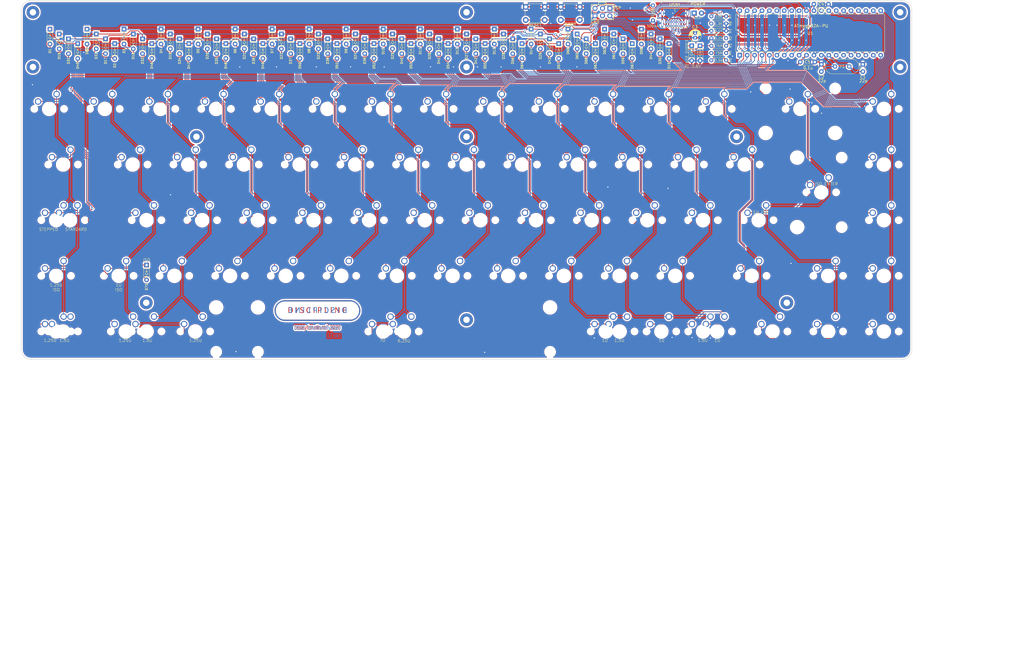
<source format=kicad_pcb>
(kicad_pcb (version 20171130) (host pcbnew "(5.1.6)-1")
  (layers (0 F.Cu signal) (31 B.Cu signal) (34 B.Paste user) (35 F.Paste user) (36 B.SilkS user) (37 F.SilkS user) (38 B.Mask user) (39 F.Mask user) (44 Edge.Cuts user))
  (net 0 "")
  (net 1 GND)
  (net 2 VCC)
  (net 3 row0)
  (net 4 "Net-(D1-Pad2)")
  (net 5 "Net-(D2-Pad2)")
  (net 6 "Net-(D3-Pad2)")
  (net 7 "Net-(D4-Pad2)")
  (net 8 "Net-(D5-Pad2)")
  (net 9 "Net-(D6-Pad2)")
  (net 10 "Net-(D7-Pad2)")
  (net 11 "Net-(D8-Pad2)")
  (net 12 "Net-(D9-Pad2)")
  (net 13 "Net-(D10-Pad2)")
  (net 14 "Net-(D11-Pad2)")
  (net 15 "Net-(D12-Pad2)")
  (net 16 "Net-(D13-Pad2)")
  (net 17 "Net-(D14-Pad2)")
  (net 18 "Net-(D15-Pad2)")
  (net 19 row1)
  (net 20 "Net-(D16-Pad2)")
  (net 21 "Net-(D17-Pad2)")
  (net 22 "Net-(D18-Pad2)")
  (net 23 "Net-(D19-Pad2)")
  (net 24 "Net-(D20-Pad2)")
  (net 25 "Net-(D21-Pad2)")
  (net 26 "Net-(D22-Pad2)")
  (net 27 "Net-(D23-Pad2)")
  (net 28 "Net-(D24-Pad2)")
  (net 29 "Net-(D25-Pad2)")
  (net 30 "Net-(D26-Pad2)")
  (net 31 "Net-(D27-Pad2)")
  (net 32 "Net-(D28-Pad2)")
  (net 33 "Net-(D29-Pad2)")
  (net 34 "Net-(D30-Pad2)")
  (net 35 "Net-(D31-Pad2)")
  (net 36 row2)
  (net 37 "Net-(D32-Pad2)")
  (net 38 "Net-(D33-Pad2)")
  (net 39 "Net-(D34-Pad2)")
  (net 40 "Net-(D35-Pad2)")
  (net 41 "Net-(D36-Pad2)")
  (net 42 "Net-(D37-Pad2)")
  (net 43 "Net-(D38-Pad2)")
  (net 44 "Net-(D39-Pad2)")
  (net 45 "Net-(D40-Pad2)")
  (net 46 "Net-(D41-Pad2)")
  (net 47 "Net-(D42-Pad2)")
  (net 48 "Net-(D43-Pad2)")
  (net 49 "Net-(D44-Pad2)")
  (net 50 row3)
  (net 51 "Net-(D45-Pad2)")
  (net 52 "Net-(D46-Pad2)")
  (net 53 "Net-(D47-Pad2)")
  (net 54 "Net-(D48-Pad2)")
  (net 55 "Net-(D49-Pad2)")
  (net 56 "Net-(D50-Pad2)")
  (net 57 "Net-(D51-Pad2)")
  (net 58 "Net-(D52-Pad2)")
  (net 59 "Net-(D53-Pad2)")
  (net 60 "Net-(D54-Pad2)")
  (net 61 "Net-(D55-Pad2)")
  (net 62 "Net-(D56-Pad2)")
  (net 63 "Net-(D57-Pad2)")
  (net 64 "Net-(D58-Pad2)")
  (net 65 "Net-(D59-Pad2)")
  (net 66 row4)
  (net 67 "Net-(D60-Pad2)")
  (net 68 "Net-(D61-Pad2)")
  (net 69 "Net-(D62-Pad2)")
  (net 70 "Net-(D63-Pad2)")
  (net 71 "Net-(D64-Pad2)")
  (net 72 "Net-(D65-Pad2)")
  (net 73 "Net-(D66-Pad2)")
  (net 74 "Net-(D67-Pad2)")
  (net 75 col0)
  (net 76 col1)
  (net 77 col2)
  (net 78 col3)
  (net 79 col4)
  (net 80 col5)
  (net 81 col6)
  (net 82 col7)
  (net 83 col8)
  (net 84 col9)
  (net 85 col10)
  (net 86 col11)
  (net 87 col12)
  (net 88 col13)
  (net 89 col14)
  (net 90 "Net-(R1-Pad2)")
  (net 91 "Net-(D68-Pad2)")
  (net 92 "Net-(R2-Pad1)")
  (net 93 "Net-(USB1-PadB8)")
  (net 94 "Net-(USB1-PadA8)")
  (net 95 reset)
  (net 96 +5V)
  (net 97 "Net-(U1-Pad29)")
  (net 98 "Net-(U1-Pad32)")
  (net 99 "Net-(U1-Pad33)")
  (net 100 "Net-(U1-Pad14)")
  (net 101 "Net-(U1-Pad34)")
  (net 102 "Net-(U1-Pad35)")
  (net 103 D+)
  (net 104 D-)
  (net 105 "Net-(C1-Pad1)")
  (net 106 "Net-(C2-Pad1)")
  (net 107 "Net-(D69-Pad1)")
  (net 108 "Net-(D70-Pad1)")
  (net 109 MOSI)
  (net 110 SCK)
  (net 111 MISO)
  (net 112 "Net-(LED1-Pad1)")
  (net 113 boot)
  (net 114 "Net-(U1-Pad15)")
  (net 115 "Net-(D71-Pad2)")
  (module cftkb:MX-6.25U-Stabilizer (layer F.Cu) (at 184.811323 170.98164)
    (fp_text reference REF**)
    (fp_text value 6.25U (at 0 3.177094) (layer F.SilkS) (effects (font (thickness 0.1))))
    (pad "" np_thru_hole circle (at -49.9999 6.985) (size 3.048 3.048) (drill 3.048) (layers *.Cu *.Mask))
    (pad "" np_thru_hole circle (at 49.9999 6.985) (size 3.048 3.048) (drill 3.048) (layers *.Cu *.Mask))
    (pad "" np_thru_hole circle (at -49.9999 -8.255) (size 3.9878 3.9878) (drill 3.9878) (layers *.Cu *.Mask))
    (pad "" np_thru_hole circle (at 49.9999 -8.255) (size 3.9878 3.9878) (drill 3.9878) (layers *.Cu *.Mask))
  )
  (module cftkb:SW_Cherry_MX1A_ISOEnter_PCB_ReversedStabilizer (layer F.Cu) (at 330.2 118.26875)
    (fp_text reference SW76)
    (fp_text value KEYSW)
    (pad 1 thru_hole circle (at 0 0) (size 2.2 2.2) (drill 1.5) (layers *.Cu *.Mask) (net 88 col13))
    (pad 2 thru_hole circle (at -6.35 2.54) (size 2.2 2.2) (drill 1.5) (layers *.Cu *.Mask) (net 33 "Net-(D29-Pad2)"))
    (pad "" np_thru_hole circle (at -2.54 5.08) (size 4 4) (drill 4) (layers *.Cu *.Mask))
    (pad "" np_thru_hole circle (at -7.62 5.08) (size 1.7 1.7) (drill 1.7) (layers *.Cu *.Mask))
    (pad "" np_thru_hole circle (at 2.54 5.08) (size 1.7 1.7) (drill 1.7) (layers *.Cu *.Mask))
    (pad "" np_thru_hole circle (at -10.78 16.98 180) (size 4 4) (drill 4) (layers *.Cu *.Mask))
    (pad "" np_thru_hole circle (at 4.46 -6.82 180) (size 3.05 3.05) (drill 3.05) (layers *.Cu *.Mask))
    (pad "" np_thru_hole circle (at 4.46 16.98 180) (size 3.05 3.05) (drill 3.05) (layers *.Cu *.Mask))
    (pad "" np_thru_hole circle (at -10.78 -6.82 180) (size 4 4) (drill 4) (layers *.Cu *.Mask))
  )
  (module logos:rev1-1_16mm_copper (layer B.Cu) (at 155.2448 173.99 180)
    (fp_text reference G*** hide)
    (fp_text value LOGO hide)
    (fp_circle (center -4.0894 1.015796) (end -4.032604 1.015796) (layer B.Cu) (width 0.15))
    (fp_poly (pts (xy -3.458828 0.889) (xy -3.621106 0.889) (xy -3.621106 2.355971) (xy -3.755644 2.271587) (xy -3.795297 2.24677) (xy -3.831554 2.224181) (xy -3.862495 2.205008) (xy -3.8862 2.190439) (xy -3.90075 2.18166) (xy -3.90381 2.179909) (xy -3.90959 2.177495) (xy -3.913446 2.179038) (xy -3.91576 2.186685) (xy -3.916912 2.202584) (xy -3.917285 2.228884) (xy -3.917285 2.255766) (xy -3.91713 2.338917) (xy -3.802417 2.414764) (xy -3.687705 2.490612) (xy -3.458828 2.490612) (xy -3.458828 0.889)) (layer B.Cu) (width 0.01))
    (fp_poly (pts (xy -6.679361 2.050965) (xy -6.646194 2.047446) (xy -6.613032 2.042149) (xy -6.586649 2.036172) (xy -6.585012 2.03569) (xy -6.53718 2.015265) (xy -6.490812 1.984671) (xy -6.450722 1.947447) (xy -6.431165 1.922639) (xy -6.412826 1.89293) (xy -6.398003 1.862104) (xy -6.386362 1.828309) (xy -6.377571 1.789696) (xy -6.371297 1.744414) (xy -6.367207 1.690613) (xy -6.36497 1.626443) (xy -6.364251 1.550459) (xy -6.364112 1.397) (xy -6.886223 1.397) (xy -6.886223 1.292448) (xy -6.88539 1.237829) (xy -6.882523 1.194576) (xy -6.877066 1.160022) (xy -6.868464 1.1315) (xy -6.856164 1.106342) (xy -6.843538 1.087191) (xy -6.812623 1.055715) (xy -6.773013 1.034902) (xy -6.724293 1.02457) (xy -6.695723 1.02328) (xy -6.643104 1.028483) (xy -6.60005 1.044036) (xy -6.566335 1.070136) (xy -6.541731 1.106979) (xy -6.526012 1.154763) (xy -6.522732 1.172987) (xy -6.517732 1.2065) (xy -6.364112 1.2065) (xy -6.364112 1.172705) (xy -6.366044 1.145849) (xy -6.370976 1.114696) (xy -6.374661 1.098407) (xy -6.397247 1.0362) (xy -6.430009 0.983765) (xy -6.472852 0.941196) (xy -6.525686 0.908588) (xy -6.581814 0.887804) (xy -6.621286 0.880205) (xy -6.668725 0.876133) (xy -6.718819 0.875629) (xy -6.766257 0.878736) (xy -6.80573 0.885494) (xy -6.807873 0.886055) (xy -6.869563 0.909587) (xy -6.923349 0.9445) (xy -6.96852 0.990036) (xy -7.004366 1.045437) (xy -7.030176 1.109945) (xy -7.035349 1.128889) (xy -7.038041 1.14728) (xy -7.040331 1.177809) (xy -7.042217 1.218521) (xy -7.043701 1.267458) (xy -7.044783 1.322667) (xy -7.045462 1.38219) (xy -7.04574 1.444072) (xy -7.045616 1.506357) (xy -7.04528 1.545167) (xy -6.887489 1.545167) (xy -6.524911 1.545167) (xy -6.527775 1.656292) (xy -6.529094 1.699709) (xy -6.530721 1.7318) (xy -6.533029 1.755352) (xy -6.536388 1.77315) (xy -6.541171 1.787979) (xy -6.547138 1.801373) (xy -6.572587 1.843738) (xy -6.602591 1.873536) (xy -6.639159 1.892023) (xy -6.684298 1.900456) (xy -6.706828 1.901305) (xy -6.736951 1.900835) (xy -6.758058 1.898429) (xy -6.775224 1.892908) (xy -6.793523 1.883097) (xy -6.79855 1.880033) (xy -6.819777 1.864875) (xy -6.836206 1.847109) (xy -6.851716 1.822178) (xy -6.858 1.810221) (xy -6.867402 1.791442) (xy -6.874104 1.775895) (xy -6.878628 1.760567) (xy -6.881495 1.74244) (xy -6.883226 1.7185) (xy -6.884343 1.685731) (xy -6.885092 1.653508) (xy -6.887489 1.545167) (xy -7.04528 1.545167) (xy -7.04509 1.56709) (xy -7.044163 1.624313) (xy -7.042835 1.676073) (xy -7.041106 1.720411) (xy -7.038977 1.755374) (xy -7.036447 1.779004) (xy -7.035271 1.785056) (xy -7.011434 1.856401) (xy -6.978477 1.917259) (xy -6.936875 1.967273) (xy -6.887105 2.00609) (xy -6.829643 2.033351) (xy -6.764965 2.048702) (xy -6.693548 2.051787) (xy -6.679361 2.050965)) (layer B.Cu) (width 0.01))
    (fp_poly (pts (xy -7.210778 1.905) (xy -7.237237 1.904947) (xy -7.300656 1.899464) (xy -7.361678 1.884053) (xy -7.418062 1.859887) (xy -7.467569 1.828138) (xy -7.507956 1.789977) (xy -7.535924 1.748686) (xy -7.54318 1.734127) (xy -7.549341 1.720263) (xy -7.554498 1.705848) (xy -7.558739 1.689638) (xy -7.562155 1.670386) (xy -7.564835 1.646846) (xy -7.566869 1.617773) (xy -7.568346 1.58192) (xy -7.569357 1.538041) (xy -7.569991 1.484892) (xy -7.570338 1.421226) (xy -7.570488 1.345797) (xy -7.570528 1.268237) (xy -7.570612 0.889) (xy -7.732889 0.889) (xy -7.732889 2.032) (xy -7.570612 2.032) (xy -7.570612 1.875994) (xy -7.525923 1.920484) (xy -7.464274 1.972524) (xy -7.396827 2.011848) (xy -7.324104 2.038202) (xy -7.256479 2.050434) (xy -7.210778 2.055116) (xy -7.210778 1.905)) (layer B.Cu) (width 0.01))
    (fp_poly (pts (xy -5.478265 2.031827) (xy -5.455233 2.03107) (xy -5.441835 2.029372) (xy -5.435834 2.02638) (xy -5.434993 2.021736) (xy -5.435504 2.019653) (xy -5.437931 2.011051) (xy -5.443837 1.989908) (xy -5.452928 1.957282) (xy -5.464911 1.914227) (xy -5.479492 1.861802) (xy -5.496377 1.801062) (xy -5.515273 1.733064) (xy -5.535884 1.658866) (xy -5.557919 1.579522) (xy -5.581082 1.496091) (xy -5.588024 1.471084) (xy -5.611558 1.386339) (xy -5.634129 1.305143) (xy -5.655433 1.228579) (xy -5.675167 1.157732) (xy -5.69303 1.093685) (xy -5.708718 1.037523) (xy -5.721929 0.990331) (xy -5.73236 0.953192) (xy -5.739708 0.927191) (xy -5.743671 0.913412) (xy -5.74412 0.911931) (xy -5.751373 0.889) (xy -5.897351 0.889) (xy -5.904689 0.911931) (xy -5.908377 0.924297) (xy -5.915361 0.948537) (xy -5.925296 0.983415) (xy -5.937836 1.027698) (xy -5.952637 1.080149) (xy -5.969352 1.139534) (xy -5.987638 1.204618) (xy -6.007149 1.274166) (xy -6.027539 1.346943) (xy -6.048465 1.421715) (xy -6.06958 1.497246) (xy -6.090539 1.572302) (xy -6.110998 1.645647) (xy -6.130611 1.716047) (xy -6.149034 1.782267) (xy -6.16592 1.843071) (xy -6.180926 1.897225) (xy -6.193705 1.943495) (xy -6.203913 1.980644) (xy -6.211205 2.007439) (xy -6.215235 2.022644) (xy -6.215945 2.025705) (xy -6.209355 2.028184) (xy -6.19144 2.030203) (xy -6.164986 2.031546) (xy -6.134806 2.032) (xy -6.102861 2.031773) (xy -6.076836 2.031156) (xy -6.059519 2.030245) (xy -6.053667 2.029206) (xy -6.05198 2.021851) (xy -6.047153 2.002249) (xy -6.039538 1.971781) (xy -6.029487 1.93183) (xy -6.017354 1.883778) (xy -6.003489 1.829008) (xy -5.988244 1.768902) (xy -5.971973 1.704842) (xy -5.955027 1.63821) (xy -5.937758 1.57039) (xy -5.920519 1.502763) (xy -5.903661 1.436711) (xy -5.887537 1.373618) (xy -5.872498 1.314865) (xy -5.858898 1.261836) (xy -5.847088 1.215911) (xy -5.837419 1.178474) (xy -5.830246 1.150907) (xy -5.825919 1.134592) (xy -5.824752 1.13057) (xy -5.822769 1.136887) (xy -5.817644 1.155734) (xy -5.809674 1.185956) (xy -5.799156 1.226396) (xy -5.78639 1.275901) (xy -5.771672 1.333313) (xy -5.755301 1.397478) (xy -5.737574 1.46724) (xy -5.718789 1.541443) (xy -5.715641 1.553903) (xy -5.696495 1.629706) (xy -5.678221 1.70203) (xy -5.661139 1.769614) (xy -5.645567 1.831198) (xy -5.631825 1.885522) (xy -5.620231 1.931326) (xy -5.611104 1.967349) (xy -5.604762 1.992333) (xy -5.601525 2.005016) (xy -5.601388 2.005542) (xy -5.594512 2.032) (xy -5.51317 2.032) (xy -5.478265 2.031827)) (layer B.Cu) (width 0.01))
    (fp_poly (pts (xy -4.557889 0.889) (xy -4.720167 0.889) (xy -4.720167 2.355971) (xy -4.854705 2.271587) (xy -4.894358 2.24677) (xy -4.930615 2.224181) (xy -4.961556 2.205008) (xy -4.985261 2.190439) (xy -4.999811 2.18166) (xy -5.002871 2.179909) (xy -5.008651 2.177495) (xy -5.012507 2.179038) (xy -5.014821 2.186685) (xy -5.015973 2.202584) (xy -5.016346 2.228884) (xy -5.016346 2.255766) (xy -5.016191 2.338917) (xy -4.901478 2.414764) (xy -4.786766 2.490612) (xy -4.557889 2.490612) (xy -4.557889 0.889)) (layer B.Cu) (width 0.01))
  )
  (module logos:rev1-1_16mm_mask (layer B.Cu) (at 155.2448 173.99 180)
    (fp_text reference G*** hide)
    (fp_text value LOGO hide)
  )
  (module logos:coseyfannitutti_rev1_16mm_copper (layer B.Cu) (at 155.274997 168.3258 180)
    (fp_text reference G*** hide)
    (fp_text value LOGO hide)
    (fp_poly (pts (xy -4.230759 -0.933097) (xy -4.22656 -0.948119) (xy -4.219132 -0.975106) (xy -4.208926 -1.012402) (xy -4.196391 -1.058349) (xy -4.181976 -1.11129) (xy -4.166131 -1.169566) (xy -4.149306 -1.23152) (xy -4.13195 -1.295495) (xy -4.114512 -1.359833) (xy -4.097442 -1.422877) (xy -4.081189 -1.482969) (xy -4.066203 -1.538452) (xy -4.052934 -1.587668) (xy -4.041831 -1.628959) (xy -4.033343 -1.660668) (xy -4.028422 -1.679222) (xy -4.020736 -1.707433) (xy -4.013821 -1.730972) (xy -4.008809 -1.746052) (xy -4.007642 -1.748772) (xy -4.005108 -1.743818) (xy -3.999503 -1.726284) (xy -3.991125 -1.697293) (xy -3.980275 -1.657966) (xy -3.967254 -1.609426) (xy -3.952361 -1.552795) (xy -3.935897 -1.489195) (xy -3.918162 -1.419749) (xy -3.899456 -1.345578) (xy -3.894857 -1.327202) (xy -3.787095 -0.896055) (xy -3.706825 -0.896055) (xy -3.669896 -0.89648) (xy -3.645353 -0.897883) (xy -3.631495 -0.900454) (xy -3.626619 -0.904382) (xy -3.626556 -0.905016) (xy -3.628344 -0.91591) (xy -3.633049 -0.936129) (xy -3.63968 -0.961437) (xy -3.640172 -0.963225) (xy -3.643928 -0.977024) (xy -3.651055 -1.003435) (xy -3.661282 -1.041439) (xy -3.674334 -1.090017) (xy -3.689939 -1.148148) (xy -3.707822 -1.214814) (xy -3.72771 -1.288994) (xy -3.74933 -1.369669) (xy -3.772408 -1.45582) (xy -3.796671 -1.546426) (xy -3.821846 -1.640469) (xy -3.831078 -1.674964) (xy -3.856482 -1.769597) (xy -3.881137 -1.86086) (xy -3.904768 -1.947765) (xy -3.927097 -2.029323) (xy -3.94785 -2.104546) (xy -3.966751 -2.172444) (xy -3.983524 -2.232029) (xy -3.997893 -2.282312) (xy -4.009582 -2.322305) (xy -4.018316 -2.351018) (xy -4.023818 -2.367464) (xy -4.025024 -2.37033) (xy -4.052971 -2.413651) (xy -4.089292 -2.448866) (xy -4.135006 -2.476524) (xy -4.19113 -2.497174) (xy -4.258684 -2.511366) (xy -4.29507 -2.516003) (xy -4.339167 -2.520656) (xy -4.339167 -2.365543) (xy -4.294862 -2.361986) (xy -4.243214 -2.351521) (xy -4.198975 -2.329055) (xy -4.162254 -2.294663) (xy -4.134791 -2.251736) (xy -4.12727 -2.233308) (xy -4.117831 -2.205219) (xy -4.10737 -2.170762) (xy -4.096784 -2.133228) (xy -4.08697 -2.095907) (xy -4.078824 -2.062092) (xy -4.073242 -2.035075) (xy -4.071123 -2.018145) (xy -4.071122 -2.018022) (xy -4.073116 -2.008679) (xy -4.078914 -1.986882) (xy -4.088211 -1.953678) (xy -4.1007 -1.910111) (xy -4.116075 -1.857228) (xy -4.13403 -1.796073) (xy -4.154258 -1.727693) (xy -4.176453 -1.653133) (xy -4.20031 -1.573438) (xy -4.225521 -1.489655) (xy -4.236862 -1.452103) (xy -4.262505 -1.367241) (xy -4.286935 -1.286304) (xy -4.309848 -1.210303) (xy -4.330941 -1.140252) (xy -4.349908 -1.077162) (xy -4.366447 -1.022047) (xy -4.380253 -0.975919) (xy -4.391023 -0.93979) (xy -4.398451 -0.914673) (xy -4.402234 -0.90158) (xy -4.402667 -0.899873) (xy -4.396078 -0.898365) (xy -4.378172 -0.897139) (xy -4.351743 -0.896325) (xy -4.322029 -0.896055) (xy -4.241391 -0.896055) (xy -4.230759 -0.933097)) (layer B.Cu) (width 0.01))
    (fp_poly (pts (xy -7.375227 -0.87712) (xy -7.303354 -0.888027) (xy -7.2397 -0.909786) (xy -7.184826 -0.942005) (xy -7.139292 -0.984289) (xy -7.103657 -1.036246) (xy -7.083435 -1.082253) (xy -7.077514 -1.103344) (xy -7.071786 -1.130912) (xy -7.066706 -1.161524) (xy -7.062731 -1.191752) (xy -7.060317 -1.218162) (xy -7.059922 -1.237324) (xy -7.06171 -1.245579) (xy -7.069696 -1.246939) (xy -7.088654 -1.24802) (xy -7.115443 -1.248686) (xy -7.136897 -1.248833) (xy -7.20883 -1.248833) (xy -7.213623 -1.202048) (xy -7.221316 -1.155682) (xy -7.234623 -1.119116) (xy -7.255024 -1.088663) (xy -7.262289 -1.080645) (xy -7.28993 -1.055597) (xy -7.318156 -1.039283) (xy -7.35096 -1.030193) (xy -7.392334 -1.026814) (xy -7.404806 -1.026684) (xy -7.450942 -1.029178) (xy -7.487066 -1.037551) (xy -7.516529 -1.053145) (xy -7.542679 -1.077299) (xy -7.548566 -1.084191) (xy -7.558529 -1.09663) (xy -7.566831 -1.108543) (xy -7.573621 -1.121298) (xy -7.579052 -1.136261) (xy -7.583274 -1.1548) (xy -7.58644 -1.178281) (xy -7.588699 -1.208072) (xy -7.590204 -1.24554) (xy -7.591106 -1.292051) (xy -7.591555 -1.348972) (xy -7.591704 -1.417671) (xy -7.591709 -1.474104) (xy -7.59164 -1.774472) (xy -7.575004 -1.80975) (xy -7.550149 -1.849555) (xy -7.517911 -1.87821) (xy -7.477316 -1.896273) (xy -7.427392 -1.904303) (xy -7.409152 -1.904845) (xy -7.363522 -1.902737) (xy -7.327564 -1.895227) (xy -7.297444 -1.880999) (xy -7.269328 -1.858735) (xy -7.266197 -1.855744) (xy -7.236549 -1.81757) (xy -7.217535 -1.772402) (xy -7.210779 -1.724104) (xy -7.210778 -1.723802) (xy -7.210778 -1.700388) (xy -7.055556 -1.700388) (xy -7.055609 -1.719791) (xy -7.060963 -1.776334) (xy -7.075698 -1.833892) (xy -7.098275 -1.888502) (xy -7.127158 -1.936201) (xy -7.150016 -1.963068) (xy -7.188619 -1.994176) (xy -7.236012 -2.020749) (xy -7.286995 -2.040079) (xy -7.308139 -2.045369) (xy -7.341819 -2.050004) (xy -7.383352 -2.052225) (xy -7.427871 -2.052105) (xy -7.470506 -2.049718) (xy -7.506388 -2.045137) (xy -7.519771 -2.042183) (xy -7.583834 -2.018731) (xy -7.637724 -1.985514) (xy -7.681616 -1.942358) (xy -7.715688 -1.889087) (xy -7.740119 -1.825525) (xy -7.740592 -1.823861) (xy -7.743052 -1.812378) (xy -7.745095 -1.796156) (xy -7.746756 -1.773998) (xy -7.748067 -1.744709) (xy -7.749061 -1.707092) (xy -7.74977 -1.659951) (xy -7.750229 -1.602091) (xy -7.75047 -1.532316) (xy -7.750528 -1.464027) (xy -7.750515 -1.387919) (xy -7.750435 -1.32455) (xy -7.750228 -1.272544) (xy -7.749832 -1.230531) (xy -7.749187 -1.197135) (xy -7.748231 -1.170985) (xy -7.746905 -1.150707) (xy -7.745146 -1.134928) (xy -7.742895 -1.122274) (xy -7.740089 -1.111373) (xy -7.736669 -1.10085) (xy -7.734104 -1.093611) (xy -7.704746 -1.029934) (xy -7.666285 -0.97695) (xy -7.619058 -0.93486) (xy -7.563404 -0.903869) (xy -7.499661 -0.884182) (xy -7.428167 -0.876002) (xy -7.375227 -0.87712)) (layer B.Cu) (width 0.01))
    (fp_poly (pts (xy -6.500788 -0.880997) (xy -6.436177 -0.898169) (xy -6.37988 -0.925995) (xy -6.332561 -0.963944) (xy -6.294881 -1.011484) (xy -6.267502 -1.068082) (xy -6.251086 -1.133208) (xy -6.251016 -1.133666) (xy -6.248831 -1.156493) (xy -6.247143 -1.193088) (xy -6.245957 -1.243119) (xy -6.245276 -1.306251) (xy -6.245107 -1.38215) (xy -6.245454 -1.470483) (xy -6.245642 -1.497027) (xy -6.246234 -1.571726) (xy -6.246809 -1.633726) (xy -6.247439 -1.68444) (xy -6.248199 -1.72528) (xy -6.249163 -1.757659) (xy -6.250403 -1.782987) (xy -6.251994 -1.802679) (xy -6.25401 -1.818146) (xy -6.256523 -1.8308) (xy -6.259609 -1.842053) (xy -6.263341 -1.853318) (xy -6.264405 -1.856364) (xy -6.291932 -1.914872) (xy -6.329912 -1.964418) (xy -6.377439 -2.004052) (xy -6.432675 -2.032469) (xy -6.465207 -2.041396) (xy -6.507136 -2.0477) (xy -6.553959 -2.051196) (xy -6.601175 -2.051696) (xy -6.64428 -2.049015) (xy -6.678774 -2.042966) (xy -6.679745 -2.042698) (xy -6.742335 -2.018887) (xy -6.794605 -1.985459) (xy -6.836528 -1.94244) (xy -6.868079 -1.889856) (xy -6.889233 -1.827733) (xy -6.889459 -1.826777) (xy -6.892384 -1.806836) (xy -6.894897 -1.774806) (xy -6.896998 -1.732536) (xy -6.898687 -1.681875) (xy -6.899964 -1.624673) (xy -6.900504 -1.586024) (xy -6.744398 -1.586024) (xy -6.744352 -1.637029) (xy -6.743993 -1.678111) (xy -6.743281 -1.710664) (xy -6.742179 -1.736085) (xy -6.740649 -1.755768) (xy -6.738651 -1.771109) (xy -6.736149 -1.783503) (xy -6.734341 -1.79027) (xy -6.716226 -1.835234) (xy -6.690933 -1.868455) (xy -6.657501 -1.890635) (xy -6.614969 -1.902475) (xy -6.577316 -1.904994) (xy -6.54304 -1.903199) (xy -6.513452 -1.898344) (xy -6.499801 -1.894079) (xy -6.464801 -1.873713) (xy -6.437404 -1.84396) (xy -6.425161 -1.823861) (xy -6.421635 -1.816987) (xy -6.418702 -1.809776) (xy -6.416306 -1.800938) (xy -6.414395 -1.78918) (xy -6.412913 -1.77321) (xy -6.411805 -1.751736) (xy -6.411017 -1.723468) (xy -6.410495 -1.687112) (xy -6.410185 -1.641377) (xy -6.41003 -1.584972) (xy -6.409978 -1.516604) (xy -6.409973 -1.464027) (xy -6.409973 -1.132416) (xy -6.429563 -1.09909) (xy -6.457864 -1.064076) (xy -6.495102 -1.03991) (xy -6.540998 -1.026755) (xy -6.556656 -1.024961) (xy -6.609069 -1.026375) (xy -6.653836 -1.039396) (xy -6.690577 -1.063824) (xy -6.718914 -1.099458) (xy -6.726886 -1.114777) (xy -6.730459 -1.123037) (xy -6.733417 -1.131869) (xy -6.735828 -1.142656) (xy -6.737764 -1.156778) (xy -6.739292 -1.175618) (xy -6.740483 -1.200557) (xy -6.741407 -1.232977) (xy -6.742132 -1.27426) (xy -6.742729 -1.325786) (xy -6.743267 -1.388939) (xy -6.7437 -1.448661) (xy -6.744168 -1.5237) (xy -6.744398 -1.586024) (xy -6.900504 -1.586024) (xy -6.900829 -1.562777) (xy -6.901282 -1.498037) (xy -6.901321 -1.432301) (xy -6.900949 -1.367419) (xy -6.900163 -1.30524) (xy -6.898964 -1.247612) (xy -6.897352 -1.196384) (xy -6.895327 -1.153405) (xy -6.892888 -1.120524) (xy -6.890036 -1.09959) (xy -6.889518 -1.097385) (xy -6.86699 -1.036314) (xy -6.833943 -0.984318) (xy -6.791031 -0.941859) (xy -6.738911 -0.909398) (xy -6.678239 -0.887396) (xy -6.609671 -0.876314) (xy -6.573051 -0.875011) (xy -6.500788 -0.880997)) (layer B.Cu) (width 0.01))
    (fp_poly (pts (xy -5.694179 -0.877409) (xy -5.634133 -0.887692) (xy -5.578664 -0.905872) (xy -5.530372 -0.931891) (xy -5.499257 -0.957686) (xy -5.47246 -0.992344) (xy -5.44949 -1.03627) (xy -5.432557 -1.084714) (xy -5.426087 -1.114777) (xy -5.420626 -1.148624) (xy -5.418512 -1.170903) (xy -5.421812 -1.184017) (xy -5.432588 -1.19037) (xy -5.452906 -1.192364) (xy -5.484829 -1.192404) (xy -5.49275 -1.192388) (xy -5.566834 -1.192388) (xy -5.566834 -1.172502) (xy -5.572623 -1.131052) (xy -5.588595 -1.091661) (xy -5.612656 -1.057589) (xy -5.642709 -1.032095) (xy -5.663565 -1.02198) (xy -5.694157 -1.015206) (xy -5.731492 -1.012706) (xy -5.770443 -1.014278) (xy -5.80588 -1.01972) (xy -5.832294 -1.028631) (xy -5.868589 -1.05492) (xy -5.895526 -1.090901) (xy -5.912435 -1.135149) (xy -5.918649 -1.186239) (xy -5.917784 -1.211001) (xy -5.909932 -1.254735) (xy -5.893256 -1.291336) (xy -5.866592 -1.32199) (xy -5.828775 -1.347883) (xy -5.778641 -1.370202) (xy -5.752823 -1.379054) (xy -5.686419 -1.400434) (xy -5.631977 -1.418492) (xy -5.587947 -1.433971) (xy -5.552776 -1.447613) (xy -5.524913 -1.46016) (xy -5.502808 -1.472354) (xy -5.48491 -1.484936) (xy -5.469666 -1.49865) (xy -5.455526 -1.514236) (xy -5.446187 -1.52573) (xy -5.417978 -1.571654) (xy -5.399747 -1.625844) (xy -5.39121 -1.689279) (xy -5.390445 -1.717807) (xy -5.39468 -1.793203) (xy -5.407664 -1.857905) (xy -5.429817 -1.912612) (xy -5.461556 -1.958021) (xy -5.503303 -1.994829) (xy -5.555475 -2.023734) (xy -5.580196 -2.033541) (xy -5.602268 -2.040124) (xy -5.627719 -2.044726) (xy -5.659834 -2.047745) (xy -5.701897 -2.049581) (xy -5.715 -2.049917) (xy -5.751774 -2.050485) (xy -5.78476 -2.050491) (xy -5.810715 -2.049969) (xy -5.826398 -2.048953) (xy -5.827889 -2.048719) (xy -5.893723 -2.03058) (xy -5.949229 -2.003189) (xy -5.994689 -1.966216) (xy -6.030388 -1.919334) (xy -6.056609 -1.862214) (xy -6.073637 -1.794527) (xy -6.078585 -1.758597) (xy -6.083275 -1.7145) (xy -5.935666 -1.7145) (xy -5.930917 -1.755069) (xy -5.919048 -1.807068) (xy -5.896903 -1.849471) (xy -5.864762 -1.882045) (xy -5.822902 -1.904562) (xy -5.771604 -1.916789) (xy -5.732639 -1.919111) (xy -5.67528 -1.913869) (xy -5.627432 -1.898322) (xy -5.589369 -1.87274) (xy -5.561369 -1.83739) (xy -5.543708 -1.792541) (xy -5.53666 -1.738463) (xy -5.536538 -1.728315) (xy -5.538581 -1.690705) (xy -5.544121 -1.6627) (xy -5.547599 -1.654085) (xy -5.569292 -1.622969) (xy -5.600834 -1.595488) (xy -5.643389 -1.570921) (xy -5.698119 -1.54855) (xy -5.739695 -1.535164) (xy -5.78896 -1.519619) (xy -5.836796 -1.502804) (xy -5.880133 -1.485916) (xy -5.9159 -1.470151) (xy -5.940778 -1.45686) (xy -5.968538 -1.435295) (xy -5.997024 -1.406496) (xy -6.022026 -1.375213) (xy -6.039336 -1.3462) (xy -6.039908 -1.344931) (xy -6.057169 -1.291867) (xy -6.065419 -1.23365) (xy -6.06513 -1.173057) (xy -6.056775 -1.112865) (xy -6.040825 -1.05585) (xy -6.017754 -1.004788) (xy -5.988032 -0.962456) (xy -5.972164 -0.946597) (xy -5.928192 -0.916476) (xy -5.875809 -0.894558) (xy -5.817614 -0.880781) (xy -5.756205 -0.875085) (xy -5.694179 -0.877409)) (layer B.Cu) (width 0.01))
    (fp_poly (pts (xy -4.80293 -0.885255) (xy -4.740515 -0.904962) (xy -4.685464 -0.935574) (xy -4.639195 -0.976048) (xy -4.603124 -1.02534) (xy -4.596747 -1.037166) (xy -4.585207 -1.060771) (xy -4.576021 -1.082457) (xy -4.568888 -1.104279) (xy -4.563506 -1.128293) (xy -4.559576 -1.156555) (xy -4.556794 -1.191121) (xy -4.554861 -1.234046) (xy -4.553475 -1.287386) (xy -4.55256 -1.338791) (xy -4.549498 -1.531055) (xy -5.074368 -1.531055) (xy -5.071339 -1.649236) (xy -5.069795 -1.697018) (xy -5.067788 -1.733024) (xy -5.065072 -1.759586) (xy -5.061398 -1.779036) (xy -5.05652 -1.793709) (xy -5.055873 -1.79519) (xy -5.029756 -1.840199) (xy -4.99682 -1.873028) (xy -4.956314 -1.894157) (xy -4.907488 -1.904067) (xy -4.884361 -1.905) (xy -4.849578 -1.903183) (xy -4.819766 -1.898256) (xy -4.806371 -1.894042) (xy -4.767975 -1.870637) (xy -4.737643 -1.836879) (xy -4.716914 -1.794928) (xy -4.708211 -1.75635) (xy -4.704091 -1.721555) (xy -4.550834 -1.721555) (xy -4.550918 -1.758597) (xy -4.557635 -1.820331) (xy -4.57676 -1.878874) (xy -4.607174 -1.931571) (xy -4.639184 -1.968022) (xy -4.68367 -2.003758) (xy -4.731577 -2.029078) (xy -4.785356 -2.044832) (xy -4.847458 -2.051872) (xy -4.882163 -2.052393) (xy -4.915741 -2.051399) (xy -4.947731 -2.049406) (xy -4.972924 -2.046776) (xy -4.979979 -2.045617) (xy -5.038806 -2.027058) (xy -5.092052 -1.996239) (xy -5.138593 -1.954287) (xy -5.177301 -1.902333) (xy -5.207051 -1.841504) (xy -5.218754 -1.806222) (xy -5.222022 -1.793469) (xy -5.224695 -1.779623) (xy -5.226832 -1.763185) (xy -5.228491 -1.742658) (xy -5.22973 -1.716546) (xy -5.230607 -1.683351) (xy -5.231181 -1.641577) (xy -5.231511 -1.589727) (xy -5.231654 -1.526303) (xy -5.231675 -1.474611) (xy -5.231589 -1.396974) (xy -5.231231 -1.331881) (xy -5.230739 -1.298569) (xy -5.072945 -1.298569) (xy -5.072945 -1.382888) (xy -4.713112 -1.382888) (xy -4.713112 -1.285232) (xy -4.714037 -1.232002) (xy -4.717193 -1.189927) (xy -4.723146 -1.156151) (xy -4.732466 -1.127817) (xy -4.74572 -1.102068) (xy -4.751275 -1.093316) (xy -4.780068 -1.061847) (xy -4.816885 -1.039588) (xy -4.858764 -1.026889) (xy -4.902745 -1.0241) (xy -4.945869 -1.031572) (xy -4.985176 -1.049653) (xy -5.0033 -1.063523) (xy -5.027823 -1.089622) (xy -5.046319 -1.119222) (xy -5.059428 -1.154486) (xy -5.067793 -1.197582) (xy -5.072055 -1.250675) (xy -5.072945 -1.298569) (xy -5.230739 -1.298569) (xy -5.230431 -1.277764) (xy -5.229019 -1.233055) (xy -5.226827 -1.196186) (xy -5.223684 -1.16559) (xy -5.219421 -1.1397) (xy -5.213868 -1.116948) (xy -5.206857 -1.095766) (xy -5.198217 -1.074587) (xy -5.187779 -1.051843) (xy -5.185424 -1.046891) (xy -5.152181 -0.992748) (xy -5.109354 -0.94822) (xy -5.058134 -0.913811) (xy -4.999714 -0.890024) (xy -4.935284 -0.877362) (xy -4.866035 -0.87633) (xy -4.80293 -0.885255)) (layer B.Cu) (width 0.01))
    (fp_poly (pts (xy -2.470246 -0.886502) (xy -2.407071 -0.905394) (xy -2.353439 -0.934264) (xy -2.308784 -0.973485) (xy -2.272541 -1.02343) (xy -2.249084 -1.071701) (xy -2.245903 -1.079735) (xy -2.243169 -1.087668) (xy -2.240844 -1.096589) (xy -2.238889 -1.107591) (xy -2.237264 -1.121763) (xy -2.23593 -1.140195) (xy -2.234848 -1.163979) (xy -2.233979 -1.194204) (xy -2.233284 -1.231962) (xy -2.232723 -1.278342) (xy -2.232259 -1.334435) (xy -2.231851 -1.401332) (xy -2.23146 -1.480123) (xy -2.231048 -1.571898) (xy -2.231034 -1.575152) (xy -2.228984 -2.039055) (xy -2.377723 -2.039055) (xy -2.377723 -1.93816) (xy -2.398592 -1.966969) (xy -2.429156 -1.998359) (xy -2.47022 -2.024229) (xy -2.518622 -2.042605) (xy -2.520499 -2.043112) (xy -2.550144 -2.048312) (xy -2.588625 -2.051329) (xy -2.631165 -2.052164) (xy -2.672987 -2.050816) (xy -2.709315 -2.047287) (xy -2.7305 -2.043093) (xy -2.785542 -2.021961) (xy -2.830884 -1.9916) (xy -2.866755 -1.951634) (xy -2.893381 -1.901687) (xy -2.910991 -1.841383) (xy -2.919811 -1.770346) (xy -2.921 -1.728257) (xy -2.920679 -1.721555) (xy -2.77546 -1.721555) (xy -2.772989 -1.780526) (xy -2.763808 -1.828241) (xy -2.747377 -1.866137) (xy -2.723157 -1.895648) (xy -2.70464 -1.90994) (xy -2.670126 -1.925684) (xy -2.627285 -1.934894) (xy -2.580386 -1.937398) (xy -2.533697 -1.933025) (xy -2.491487 -1.921603) (xy -2.484649 -1.918766) (xy -2.446831 -1.897182) (xy -2.418816 -1.868863) (xy -2.397723 -1.831851) (xy -2.392484 -1.819424) (xy -2.388456 -1.806999) (xy -2.385443 -1.792482) (xy -2.383249 -1.77378) (xy -2.38168 -1.748801) (xy -2.38054 -1.715453) (xy -2.379634 -1.671643) (xy -2.378997 -1.631039) (xy -2.376574 -1.46644) (xy -2.50944 -1.468762) (xy -2.555936 -1.469637) (xy -2.590684 -1.470614) (xy -2.616047 -1.472002) (xy -2.634386 -1.474114) (xy -2.648064 -1.477261) (xy -2.659443 -1.481752) (xy -2.670884 -1.487901) (xy -2.675581 -1.490643) (xy -2.712028 -1.518348) (xy -2.739768 -1.554035) (xy -2.759269 -1.598792) (xy -2.771003 -1.653704) (xy -2.77544 -1.71986) (xy -2.77546 -1.721555) (xy -2.920679 -1.721555) (xy -2.917306 -1.65126) (xy -2.905913 -1.584908) (xy -2.88636 -1.527728) (xy -2.858181 -1.47825) (xy -2.832321 -1.4466) (xy -2.806153 -1.421197) (xy -2.778905 -1.400797) (xy -2.748598 -1.3848) (xy -2.713254 -1.37261) (xy -2.670893 -1.363627) (xy -2.619537 -1.357254) (xy -2.557206 -1.352891) (xy -2.516415 -1.351091) (xy -2.37649 -1.345844) (xy -2.378989 -1.23913) (xy -2.380216 -1.196463) (xy -2.381829 -1.165181) (xy -2.384182 -1.14256) (xy -2.387632 -1.125873) (xy -2.392533 -1.112396) (xy -2.396598 -1.104194) (xy -2.423703 -1.065015) (xy -2.457773 -1.036901) (xy -2.500196 -1.019035) (xy -2.55236 -1.010601) (xy -2.555994 -1.010367) (xy -2.603286 -1.010741) (xy -2.641263 -1.018889) (xy -2.673049 -1.035925) (xy -2.700907 -1.061977) (xy -2.728516 -1.103042) (xy -2.742637 -1.148065) (xy -2.744612 -1.173804) (xy -2.744612 -1.199444) (xy -2.899834 -1.199444) (xy -2.89973 -1.172986) (xy -2.898 -1.151698) (xy -2.893625 -1.123696) (xy -2.888959 -1.101277) (xy -2.868071 -1.040478) (xy -2.836542 -0.988546) (xy -2.795049 -0.94592) (xy -2.744267 -0.913038) (xy -2.684873 -0.89034) (xy -2.617543 -0.878264) (xy -2.543528 -0.877214) (xy -2.470246 -0.886502)) (layer B.Cu) (width 0.01))
    (fp_poly (pts (xy 1.093611 -1.328691) (xy 1.093632 -1.422638) (xy 1.093754 -1.503556) (xy 1.094061 -1.572527) (xy 1.094638 -1.630634) (xy 1.095569 -1.678959) (xy 1.096938 -1.718584) (xy 1.098832 -1.750591) (xy 1.101333 -1.776062) (xy 1.104528 -1.79608) (xy 1.1085 -1.811727) (xy 1.113335 -1.824085) (xy 1.119118 -1.834236) (xy 1.125932 -1.843263) (xy 1.133862 -1.852247) (xy 1.134654 -1.853114) (xy 1.157373 -1.874384) (xy 1.18189 -1.888816) (xy 1.211806 -1.897773) (xy 1.250716 -1.902615) (xy 1.26821 -1.903641) (xy 1.300342 -1.904749) (xy 1.323002 -1.904026) (xy 1.340786 -1.900767) (xy 1.358289 -1.894267) (xy 1.372289 -1.887678) (xy 1.400204 -1.871239) (xy 1.419861 -1.851744) (xy 1.430523 -1.835684) (xy 1.449916 -1.802694) (xy 1.451879 -1.349375) (xy 1.453842 -0.896055) (xy 1.615722 -0.896055) (xy 1.615722 -2.039055) (xy 1.454015 -2.039055) (xy 1.451965 -1.98198) (xy 1.449916 -1.924905) (xy 1.427732 -1.956433) (xy 1.392653 -1.994622) (xy 1.348019 -2.024634) (xy 1.305562 -2.041845) (xy 1.269631 -2.048937) (xy 1.226466 -2.052155) (xy 1.181804 -2.051488) (xy 1.141385 -2.046928) (xy 1.120867 -2.042111) (xy 1.069421 -2.019068) (xy 1.024999 -1.983874) (xy 0.987796 -1.936722) (xy 0.958265 -1.878454) (xy 0.941916 -1.837972) (xy 0.93987 -1.367013) (xy 0.937824 -0.896055) (xy 1.093611 -0.896055) (xy 1.093611 -1.328691)) (layer B.Cu) (width 0.01))
    (fp_poly (pts (xy 5.800826 -0.425822) (xy 5.856133 -0.435094) (xy 5.903985 -0.451653) (xy 5.947191 -0.476486) (xy 5.988558 -0.510577) (xy 5.990454 -0.512376) (xy 6.030597 -0.559388) (xy 6.060563 -0.614649) (xy 6.078305 -0.667674) (xy 6.080557 -0.6836) (xy 6.08257 -0.712235) (xy 6.084345 -0.752178) (xy 6.085881 -0.80203) (xy 6.087179 -0.86039) (xy 6.088239 -0.925859) (xy 6.089062 -0.997035) (xy 6.089648 -1.072519) (xy 6.089997 -1.150911) (xy 6.09011 -1.23081) (xy 6.089985 -1.310817) (xy 6.089625 -1.38953) (xy 6.089029 -1.46555) (xy 6.088198 -1.537477) (xy 6.087131 -1.603911) (xy 6.08583 -1.663451) (xy 6.084293 -1.714697) (xy 6.082522 -1.756248) (xy 6.080517 -1.786706) (xy 6.078279 -1.804669) (xy 6.07808 -1.805565) (xy 6.056177 -1.870378) (xy 6.023343 -1.926409) (xy 5.980064 -1.973162) (xy 5.926829 -2.010145) (xy 5.864125 -2.036864) (xy 5.84379 -2.042739) (xy 5.810701 -2.048495) (xy 5.76868 -2.051713) (xy 5.722612 -2.052409) (xy 5.677384 -2.050597) (xy 5.637883 -2.046294) (xy 5.617014 -2.042015) (xy 5.559566 -2.020508) (xy 5.506863 -1.989068) (xy 5.46162 -1.94978) (xy 5.426555 -1.90473) (xy 5.417663 -1.888922) (xy 5.408902 -1.868203) (xy 5.39912 -1.83971) (xy 5.390367 -1.809441) (xy 5.390009 -1.80805) (xy 5.38741 -1.797287) (xy 5.385162 -1.786056) (xy 5.38324 -1.773302) (xy 5.381617 -1.75797) (xy 5.38027 -1.739003) (xy 5.379172 -1.715348) (xy 5.378298 -1.685948) (xy 5.377623 -1.649748) (xy 5.377122 -1.605693) (xy 5.376769 -1.552727) (xy 5.376539 -1.489796) (xy 5.376407 -1.415844) (xy 5.376346 -1.329815) (xy 5.376333 -1.23825) (xy 5.376347 -1.140154) (xy 5.376408 -1.055112) (xy 5.376542 -0.982066) (xy 5.376773 -0.919958) (xy 5.377129 -0.867731) (xy 5.377634 -0.824327) (xy 5.378315 -0.788689) (xy 5.379197 -0.759758) (xy 5.380307 -0.736477) (xy 5.381275 -0.723194) (xy 5.535083 -0.723194) (xy 5.535083 -1.234722) (xy 5.535103 -1.332656) (xy 5.535181 -1.4175) (xy 5.535338 -1.490272) (xy 5.535598 -1.551992) (xy 5.535983 -1.603681) (xy 5.536518 -1.646358) (xy 5.537226 -1.681043) (xy 5.538128 -1.708756) (xy 5.539249 -1.730517) (xy 5.540612 -1.747346) (xy 5.54224 -1.760262) (xy 5.544155 -1.770286) (xy 5.546381 -1.778437) (xy 5.547485 -1.781751) (xy 5.570012 -1.82829) (xy 5.601257 -1.863779) (xy 5.641306 -1.888276) (xy 5.690243 -1.901835) (xy 5.732638 -1.904862) (xy 5.767057 -1.90374) (xy 5.793169 -1.899687) (xy 5.816651 -1.891671) (xy 5.824361 -1.888184) (xy 5.862456 -1.865069) (xy 5.891468 -1.834801) (xy 5.913941 -1.795638) (xy 5.930194 -1.760361) (xy 5.930194 -0.716138) (xy 5.91352 -0.679259) (xy 5.892997 -0.645012) (xy 5.865295 -0.614) (xy 5.834269 -0.589993) (xy 5.810574 -0.578662) (xy 5.776775 -0.571687) (xy 5.736097 -0.569408) (xy 5.694982 -0.571858) (xy 5.663776 -0.57789) (xy 5.623799 -0.596201) (xy 5.588426 -0.625632) (xy 5.560775 -0.663268) (xy 5.551379 -0.682853) (xy 5.535083 -0.723194) (xy 5.381275 -0.723194) (xy 5.38167 -0.717789) (xy 5.383313 -0.702636) (xy 5.38526 -0.68996) (xy 5.387538 -0.678705) (xy 5.390173 -0.667811) (xy 5.39029 -0.667352) (xy 5.408818 -0.609971) (xy 5.433123 -0.562809) (xy 5.465089 -0.522519) (xy 5.480119 -0.507874) (xy 5.523897 -0.473613) (xy 5.570933 -0.448846) (xy 5.623736 -0.432735) (xy 5.684811 -0.424446) (xy 5.735256 -0.422852) (xy 5.800826 -0.425822)) (layer B.Cu) (width 0.01))
    (fp_poly (pts (xy 7.634335 -0.425624) (xy 7.67398 -0.430461) (xy 7.69193 -0.434213) (xy 7.75448 -0.457192) (xy 7.808818 -0.491354) (xy 7.854166 -0.535888) (xy 7.889748 -0.589983) (xy 7.914786 -0.652828) (xy 7.919807 -0.671906) (xy 7.92183 -0.682413) (xy 7.923584 -0.696222) (xy 7.925086 -0.714309) (xy 7.926354 -0.737651) (xy 7.927406 -0.767225) (xy 7.92826 -0.804007) (xy 7.928935 -0.848973) (xy 7.929447 -0.9031) (xy 7.929815 -0.967364) (xy 7.930057 -1.042741) (xy 7.930191 -1.130209) (xy 7.930235 -1.230743) (xy 7.930235 -1.23825) (xy 7.930222 -1.341192) (xy 7.930142 -1.431055) (xy 7.929931 -1.508868) (xy 7.929528 -1.575664) (xy 7.92887 -1.632472) (xy 7.927894 -1.680324) (xy 7.926539 -1.720251) (xy 7.924742 -1.753284) (xy 7.92244 -1.780453) (xy 7.919572 -1.802791) (xy 7.916074 -1.821327) (xy 7.911884 -1.837093) (xy 7.906941 -1.85112) (xy 7.901181 -1.864438) (xy 7.894541 -1.87808) (xy 7.891095 -1.884905) (xy 7.857388 -1.936169) (xy 7.812758 -1.979894) (xy 7.758968 -2.014721) (xy 7.697781 -2.039294) (xy 7.686734 -2.042363) (xy 7.653219 -2.048265) (xy 7.610964 -2.05163) (xy 7.564817 -2.05246) (xy 7.519626 -2.050756) (xy 7.480237 -2.046521) (xy 7.459588 -2.042289) (xy 7.395774 -2.019108) (xy 7.341843 -1.986285) (xy 7.297074 -1.943153) (xy 7.260744 -1.889048) (xy 7.237268 -1.837408) (xy 7.221361 -1.795638) (xy 7.221361 -1.241777) (xy 7.221374 -1.139996) (xy 7.221431 -1.051341) (xy 7.221508 -1.002135) (xy 7.373903 -1.002135) (xy 7.373931 -1.07879) (xy 7.37418 -1.167531) (xy 7.374594 -1.266472) (xy 7.375054 -1.361917) (xy 7.375517 -1.44429) (xy 7.376011 -1.514634) (xy 7.376567 -1.573986) (xy 7.377212 -1.623388) (xy 7.377978 -1.66388) (xy 7.378892 -1.696502) (xy 7.379985 -1.722294) (xy 7.381286 -1.742296) (xy 7.382824 -1.757548) (xy 7.384629 -1.769091) (xy 7.38673 -1.777965) (xy 7.389156 -1.78521) (xy 7.389248 -1.78545) (xy 7.413361 -1.831501) (xy 7.445845 -1.866285) (xy 7.486884 -1.889921) (xy 7.536661 -1.902526) (xy 7.574138 -1.904862) (xy 7.608557 -1.90374) (xy 7.634669 -1.899687) (xy 7.658151 -1.891671) (xy 7.665861 -1.888184) (xy 7.703956 -1.865069) (xy 7.732968 -1.834801) (xy 7.755441 -1.795638) (xy 7.771694 -1.760361) (xy 7.771694 -0.716138) (xy 7.754975 -0.679156) (xy 7.730609 -0.639791) (xy 7.697176 -0.606098) (xy 7.65881 -0.582206) (xy 7.657198 -0.581498) (xy 7.630316 -0.574212) (xy 7.59517 -0.570458) (xy 7.557108 -0.570243) (xy 7.521478 -0.573571) (xy 7.493627 -0.580449) (xy 7.491498 -0.581323) (xy 7.45712 -0.601461) (xy 7.425947 -0.629184) (xy 7.403065 -0.659873) (xy 7.401249 -0.663276) (xy 7.395838 -0.67468) (xy 7.391148 -0.686886) (xy 7.387133 -0.700922) (xy 7.383749 -0.717812) (xy 7.380949 -0.738582) (xy 7.37869 -0.764259) (xy 7.376925 -0.795867) (xy 7.375609 -0.834433) (xy 7.374697 -0.880983) (xy 7.374144 -0.936541) (xy 7.373903 -1.002135) (xy 7.221508 -1.002135) (xy 7.221551 -0.974826) (xy 7.221759 -0.909468) (xy 7.222075 -0.85428) (xy 7.222522 -0.808278) (xy 7.223122 -0.770477) (xy 7.223898 -0.739891) (xy 7.224871 -0.715536) (xy 7.226063 -0.696426) (xy 7.227496 -0.681577) (xy 7.229194 -0.670003) (xy 7.231177 -0.660719) (xy 7.233468 -0.65274) (xy 7.234675 -0.649111) (xy 7.251715 -0.604776) (xy 7.270108 -0.569459) (xy 7.292756 -0.538148) (xy 7.310535 -0.518206) (xy 7.350976 -0.483825) (xy 7.400522 -0.455008) (xy 7.454477 -0.434367) (xy 7.467305 -0.430982) (xy 7.500531 -0.425795) (xy 7.542711 -0.423221) (xy 7.588946 -0.423187) (xy 7.634335 -0.425624)) (layer B.Cu) (width 0.01))
    (fp_poly (pts (xy 0.5308 -0.728486) (xy 0.532694 -0.892527) (xy 0.747888 -0.896423) (xy 0.747888 -1.044222) (xy 0.528275 -1.044222) (xy 0.530485 -1.41993) (xy 0.532694 -1.795638) (xy 0.54907 -1.828886) (xy 0.565547 -1.855918) (xy 0.585731 -1.874897) (xy 0.612313 -1.887193) (xy 0.647988 -1.89418) (xy 0.682362 -1.896761) (xy 0.747888 -1.899627) (xy 0.747888 -2.046111) (xy 0.675569 -2.045519) (xy 0.639788 -2.04438) (xy 0.604454 -2.041823) (xy 0.575051 -2.0383) (xy 0.564444 -2.036353) (xy 0.536736 -2.028905) (xy 0.509943 -2.019615) (xy 0.49906 -2.014917) (xy 0.466446 -1.992796) (xy 0.435663 -1.960423) (xy 0.409798 -1.921599) (xy 0.393488 -1.884915) (xy 0.390091 -1.874571) (xy 0.387209 -1.864435) (xy 0.384792 -1.853289) (xy 0.382792 -1.839915) (xy 0.381158 -1.823095) (xy 0.379843 -1.801611) (xy 0.378795 -1.774246) (xy 0.377966 -1.73978) (xy 0.377307 -1.696997) (xy 0.376768 -1.644678) (xy 0.3763 -1.581605) (xy 0.375854 -1.50656) (xy 0.3755 -1.441097) (xy 0.37339 -1.044222) (xy 0.254 -1.044222) (xy 0.254 -0.896055) (xy 0.373944 -0.896055) (xy 0.373944 -0.564444) (xy 0.528906 -0.564444) (xy 0.5308 -0.728486)) (layer B.Cu) (width 0.01))
    (fp_poly (pts (xy 2.046111 -0.896055) (xy 2.264833 -0.896055) (xy 2.264833 -1.044222) (xy 2.046111 -1.044222) (xy 2.04642 -1.416402) (xy 2.046525 -1.502259) (xy 2.046743 -1.57518) (xy 2.047161 -1.636342) (xy 2.047865 -1.68692) (xy 2.048944 -1.72809) (xy 2.050482 -1.761027) (xy 2.052568 -1.786907) (xy 2.055287 -1.806907) (xy 2.058727 -1.822202) (xy 2.062975 -1.833966) (xy 2.068117 -1.843378) (xy 2.074241 -1.851611) (xy 2.078954 -1.857074) (xy 2.106149 -1.878315) (xy 2.143402 -1.891688) (xy 2.191627 -1.897485) (xy 2.206625 -1.897789) (xy 2.264833 -1.897944) (xy 2.264833 -2.046111) (xy 2.192513 -2.045281) (xy 2.157811 -2.044373) (xy 2.124608 -2.042625) (xy 2.097885 -2.040337) (xy 2.088034 -2.039004) (xy 2.031849 -2.023507) (xy 1.984959 -1.997552) (xy 1.947258 -1.961018) (xy 1.918641 -1.913781) (xy 1.899001 -1.855719) (xy 1.890765 -1.810337) (xy 1.889479 -1.793425) (xy 1.888268 -1.763986) (xy 1.88716 -1.723604) (xy 1.88618 -1.673864) (xy 1.885353 -1.616349) (xy 1.884707 -1.552644) (xy 1.884268 -1.484333) (xy 1.88406 -1.413) (xy 1.884051 -1.402291) (xy 1.883833 -1.044222) (xy 1.770944 -1.044222) (xy 1.770944 -0.896055) (xy 1.883833 -0.896055) (xy 1.883833 -0.564444) (xy 2.046111 -0.564444) (xy 2.046111 -0.896055)) (layer B.Cu) (width 0.01))
    (fp_poly (pts (xy 2.638777 -0.896055) (xy 2.8575 -0.896055) (xy 2.8575 -1.044222) (xy 2.638777 -1.044222) (xy 2.638777 -1.413751) (xy 2.638828 -1.497617) (xy 2.639003 -1.568544) (xy 2.639332 -1.627707) (xy 2.639848 -1.676279) (xy 2.640581 -1.715432) (xy 2.641564 -1.74634) (xy 2.642829 -1.770175) (xy 2.644406 -1.788112) (xy 2.646327 -1.801322) (xy 2.648624 -1.81098) (xy 2.649546 -1.813804) (xy 2.665772 -1.847431) (xy 2.688333 -1.871661) (xy 2.718962 -1.887466) (xy 2.759394 -1.89582) (xy 2.799291 -1.897789) (xy 2.8575 -1.897944) (xy 2.8575 -2.046111) (xy 2.78518 -2.045281) (xy 2.750397 -2.044365) (xy 2.717035 -2.042595) (xy 2.690113 -2.040276) (xy 2.680198 -2.038932) (xy 2.624426 -2.023682) (xy 2.577985 -1.998136) (xy 2.540436 -1.961888) (xy 2.511343 -1.91453) (xy 2.492886 -1.865068) (xy 2.490243 -1.854625) (xy 2.487985 -1.842082) (xy 2.48607 -1.826241) (xy 2.484459 -1.805905) (xy 2.483109 -1.779877) (xy 2.481981 -1.74696) (xy 2.481035 -1.705958) (xy 2.480228 -1.655673) (xy 2.47952 -1.594908) (xy 2.478871 -1.522466) (xy 2.47824 -1.437151) (xy 2.478219 -1.434041) (xy 2.475541 -1.044222) (xy 2.363611 -1.044222) (xy 2.363611 -0.896055) (xy 2.4765 -0.896055) (xy 2.4765 -0.564444) (xy 2.638777 -0.564444) (xy 2.638777 -0.896055)) (layer B.Cu) (width 0.01))
    (fp_poly (pts (xy -3.040945 -0.585611) (xy -3.114569 -0.585611) (xy -3.15675 -0.586437) (xy -3.188021 -0.589444) (xy -3.211515 -0.595427) (xy -3.230363 -0.605178) (xy -3.247486 -0.619288) (xy -3.262922 -0.638475) (xy -3.274255 -0.663674) (xy -3.281909 -0.696804) (xy -3.286306 -0.73978) (xy -3.287872 -0.794518) (xy -3.287889 -0.802086) (xy -3.287889 -0.896055) (xy -3.040945 -0.896055) (xy -3.040945 -1.030111) (xy -3.287889 -1.030111) (xy -3.287889 -2.039055) (xy -3.450167 -2.039055) (xy -3.450167 -1.030111) (xy -3.570112 -1.030111) (xy -3.570112 -0.896055) (xy -3.510139 -0.896055) (xy -3.482915 -0.895863) (xy -3.461948 -0.89535) (xy -3.450533 -0.894613) (xy -3.449385 -0.894291) (xy -3.44886 -0.887028) (xy -3.447878 -0.867929) (xy -3.446546 -0.839262) (xy -3.444969 -0.803289) (xy -3.443385 -0.765527) (xy -3.441147 -0.717036) (xy -3.438744 -0.680018) (xy -3.435847 -0.651835) (xy -3.432127 -0.629851) (xy -3.427256 -0.611428) (xy -3.422502 -0.597981) (xy -3.397505 -0.551211) (xy -3.3618 -0.509159) (xy -3.318738 -0.475364) (xy -3.293474 -0.461734) (xy -3.274973 -0.453732) (xy -3.258286 -0.448053) (xy -3.240245 -0.444206) (xy -3.217684 -0.441699) (xy -3.187435 -0.44004) (xy -3.146329 -0.438739) (xy -3.145014 -0.438704) (xy -3.040945 -0.435906) (xy -3.040945 -0.585611)) (layer B.Cu) (width 0.01))
    (fp_poly (pts (xy -1.535251 -0.879633) (xy -1.506604 -0.882146) (xy -1.482863 -0.887004) (xy -1.459443 -0.894873) (xy -1.45733 -0.895699) (xy -1.410666 -0.921058) (xy -1.36929 -0.956979) (xy -1.337011 -0.999987) (xy -1.3312 -1.010663) (xy -1.323602 -1.026149) (xy -1.317026 -1.041187) (xy -1.311385 -1.056898) (xy -1.306593 -1.074403) (xy -1.302565 -1.094826) (xy -1.299214 -1.119286) (xy -1.296453 -1.148907) (xy -1.294197 -1.18481) (xy -1.292359 -1.228117) (xy -1.290853 -1.279949) (xy -1.289593 -1.341428) (xy -1.288493 -1.413676) (xy -1.287465 -1.497815) (xy -1.286447 -1.592791) (xy -1.281829 -2.039055) (xy -1.445887 -2.039055) (xy -1.447902 -1.596319) (xy -1.448314 -1.502532) (xy -1.448715 -1.421774) (xy -1.449226 -1.352962) (xy -1.449969 -1.295016) (xy -1.451065 -1.246852) (xy -1.452636 -1.20739) (xy -1.454803 -1.175547) (xy -1.457687 -1.150241) (xy -1.46141 -1.130391) (xy -1.466094 -1.114914) (xy -1.471859 -1.10273) (xy -1.478827 -1.092755) (xy -1.487121 -1.083909) (xy -1.49686 -1.075108) (xy -1.50744 -1.065913) (xy -1.543364 -1.041715) (xy -1.585353 -1.027837) (xy -1.635409 -1.023729) (xy -1.657979 -1.024687) (xy -1.70867 -1.034319) (xy -1.750806 -1.055103) (xy -1.783935 -1.086635) (xy -1.807603 -1.128513) (xy -1.81917 -1.167926) (xy -1.821175 -1.184047) (xy -1.822885 -1.21124) (xy -1.824308 -1.249943) (xy -1.825451 -1.300592) (xy -1.826323 -1.363628) (xy -1.826931 -1.439488) (xy -1.827284 -1.52861) (xy -1.827389 -1.623954) (xy -1.827389 -2.039055) (xy -1.989667 -2.039055) (xy -1.989667 -0.896055) (xy -1.827389 -0.896055) (xy -1.827389 -1.032873) (xy -1.807117 -1.001506) (xy -1.767269 -0.952197) (xy -1.71872 -0.913835) (xy -1.689806 -0.898193) (xy -1.668897 -0.889084) (xy -1.650488 -0.883311) (xy -1.63027 -0.880157) (xy -1.603936 -0.878903) (xy -1.573389 -0.878796) (xy -1.535251 -0.879633)) (layer B.Cu) (width 0.01))
    (fp_poly (pts (xy -0.553862 -0.884993) (xy -0.49847 -0.903716) (xy -0.45227 -0.932083) (xy -0.414837 -0.970617) (xy -0.385752 -1.019846) (xy -0.364591 -1.080294) (xy -0.353456 -1.134667) (xy -0.351624 -1.154189) (xy -0.350025 -1.187373) (xy -0.348667 -1.233768) (xy -0.347557 -1.292927) (xy -0.346701 -1.364399) (xy -0.346108 -1.447738) (xy -0.345785 -1.542493) (xy -0.345723 -1.611782) (xy -0.345723 -2.039055) (xy -0.508 -2.039055) (xy -0.508 -1.608263) (xy -0.508131 -1.504754) (xy -0.508521 -1.413881) (xy -0.509166 -1.335862) (xy -0.510063 -1.270919) (xy -0.511209 -1.219269) (xy -0.512599 -1.181135) (xy -0.51423 -1.156734) (xy -0.515527 -1.147888) (xy -0.533285 -1.103461) (xy -0.561325 -1.06857) (xy -0.599271 -1.043502) (xy -0.646746 -1.028545) (xy -0.67657 -1.024747) (xy -0.728244 -1.025812) (xy -0.773931 -1.036266) (xy -0.81125 -1.055441) (xy -0.82439 -1.06645) (xy -0.836754 -1.079052) (xy -0.847433 -1.091684) (xy -0.856553 -1.10543) (xy -0.864234 -1.121376) (xy -0.870601 -1.140608) (xy -0.875775 -1.164213) (xy -0.879881 -1.193275) (xy -0.88304 -1.228881) (xy -0.885375 -1.272116) (xy -0.88701 -1.324067) (xy -0.888067 -1.385819) (xy -0.888669 -1.458457) (xy -0.88894 -1.543069) (xy -0.889 -1.637509) (xy -0.889 -2.039055) (xy -1.044223 -2.039055) (xy -1.044223 -0.896055) (xy -0.890764 -0.896055) (xy -0.886355 -0.918104) (xy -0.883915 -0.937498) (xy -0.882314 -0.964033) (xy -0.881945 -0.982985) (xy -0.881945 -1.025818) (xy -0.862015 -0.99445) (xy -0.825245 -0.949163) (xy -0.779811 -0.914222) (xy -0.727177 -0.890147) (xy -0.668806 -0.877458) (xy -0.606163 -0.876676) (xy -0.553862 -0.884993)) (layer B.Cu) (width 0.01))
    (fp_poly (pts (xy 0.077611 -2.039055) (xy -0.084667 -2.039055) (xy -0.084667 -0.896055) (xy 0.077611 -0.896055) (xy 0.077611 -2.039055)) (layer B.Cu) (width 0.01))
    (fp_poly (pts (xy 3.224388 -2.039055) (xy 3.062111 -2.039055) (xy 3.062111 -0.896055) (xy 3.224388 -0.896055) (xy 3.224388 -2.039055)) (layer B.Cu) (width 0.01))
    (fp_poly (pts (xy 4.838841 -0.423387) (xy 4.882971 -0.426437) (xy 4.920151 -0.432111) (xy 4.92773 -0.433925) (xy 4.992361 -0.457449) (xy 5.04751 -0.491425) (xy 5.093176 -0.535848) (xy 5.129355 -0.590717) (xy 5.156044 -0.656027) (xy 5.162115 -0.677333) (xy 5.16923 -0.717123) (xy 5.17307 -0.766125) (xy 5.173646 -0.819825) (xy 5.170966 -0.873712) (xy 5.16504 -0.923273) (xy 5.161543 -0.941916) (xy 5.152983 -0.97922) (xy 5.143309 -1.015203) (xy 5.131939 -1.051042) (xy 5.11829 -1.087915) (xy 5.10178 -1.126999) (xy 5.081826 -1.16947) (xy 5.057847 -1.216505) (xy 5.029259 -1.269283) (xy 4.99548 -1.328978) (xy 4.955927 -1.396769) (xy 4.910019 -1.473833) (xy 4.857173 -1.561346) (xy 4.845576 -1.580444) (xy 4.659051 -1.887361) (xy 4.915386 -1.889211) (xy 5.171722 -1.891062) (xy 5.171722 -2.039055) (xy 4.459111 -2.039055) (xy 4.459173 -1.908527) (xy 4.667997 -1.55575) (xy 4.707506 -1.488809) (xy 4.745889 -1.423407) (xy 4.782348 -1.360924) (xy 4.816088 -1.302744) (xy 4.84631 -1.250248) (xy 4.872218 -1.204819) (xy 4.893016 -1.167839) (xy 4.907906 -1.14069) (xy 4.91408 -1.128888) (xy 4.951687 -1.046245) (xy 4.980118 -0.966617) (xy 4.99896 -0.891593) (xy 5.007801 -0.822762) (xy 5.00717 -0.770593) (xy 5.00171 -0.727023) (xy 4.993317 -0.692684) (xy 4.980472 -0.662766) (xy 4.965157 -0.637572) (xy 4.935271 -0.603731) (xy 4.898706 -0.581706) (xy 4.854333 -0.570939) (xy 4.827599 -0.569604) (xy 4.780245 -0.573773) (xy 4.741308 -0.586903) (xy 4.707206 -0.610527) (xy 4.688741 -0.629073) (xy 4.663309 -0.66288) (xy 4.644185 -0.701797) (xy 4.630317 -0.748629) (xy 4.620648 -0.806178) (xy 4.619938 -0.812063) (xy 4.611739 -0.881944) (xy 4.452055 -0.881944) (xy 4.452148 -0.834319) (xy 4.455109 -0.788114) (xy 4.463074 -0.736524) (xy 4.474905 -0.684726) (xy 4.489464 -0.637893) (xy 4.501713 -0.60869) (xy 4.535891 -0.553598) (xy 4.579669 -0.505821) (xy 4.630736 -0.467271) (xy 4.686781 -0.439863) (xy 4.716638 -0.430766) (xy 4.750487 -0.425474) (xy 4.792951 -0.42304) (xy 4.838841 -0.423387)) (layer B.Cu) (width 0.01))
    (fp_poly (pts (xy 6.682705 -0.423537) (xy 6.726835 -0.426744) (xy 6.763442 -0.432514) (xy 6.769277 -0.433937) (xy 6.83364 -0.457389) (xy 6.888471 -0.491159) (xy 6.933629 -0.535033) (xy 6.968976 -0.588799) (xy 6.994371 -0.652243) (xy 7.009673 -0.725151) (xy 7.014742 -0.80731) (xy 7.014741 -0.807861) (xy 7.00999 -0.889873) (xy 6.995642 -0.971653) (xy 6.971097 -1.0554) (xy 6.935759 -1.143311) (xy 6.9071 -1.202972) (xy 6.89427 -1.226985) (xy 6.874918 -1.261509) (xy 6.849934 -1.305049) (xy 6.820209 -1.356107) (xy 6.786632 -1.413188) (xy 6.750095 -1.474795) (xy 6.711487 -1.539433) (xy 6.671699 -1.605605) (xy 6.631621 -1.671815) (xy 6.592144 -1.736566) (xy 6.554158 -1.798363) (xy 6.520817 -1.852083) (xy 6.498802 -1.887361) (xy 6.756012 -1.889211) (xy 7.013222 -1.891062) (xy 7.013222 -2.039055) (xy 6.300611 -2.039055) (xy 6.300611 -1.907743) (xy 6.499137 -1.572996) (xy 6.53804 -1.507221) (xy 6.576094 -1.442544) (xy 6.612435 -1.380453) (xy 6.6462 -1.322442) (xy 6.676524 -1.27) (xy 6.702544 -1.224618) (xy 6.723395 -1.187787) (xy 6.738214 -1.160999) (xy 6.742179 -1.153583) (xy 6.783969 -1.066125) (xy 6.815564 -0.982509) (xy 6.836837 -0.903586) (xy 6.847657 -0.830205) (xy 6.847895 -0.763216) (xy 6.837424 -0.703471) (xy 6.817812 -0.654878) (xy 6.791548 -0.616841) (xy 6.759789 -0.590683) (xy 6.720723 -0.575379) (xy 6.672534 -0.569903) (xy 6.6675 -0.569857) (xy 6.620155 -0.574074) (xy 6.580884 -0.587891) (xy 6.546202 -0.612812) (xy 6.530241 -0.629073) (xy 6.503404 -0.665242) (xy 6.483402 -0.707451) (xy 6.469258 -0.758288) (xy 6.460775 -0.813152) (xy 6.453013 -0.881944) (xy 6.291429 -0.881944) (xy 6.295744 -0.809625) (xy 6.304401 -0.735126) (xy 6.32073 -0.665755) (xy 6.343844 -0.605135) (xy 6.34749 -0.597713) (xy 6.378008 -0.550711) (xy 6.418615 -0.507658) (xy 6.46602 -0.471165) (xy 6.516935 -0.443845) (xy 6.558466 -0.430237) (xy 6.593192 -0.42519) (xy 6.636381 -0.422988) (xy 6.682705 -0.423537)) (layer B.Cu) (width 0.01))
    (fp_poly (pts (xy 0.077611 -0.656166) (xy -0.084667 -0.656166) (xy -0.084667 -0.500944) (xy 0.077611 -0.500944) (xy 0.077611 -0.656166)) (layer B.Cu) (width 0.01))
    (fp_poly (pts (xy 3.224388 -0.656166) (xy 3.062111 -0.656166) (xy 3.062111 -0.500944) (xy 3.224388 -0.500944) (xy 3.224388 -0.656166)) (layer B.Cu) (width 0.01))
  )
  (module logos:coseyfannitutti_16mm (layer B.Cu) (at 155.274997 168.3258 180)
    (fp_text reference G*** hide)
    (fp_text value LOGO hide)
  )
  (module logos:DISCIPLINE_SMALL_COPPER (layer B.Cu) (at 155.195144 163.63421 180)
    (fp_text reference G*** hide)
    (fp_text value LOGO hide)
    (fp_line (start -11.13 -3.52) (end 11.17 -3.52) (layer B.Cu) (width 0.4))
    (fp_line (start -11.11 3.16) (end 11.17 3.16) (layer B.Cu) (width 0.4))
    (fp_poly (pts (xy 9.581616 0.978842) (xy 9.717315 0.976285) (xy 9.807623 0.970596) (xy 9.862489 0.960603) (xy 9.891863 0.94514) (xy 9.905695 0.923036) (xy 9.907152 0.918738) (xy 9.913565 0.839691) (xy 9.905859 0.804471) (xy 9.888554 0.781744) (xy 9.850086 0.766375) (xy 9.779706 0.757013) (xy 9.666666 0.752308) (xy 9.500218 0.75091) (xy 9.479472 0.7509) (xy 9.073642 0.7509) (xy 9.083029 0.448907) (xy 9.092416 0.146915) (xy 9.44338 0.137649) (xy 9.794344 0.128382) (xy 9.794344 -0.065296) (xy 9.076092 -0.065296) (xy 9.076092 -0.781597) (xy 9.908612 -0.799871) (xy 9.908612 -0.995758) (xy 9.40173 -1.004712) (xy 9.186275 -1.006737) (xy 9.029645 -1.003849) (xy 8.925529 -0.99569) (xy 8.867616 -0.981901) (xy 8.854879 -0.973697) (xy 8.842512 -0.929372) (xy 8.832239 -0.830095) (xy 8.824066 -0.686174) (xy 8.817996 -0.507914) (xy 8.814034 -0.305624) (xy 8.812183 -0.089608) (xy 8.812449 0.129824) (xy 8.814835 0.342368) (xy 8.819346 0.537715) (xy 8.825986 0.705559) (xy 8.834758 0.835594) (xy 8.845669 0.917511) (xy 8.854087 0.940257) (xy 8.900342 0.957645) (xy 9.001236 0.969801) (xy 9.160226 0.976979) (xy 9.380768 0.979431) (xy 9.390576 0.979434) (xy 9.581616 0.978842)) (layer B.Cu) (width 0.01))
    (fp_poly (pts (xy 7.566613 -0.006058) (xy 7.557969 -0.995758) (xy 7.443702 -1.005373) (xy 7.350145 -1.000356) (xy 7.278021 -0.975128) (xy 7.274703 -0.972726) (xy 7.245041 -0.933922) (xy 7.188741 -0.845573) (xy 7.110404 -0.715468) (xy 7.014636 -0.551398) (xy 6.906039 -0.361152) (xy 6.789218 -0.152522) (xy 6.7774 -0.131199) (xy 6.334829 0.668064) (xy 6.32609 -0.163847) (xy 6.317352 -0.995758) (xy 6.210765 -1.006025) (xy 6.104178 -1.016291) (xy 6.112821 -0.02659) (xy 6.121465 0.963111) (xy 6.272883 0.972912) (xy 6.373673 0.973471) (xy 6.43605 0.952931) (xy 6.485094 0.903638) (xy 6.517243 0.853649) (xy 6.575379 0.755062) (xy 6.65447 0.61674) (xy 6.749488 0.447544) (xy 6.855403 0.256338) (xy 6.937661 0.106211) (xy 7.329434 -0.612141) (xy 7.362082 0.963111) (xy 7.468669 0.973377) (xy 7.575257 0.983643) (xy 7.566613 -0.006058)) (layer B.Cu) (width 0.01))
    (fp_poly (pts (xy 4.725771 0.973243) (xy 4.8482 0.963111) (xy 4.8482 -0.995758) (xy 4.603342 -1.016024) (xy 4.603342 0.983376) (xy 4.725771 0.973243)) (layer B.Cu) (width 0.01))
    (fp_poly (pts (xy 2.701607 0.973243) (xy 2.824036 0.963111) (xy 2.841422 -0.781419) (xy 3.574936 -0.799871) (xy 3.574936 -0.995758) (xy 3.099658 -1.004757) (xy 2.929652 -1.006472) (xy 2.783352 -1.005105) (xy 2.672944 -1.000989) (xy 2.610614 -0.994458) (xy 2.601779 -0.991154) (xy 2.596094 -0.953995) (xy 2.590932 -0.859784) (xy 2.586482 -0.716764) (xy 2.582929 -0.533177) (xy 2.58046 -0.317268) (xy 2.579262 -0.077278) (xy 2.579177 0.007412) (xy 2.579177 0.983376) (xy 2.701607 0.973243)) (layer B.Cu) (width 0.01))
    (fp_poly (pts (xy 0.696194 0.973499) (xy 0.866337 0.965195) (xy 0.986884 0.953685) (xy 1.073537 0.936089) (xy 1.141995 0.909526) (xy 1.189147 0.883035) (xy 1.315736 0.783024) (xy 1.393747 0.662765) (xy 1.43052 0.507639) (xy 1.435845 0.391774) (xy 1.412135 0.180233) (xy 1.34099 0.011816) (xy 1.221016 -0.114784) (xy 1.050816 -0.20087) (xy 0.828997 -0.24775) (xy 0.744919 -0.254799) (xy 0.489717 -0.269572) (xy 0.489717 -1.012082) (xy 0.380891 -1.012082) (xy 0.300221 -1.006109) (xy 0.251774 -0.991602) (xy 0.2503 -0.990317) (xy 0.244718 -0.953288) (xy 0.239665 -0.859376) (xy 0.235333 -0.716993) (xy 0.231912 -0.53455) (xy 0.229593 -0.320458) (xy 0.228568 -0.08313) (xy 0.228535 -0.031204) (xy 0.228972 0.246801) (xy 0.230516 0.466489) (xy 0.233518 0.634831) (xy 0.23802 0.7509) (xy 0.489717 0.7509) (xy 0.489717 0.364567) (xy 0.491458 0.211842) (xy 0.496194 0.083762) (xy 0.503197 -0.005997) (xy 0.511482 -0.04353) (xy 0.563482 -0.060476) (xy 0.656919 -0.064083) (xy 0.769454 -0.055013) (xy 0.878745 -0.033927) (xy 0.883915 -0.032515) (xy 1.022847 0.031675) (xy 1.114225 0.136615) (xy 1.162048 0.287567) (xy 1.168436 0.341833) (xy 1.174012 0.448649) (xy 1.16217 0.518176) (xy 1.123541 0.57792) (xy 1.068302 0.635914) (xy 1.003923 0.696254) (xy 0.947648 0.730673) (xy 0.877614 0.74642) (xy 0.77196 0.750744) (xy 0.721517 0.7509) (xy 0.489717 0.7509) (xy 0.23802 0.7509) (xy 0.238327 0.758802) (xy 0.245293 0.845374) (xy 0.254767 0.90152) (xy 0.267099 0.934214) (xy 0.277634 0.946892) (xy 0.325762 0.96596) (xy 0.417989 0.97594) (xy 0.562015 0.977323) (xy 0.696194 0.973499)) (layer B.Cu) (width 0.01))
    (fp_poly (pts (xy -1.012082 -1.012082) (xy -1.127374 -1.012082) (xy -1.208261 -1.001531) (xy -1.255869 -0.975653) (xy -1.258479 -0.970875) (xy -1.262235 -0.928741) (xy -1.26508 -0.829912) (xy -1.266951 -0.682984) (xy -1.267787 -0.496551) (xy -1.267525 -0.279208) (xy -1.266104 -0.039551) (xy -1.265616 0.016721) (xy -1.256941 0.963111) (xy -1.134512 0.973243) (xy -1.012082 0.983376) (xy -1.012082 -1.012082)) (layer B.Cu) (width 0.01))
    (fp_poly (pts (xy -7.035604 -0.995758) (xy -7.141934 -1.006006) (xy -7.227934 -1.000945) (xy -7.264877 -0.97296) (xy -7.268838 -0.930275) (xy -7.271869 -0.83092) (xy -7.273899 -0.683514) (xy -7.27486 -0.496677) (xy -7.274683 -0.279028) (xy -7.273297 -0.039188) (xy -7.272814 0.016721) (xy -7.264139 0.963111) (xy -7.035604 0.963111) (xy -7.035604 -0.995758)) (layer B.Cu) (width 0.01))
    (fp_poly (pts (xy -9.322664 0.970679) (xy -9.109555 0.946576) (xy -8.932961 0.897753) (xy -8.780029 0.821753) (xy -8.772876 0.81726) (xy -8.621263 0.683675) (xy -8.507411 0.50406) (xy -8.434476 0.287757) (xy -8.405616 0.044109) (xy -8.423725 -0.215892) (xy -8.486044 -0.463957) (xy -8.587508 -0.662261) (xy -8.731456 -0.815649) (xy -8.912854 -0.925204) (xy -9.00403 -0.954005) (xy -9.132097 -0.97803) (xy -9.283239 -0.996591) (xy -9.443637 -1.009002) (xy -9.599474 -1.014575) (xy -9.736933 -1.012624) (xy -9.842197 -1.002461) (xy -9.901447 -0.9834) (xy -9.908674 -0.974721) (xy -9.912809 -0.93157) (xy -9.915997 -0.83177) (xy -9.918161 -0.683961) (xy -9.919228 -0.496782) (xy -9.919121 -0.278876) (xy -9.917767 -0.038882) (xy -9.917287 0.016721) (xy -9.910558 0.7509) (xy -9.663753 0.7509) (xy -9.663753 -0.783548) (xy -9.409489 -0.783548) (xy -9.252281 -0.778136) (xy -9.134821 -0.758853) (xy -9.032229 -0.721131) (xy -9.009553 -0.71009) (xy -8.871663 -0.612381) (xy -8.774593 -0.475727) (xy -8.714968 -0.293654) (xy -8.691304 -0.100125) (xy -8.692485 0.131293) (xy -8.727721 0.317332) (xy -8.800121 0.47011) (xy -8.856584 0.543981) (xy -8.963265 0.644387) (xy -9.082484 0.708175) (xy -9.231187 0.741592) (xy -9.417846 0.7509) (xy -9.663753 0.7509) (xy -9.910558 0.7509) (xy -9.908612 0.963111) (xy -9.58514 0.972517) (xy -9.322664 0.970679)) (layer B.Cu) (width 0.01))
    (fp_poly (pts (xy -2.75907 0.998251) (xy -2.546212 0.944091) (xy -2.487494 0.917332) (xy -2.382969 0.849866) (xy -2.3307 0.773594) (xy -2.317995 0.684861) (xy -2.332967 0.621517) (xy -2.380727 0.607698) (xy -2.465535 0.643179) (xy -2.515691 0.674352) (xy -2.653866 0.743052) (xy -2.814515 0.773407) (xy -2.83515 0.774866) (xy -3.024394 0.762024) (xy -3.177873 0.695663) (xy -3.301069 0.572645) (xy -3.360807 0.474099) (xy -3.399391 0.391795) (xy -3.423966 0.313904) (xy -3.437579 0.22194) (xy -3.443275 0.097417) (xy -3.444182 -0.031942) (xy -3.442139 -0.196048) (xy -3.434383 -0.312486) (xy -3.418199 -0.398811) (xy -3.390871 -0.472583) (xy -3.369408 -0.515484) (xy -3.258923 -0.659099) (xy -3.112656 -0.756152) (xy -2.942851 -0.804317) (xy -2.761753 -0.801269) (xy -2.581607 -0.744681) (xy -2.479638 -0.684467) (xy -2.40802 -0.640452) (xy -2.356076 -0.620424) (xy -2.353765 -0.620309) (xy -2.322967 -0.646076) (xy -2.31754 -0.708876) (xy -2.334435 -0.786956) (xy -2.3706 -0.858566) (xy -2.390334 -0.881046) (xy -2.511009 -0.957044) (xy -2.674206 -1.009749) (xy -2.860251 -1.035749) (xy -3.049474 -1.031637) (xy -3.155144 -1.013586) (xy -3.342655 -0.93697) (xy -3.498585 -0.80768) (xy -3.619612 -0.631907) (xy -3.702417 -0.41584) (xy -3.743678 -0.165668) (xy -3.742697 0.08162) (xy -3.701092 0.334122) (xy -3.619979 0.556142) (xy -3.504215 0.737132) (xy -3.391372 0.844231) (xy -3.199511 0.946877) (xy -2.98279 0.998698) (xy -2.75907 0.998251)) (layer B.Cu) (width 0.01))
    (fp_poly (pts (xy -5.108836 0.98406) (xy -4.985765 0.949914) (xy -4.893276 0.905656) (xy -4.85105 0.860819) (xy -4.833184 0.776447) (xy -4.839967 0.702615) (xy -4.859696 0.672265) (xy -4.903355 0.675294) (xy -4.98004 0.70331) (xy -5.013514 0.719309) (xy -5.171443 0.775959) (xy -5.320527 0.786646) (xy -5.449859 0.755236) (xy -5.548533 0.685593) (xy -5.605642 0.581581) (xy -5.615424 0.506041) (xy -5.592035 0.393213) (xy -5.518163 0.294052) (xy -5.388252 0.202751) (xy -5.268836 0.143856) (xy -5.041622 0.027912) (xy -4.878304 -0.09056) (xy -4.794936 -0.185639) (xy -4.752737 -0.293622) (xy -4.735031 -0.434557) (xy -4.74251 -0.58059) (xy -4.775867 -0.703868) (xy -4.781732 -0.715984) (xy -4.891106 -0.859559) (xy -5.044699 -0.96418) (xy -5.231712 -1.026055) (xy -5.441345 -1.041393) (xy -5.631748 -1.01441) (xy -5.748337 -0.975885) (xy -5.850485 -0.924383) (xy -5.914283 -0.872141) (xy -5.916917 -0.868442) (xy -5.938226 -0.802963) (xy -5.937604 -0.726847) (xy -5.916 -0.674149) (xy -5.911406 -0.67061) (xy -5.866741 -0.673325) (xy -5.788343 -0.701725) (xy -5.744648 -0.722785) (xy -5.570477 -0.789877) (xy -5.402828 -0.811846) (xy -5.251685 -0.791976) (xy -5.127031 -0.733551) (xy -5.038849 -0.639854) (xy -4.997123 -0.514168) (xy -4.995116 -0.47626) (xy -5.016603 -0.38705) (xy -5.084587 -0.29788) (xy -5.204351 -0.203834) (xy -5.381178 -0.099996) (xy -5.423139 -0.077991) (xy -5.607077 0.025783) (xy -5.73618 0.122753) (xy -5.818655 0.223115) (xy -5.862711 0.337066) (xy -5.876557 0.474801) (xy -5.876607 0.48528) (xy -5.850933 0.672411) (xy -5.774278 0.818874) (xy -5.647195 0.924103) (xy -5.470236 0.987529) (xy -5.373978 1.002333) (xy -5.244302 1.003174) (xy -5.108836 0.98406)) (layer B.Cu) (width 0.01))
    (fp_arc (start -11.14 -0.18) (end -11.14 3.16) (angle 180) (layer B.Cu) (width 0.4))
    (fp_arc (start 11.16 -0.18) (end 11.16 -3.52) (angle 180) (layer B.Cu) (width 0.4))
  )
  (module logos:DISCIPLINE_SMALL_MASK (layer B.Cu) (at 155.195144 163.63421 180)
    (fp_text reference G*** hide)
    (fp_text value LOGO hide)
  )
  (module logos:rev1-1_16mm_copper (layer F.Cu) (at 155.1178 173.99)
    (fp_text reference G*** hide)
    (fp_text value LOGO hide)
    (fp_poly (pts (xy -4.557889 -0.889) (xy -4.720167 -0.889) (xy -4.720167 -2.355971) (xy -4.854705 -2.271587) (xy -4.894358 -2.24677) (xy -4.930615 -2.224181) (xy -4.961556 -2.205008) (xy -4.985261 -2.190439) (xy -4.999811 -2.18166) (xy -5.002871 -2.179909) (xy -5.008651 -2.177495) (xy -5.012507 -2.179038) (xy -5.014821 -2.186685) (xy -5.015973 -2.202584) (xy -5.016346 -2.228884) (xy -5.016346 -2.255766) (xy -5.016191 -2.338917) (xy -4.901478 -2.414764) (xy -4.786766 -2.490612) (xy -4.557889 -2.490612) (xy -4.557889 -0.889)) (layer F.Cu) (width 0.01))
    (fp_poly (pts (xy -5.478265 -2.031827) (xy -5.455233 -2.03107) (xy -5.441835 -2.029372) (xy -5.435834 -2.02638) (xy -5.434993 -2.021736) (xy -5.435504 -2.019653) (xy -5.437931 -2.011051) (xy -5.443837 -1.989908) (xy -5.452928 -1.957282) (xy -5.464911 -1.914227) (xy -5.479492 -1.861802) (xy -5.496377 -1.801062) (xy -5.515273 -1.733064) (xy -5.535884 -1.658866) (xy -5.557919 -1.579522) (xy -5.581082 -1.496091) (xy -5.588024 -1.471084) (xy -5.611558 -1.386339) (xy -5.634129 -1.305143) (xy -5.655433 -1.228579) (xy -5.675167 -1.157732) (xy -5.69303 -1.093685) (xy -5.708718 -1.037523) (xy -5.721929 -0.990331) (xy -5.73236 -0.953192) (xy -5.739708 -0.927191) (xy -5.743671 -0.913412) (xy -5.74412 -0.911931) (xy -5.751373 -0.889) (xy -5.897351 -0.889) (xy -5.904689 -0.911931) (xy -5.908377 -0.924297) (xy -5.915361 -0.948537) (xy -5.925296 -0.983415) (xy -5.937836 -1.027698) (xy -5.952637 -1.080149) (xy -5.969352 -1.139534) (xy -5.987638 -1.204618) (xy -6.007149 -1.274166) (xy -6.027539 -1.346943) (xy -6.048465 -1.421715) (xy -6.06958 -1.497246) (xy -6.090539 -1.572302) (xy -6.110998 -1.645647) (xy -6.130611 -1.716047) (xy -6.149034 -1.782267) (xy -6.16592 -1.843071) (xy -6.180926 -1.897225) (xy -6.193705 -1.943495) (xy -6.203913 -1.980644) (xy -6.211205 -2.007439) (xy -6.215235 -2.022644) (xy -6.215945 -2.025705) (xy -6.209355 -2.028184) (xy -6.19144 -2.030203) (xy -6.164986 -2.031546) (xy -6.134806 -2.032) (xy -6.102861 -2.031773) (xy -6.076836 -2.031156) (xy -6.059519 -2.030245) (xy -6.053667 -2.029206) (xy -6.05198 -2.021851) (xy -6.047153 -2.002249) (xy -6.039538 -1.971781) (xy -6.029487 -1.93183) (xy -6.017354 -1.883778) (xy -6.003489 -1.829008) (xy -5.988244 -1.768902) (xy -5.971973 -1.704842) (xy -5.955027 -1.63821) (xy -5.937758 -1.57039) (xy -5.920519 -1.502763) (xy -5.903661 -1.436711) (xy -5.887537 -1.373618) (xy -5.872498 -1.314865) (xy -5.858898 -1.261836) (xy -5.847088 -1.215911) (xy -5.837419 -1.178474) (xy -5.830246 -1.150907) (xy -5.825919 -1.134592) (xy -5.824752 -1.13057) (xy -5.822769 -1.136887) (xy -5.817644 -1.155734) (xy -5.809674 -1.185956) (xy -5.799156 -1.226396) (xy -5.78639 -1.275901) (xy -5.771672 -1.333313) (xy -5.755301 -1.397478) (xy -5.737574 -1.46724) (xy -5.718789 -1.541443) (xy -5.715641 -1.553903) (xy -5.696495 -1.629706) (xy -5.678221 -1.70203) (xy -5.661139 -1.769614) (xy -5.645567 -1.831198) (xy -5.631825 -1.885522) (xy -5.620231 -1.931326) (xy -5.611104 -1.967349) (xy -5.604762 -1.992333) (xy -5.601525 -2.005016) (xy -5.601388 -2.005542) (xy -5.594512 -2.032) (xy -5.51317 -2.032) (xy -5.478265 -2.031827)) (layer F.Cu) (width 0.01))
    (fp_poly (pts (xy -7.210778 -1.905) (xy -7.237237 -1.904947) (xy -7.300656 -1.899464) (xy -7.361678 -1.884053) (xy -7.418062 -1.859887) (xy -7.467569 -1.828138) (xy -7.507956 -1.789977) (xy -7.535924 -1.748686) (xy -7.54318 -1.734127) (xy -7.549341 -1.720263) (xy -7.554498 -1.705848) (xy -7.558739 -1.689638) (xy -7.562155 -1.670386) (xy -7.564835 -1.646846) (xy -7.566869 -1.617773) (xy -7.568346 -1.58192) (xy -7.569357 -1.538041) (xy -7.569991 -1.484892) (xy -7.570338 -1.421226) (xy -7.570488 -1.345797) (xy -7.570528 -1.268237) (xy -7.570612 -0.889) (xy -7.732889 -0.889) (xy -7.732889 -2.032) (xy -7.570612 -2.032) (xy -7.570612 -1.875994) (xy -7.525923 -1.920484) (xy -7.464274 -1.972524) (xy -7.396827 -2.011848) (xy -7.324104 -2.038202) (xy -7.256479 -2.050434) (xy -7.210778 -2.055116) (xy -7.210778 -1.905)) (layer F.Cu) (width 0.01))
    (fp_poly (pts (xy -6.679361 -2.050965) (xy -6.646194 -2.047446) (xy -6.613032 -2.042149) (xy -6.586649 -2.036172) (xy -6.585012 -2.03569) (xy -6.53718 -2.015265) (xy -6.490812 -1.984671) (xy -6.450722 -1.947447) (xy -6.431165 -1.922639) (xy -6.412826 -1.89293) (xy -6.398003 -1.862104) (xy -6.386362 -1.828309) (xy -6.377571 -1.789696) (xy -6.371297 -1.744414) (xy -6.367207 -1.690613) (xy -6.36497 -1.626443) (xy -6.364251 -1.550459) (xy -6.364112 -1.397) (xy -6.886223 -1.397) (xy -6.886223 -1.292448) (xy -6.88539 -1.237829) (xy -6.882523 -1.194576) (xy -6.877066 -1.160022) (xy -6.868464 -1.1315) (xy -6.856164 -1.106342) (xy -6.843538 -1.087191) (xy -6.812623 -1.055715) (xy -6.773013 -1.034902) (xy -6.724293 -1.02457) (xy -6.695723 -1.02328) (xy -6.643104 -1.028483) (xy -6.60005 -1.044036) (xy -6.566335 -1.070136) (xy -6.541731 -1.106979) (xy -6.526012 -1.154763) (xy -6.522732 -1.172987) (xy -6.517732 -1.2065) (xy -6.364112 -1.2065) (xy -6.364112 -1.172705) (xy -6.366044 -1.145849) (xy -6.370976 -1.114696) (xy -6.374661 -1.098407) (xy -6.397247 -1.0362) (xy -6.430009 -0.983765) (xy -6.472852 -0.941196) (xy -6.525686 -0.908588) (xy -6.581814 -0.887804) (xy -6.621286 -0.880205) (xy -6.668725 -0.876133) (xy -6.718819 -0.875629) (xy -6.766257 -0.878736) (xy -6.80573 -0.885494) (xy -6.807873 -0.886055) (xy -6.869563 -0.909587) (xy -6.923349 -0.9445) (xy -6.96852 -0.990036) (xy -7.004366 -1.045437) (xy -7.030176 -1.109945) (xy -7.035349 -1.128889) (xy -7.038041 -1.14728) (xy -7.040331 -1.177809) (xy -7.042217 -1.218521) (xy -7.043701 -1.267458) (xy -7.044783 -1.322667) (xy -7.045462 -1.38219) (xy -7.04574 -1.444072) (xy -7.045616 -1.506357) (xy -7.04528 -1.545167) (xy -6.887489 -1.545167) (xy -6.524911 -1.545167) (xy -6.527775 -1.656292) (xy -6.529094 -1.699709) (xy -6.530721 -1.7318) (xy -6.533029 -1.755352) (xy -6.536388 -1.77315) (xy -6.541171 -1.787979) (xy -6.547138 -1.801373) (xy -6.572587 -1.843738) (xy -6.602591 -1.873536) (xy -6.639159 -1.892023) (xy -6.684298 -1.900456) (xy -6.706828 -1.901305) (xy -6.736951 -1.900835) (xy -6.758058 -1.898429) (xy -6.775224 -1.892908) (xy -6.793523 -1.883097) (xy -6.79855 -1.880033) (xy -6.819777 -1.864875) (xy -6.836206 -1.847109) (xy -6.851716 -1.822178) (xy -6.858 -1.810221) (xy -6.867402 -1.791442) (xy -6.874104 -1.775895) (xy -6.878628 -1.760567) (xy -6.881495 -1.74244) (xy -6.883226 -1.7185) (xy -6.884343 -1.685731) (xy -6.885092 -1.653508) (xy -6.887489 -1.545167) (xy -7.04528 -1.545167) (xy -7.04509 -1.56709) (xy -7.044163 -1.624313) (xy -7.042835 -1.676073) (xy -7.041106 -1.720411) (xy -7.038977 -1.755374) (xy -7.036447 -1.779004) (xy -7.035271 -1.785056) (xy -7.011434 -1.856401) (xy -6.978477 -1.917259) (xy -6.936875 -1.967273) (xy -6.887105 -2.00609) (xy -6.829643 -2.033351) (xy -6.764965 -2.048702) (xy -6.693548 -2.051787) (xy -6.679361 -2.050965)) (layer F.Cu) (width 0.01))
    (fp_poly (pts (xy -3.458828 -0.889) (xy -3.621106 -0.889) (xy -3.621106 -2.355971) (xy -3.755644 -2.271587) (xy -3.795297 -2.24677) (xy -3.831554 -2.224181) (xy -3.862495 -2.205008) (xy -3.8862 -2.190439) (xy -3.90075 -2.18166) (xy -3.90381 -2.179909) (xy -3.90959 -2.177495) (xy -3.913446 -2.179038) (xy -3.91576 -2.186685) (xy -3.916912 -2.202584) (xy -3.917285 -2.228884) (xy -3.917285 -2.255766) (xy -3.91713 -2.338917) (xy -3.802417 -2.414764) (xy -3.687705 -2.490612) (xy -3.458828 -2.490612) (xy -3.458828 -0.889)) (layer F.Cu) (width 0.01))
    (fp_circle (center -4.0894 -1.015796) (end -4.032604 -1.015796) (layer F.Cu) (width 0.15))
  )
  (module logos:rev1-1_16mm_mask (layer F.Cu) (at 155.1178 173.99)
    (fp_text reference G*** hide)
    (fp_text value LOGO hide)
  )
  (module logos:coseyfannitutti_rev1_16mm_copper (layer F.Cu) (at 155.087603 168.3258)
    (fp_text reference G*** hide)
    (fp_text value LOGO hide)
    (fp_poly (pts (xy 3.224388 0.656166) (xy 3.062111 0.656166) (xy 3.062111 0.500944) (xy 3.224388 0.500944) (xy 3.224388 0.656166)) (layer F.Cu) (width 0.01))
    (fp_poly (pts (xy 0.077611 0.656166) (xy -0.084667 0.656166) (xy -0.084667 0.500944) (xy 0.077611 0.500944) (xy 0.077611 0.656166)) (layer F.Cu) (width 0.01))
    (fp_poly (pts (xy 6.682705 0.423537) (xy 6.726835 0.426744) (xy 6.763442 0.432514) (xy 6.769277 0.433937) (xy 6.83364 0.457389) (xy 6.888471 0.491159) (xy 6.933629 0.535033) (xy 6.968976 0.588799) (xy 6.994371 0.652243) (xy 7.009673 0.725151) (xy 7.014742 0.80731) (xy 7.014741 0.807861) (xy 7.00999 0.889873) (xy 6.995642 0.971653) (xy 6.971097 1.0554) (xy 6.935759 1.143311) (xy 6.9071 1.202972) (xy 6.89427 1.226985) (xy 6.874918 1.261509) (xy 6.849934 1.305049) (xy 6.820209 1.356107) (xy 6.786632 1.413188) (xy 6.750095 1.474795) (xy 6.711487 1.539433) (xy 6.671699 1.605605) (xy 6.631621 1.671815) (xy 6.592144 1.736566) (xy 6.554158 1.798363) (xy 6.520817 1.852083) (xy 6.498802 1.887361) (xy 6.756012 1.889211) (xy 7.013222 1.891062) (xy 7.013222 2.039055) (xy 6.300611 2.039055) (xy 6.300611 1.907743) (xy 6.499137 1.572996) (xy 6.53804 1.507221) (xy 6.576094 1.442544) (xy 6.612435 1.380453) (xy 6.6462 1.322442) (xy 6.676524 1.27) (xy 6.702544 1.224618) (xy 6.723395 1.187787) (xy 6.738214 1.160999) (xy 6.742179 1.153583) (xy 6.783969 1.066125) (xy 6.815564 0.982509) (xy 6.836837 0.903586) (xy 6.847657 0.830205) (xy 6.847895 0.763216) (xy 6.837424 0.703471) (xy 6.817812 0.654878) (xy 6.791548 0.616841) (xy 6.759789 0.590683) (xy 6.720723 0.575379) (xy 6.672534 0.569903) (xy 6.6675 0.569857) (xy 6.620155 0.574074) (xy 6.580884 0.587891) (xy 6.546202 0.612812) (xy 6.530241 0.629073) (xy 6.503404 0.665242) (xy 6.483402 0.707451) (xy 6.469258 0.758288) (xy 6.460775 0.813152) (xy 6.453013 0.881944) (xy 6.291429 0.881944) (xy 6.295744 0.809625) (xy 6.304401 0.735126) (xy 6.32073 0.665755) (xy 6.343844 0.605135) (xy 6.34749 0.597713) (xy 6.378008 0.550711) (xy 6.418615 0.507658) (xy 6.46602 0.471165) (xy 6.516935 0.443845) (xy 6.558466 0.430237) (xy 6.593192 0.42519) (xy 6.636381 0.422988) (xy 6.682705 0.423537)) (layer F.Cu) (width 0.01))
    (fp_poly (pts (xy 4.838841 0.423387) (xy 4.882971 0.426437) (xy 4.920151 0.432111) (xy 4.92773 0.433925) (xy 4.992361 0.457449) (xy 5.04751 0.491425) (xy 5.093176 0.535848) (xy 5.129355 0.590717) (xy 5.156044 0.656027) (xy 5.162115 0.677333) (xy 5.16923 0.717123) (xy 5.17307 0.766125) (xy 5.173646 0.819825) (xy 5.170966 0.873712) (xy 5.16504 0.923273) (xy 5.161543 0.941916) (xy 5.152983 0.97922) (xy 5.143309 1.015203) (xy 5.131939 1.051042) (xy 5.11829 1.087915) (xy 5.10178 1.126999) (xy 5.081826 1.16947) (xy 5.057847 1.216505) (xy 5.029259 1.269283) (xy 4.99548 1.328978) (xy 4.955927 1.396769) (xy 4.910019 1.473833) (xy 4.857173 1.561346) (xy 4.845576 1.580444) (xy 4.659051 1.887361) (xy 4.915386 1.889211) (xy 5.171722 1.891062) (xy 5.171722 2.039055) (xy 4.459111 2.039055) (xy 4.459173 1.908527) (xy 4.667997 1.55575) (xy 4.707506 1.488809) (xy 4.745889 1.423407) (xy 4.782348 1.360924) (xy 4.816088 1.302744) (xy 4.84631 1.250248) (xy 4.872218 1.204819) (xy 4.893016 1.167839) (xy 4.907906 1.14069) (xy 4.91408 1.128888) (xy 4.951687 1.046245) (xy 4.980118 0.966617) (xy 4.99896 0.891593) (xy 5.007801 0.822762) (xy 5.00717 0.770593) (xy 5.00171 0.727023) (xy 4.993317 0.692684) (xy 4.980472 0.662766) (xy 4.965157 0.637572) (xy 4.935271 0.603731) (xy 4.898706 0.581706) (xy 4.854333 0.570939) (xy 4.827599 0.569604) (xy 4.780245 0.573773) (xy 4.741308 0.586903) (xy 4.707206 0.610527) (xy 4.688741 0.629073) (xy 4.663309 0.66288) (xy 4.644185 0.701797) (xy 4.630317 0.748629) (xy 4.620648 0.806178) (xy 4.619938 0.812063) (xy 4.611739 0.881944) (xy 4.452055 0.881944) (xy 4.452148 0.834319) (xy 4.455109 0.788114) (xy 4.463074 0.736524) (xy 4.474905 0.684726) (xy 4.489464 0.637893) (xy 4.501713 0.60869) (xy 4.535891 0.553598) (xy 4.579669 0.505821) (xy 4.630736 0.467271) (xy 4.686781 0.439863) (xy 4.716638 0.430766) (xy 4.750487 0.425474) (xy 4.792951 0.42304) (xy 4.838841 0.423387)) (layer F.Cu) (width 0.01))
    (fp_poly (pts (xy 3.224388 2.039055) (xy 3.062111 2.039055) (xy 3.062111 0.896055) (xy 3.224388 0.896055) (xy 3.224388 2.039055)) (layer F.Cu) (width 0.01))
    (fp_poly (pts (xy 0.077611 2.039055) (xy -0.084667 2.039055) (xy -0.084667 0.896055) (xy 0.077611 0.896055) (xy 0.077611 2.039055)) (layer F.Cu) (width 0.01))
    (fp_poly (pts (xy -0.553862 0.884993) (xy -0.49847 0.903716) (xy -0.45227 0.932083) (xy -0.414837 0.970617) (xy -0.385752 1.019846) (xy -0.364591 1.080294) (xy -0.353456 1.134667) (xy -0.351624 1.154189) (xy -0.350025 1.187373) (xy -0.348667 1.233768) (xy -0.347557 1.292927) (xy -0.346701 1.364399) (xy -0.346108 1.447738) (xy -0.345785 1.542493) (xy -0.345723 1.611782) (xy -0.345723 2.039055) (xy -0.508 2.039055) (xy -0.508 1.608263) (xy -0.508131 1.504754) (xy -0.508521 1.413881) (xy -0.509166 1.335862) (xy -0.510063 1.270919) (xy -0.511209 1.219269) (xy -0.512599 1.181135) (xy -0.51423 1.156734) (xy -0.515527 1.147888) (xy -0.533285 1.103461) (xy -0.561325 1.06857) (xy -0.599271 1.043502) (xy -0.646746 1.028545) (xy -0.67657 1.024747) (xy -0.728244 1.025812) (xy -0.773931 1.036266) (xy -0.81125 1.055441) (xy -0.82439 1.06645) (xy -0.836754 1.079052) (xy -0.847433 1.091684) (xy -0.856553 1.10543) (xy -0.864234 1.121376) (xy -0.870601 1.140608) (xy -0.875775 1.164213) (xy -0.879881 1.193275) (xy -0.88304 1.228881) (xy -0.885375 1.272116) (xy -0.88701 1.324067) (xy -0.888067 1.385819) (xy -0.888669 1.458457) (xy -0.88894 1.543069) (xy -0.889 1.637509) (xy -0.889 2.039055) (xy -1.044223 2.039055) (xy -1.044223 0.896055) (xy -0.890764 0.896055) (xy -0.886355 0.918104) (xy -0.883915 0.937498) (xy -0.882314 0.964033) (xy -0.881945 0.982985) (xy -0.881945 1.025818) (xy -0.862015 0.99445) (xy -0.825245 0.949163) (xy -0.779811 0.914222) (xy -0.727177 0.890147) (xy -0.668806 0.877458) (xy -0.606163 0.876676) (xy -0.553862 0.884993)) (layer F.Cu) (width 0.01))
    (fp_poly (pts (xy -1.535251 0.879633) (xy -1.506604 0.882146) (xy -1.482863 0.887004) (xy -1.459443 0.894873) (xy -1.45733 0.895699) (xy -1.410666 0.921058) (xy -1.36929 0.956979) (xy -1.337011 0.999987) (xy -1.3312 1.010663) (xy -1.323602 1.026149) (xy -1.317026 1.041187) (xy -1.311385 1.056898) (xy -1.306593 1.074403) (xy -1.302565 1.094826) (xy -1.299214 1.119286) (xy -1.296453 1.148907) (xy -1.294197 1.18481) (xy -1.292359 1.228117) (xy -1.290853 1.279949) (xy -1.289593 1.341428) (xy -1.288493 1.413676) (xy -1.287465 1.497815) (xy -1.286447 1.592791) (xy -1.281829 2.039055) (xy -1.445887 2.039055) (xy -1.447902 1.596319) (xy -1.448314 1.502532) (xy -1.448715 1.421774) (xy -1.449226 1.352962) (xy -1.449969 1.295016) (xy -1.451065 1.246852) (xy -1.452636 1.20739) (xy -1.454803 1.175547) (xy -1.457687 1.150241) (xy -1.46141 1.130391) (xy -1.466094 1.114914) (xy -1.471859 1.10273) (xy -1.478827 1.092755) (xy -1.487121 1.083909) (xy -1.49686 1.075108) (xy -1.50744 1.065913) (xy -1.543364 1.041715) (xy -1.585353 1.027837) (xy -1.635409 1.023729) (xy -1.657979 1.024687) (xy -1.70867 1.034319) (xy -1.750806 1.055103) (xy -1.783935 1.086635) (xy -1.807603 1.128513) (xy -1.81917 1.167926) (xy -1.821175 1.184047) (xy -1.822885 1.21124) (xy -1.824308 1.249943) (xy -1.825451 1.300592) (xy -1.826323 1.363628) (xy -1.826931 1.439488) (xy -1.827284 1.52861) (xy -1.827389 1.623954) (xy -1.827389 2.039055) (xy -1.989667 2.039055) (xy -1.989667 0.896055) (xy -1.827389 0.896055) (xy -1.827389 1.032873) (xy -1.807117 1.001506) (xy -1.767269 0.952197) (xy -1.71872 0.913835) (xy -1.689806 0.898193) (xy -1.668897 0.889084) (xy -1.650488 0.883311) (xy -1.63027 0.880157) (xy -1.603936 0.878903) (xy -1.573389 0.878796) (xy -1.535251 0.879633)) (layer F.Cu) (width 0.01))
    (fp_poly (pts (xy -3.040945 0.585611) (xy -3.114569 0.585611) (xy -3.15675 0.586437) (xy -3.188021 0.589444) (xy -3.211515 0.595427) (xy -3.230363 0.605178) (xy -3.247486 0.619288) (xy -3.262922 0.638475) (xy -3.274255 0.663674) (xy -3.281909 0.696804) (xy -3.286306 0.73978) (xy -3.287872 0.794518) (xy -3.287889 0.802086) (xy -3.287889 0.896055) (xy -3.040945 0.896055) (xy -3.040945 1.030111) (xy -3.287889 1.030111) (xy -3.287889 2.039055) (xy -3.450167 2.039055) (xy -3.450167 1.030111) (xy -3.570112 1.030111) (xy -3.570112 0.896055) (xy -3.510139 0.896055) (xy -3.482915 0.895863) (xy -3.461948 0.89535) (xy -3.450533 0.894613) (xy -3.449385 0.894291) (xy -3.44886 0.887028) (xy -3.447878 0.867929) (xy -3.446546 0.839262) (xy -3.444969 0.803289) (xy -3.443385 0.765527) (xy -3.441147 0.717036) (xy -3.438744 0.680018) (xy -3.435847 0.651835) (xy -3.432127 0.629851) (xy -3.427256 0.611428) (xy -3.422502 0.597981) (xy -3.397505 0.551211) (xy -3.3618 0.509159) (xy -3.318738 0.475364) (xy -3.293474 0.461734) (xy -3.274973 0.453732) (xy -3.258286 0.448053) (xy -3.240245 0.444206) (xy -3.217684 0.441699) (xy -3.187435 0.44004) (xy -3.146329 0.438739) (xy -3.145014 0.438704) (xy -3.040945 0.435906) (xy -3.040945 0.585611)) (layer F.Cu) (width 0.01))
    (fp_poly (pts (xy 2.638777 0.896055) (xy 2.8575 0.896055) (xy 2.8575 1.044222) (xy 2.638777 1.044222) (xy 2.638777 1.413751) (xy 2.638828 1.497617) (xy 2.639003 1.568544) (xy 2.639332 1.627707) (xy 2.639848 1.676279) (xy 2.640581 1.715432) (xy 2.641564 1.74634) (xy 2.642829 1.770175) (xy 2.644406 1.788112) (xy 2.646327 1.801322) (xy 2.648624 1.81098) (xy 2.649546 1.813804) (xy 2.665772 1.847431) (xy 2.688333 1.871661) (xy 2.718962 1.887466) (xy 2.759394 1.89582) (xy 2.799291 1.897789) (xy 2.8575 1.897944) (xy 2.8575 2.046111) (xy 2.78518 2.045281) (xy 2.750397 2.044365) (xy 2.717035 2.042595) (xy 2.690113 2.040276) (xy 2.680198 2.038932) (xy 2.624426 2.023682) (xy 2.577985 1.998136) (xy 2.540436 1.961888) (xy 2.511343 1.91453) (xy 2.492886 1.865068) (xy 2.490243 1.854625) (xy 2.487985 1.842082) (xy 2.48607 1.826241) (xy 2.484459 1.805905) (xy 2.483109 1.779877) (xy 2.481981 1.74696) (xy 2.481035 1.705958) (xy 2.480228 1.655673) (xy 2.47952 1.594908) (xy 2.478871 1.522466) (xy 2.47824 1.437151) (xy 2.478219 1.434041) (xy 2.475541 1.044222) (xy 2.363611 1.044222) (xy 2.363611 0.896055) (xy 2.4765 0.896055) (xy 2.4765 0.564444) (xy 2.638777 0.564444) (xy 2.638777 0.896055)) (layer F.Cu) (width 0.01))
    (fp_poly (pts (xy 2.046111 0.896055) (xy 2.264833 0.896055) (xy 2.264833 1.044222) (xy 2.046111 1.044222) (xy 2.04642 1.416402) (xy 2.046525 1.502259) (xy 2.046743 1.57518) (xy 2.047161 1.636342) (xy 2.047865 1.68692) (xy 2.048944 1.72809) (xy 2.050482 1.761027) (xy 2.052568 1.786907) (xy 2.055287 1.806907) (xy 2.058727 1.822202) (xy 2.062975 1.833966) (xy 2.068117 1.843378) (xy 2.074241 1.851611) (xy 2.078954 1.857074) (xy 2.106149 1.878315) (xy 2.143402 1.891688) (xy 2.191627 1.897485) (xy 2.206625 1.897789) (xy 2.264833 1.897944) (xy 2.264833 2.046111) (xy 2.192513 2.045281) (xy 2.157811 2.044373) (xy 2.124608 2.042625) (xy 2.097885 2.040337) (xy 2.088034 2.039004) (xy 2.031849 2.023507) (xy 1.984959 1.997552) (xy 1.947258 1.961018) (xy 1.918641 1.913781) (xy 1.899001 1.855719) (xy 1.890765 1.810337) (xy 1.889479 1.793425) (xy 1.888268 1.763986) (xy 1.88716 1.723604) (xy 1.88618 1.673864) (xy 1.885353 1.616349) (xy 1.884707 1.552644) (xy 1.884268 1.484333) (xy 1.88406 1.413) (xy 1.884051 1.402291) (xy 1.883833 1.044222) (xy 1.770944 1.044222) (xy 1.770944 0.896055) (xy 1.883833 0.896055) (xy 1.883833 0.564444) (xy 2.046111 0.564444) (xy 2.046111 0.896055)) (layer F.Cu) (width 0.01))
    (fp_poly (pts (xy 0.5308 0.728486) (xy 0.532694 0.892527) (xy 0.747888 0.896423) (xy 0.747888 1.044222) (xy 0.528275 1.044222) (xy 0.530485 1.41993) (xy 0.532694 1.795638) (xy 0.54907 1.828886) (xy 0.565547 1.855918) (xy 0.585731 1.874897) (xy 0.612313 1.887193) (xy 0.647988 1.89418) (xy 0.682362 1.896761) (xy 0.747888 1.899627) (xy 0.747888 2.046111) (xy 0.675569 2.045519) (xy 0.639788 2.04438) (xy 0.604454 2.041823) (xy 0.575051 2.0383) (xy 0.564444 2.036353) (xy 0.536736 2.028905) (xy 0.509943 2.019615) (xy 0.49906 2.014917) (xy 0.466446 1.992796) (xy 0.435663 1.960423) (xy 0.409798 1.921599) (xy 0.393488 1.884915) (xy 0.390091 1.874571) (xy 0.387209 1.864435) (xy 0.384792 1.853289) (xy 0.382792 1.839915) (xy 0.381158 1.823095) (xy 0.379843 1.801611) (xy 0.378795 1.774246) (xy 0.377966 1.73978) (xy 0.377307 1.696997) (xy 0.376768 1.644678) (xy 0.3763 1.581605) (xy 0.375854 1.50656) (xy 0.3755 1.441097) (xy 0.37339 1.044222) (xy 0.254 1.044222) (xy 0.254 0.896055) (xy 0.373944 0.896055) (xy 0.373944 0.564444) (xy 0.528906 0.564444) (xy 0.5308 0.728486)) (layer F.Cu) (width 0.01))
    (fp_poly (pts (xy 7.634335 0.425624) (xy 7.67398 0.430461) (xy 7.69193 0.434213) (xy 7.75448 0.457192) (xy 7.808818 0.491354) (xy 7.854166 0.535888) (xy 7.889748 0.589983) (xy 7.914786 0.652828) (xy 7.919807 0.671906) (xy 7.92183 0.682413) (xy 7.923584 0.696222) (xy 7.925086 0.714309) (xy 7.926354 0.737651) (xy 7.927406 0.767225) (xy 7.92826 0.804007) (xy 7.928935 0.848973) (xy 7.929447 0.9031) (xy 7.929815 0.967364) (xy 7.930057 1.042741) (xy 7.930191 1.130209) (xy 7.930235 1.230743) (xy 7.930235 1.23825) (xy 7.930222 1.341192) (xy 7.930142 1.431055) (xy 7.929931 1.508868) (xy 7.929528 1.575664) (xy 7.92887 1.632472) (xy 7.927894 1.680324) (xy 7.926539 1.720251) (xy 7.924742 1.753284) (xy 7.92244 1.780453) (xy 7.919572 1.802791) (xy 7.916074 1.821327) (xy 7.911884 1.837093) (xy 7.906941 1.85112) (xy 7.901181 1.864438) (xy 7.894541 1.87808) (xy 7.891095 1.884905) (xy 7.857388 1.936169) (xy 7.812758 1.979894) (xy 7.758968 2.014721) (xy 7.697781 2.039294) (xy 7.686734 2.042363) (xy 7.653219 2.048265) (xy 7.610964 2.05163) (xy 7.564817 2.05246) (xy 7.519626 2.050756) (xy 7.480237 2.046521) (xy 7.459588 2.042289) (xy 7.395774 2.019108) (xy 7.341843 1.986285) (xy 7.297074 1.943153) (xy 7.260744 1.889048) (xy 7.237268 1.837408) (xy 7.221361 1.795638) (xy 7.221361 1.241777) (xy 7.221374 1.139996) (xy 7.221431 1.051341) (xy 7.221508 1.002135) (xy 7.373903 1.002135) (xy 7.373931 1.07879) (xy 7.37418 1.167531) (xy 7.374594 1.266472) (xy 7.375054 1.361917) (xy 7.375517 1.44429) (xy 7.376011 1.514634) (xy 7.376567 1.573986) (xy 7.377212 1.623388) (xy 7.377978 1.66388) (xy 7.378892 1.696502) (xy 7.379985 1.722294) (xy 7.381286 1.742296) (xy 7.382824 1.757548) (xy 7.384629 1.769091) (xy 7.38673 1.777965) (xy 7.389156 1.78521) (xy 7.389248 1.78545) (xy 7.413361 1.831501) (xy 7.445845 1.866285) (xy 7.486884 1.889921) (xy 7.536661 1.902526) (xy 7.574138 1.904862) (xy 7.608557 1.90374) (xy 7.634669 1.899687) (xy 7.658151 1.891671) (xy 7.665861 1.888184) (xy 7.703956 1.865069) (xy 7.732968 1.834801) (xy 7.755441 1.795638) (xy 7.771694 1.760361) (xy 7.771694 0.716138) (xy 7.754975 0.679156) (xy 7.730609 0.639791) (xy 7.697176 0.606098) (xy 7.65881 0.582206) (xy 7.657198 0.581498) (xy 7.630316 0.574212) (xy 7.59517 0.570458) (xy 7.557108 0.570243) (xy 7.521478 0.573571) (xy 7.493627 0.580449) (xy 7.491498 0.581323) (xy 7.45712 0.601461) (xy 7.425947 0.629184) (xy 7.403065 0.659873) (xy 7.401249 0.663276) (xy 7.395838 0.67468) (xy 7.391148 0.686886) (xy 7.387133 0.700922) (xy 7.383749 0.717812) (xy 7.380949 0.738582) (xy 7.37869 0.764259) (xy 7.376925 0.795867) (xy 7.375609 0.834433) (xy 7.374697 0.880983) (xy 7.374144 0.936541) (xy 7.373903 1.002135) (xy 7.221508 1.002135) (xy 7.221551 0.974826) (xy 7.221759 0.909468) (xy 7.222075 0.85428) (xy 7.222522 0.808278) (xy 7.223122 0.770477) (xy 7.223898 0.739891) (xy 7.224871 0.715536) (xy 7.226063 0.696426) (xy 7.227496 0.681577) (xy 7.229194 0.670003) (xy 7.231177 0.660719) (xy 7.233468 0.65274) (xy 7.234675 0.649111) (xy 7.251715 0.604776) (xy 7.270108 0.569459) (xy 7.292756 0.538148) (xy 7.310535 0.518206) (xy 7.350976 0.483825) (xy 7.400522 0.455008) (xy 7.454477 0.434367) (xy 7.467305 0.430982) (xy 7.500531 0.425795) (xy 7.542711 0.423221) (xy 7.588946 0.423187) (xy 7.634335 0.425624)) (layer F.Cu) (width 0.01))
    (fp_poly (pts (xy 5.800826 0.425822) (xy 5.856133 0.435094) (xy 5.903985 0.451653) (xy 5.947191 0.476486) (xy 5.988558 0.510577) (xy 5.990454 0.512376) (xy 6.030597 0.559388) (xy 6.060563 0.614649) (xy 6.078305 0.667674) (xy 6.080557 0.6836) (xy 6.08257 0.712235) (xy 6.084345 0.752178) (xy 6.085881 0.80203) (xy 6.087179 0.86039) (xy 6.088239 0.925859) (xy 6.089062 0.997035) (xy 6.089648 1.072519) (xy 6.089997 1.150911) (xy 6.09011 1.23081) (xy 6.089985 1.310817) (xy 6.089625 1.38953) (xy 6.089029 1.46555) (xy 6.088198 1.537477) (xy 6.087131 1.603911) (xy 6.08583 1.663451) (xy 6.084293 1.714697) (xy 6.082522 1.756248) (xy 6.080517 1.786706) (xy 6.078279 1.804669) (xy 6.07808 1.805565) (xy 6.056177 1.870378) (xy 6.023343 1.926409) (xy 5.980064 1.973162) (xy 5.926829 2.010145) (xy 5.864125 2.036864) (xy 5.84379 2.042739) (xy 5.810701 2.048495) (xy 5.76868 2.051713) (xy 5.722612 2.052409) (xy 5.677384 2.050597) (xy 5.637883 2.046294) (xy 5.617014 2.042015) (xy 5.559566 2.020508) (xy 5.506863 1.989068) (xy 5.46162 1.94978) (xy 5.426555 1.90473) (xy 5.417663 1.888922) (xy 5.408902 1.868203) (xy 5.39912 1.83971) (xy 5.390367 1.809441) (xy 5.390009 1.80805) (xy 5.38741 1.797287) (xy 5.385162 1.786056) (xy 5.38324 1.773302) (xy 5.381617 1.75797) (xy 5.38027 1.739003) (xy 5.379172 1.715348) (xy 5.378298 1.685948) (xy 5.377623 1.649748) (xy 5.377122 1.605693) (xy 5.376769 1.552727) (xy 5.376539 1.489796) (xy 5.376407 1.415844) (xy 5.376346 1.329815) (xy 5.376333 1.23825) (xy 5.376347 1.140154) (xy 5.376408 1.055112) (xy 5.376542 0.982066) (xy 5.376773 0.919958) (xy 5.377129 0.867731) (xy 5.377634 0.824327) (xy 5.378315 0.788689) (xy 5.379197 0.759758) (xy 5.380307 0.736477) (xy 5.381275 0.723194) (xy 5.535083 0.723194) (xy 5.535083 1.234722) (xy 5.535103 1.332656) (xy 5.535181 1.4175) (xy 5.535338 1.490272) (xy 5.535598 1.551992) (xy 5.535983 1.603681) (xy 5.536518 1.646358) (xy 5.537226 1.681043) (xy 5.538128 1.708756) (xy 5.539249 1.730517) (xy 5.540612 1.747346) (xy 5.54224 1.760262) (xy 5.544155 1.770286) (xy 5.546381 1.778437) (xy 5.547485 1.781751) (xy 5.570012 1.82829) (xy 5.601257 1.863779) (xy 5.641306 1.888276) (xy 5.690243 1.901835) (xy 5.732638 1.904862) (xy 5.767057 1.90374) (xy 5.793169 1.899687) (xy 5.816651 1.891671) (xy 5.824361 1.888184) (xy 5.862456 1.865069) (xy 5.891468 1.834801) (xy 5.913941 1.795638) (xy 5.930194 1.760361) (xy 5.930194 0.716138) (xy 5.91352 0.679259) (xy 5.892997 0.645012) (xy 5.865295 0.614) (xy 5.834269 0.589993) (xy 5.810574 0.578662) (xy 5.776775 0.571687) (xy 5.736097 0.569408) (xy 5.694982 0.571858) (xy 5.663776 0.57789) (xy 5.623799 0.596201) (xy 5.588426 0.625632) (xy 5.560775 0.663268) (xy 5.551379 0.682853) (xy 5.535083 0.723194) (xy 5.381275 0.723194) (xy 5.38167 0.717789) (xy 5.383313 0.702636) (xy 5.38526 0.68996) (xy 5.387538 0.678705) (xy 5.390173 0.667811) (xy 5.39029 0.667352) (xy 5.408818 0.609971) (xy 5.433123 0.562809) (xy 5.465089 0.522519) (xy 5.480119 0.507874) (xy 5.523897 0.473613) (xy 5.570933 0.448846) (xy 5.623736 0.432735) (xy 5.684811 0.424446) (xy 5.735256 0.422852) (xy 5.800826 0.425822)) (layer F.Cu) (width 0.01))
    (fp_poly (pts (xy 1.093611 1.328691) (xy 1.093632 1.422638) (xy 1.093754 1.503556) (xy 1.094061 1.572527) (xy 1.094638 1.630634) (xy 1.095569 1.678959) (xy 1.096938 1.718584) (xy 1.098832 1.750591) (xy 1.101333 1.776062) (xy 1.104528 1.79608) (xy 1.1085 1.811727) (xy 1.113335 1.824085) (xy 1.119118 1.834236) (xy 1.125932 1.843263) (xy 1.133862 1.852247) (xy 1.134654 1.853114) (xy 1.157373 1.874384) (xy 1.18189 1.888816) (xy 1.211806 1.897773) (xy 1.250716 1.902615) (xy 1.26821 1.903641) (xy 1.300342 1.904749) (xy 1.323002 1.904026) (xy 1.340786 1.900767) (xy 1.358289 1.894267) (xy 1.372289 1.887678) (xy 1.400204 1.871239) (xy 1.419861 1.851744) (xy 1.430523 1.835684) (xy 1.449916 1.802694) (xy 1.451879 1.349375) (xy 1.453842 0.896055) (xy 1.615722 0.896055) (xy 1.615722 2.039055) (xy 1.454015 2.039055) (xy 1.451965 1.98198) (xy 1.449916 1.924905) (xy 1.427732 1.956433) (xy 1.392653 1.994622) (xy 1.348019 2.024634) (xy 1.305562 2.041845) (xy 1.269631 2.048937) (xy 1.226466 2.052155) (xy 1.181804 2.051488) (xy 1.141385 2.046928) (xy 1.120867 2.042111) (xy 1.069421 2.019068) (xy 1.024999 1.983874) (xy 0.987796 1.936722) (xy 0.958265 1.878454) (xy 0.941916 1.837972) (xy 0.93987 1.367013) (xy 0.937824 0.896055) (xy 1.093611 0.896055) (xy 1.093611 1.328691)) (layer F.Cu) (width 0.01))
    (fp_poly (pts (xy -2.470246 0.886502) (xy -2.407071 0.905394) (xy -2.353439 0.934264) (xy -2.308784 0.973485) (xy -2.272541 1.02343) (xy -2.249084 1.071701) (xy -2.245903 1.079735) (xy -2.243169 1.087668) (xy -2.240844 1.096589) (xy -2.238889 1.107591) (xy -2.237264 1.121763) (xy -2.23593 1.140195) (xy -2.234848 1.163979) (xy -2.233979 1.194204) (xy -2.233284 1.231962) (xy -2.232723 1.278342) (xy -2.232259 1.334435) (xy -2.231851 1.401332) (xy -2.23146 1.480123) (xy -2.231048 1.571898) (xy -2.231034 1.575152) (xy -2.228984 2.039055) (xy -2.377723 2.039055) (xy -2.377723 1.93816) (xy -2.398592 1.966969) (xy -2.429156 1.998359) (xy -2.47022 2.024229) (xy -2.518622 2.042605) (xy -2.520499 2.043112) (xy -2.550144 2.048312) (xy -2.588625 2.051329) (xy -2.631165 2.052164) (xy -2.672987 2.050816) (xy -2.709315 2.047287) (xy -2.7305 2.043093) (xy -2.785542 2.021961) (xy -2.830884 1.9916) (xy -2.866755 1.951634) (xy -2.893381 1.901687) (xy -2.910991 1.841383) (xy -2.919811 1.770346) (xy -2.921 1.728257) (xy -2.920679 1.721555) (xy -2.77546 1.721555) (xy -2.772989 1.780526) (xy -2.763808 1.828241) (xy -2.747377 1.866137) (xy -2.723157 1.895648) (xy -2.70464 1.90994) (xy -2.670126 1.925684) (xy -2.627285 1.934894) (xy -2.580386 1.937398) (xy -2.533697 1.933025) (xy -2.491487 1.921603) (xy -2.484649 1.918766) (xy -2.446831 1.897182) (xy -2.418816 1.868863) (xy -2.397723 1.831851) (xy -2.392484 1.819424) (xy -2.388456 1.806999) (xy -2.385443 1.792482) (xy -2.383249 1.77378) (xy -2.38168 1.748801) (xy -2.38054 1.715453) (xy -2.379634 1.671643) (xy -2.378997 1.631039) (xy -2.376574 1.46644) (xy -2.50944 1.468762) (xy -2.555936 1.469637) (xy -2.590684 1.470614) (xy -2.616047 1.472002) (xy -2.634386 1.474114) (xy -2.648064 1.477261) (xy -2.659443 1.481752) (xy -2.670884 1.487901) (xy -2.675581 1.490643) (xy -2.712028 1.518348) (xy -2.739768 1.554035) (xy -2.759269 1.598792) (xy -2.771003 1.653704) (xy -2.77544 1.71986) (xy -2.77546 1.721555) (xy -2.920679 1.721555) (xy -2.917306 1.65126) (xy -2.905913 1.584908) (xy -2.88636 1.527728) (xy -2.858181 1.47825) (xy -2.832321 1.4466) (xy -2.806153 1.421197) (xy -2.778905 1.400797) (xy -2.748598 1.3848) (xy -2.713254 1.37261) (xy -2.670893 1.363627) (xy -2.619537 1.357254) (xy -2.557206 1.352891) (xy -2.516415 1.351091) (xy -2.37649 1.345844) (xy -2.378989 1.23913) (xy -2.380216 1.196463) (xy -2.381829 1.165181) (xy -2.384182 1.14256) (xy -2.387632 1.125873) (xy -2.392533 1.112396) (xy -2.396598 1.104194) (xy -2.423703 1.065015) (xy -2.457773 1.036901) (xy -2.500196 1.019035) (xy -2.55236 1.010601) (xy -2.555994 1.010367) (xy -2.603286 1.010741) (xy -2.641263 1.018889) (xy -2.673049 1.035925) (xy -2.700907 1.061977) (xy -2.728516 1.103042) (xy -2.742637 1.148065) (xy -2.744612 1.173804) (xy -2.744612 1.199444) (xy -2.899834 1.199444) (xy -2.89973 1.172986) (xy -2.898 1.151698) (xy -2.893625 1.123696) (xy -2.888959 1.101277) (xy -2.868071 1.040478) (xy -2.836542 0.988546) (xy -2.795049 0.94592) (xy -2.744267 0.913038) (xy -2.684873 0.89034) (xy -2.617543 0.878264) (xy -2.543528 0.877214) (xy -2.470246 0.886502)) (layer F.Cu) (width 0.01))
    (fp_poly (pts (xy -4.80293 0.885255) (xy -4.740515 0.904962) (xy -4.685464 0.935574) (xy -4.639195 0.976048) (xy -4.603124 1.02534) (xy -4.596747 1.037166) (xy -4.585207 1.060771) (xy -4.576021 1.082457) (xy -4.568888 1.104279) (xy -4.563506 1.128293) (xy -4.559576 1.156555) (xy -4.556794 1.191121) (xy -4.554861 1.234046) (xy -4.553475 1.287386) (xy -4.55256 1.338791) (xy -4.549498 1.531055) (xy -5.074368 1.531055) (xy -5.071339 1.649236) (xy -5.069795 1.697018) (xy -5.067788 1.733024) (xy -5.065072 1.759586) (xy -5.061398 1.779036) (xy -5.05652 1.793709) (xy -5.055873 1.79519) (xy -5.029756 1.840199) (xy -4.99682 1.873028) (xy -4.956314 1.894157) (xy -4.907488 1.904067) (xy -4.884361 1.905) (xy -4.849578 1.903183) (xy -4.819766 1.898256) (xy -4.806371 1.894042) (xy -4.767975 1.870637) (xy -4.737643 1.836879) (xy -4.716914 1.794928) (xy -4.708211 1.75635) (xy -4.704091 1.721555) (xy -4.550834 1.721555) (xy -4.550918 1.758597) (xy -4.557635 1.820331) (xy -4.57676 1.878874) (xy -4.607174 1.931571) (xy -4.639184 1.968022) (xy -4.68367 2.003758) (xy -4.731577 2.029078) (xy -4.785356 2.044832) (xy -4.847458 2.051872) (xy -4.882163 2.052393) (xy -4.915741 2.051399) (xy -4.947731 2.049406) (xy -4.972924 2.046776) (xy -4.979979 2.045617) (xy -5.038806 2.027058) (xy -5.092052 1.996239) (xy -5.138593 1.954287) (xy -5.177301 1.902333) (xy -5.207051 1.841504) (xy -5.218754 1.806222) (xy -5.222022 1.793469) (xy -5.224695 1.779623) (xy -5.226832 1.763185) (xy -5.228491 1.742658) (xy -5.22973 1.716546) (xy -5.230607 1.683351) (xy -5.231181 1.641577) (xy -5.231511 1.589727) (xy -5.231654 1.526303) (xy -5.231675 1.474611) (xy -5.231589 1.396974) (xy -5.231231 1.331881) (xy -5.230739 1.298569) (xy -5.072945 1.298569) (xy -5.072945 1.382888) (xy -4.713112 1.382888) (xy -4.713112 1.285232) (xy -4.714037 1.232002) (xy -4.717193 1.189927) (xy -4.723146 1.156151) (xy -4.732466 1.127817) (xy -4.74572 1.102068) (xy -4.751275 1.093316) (xy -4.780068 1.061847) (xy -4.816885 1.039588) (xy -4.858764 1.026889) (xy -4.902745 1.0241) (xy -4.945869 1.031572) (xy -4.985176 1.049653) (xy -5.0033 1.063523) (xy -5.027823 1.089622) (xy -5.046319 1.119222) (xy -5.059428 1.154486) (xy -5.067793 1.197582) (xy -5.072055 1.250675) (xy -5.072945 1.298569) (xy -5.230739 1.298569) (xy -5.230431 1.277764) (xy -5.229019 1.233055) (xy -5.226827 1.196186) (xy -5.223684 1.16559) (xy -5.219421 1.1397) (xy -5.213868 1.116948) (xy -5.206857 1.095766) (xy -5.198217 1.074587) (xy -5.187779 1.051843) (xy -5.185424 1.046891) (xy -5.152181 0.992748) (xy -5.109354 0.94822) (xy -5.058134 0.913811) (xy -4.999714 0.890024) (xy -4.935284 0.877362) (xy -4.866035 0.87633) (xy -4.80293 0.885255)) (layer F.Cu) (width 0.01))
    (fp_poly (pts (xy -5.694179 0.877409) (xy -5.634133 0.887692) (xy -5.578664 0.905872) (xy -5.530372 0.931891) (xy -5.499257 0.957686) (xy -5.47246 0.992344) (xy -5.44949 1.03627) (xy -5.432557 1.084714) (xy -5.426087 1.114777) (xy -5.420626 1.148624) (xy -5.418512 1.170903) (xy -5.421812 1.184017) (xy -5.432588 1.19037) (xy -5.452906 1.192364) (xy -5.484829 1.192404) (xy -5.49275 1.192388) (xy -5.566834 1.192388) (xy -5.566834 1.172502) (xy -5.572623 1.131052) (xy -5.588595 1.091661) (xy -5.612656 1.057589) (xy -5.642709 1.032095) (xy -5.663565 1.02198) (xy -5.694157 1.015206) (xy -5.731492 1.012706) (xy -5.770443 1.014278) (xy -5.80588 1.01972) (xy -5.832294 1.028631) (xy -5.868589 1.05492) (xy -5.895526 1.090901) (xy -5.912435 1.135149) (xy -5.918649 1.186239) (xy -5.917784 1.211001) (xy -5.909932 1.254735) (xy -5.893256 1.291336) (xy -5.866592 1.32199) (xy -5.828775 1.347883) (xy -5.778641 1.370202) (xy -5.752823 1.379054) (xy -5.686419 1.400434) (xy -5.631977 1.418492) (xy -5.587947 1.433971) (xy -5.552776 1.447613) (xy -5.524913 1.46016) (xy -5.502808 1.472354) (xy -5.48491 1.484936) (xy -5.469666 1.49865) (xy -5.455526 1.514236) (xy -5.446187 1.52573) (xy -5.417978 1.571654) (xy -5.399747 1.625844) (xy -5.39121 1.689279) (xy -5.390445 1.717807) (xy -5.39468 1.793203) (xy -5.407664 1.857905) (xy -5.429817 1.912612) (xy -5.461556 1.958021) (xy -5.503303 1.994829) (xy -5.555475 2.023734) (xy -5.580196 2.033541) (xy -5.602268 2.040124) (xy -5.627719 2.044726) (xy -5.659834 2.047745) (xy -5.701897 2.049581) (xy -5.715 2.049917) (xy -5.751774 2.050485) (xy -5.78476 2.050491) (xy -5.810715 2.049969) (xy -5.826398 2.048953) (xy -5.827889 2.048719) (xy -5.893723 2.03058) (xy -5.949229 2.003189) (xy -5.994689 1.966216) (xy -6.030388 1.919334) (xy -6.056609 1.862214) (xy -6.073637 1.794527) (xy -6.078585 1.758597) (xy -6.083275 1.7145) (xy -5.935666 1.7145) (xy -5.930917 1.755069) (xy -5.919048 1.807068) (xy -5.896903 1.849471) (xy -5.864762 1.882045) (xy -5.822902 1.904562) (xy -5.771604 1.916789) (xy -5.732639 1.919111) (xy -5.67528 1.913869) (xy -5.627432 1.898322) (xy -5.589369 1.87274) (xy -5.561369 1.83739) (xy -5.543708 1.792541) (xy -5.53666 1.738463) (xy -5.536538 1.728315) (xy -5.538581 1.690705) (xy -5.544121 1.6627) (xy -5.547599 1.654085) (xy -5.569292 1.622969) (xy -5.600834 1.595488) (xy -5.643389 1.570921) (xy -5.698119 1.54855) (xy -5.739695 1.535164) (xy -5.78896 1.519619) (xy -5.836796 1.502804) (xy -5.880133 1.485916) (xy -5.9159 1.470151) (xy -5.940778 1.45686) (xy -5.968538 1.435295) (xy -5.997024 1.406496) (xy -6.022026 1.375213) (xy -6.039336 1.3462) (xy -6.039908 1.344931) (xy -6.057169 1.291867) (xy -6.065419 1.23365) (xy -6.06513 1.173057) (xy -6.056775 1.112865) (xy -6.040825 1.05585) (xy -6.017754 1.004788) (xy -5.988032 0.962456) (xy -5.972164 0.946597) (xy -5.928192 0.916476) (xy -5.875809 0.894558) (xy -5.817614 0.880781) (xy -5.756205 0.875085) (xy -5.694179 0.877409)) (layer F.Cu) (width 0.01))
    (fp_poly (pts (xy -6.500788 0.880997) (xy -6.436177 0.898169) (xy -6.37988 0.925995) (xy -6.332561 0.963944) (xy -6.294881 1.011484) (xy -6.267502 1.068082) (xy -6.251086 1.133208) (xy -6.251016 1.133666) (xy -6.248831 1.156493) (xy -6.247143 1.193088) (xy -6.245957 1.243119) (xy -6.245276 1.306251) (xy -6.245107 1.38215) (xy -6.245454 1.470483) (xy -6.245642 1.497027) (xy -6.246234 1.571726) (xy -6.246809 1.633726) (xy -6.247439 1.68444) (xy -6.248199 1.72528) (xy -6.249163 1.757659) (xy -6.250403 1.782987) (xy -6.251994 1.802679) (xy -6.25401 1.818146) (xy -6.256523 1.8308) (xy -6.259609 1.842053) (xy -6.263341 1.853318) (xy -6.264405 1.856364) (xy -6.291932 1.914872) (xy -6.329912 1.964418) (xy -6.377439 2.004052) (xy -6.432675 2.032469) (xy -6.465207 2.041396) (xy -6.507136 2.0477) (xy -6.553959 2.051196) (xy -6.601175 2.051696) (xy -6.64428 2.049015) (xy -6.678774 2.042966) (xy -6.679745 2.042698) (xy -6.742335 2.018887) (xy -6.794605 1.985459) (xy -6.836528 1.94244) (xy -6.868079 1.889856) (xy -6.889233 1.827733) (xy -6.889459 1.826777) (xy -6.892384 1.806836) (xy -6.894897 1.774806) (xy -6.896998 1.732536) (xy -6.898687 1.681875) (xy -6.899964 1.624673) (xy -6.900504 1.586024) (xy -6.744398 1.586024) (xy -6.744352 1.637029) (xy -6.743993 1.678111) (xy -6.743281 1.710664) (xy -6.742179 1.736085) (xy -6.740649 1.755768) (xy -6.738651 1.771109) (xy -6.736149 1.783503) (xy -6.734341 1.79027) (xy -6.716226 1.835234) (xy -6.690933 1.868455) (xy -6.657501 1.890635) (xy -6.614969 1.902475) (xy -6.577316 1.904994) (xy -6.54304 1.903199) (xy -6.513452 1.898344) (xy -6.499801 1.894079) (xy -6.464801 1.873713) (xy -6.437404 1.84396) (xy -6.425161 1.823861) (xy -6.421635 1.816987) (xy -6.418702 1.809776) (xy -6.416306 1.800938) (xy -6.414395 1.78918) (xy -6.412913 1.77321) (xy -6.411805 1.751736) (xy -6.411017 1.723468) (xy -6.410495 1.687112) (xy -6.410185 1.641377) (xy -6.41003 1.584972) (xy -6.409978 1.516604) (xy -6.409973 1.464027) (xy -6.409973 1.132416) (xy -6.429563 1.09909) (xy -6.457864 1.064076) (xy -6.495102 1.03991) (xy -6.540998 1.026755) (xy -6.556656 1.024961) (xy -6.609069 1.026375) (xy -6.653836 1.039396) (xy -6.690577 1.063824) (xy -6.718914 1.099458) (xy -6.726886 1.114777) (xy -6.730459 1.123037) (xy -6.733417 1.131869) (xy -6.735828 1.142656) (xy -6.737764 1.156778) (xy -6.739292 1.175618) (xy -6.740483 1.200557) (xy -6.741407 1.232977) (xy -6.742132 1.27426) (xy -6.742729 1.325786) (xy -6.743267 1.388939) (xy -6.7437 1.448661) (xy -6.744168 1.5237) (xy -6.744398 1.586024) (xy -6.900504 1.586024) (xy -6.900829 1.562777) (xy -6.901282 1.498037) (xy -6.901321 1.432301) (xy -6.900949 1.367419) (xy -6.900163 1.30524) (xy -6.898964 1.247612) (xy -6.897352 1.196384) (xy -6.895327 1.153405) (xy -6.892888 1.120524) (xy -6.890036 1.09959) (xy -6.889518 1.097385) (xy -6.86699 1.036314) (xy -6.833943 0.984318) (xy -6.791031 0.941859) (xy -6.738911 0.909398) (xy -6.678239 0.887396) (xy -6.609671 0.876314) (xy -6.573051 0.875011) (xy -6.500788 0.880997)) (layer F.Cu) (width 0.01))
    (fp_poly (pts (xy -7.375227 0.87712) (xy -7.303354 0.888027) (xy -7.2397 0.909786) (xy -7.184826 0.942005) (xy -7.139292 0.984289) (xy -7.103657 1.036246) (xy -7.083435 1.082253) (xy -7.077514 1.103344) (xy -7.071786 1.130912) (xy -7.066706 1.161524) (xy -7.062731 1.191752) (xy -7.060317 1.218162) (xy -7.059922 1.237324) (xy -7.06171 1.245579) (xy -7.069696 1.246939) (xy -7.088654 1.24802) (xy -7.115443 1.248686) (xy -7.136897 1.248833) (xy -7.20883 1.248833) (xy -7.213623 1.202048) (xy -7.221316 1.155682) (xy -7.234623 1.119116) (xy -7.255024 1.088663) (xy -7.262289 1.080645) (xy -7.28993 1.055597) (xy -7.318156 1.039283) (xy -7.35096 1.030193) (xy -7.392334 1.026814) (xy -7.404806 1.026684) (xy -7.450942 1.029178) (xy -7.487066 1.037551) (xy -7.516529 1.053145) (xy -7.542679 1.077299) (xy -7.548566 1.084191) (xy -7.558529 1.09663) (xy -7.566831 1.108543) (xy -7.573621 1.121298) (xy -7.579052 1.136261) (xy -7.583274 1.1548) (xy -7.58644 1.178281) (xy -7.588699 1.208072) (xy -7.590204 1.24554) (xy -7.591106 1.292051) (xy -7.591555 1.348972) (xy -7.591704 1.417671) (xy -7.591709 1.474104) (xy -7.59164 1.774472) (xy -7.575004 1.80975) (xy -7.550149 1.849555) (xy -7.517911 1.87821) (xy -7.477316 1.896273) (xy -7.427392 1.904303) (xy -7.409152 1.904845) (xy -7.363522 1.902737) (xy -7.327564 1.895227) (xy -7.297444 1.880999) (xy -7.269328 1.858735) (xy -7.266197 1.855744) (xy -7.236549 1.81757) (xy -7.217535 1.772402) (xy -7.210779 1.724104) (xy -7.210778 1.723802) (xy -7.210778 1.700388) (xy -7.055556 1.700388) (xy -7.055609 1.719791) (xy -7.060963 1.776334) (xy -7.075698 1.833892) (xy -7.098275 1.888502) (xy -7.127158 1.936201) (xy -7.150016 1.963068) (xy -7.188619 1.994176) (xy -7.236012 2.020749) (xy -7.286995 2.040079) (xy -7.308139 2.045369) (xy -7.341819 2.050004) (xy -7.383352 2.052225) (xy -7.427871 2.052105) (xy -7.470506 2.049718) (xy -7.506388 2.045137) (xy -7.519771 2.042183) (xy -7.583834 2.018731) (xy -7.637724 1.985514) (xy -7.681616 1.942358) (xy -7.715688 1.889087) (xy -7.740119 1.825525) (xy -7.740592 1.823861) (xy -7.743052 1.812378) (xy -7.745095 1.796156) (xy -7.746756 1.773998) (xy -7.748067 1.744709) (xy -7.749061 1.707092) (xy -7.74977 1.659951) (xy -7.750229 1.602091) (xy -7.75047 1.532316) (xy -7.750528 1.464027) (xy -7.750515 1.387919) (xy -7.750435 1.32455) (xy -7.750228 1.272544) (xy -7.749832 1.230531) (xy -7.749187 1.197135) (xy -7.748231 1.170985) (xy -7.746905 1.150707) (xy -7.745146 1.134928) (xy -7.742895 1.122274) (xy -7.740089 1.111373) (xy -7.736669 1.10085) (xy -7.734104 1.093611) (xy -7.704746 1.029934) (xy -7.666285 0.97695) (xy -7.619058 0.93486) (xy -7.563404 0.903869) (xy -7.499661 0.884182) (xy -7.428167 0.876002) (xy -7.375227 0.87712)) (layer F.Cu) (width 0.01))
    (fp_poly (pts (xy -4.230759 0.933097) (xy -4.22656 0.948119) (xy -4.219132 0.975106) (xy -4.208926 1.012402) (xy -4.196391 1.058349) (xy -4.181976 1.11129) (xy -4.166131 1.169566) (xy -4.149306 1.23152) (xy -4.13195 1.295495) (xy -4.114512 1.359833) (xy -4.097442 1.422877) (xy -4.081189 1.482969) (xy -4.066203 1.538452) (xy -4.052934 1.587668) (xy -4.041831 1.628959) (xy -4.033343 1.660668) (xy -4.028422 1.679222) (xy -4.020736 1.707433) (xy -4.013821 1.730972) (xy -4.008809 1.746052) (xy -4.007642 1.748772) (xy -4.005108 1.743818) (xy -3.999503 1.726284) (xy -3.991125 1.697293) (xy -3.980275 1.657966) (xy -3.967254 1.609426) (xy -3.952361 1.552795) (xy -3.935897 1.489195) (xy -3.918162 1.419749) (xy -3.899456 1.345578) (xy -3.894857 1.327202) (xy -3.787095 0.896055) (xy -3.706825 0.896055) (xy -3.669896 0.89648) (xy -3.645353 0.897883) (xy -3.631495 0.900454) (xy -3.626619 0.904382) (xy -3.626556 0.905016) (xy -3.628344 0.91591) (xy -3.633049 0.936129) (xy -3.63968 0.961437) (xy -3.640172 0.963225) (xy -3.643928 0.977024) (xy -3.651055 1.003435) (xy -3.661282 1.041439) (xy -3.674334 1.090017) (xy -3.689939 1.148148) (xy -3.707822 1.214814) (xy -3.72771 1.288994) (xy -3.74933 1.369669) (xy -3.772408 1.45582) (xy -3.796671 1.546426) (xy -3.821846 1.640469) (xy -3.831078 1.674964) (xy -3.856482 1.769597) (xy -3.881137 1.86086) (xy -3.904768 1.947765) (xy -3.927097 2.029323) (xy -3.94785 2.104546) (xy -3.966751 2.172444) (xy -3.983524 2.232029) (xy -3.997893 2.282312) (xy -4.009582 2.322305) (xy -4.018316 2.351018) (xy -4.023818 2.367464) (xy -4.025024 2.37033) (xy -4.052971 2.413651) (xy -4.089292 2.448866) (xy -4.135006 2.476524) (xy -4.19113 2.497174) (xy -4.258684 2.511366) (xy -4.29507 2.516003) (xy -4.339167 2.520656) (xy -4.339167 2.365543) (xy -4.294862 2.361986) (xy -4.243214 2.351521) (xy -4.198975 2.329055) (xy -4.162254 2.294663) (xy -4.134791 2.251736) (xy -4.12727 2.233308) (xy -4.117831 2.205219) (xy -4.10737 2.170762) (xy -4.096784 2.133228) (xy -4.08697 2.095907) (xy -4.078824 2.062092) (xy -4.073242 2.035075) (xy -4.071123 2.018145) (xy -4.071122 2.018022) (xy -4.073116 2.008679) (xy -4.078914 1.986882) (xy -4.088211 1.953678) (xy -4.1007 1.910111) (xy -4.116075 1.857228) (xy -4.13403 1.796073) (xy -4.154258 1.727693) (xy -4.176453 1.653133) (xy -4.20031 1.573438) (xy -4.225521 1.489655) (xy -4.236862 1.452103) (xy -4.262505 1.367241) (xy -4.286935 1.286304) (xy -4.309848 1.210303) (xy -4.330941 1.140252) (xy -4.349908 1.077162) (xy -4.366447 1.022047) (xy -4.380253 0.975919) (xy -4.391023 0.93979) (xy -4.398451 0.914673) (xy -4.402234 0.90158) (xy -4.402667 0.899873) (xy -4.396078 0.898365) (xy -4.378172 0.897139) (xy -4.351743 0.896325) (xy -4.322029 0.896055) (xy -4.241391 0.896055) (xy -4.230759 0.933097)) (layer F.Cu) (width 0.01))
  )
  (module logos:coseyfannitutti_16mm (layer F.Cu) (at 155.087603 168.3258)
    (fp_text reference G*** hide)
    (fp_text value LOGO hide)
  )
  (module cftkb:C_Disc_D4.3mm_W1.9mm_P5.00mm (layer F.Cu) (at 320.471062 78.716416)
    (fp_text reference C5 (at 2.502214 -0.017498) (layer F.SilkS))
    (fp_text value 0.1u (at 2.670909 1.993325) (layer F.SilkS))
    (pad 2 thru_hole circle (at 5 0) (size 1.6 1.6) (drill 0.8) (layers *.Cu *.Mask) (net 1 GND))
    (pad 1 thru_hole circle (at 0 0) (size 1.6 1.6) (drill 0.8) (layers *.Cu *.Mask) (net 96 +5V))
  )
  (module cftkb:C_Disc_D4.3mm_W1.9mm_P5.00mm (layer F.Cu) (at 325.12553 58.926178)
    (fp_text reference C4 (at 2.502214 -0.017498) (layer F.SilkS))
    (fp_text value 0.1u (at 2.670909 1.993325) (layer F.SilkS))
    (pad 2 thru_hole circle (at 5 0) (size 1.6 1.6) (drill 0.8) (layers *.Cu *.Mask) (net 1 GND))
    (pad 1 thru_hole circle (at 0 0) (size 1.6 1.6) (drill 0.8) (layers *.Cu *.Mask) (net 96 +5V))
  )
  (module cftkb:CP_Radial_D4.0mm_P1.50mm (layer F.Cu) (at 284.477676 70.404866 90)
    (fp_text reference C3 (at 3.67458 -0.08749) (layer F.SilkS))
    (fp_text value 4.7u)
    (pad 1 thru_hole rect (at 0 0 90) (size 1.2 1.2) (drill 0.6) (layers *.Cu *.Mask) (net 96 +5V))
    (pad 2 thru_hole circle (at 1.5 0 90) (size 1.2 1.2) (drill 0.6) (layers *.Cu *.Mask) (net 1 GND))
  )
  (module cftkb:C_Disc_D3.0mm_W1.6mm_P2.50mm (layer F.Cu) (at 327.680238 82.00604 90)
    (fp_text reference C2 (at -1.819792 0.052494) (layer F.SilkS))
    (fp_text value 22p (at -3.165606 0.186103) (layer F.SilkS))
    (pad 2 thru_hole circle (at 2.5 0 90) (size 1.6 1.6) (drill 0.8) (layers *.Cu *.Mask) (net 1 GND))
    (pad 1 thru_hole circle (at 0 0 90) (size 1.6 1.6) (drill 0.8) (layers *.Cu *.Mask) (net 106 "Net-(C2-Pad1)"))
  )
  (module cftkb:C_Disc_D3.0mm_W1.6mm_P2.50mm (layer F.Cu) (at 341.906112 82.00604 90)
    (fp_text reference C1 (at -1.819792 0.052494) (layer F.SilkS))
    (fp_text value 22p (at -3.165606 0.186103) (layer F.SilkS))
    (pad 2 thru_hole circle (at 2.5 0 90) (size 1.6 1.6) (drill 0.8) (layers *.Cu *.Mask) (net 1 GND))
    (pad 1 thru_hole circle (at 0 0 90) (size 1.6 1.6) (drill 0.8) (layers *.Cu *.Mask) (net 105 "Net-(C1-Pad1)"))
  )
  (module cftkb:SW_Cherry_MX1A_1.25u_PCBNOSCREEN (layer F.Cu) (at 68.2625 146.84375)
    (fp_text reference SW78)
    (fp_text value KEYSW)
    (pad 1 thru_hole circle (at 0 0) (size 2.2 2.2) (drill 1.5) (layers *.Cu *.Mask) (net 75 col0))
    (pad 2 thru_hole circle (at -6.35 2.54) (size 2.2 2.2) (drill 1.5) (layers *.Cu *.Mask) (net 51 "Net-(D45-Pad2)"))
    (pad "" np_thru_hole circle (at -2.54 5.08) (size 4 4) (drill 4) (layers *.Cu *.Mask))
    (pad "" np_thru_hole circle (at -7.62 5.08) (size 1.7 1.7) (drill 1.7) (layers *.Cu *.Mask))
    (pad "" np_thru_hole circle (at 2.54 5.08) (size 1.7 1.7) (drill 1.7) (layers *.Cu *.Mask))
  )
  (module cftkb:SW_Cherry_MX1A_1.00u_PCB-NOSCREEN (layer F.Cu) (at 308.76875 127.79375)
    (fp_text reference SW77)
    (fp_text value KEYSW)
    (pad 1 thru_hole circle (at 0 0) (size 2.2 2.2) (drill 1.5) (layers *.Cu *.Mask) (net 88 col13))
    (pad 2 thru_hole circle (at -6.35 2.54) (size 2.2 2.2) (drill 1.5) (layers *.Cu *.Mask) (net 48 "Net-(D43-Pad2)"))
    (pad "" np_thru_hole circle (at -2.54 5.08) (size 4 4) (drill 4) (layers *.Cu *.Mask))
    (pad "" np_thru_hole circle (at -7.62 5.08) (size 1.7 1.7) (drill 1.7) (layers *.Cu *.Mask))
    (pad "" np_thru_hole circle (at 2.54 5.08) (size 1.7 1.7) (drill 1.7) (layers *.Cu *.Mask))
  )
  (module cftkb:SW_Cherry_MX1A_1.00u_PCB-NOSCREEN (layer F.Cu) (at 89.69375 146.84375)
    (fp_text reference SW75)
    (fp_text value KEYSW)
    (pad 1 thru_hole circle (at 0 0) (size 2.2 2.2) (drill 1.5) (layers *.Cu *.Mask) (net 76 col1))
    (pad 2 thru_hole circle (at -6.35 2.54) (size 2.2 2.2) (drill 1.5) (layers *.Cu *.Mask) (net 115 "Net-(D71-Pad2)"))
    (pad "" np_thru_hole circle (at -2.54 5.08) (size 4 4) (drill 4) (layers *.Cu *.Mask))
    (pad "" np_thru_hole circle (at -7.62 5.08) (size 1.7 1.7) (drill 1.7) (layers *.Cu *.Mask))
    (pad "" np_thru_hole circle (at 2.54 5.08) (size 1.7 1.7) (drill 1.7) (layers *.Cu *.Mask))
  )
  (module cftkb:SW_Cherry_MX1A_1.25u_PCBNOSCREEN (layer F.Cu) (at 275.466206 165.89375)
    (fp_text reference SW64)
    (fp_text value KEYSW)
    (pad 1 thru_hole circle (at 0 0) (size 2.2 2.2) (drill 1.5) (layers *.Cu *.Mask) (net 85 col10))
    (pad 2 thru_hole circle (at -6.35 2.54) (size 2.2 2.2) (drill 1.5) (layers *.Cu *.Mask) (net 71 "Net-(D64-Pad2)"))
    (pad "" np_thru_hole circle (at -2.54 5.08) (size 4 4) (drill 4) (layers *.Cu *.Mask))
    (pad "" np_thru_hole circle (at -7.62 5.08) (size 1.7 1.7) (drill 1.7) (layers *.Cu *.Mask))
    (pad "" np_thru_hole circle (at 2.54 5.08) (size 1.7 1.7) (drill 1.7) (layers *.Cu *.Mask))
  )
  (module cftkb:SW_Cherry_MX1A_1.25u_PCBNOSCREEN (layer F.Cu) (at 256.410884 165.88362)
    (fp_text reference SW63)
    (fp_text value KEYSW)
    (pad 1 thru_hole circle (at 0 0) (size 2.2 2.2) (drill 1.5) (layers *.Cu *.Mask) (net 84 col9))
    (pad 2 thru_hole circle (at -6.35 2.54) (size 2.2 2.2) (drill 1.5) (layers *.Cu *.Mask) (net 70 "Net-(D63-Pad2)"))
    (pad "" np_thru_hole circle (at -2.54 5.08) (size 4 4) (drill 4) (layers *.Cu *.Mask))
    (pad "" np_thru_hole circle (at -7.62 5.08) (size 1.7 1.7) (drill 1.7) (layers *.Cu *.Mask))
    (pad "" np_thru_hole circle (at 2.54 5.08) (size 1.7 1.7) (drill 1.7) (layers *.Cu *.Mask))
  )
  (module cftkb:D_DO-35_SOD27_P5.08mm_Horizontal (layer F.Cu) (at 96.67875 146.9644 270)
    (fp_text reference D71 (at 8.77 0 90) (layer F.SilkS) (effects (font (size 0.8 0.8))))
    (fp_text value " ")
    (pad 2 thru_hole oval (at 6.35 0 270) (size 1.6 1.6) (drill 0.8) (layers *.Cu *.Mask) (net 115 "Net-(D71-Pad2)"))
    (pad 1 thru_hole rect (at 1.27 0 270) (size 1.6 1.6) (drill 0.8) (layers *.Cu *.Mask) (net 50 row3))
  )
  (module cftkb:R_Axial_DIN0204_L3.6mm_D1.6mm_P5.08mm_Horizontal (layer F.Cu) (at 295.106316 78.138982 180)
    (fp_text reference R5 (at -1.464029 0.001398 270) (layer F.SilkS) (effects (font (size 0.8 0.8) (thickness 0.1))))
    (fp_text value 1.5k (at 2.54 -0.051095 180) (layer F.SilkS) (effects (font (size 0.8 0.8) (thickness 0.1))))
    (pad 2 thru_hole oval (at 5.08 0 180) (size 1.4 1.4) (drill 0.7) (layers *.Cu *.Mask) (net 107 "Net-(D69-Pad1)"))
    (pad 1 thru_hole circle (at 0 0 180) (size 1.4 1.4) (drill 0.7) (layers *.Cu *.Mask) (net 96 +5V))
  )
  (module cftkb:R_Axial_DIN0204_L3.6mm_D1.6mm_P5.08mm_Horizontal (layer F.Cu) (at 295.106316 75.645517 180)
    (fp_text reference R4 (at -1.464029 0.018849 270) (layer F.SilkS) (effects (font (size 0.8 0.8) (thickness 0.1))))
    (fp_text value 75R (at 2.54 -0.024896 180) (layer F.SilkS) (effects (font (size 0.8 0.8) (thickness 0.1))))
    (pad 2 thru_hole oval (at 5.08 0 180) (size 1.4 1.4) (drill 0.7) (layers *.Cu *.Mask) (net 108 "Net-(D70-Pad1)"))
    (pad 1 thru_hole circle (at 0 0 180) (size 1.4 1.4) (drill 0.7) (layers *.Cu *.Mask) (net 103 D+))
  )
  (module cftkb:R_Axial_DIN0204_L3.6mm_D1.6mm_P5.08mm_Horizontal (layer F.Cu) (at 295.106316 73.152052 180)
    (fp_text reference R3 (at -1.464029 0.036299 270) (layer F.SilkS) (effects (font (size 0.8 0.8) (thickness 0.1))))
    (fp_text value 75R (at 2.54 -0.05119 180) (layer F.SilkS) (effects (font (size 0.8 0.8) (thickness 0.1))))
    (pad 2 thru_hole oval (at 5.08 0 180) (size 1.4 1.4) (drill 0.7) (layers *.Cu *.Mask) (net 107 "Net-(D69-Pad1)"))
    (pad 1 thru_hole circle (at 0 0 180) (size 1.4 1.4) (drill 0.7) (layers *.Cu *.Mask) (net 104 D-))
  )
  (module cftkb:R_Axial_DIN0204_L3.6mm_D1.6mm_P5.08mm_Horizontal (layer F.Cu) (at 290.026316 70.580211)
    (fp_text reference R1 (at 6.544029 -2.486288 90) (layer F.SilkS) (effects (font (size 0.8 0.8) (thickness 0.1))))
    (fp_text value 5.1k)
    (pad 2 thru_hole oval (at 5.08 0) (size 1.4 1.4) (drill 0.7) (layers *.Cu *.Mask) (net 90 "Net-(R1-Pad2)"))
    (pad 1 thru_hole circle (at 0 0) (size 1.4 1.4) (drill 0.7) (layers *.Cu *.Mask) (net 1 GND))
  )
  (module cftkb:R_Axial_DIN0204_L3.6mm_D1.6mm_P5.08mm_Horizontal (layer F.Cu) (at 290.026316 68.060499)
    (fp_text reference R2 (at 6.544029 2.544339 90) (layer F.SilkS) (effects (font (size 0.8 0.8) (thickness 0.1))))
    (fp_text value 5.1k)
    (pad 2 thru_hole oval (at 5.08 0) (size 1.4 1.4) (drill 0.7) (layers *.Cu *.Mask) (net 1 GND))
    (pad 1 thru_hole circle (at 0 0) (size 1.4 1.4) (drill 0.7) (layers *.Cu *.Mask) (net 92 "Net-(R2-Pad1)"))
  )
  (module cftkb:R_Axial_DIN0204_L3.6mm_D1.6mm_P5.08mm_Horizontal (layer F.Cu) (at 290.026316 65.567034)
    (fp_text reference R6 (at 6.544029 0.015974 90) (layer F.SilkS) (effects (font (size 0.8 0.8) (thickness 0.1))))
    (fp_text value 1.5K (at 2.54 0.04338) (layer F.SilkS) (effects (font (size 0.8 0.8) (thickness 0.1))))
    (pad 2 thru_hole oval (at 5.08 0) (size 1.4 1.4) (drill 0.7) (layers *.Cu *.Mask) (net 1 GND))
    (pad 1 thru_hole circle (at 0 0) (size 1.4 1.4) (drill 0.7) (layers *.Cu *.Mask) (net 112 "Net-(LED1-Pad1)"))
  )
  (module cftkb:R_Axial_DIN0204_L3.6mm_D1.6mm_P5.08mm_Horizontal (layer F.Cu) (at 295.106316 63.073204 180)
    (fp_text reference R7 (at -1.464029 0.001111 90) (layer F.SilkS) (effects (font (size 0.8 0.8) (thickness 0.1))))
    (fp_text value 10k (at 2.54 -0.048664 180) (layer F.SilkS) (effects (font (size 0.8 0.8) (thickness 0.1))))
    (pad 2 thru_hole oval (at 5.08 0 180) (size 1.4 1.4) (drill 0.7) (layers *.Cu *.Mask) (net 95 reset))
    (pad 1 thru_hole circle (at 0 0 180) (size 1.4 1.4) (drill 0.7) (layers *.Cu *.Mask) (net 96 +5V))
  )
  (module MountingHole:MountingHole_2.2mm_M2_Pad (layer F.Cu) (at 206.213345 61.69475)
    (fp_text reference REF**)
    (fp_text value MountingHole_2.2mm_M2_Pad)
    (pad 1 thru_hole circle (at 0 0) (size 4.4 4.4) (drill 2.2) (layers *.Cu *.Mask))
  )
  (module MountingHole:MountingHole_2.2mm_M2_Pad (layer F.Cu) (at 206.213345 80.44475)
    (fp_text reference REF**)
    (fp_text value MountingHole_2.2mm_M2_Pad)
    (pad 1 thru_hole circle (at 0 0) (size 4.4 4.4) (drill 2.2) (layers *.Cu *.Mask))
  )
  (module cftkb:DIP-40_W15.24mm (layer F.Cu) (at 299.75343 76.389182 90)
    (fp_text reference U1 (at 7.52414 24.164738) (layer F.SilkS))
    (fp_text value ATmega32A-PU (at 10.06135 24.462204) (layer F.SilkS))
    (pad 1 thru_hole rect (at 0 0 90) (size 1.6 1.6) (drill 0.8) (layers *.Cu *.Mask) (net 66 row4))
    (pad 21 thru_hole oval (at 15.24 48.26 90) (size 1.6 1.6) (drill 0.8) (layers *.Cu *.Mask) (net 89 col14))
    (pad 2 thru_hole oval (at 0 2.54 90) (size 1.6 1.6) (drill 0.8) (layers *.Cu *.Mask) (net 36 row2))
    (pad 22 thru_hole oval (at 15.24 45.72 90) (size 1.6 1.6) (drill 0.8) (layers *.Cu *.Mask) (net 88 col13))
    (pad 3 thru_hole oval (at 0 5.08 90) (size 1.6 1.6) (drill 0.8) (layers *.Cu *.Mask) (net 3 row0))
    (pad 23 thru_hole oval (at 15.24 43.18 90) (size 1.6 1.6) (drill 0.8) (layers *.Cu *.Mask) (net 87 col12))
    (pad 4 thru_hole oval (at 0 7.62 90) (size 1.6 1.6) (drill 0.8) (layers *.Cu *.Mask) (net 76 col1))
    (pad 24 thru_hole oval (at 15.24 40.64 90) (size 1.6 1.6) (drill 0.8) (layers *.Cu *.Mask) (net 86 col11))
    (pad 5 thru_hole oval (at 0 10.16 90) (size 1.6 1.6) (drill 0.8) (layers *.Cu *.Mask) (net 78 col3))
    (pad 25 thru_hole oval (at 15.24 38.1 90) (size 1.6 1.6) (drill 0.8) (layers *.Cu *.Mask) (net 85 col10))
    (pad 6 thru_hole oval (at 0 12.7 90) (size 1.6 1.6) (drill 0.8) (layers *.Cu *.Mask) (net 109 MOSI))
    (pad 26 thru_hole oval (at 15.24 35.56 90) (size 1.6 1.6) (drill 0.8) (layers *.Cu *.Mask) (net 84 col9))
    (pad 7 thru_hole oval (at 0 15.24 90) (size 1.6 1.6) (drill 0.8) (layers *.Cu *.Mask) (net 111 MISO))
    (pad 27 thru_hole oval (at 15.24 33.02 90) (size 1.6 1.6) (drill 0.8) (layers *.Cu *.Mask) (net 83 col8))
    (pad 8 thru_hole oval (at 0 17.78 90) (size 1.6 1.6) (drill 0.8) (layers *.Cu *.Mask) (net 110 SCK))
    (pad 28 thru_hole oval (at 15.24 30.48 90) (size 1.6 1.6) (drill 0.8) (layers *.Cu *.Mask) (net 82 col7))
    (pad 9 thru_hole oval (at 0 20.32 90) (size 1.6 1.6) (drill 0.8) (layers *.Cu *.Mask) (net 95 reset))
    (pad 29 thru_hole oval (at 15.24 27.94 90) (size 1.6 1.6) (drill 0.8) (layers *.Cu *.Mask) (net 97 "Net-(U1-Pad29)"))
    (pad 10 thru_hole oval (at 0 22.86 90) (size 1.6 1.6) (drill 0.8) (layers *.Cu *.Mask) (net 96 +5V))
    (pad 30 thru_hole oval (at 15.24 25.4 90) (size 1.6 1.6) (drill 0.8) (layers *.Cu *.Mask) (net 96 +5V))
    (pad 11 thru_hole oval (at 0 25.4 90) (size 1.6 1.6) (drill 0.8) (layers *.Cu *.Mask) (net 1 GND))
    (pad 31 thru_hole oval (at 15.24 22.86 90) (size 1.6 1.6) (drill 0.8) (layers *.Cu *.Mask) (net 1 GND))
    (pad 12 thru_hole oval (at 0 27.94 90) (size 1.6 1.6) (drill 0.8) (layers *.Cu *.Mask) (net 106 "Net-(C2-Pad1)"))
    (pad 32 thru_hole oval (at 15.24 20.32 90) (size 1.6 1.6) (drill 0.8) (layers *.Cu *.Mask) (net 98 "Net-(U1-Pad32)"))
    (pad 13 thru_hole oval (at 0 30.48 90) (size 1.6 1.6) (drill 0.8) (layers *.Cu *.Mask) (net 105 "Net-(C1-Pad1)"))
    (pad 33 thru_hole oval (at 15.24 17.78 90) (size 1.6 1.6) (drill 0.8) (layers *.Cu *.Mask) (net 99 "Net-(U1-Pad33)"))
    (pad 14 thru_hole oval (at 0 33.02 90) (size 1.6 1.6) (drill 0.8) (layers *.Cu *.Mask) (net 100 "Net-(U1-Pad14)"))
    (pad 34 thru_hole oval (at 15.24 15.24 90) (size 1.6 1.6) (drill 0.8) (layers *.Cu *.Mask) (net 101 "Net-(U1-Pad34)"))
    (pad 15 thru_hole oval (at 0 35.56 90) (size 1.6 1.6) (drill 0.8) (layers *.Cu *.Mask) (net 114 "Net-(U1-Pad15)"))
    (pad 35 thru_hole oval (at 15.24 12.7 90) (size 1.6 1.6) (drill 0.8) (layers *.Cu *.Mask) (net 102 "Net-(U1-Pad35)"))
    (pad 16 thru_hole oval (at 0 38.1 90) (size 1.6 1.6) (drill 0.8) (layers *.Cu *.Mask) (net 103 D+))
    (pad 36 thru_hole oval (at 15.24 10.16 90) (size 1.6 1.6) (drill 0.8) (layers *.Cu *.Mask) (net 79 col4))
    (pad 17 thru_hole oval (at 0 40.64 90) (size 1.6 1.6) (drill 0.8) (layers *.Cu *.Mask) (net 104 D-))
    (pad 37 thru_hole oval (at 15.24 7.62 90) (size 1.6 1.6) (drill 0.8) (layers *.Cu *.Mask) (net 77 col2))
    (pad 18 thru_hole oval (at 0 43.18 90) (size 1.6 1.6) (drill 0.8) (layers *.Cu *.Mask) (net 113 boot))
    (pad 38 thru_hole oval (at 15.24 5.08 90) (size 1.6 1.6) (drill 0.8) (layers *.Cu *.Mask) (net 75 col0))
    (pad 19 thru_hole oval (at 0 45.72 90) (size 1.6 1.6) (drill 0.8) (layers *.Cu *.Mask) (net 80 col5))
    (pad 39 thru_hole oval (at 15.24 2.54 90) (size 1.6 1.6) (drill 0.8) (layers *.Cu *.Mask) (net 19 row1))
    (pad 20 thru_hole oval (at 0 48.26 90) (size 1.6 1.6) (drill 0.8) (layers *.Cu *.Mask) (net 81 col6))
    (pad 40 thru_hole oval (at 15.24 0 90) (size 1.6 1.6) (drill 0.8) (layers *.Cu *.Mask) (net 50 row3))
  )
  (module cftkb:SW_Cherry_MX1A_1.50u_PCBNOSCREEN (layer F.Cu) (at 289.740128 165.89375)
    (fp_text reference SW74)
    (fp_text value KEYSW)
    (pad "" np_thru_hole circle (at 2.54 5.08) (size 1.7 1.7) (drill 1.7) (layers *.Cu *.Mask))
    (pad "" np_thru_hole circle (at -7.62 5.08) (size 1.7 1.7) (drill 1.7) (layers *.Cu *.Mask))
    (pad "" np_thru_hole circle (at -2.54 5.08) (size 4 4) (drill 4) (layers *.Cu *.Mask))
    (pad 2 thru_hole circle (at -6.35 2.54) (size 2.2 2.2) (drill 1.5) (layers *.Cu *.Mask) (net 71 "Net-(D64-Pad2)"))
    (pad 1 thru_hole circle (at 0 0) (size 2.2 2.2) (drill 1.5) (layers *.Cu *.Mask) (net 85 col10))
  )
  (module cftkb:SW_Cherry_MX1A_1.50u_PCBNOSCREEN (layer F.Cu) (at 261.183936 165.89375)
    (fp_text reference SW73)
    (fp_text value KEYSW)
    (pad "" np_thru_hole circle (at 2.54 5.08) (size 1.7 1.7) (drill 1.7) (layers *.Cu *.Mask))
    (pad "" np_thru_hole circle (at -7.62 5.08) (size 1.7 1.7) (drill 1.7) (layers *.Cu *.Mask))
    (pad "" np_thru_hole circle (at -2.54 5.08) (size 4 4) (drill 4) (layers *.Cu *.Mask))
    (pad 2 thru_hole circle (at -6.35 2.54) (size 2.2 2.2) (drill 1.5) (layers *.Cu *.Mask) (net 70 "Net-(D63-Pad2)"))
    (pad 1 thru_hole circle (at 0 0) (size 2.2 2.2) (drill 1.5) (layers *.Cu *.Mask) (net 84 col9))
  )
  (module cftkb:SW_Cherry_MX1A_1.00u_PCB-NOSCREEN (layer F.Cu) (at 180.207573 165.90164)
    (fp_text reference SW72)
    (fp_text value KEYSW)
    (pad 1 thru_hole circle (at 0 0) (size 2.2 2.2) (drill 1.5) (layers *.Cu *.Mask) (net 81 col6))
    (pad 2 thru_hole circle (at -6.35 2.54) (size 2.2 2.2) (drill 1.5) (layers *.Cu *.Mask) (net 69 "Net-(D62-Pad2)"))
    (pad "" np_thru_hole circle (at -2.54 5.08) (size 4 4) (drill 4) (layers *.Cu *.Mask))
    (pad "" np_thru_hole circle (at -7.62 5.08) (size 1.7 1.7) (drill 1.7) (layers *.Cu *.Mask))
    (pad "" np_thru_hole circle (at 2.54 5.08) (size 1.7 1.7) (drill 1.7) (layers *.Cu *.Mask))
  )
  (module cftkb:SW_Cherry_MX1A_1.50u_PCBNOSCREEN (layer F.Cu) (at 99.243031 165.889819)
    (fp_text reference SW71)
    (fp_text value KEYSW)
    (pad "" np_thru_hole circle (at 2.54 5.08) (size 1.7 1.7) (drill 1.7) (layers *.Cu *.Mask))
    (pad "" np_thru_hole circle (at -7.62 5.08) (size 1.7 1.7) (drill 1.7) (layers *.Cu *.Mask))
    (pad "" np_thru_hole circle (at -2.54 5.08) (size 4 4) (drill 4) (layers *.Cu *.Mask))
    (pad 2 thru_hole circle (at -6.35 2.54) (size 2.2 2.2) (drill 1.5) (layers *.Cu *.Mask) (net 68 "Net-(D61-Pad2)"))
    (pad 1 thru_hole circle (at 0 0) (size 2.2 2.2) (drill 1.5) (layers *.Cu *.Mask) (net 77 col2))
  )
  (module cftkb:SW_Cherry_MX1A_1.50u_PCBNOSCREEN (layer F.Cu) (at 70.6437 165.88362)
    (fp_text reference SW70)
    (fp_text value KEYSW)
    (pad "" np_thru_hole circle (at 2.54 5.08) (size 1.7 1.7) (drill 1.7) (layers *.Cu *.Mask))
    (pad "" np_thru_hole circle (at -7.62 5.08) (size 1.7 1.7) (drill 1.7) (layers *.Cu *.Mask))
    (pad "" np_thru_hole circle (at -2.54 5.08) (size 4 4) (drill 4) (layers *.Cu *.Mask))
    (pad 2 thru_hole circle (at -6.35 2.54) (size 2.2 2.2) (drill 1.5) (layers *.Cu *.Mask) (net 65 "Net-(D59-Pad2)"))
    (pad 1 thru_hole circle (at 0 0) (size 2.2 2.2) (drill 1.5) (layers *.Cu *.Mask) (net 75 col0))
  )
  (module cftkb:SW_Cherry_MX1A_1.25u_PCBNOSCREEN (layer F.Cu) (at 68.2625 127.78362)
    (fp_text reference SW69)
    (fp_text value KEYSW)
    (pad 1 thru_hole circle (at 0 0) (size 2.2 2.2) (drill 1.5) (layers *.Cu *.Mask) (net 75 col0))
    (pad 2 thru_hole circle (at -6.35 2.54) (size 2.2 2.2) (drill 1.5) (layers *.Cu *.Mask) (net 35 "Net-(D31-Pad2)"))
    (pad "" np_thru_hole circle (at -2.54 5.08) (size 4 4) (drill 4) (layers *.Cu *.Mask))
    (pad "" np_thru_hole circle (at -7.62 5.08) (size 1.7 1.7) (drill 1.7) (layers *.Cu *.Mask))
    (pad "" np_thru_hole circle (at 2.54 5.08) (size 1.7 1.7) (drill 1.7) (layers *.Cu *.Mask))
  )
  (module cftkb:AVR_ICSP_3x2 (layer F.Cu) (at 252.75383 61.62087 180)
    (fp_text reference J1 hide)
    (fp_text value AVR-ISP-6 hide)
    (pad 1 thru_hole rect (at -2.54 1.27 180) (size 1.7 1.7) (drill 1.016) (layers *.Cu *.Mask) (net 111 MISO))
    (pad 2 thru_hole circle (at -2.54 -1.27 180) (size 1.7 1.7) (drill 1.016) (layers *.Cu *.Mask) (net 96 +5V))
    (pad 3 thru_hole circle (at 0 1.27 180) (size 1.7 1.7) (drill 1.016) (layers *.Cu *.Mask) (net 110 SCK))
    (pad 4 thru_hole circle (at 0 -1.27 180) (size 1.7 1.7) (drill 1.016) (layers *.Cu *.Mask) (net 109 MOSI))
    (pad 5 thru_hole circle (at 2.54 1.27 180) (size 1.7 1.7) (drill 1.016) (layers *.Cu *.Mask) (net 95 reset))
    (pad 6 thru_hole circle (at 2.54 -1.27 180) (size 1.7 1.7) (drill 1.016) (layers *.Cu *.Mask) (net 1 GND))
  )
  (module cftkb:SW_Cherry_MX1A_2.00u_PCBNOSCREEN (layer F.Cu) (at 323.05625 89.69375)
    (fp_text reference SW14)
    (fp_text value KEYSW)
    (pad 1 thru_hole circle (at 0 0) (size 2.2 2.2) (drill 1.5) (layers *.Cu *.Mask) (net 88 col13))
    (pad 2 thru_hole circle (at -6.35 2.54) (size 2.2 2.2) (drill 1.5) (layers *.Cu *.Mask) (net 17 "Net-(D14-Pad2)"))
    (pad "" np_thru_hole circle (at -2.54 5.08) (size 4 4) (drill 4) (layers *.Cu *.Mask))
    (pad "" np_thru_hole circle (at -7.62 5.08) (size 1.7 1.7) (drill 1.7) (layers *.Cu *.Mask))
    (pad "" np_thru_hole circle (at 2.54 5.08) (size 1.7 1.7) (drill 1.7) (layers *.Cu *.Mask))
    (pad "" np_thru_hole circle (at 9.36 13.32) (size 4 4) (drill 4) (layers *.Cu *.Mask))
    (pad "" np_thru_hole circle (at -14.44 13.32) (size 4 4) (drill 4) (layers *.Cu *.Mask))
    (pad "" np_thru_hole circle (at -14.44 -1.92) (size 3.05 3.05) (drill 3.05) (layers *.Cu *.Mask))
    (pad "" np_thru_hole circle (at 9.36 -1.92) (size 3.05 3.05) (drill 3.05) (layers *.Cu *.Mask))
  )
  (module cftkb:SW_Cherry_MX1A_1.25u_PCBNOSCREEN (layer F.Cu) (at 68.26245 165.88362)
    (fp_text reference SW59)
    (fp_text value KEYSW)
    (pad 1 thru_hole circle (at 0 0) (size 2.2 2.2) (drill 1.5) (layers *.Cu *.Mask) (net 75 col0))
    (pad 2 thru_hole circle (at -6.35 2.54) (size 2.2 2.2) (drill 1.5) (layers *.Cu *.Mask) (net 65 "Net-(D59-Pad2)"))
    (pad "" np_thru_hole circle (at -2.54 5.08) (size 4 4) (drill 4) (layers *.Cu *.Mask))
    (pad "" np_thru_hole circle (at -7.62 5.08) (size 1.7 1.7) (drill 1.7) (layers *.Cu *.Mask))
    (pad "" np_thru_hole circle (at 2.54 5.08) (size 1.7 1.7) (drill 1.7) (layers *.Cu *.Mask))
  )
  (module cftkb:SW_Cherry_MX1A_1.25u_PCBNOSCREEN (layer F.Cu) (at 92.07505 165.89375)
    (fp_text reference SW60)
    (fp_text value KEYSW)
    (pad 1 thru_hole circle (at 0 0) (size 2.2 2.2) (drill 1.5) (layers *.Cu *.Mask) (net 76 col1))
    (pad 2 thru_hole circle (at -6.35 2.54) (size 2.2 2.2) (drill 1.5) (layers *.Cu *.Mask) (net 67 "Net-(D60-Pad2)"))
    (pad "" np_thru_hole circle (at -2.54 5.08) (size 4 4) (drill 4) (layers *.Cu *.Mask))
    (pad "" np_thru_hole circle (at -7.62 5.08) (size 1.7 1.7) (drill 1.7) (layers *.Cu *.Mask))
    (pad "" np_thru_hole circle (at 2.54 5.08) (size 1.7 1.7) (drill 1.7) (layers *.Cu *.Mask))
  )
  (module cftkb:SW_Cherry_MX1A_1.25u_PCBNOSCREEN (layer F.Cu) (at 115.88745 165.88362)
    (fp_text reference SW61)
    (fp_text value KEYSW)
    (pad 1 thru_hole circle (at 0 0) (size 2.2 2.2) (drill 1.5) (layers *.Cu *.Mask) (net 77 col2))
    (pad 2 thru_hole circle (at -6.35 2.54) (size 2.2 2.2) (drill 1.5) (layers *.Cu *.Mask) (net 68 "Net-(D61-Pad2)"))
    (pad "" np_thru_hole circle (at -2.54 5.08) (size 4 4) (drill 4) (layers *.Cu *.Mask))
    (pad "" np_thru_hole circle (at -7.62 5.08) (size 1.7 1.7) (drill 1.7) (layers *.Cu *.Mask))
    (pad "" np_thru_hole circle (at 2.54 5.08) (size 1.7 1.7) (drill 1.7) (layers *.Cu *.Mask))
  )
  (module cftkb:SW_Cherry_MX1A_1.75u_PCBNOSCREEN (layer F.Cu) (at 73.02505 127.78362)
    (fp_text reference SW31)
    (fp_text value KEYSW)
    (pad 1 thru_hole circle (at 0 0) (size 2.2 2.2) (drill 1.5) (layers *.Cu *.Mask) (net 75 col0))
    (pad 2 thru_hole circle (at -6.35 2.54) (size 2.2 2.2) (drill 1.5) (layers *.Cu *.Mask) (net 35 "Net-(D31-Pad2)"))
    (pad "" np_thru_hole circle (at -2.54 5.08) (size 4 4) (drill 4) (layers *.Cu *.Mask))
    (pad "" np_thru_hole circle (at -7.62 5.08) (size 1.7 1.7) (drill 1.7) (layers *.Cu *.Mask))
    (pad "" np_thru_hole circle (at 2.54 5.08) (size 1.7 1.7) (drill 1.7) (layers *.Cu *.Mask))
  )
  (module cftkb:SW_Cherry_MX1A_1.75u_PCBNOSCREEN (layer F.Cu) (at 306.38725 146.84375)
    (fp_text reference SW56)
    (fp_text value KEYSW)
    (pad 1 thru_hole circle (at 0 0) (size 2.2 2.2) (drill 1.5) (layers *.Cu *.Mask) (net 87 col12))
    (pad 2 thru_hole circle (at -6.35 2.54) (size 2.2 2.2) (drill 1.5) (layers *.Cu *.Mask) (net 62 "Net-(D56-Pad2)"))
    (pad "" np_thru_hole circle (at -2.54 5.08) (size 4 4) (drill 4) (layers *.Cu *.Mask))
    (pad "" np_thru_hole circle (at -7.62 5.08) (size 1.7 1.7) (drill 1.7) (layers *.Cu *.Mask))
    (pad "" np_thru_hole circle (at 2.54 5.08) (size 1.7 1.7) (drill 1.7) (layers *.Cu *.Mask))
  )
  (module cftkb:SW_Cherry_MX1A_1.50u_PCBNOSCREEN (layer F.Cu) (at 70.64375 108.74375)
    (fp_text reference SW16)
    (fp_text value KEYSW)
    (pad "" np_thru_hole circle (at 2.54 5.08) (size 1.7 1.7) (drill 1.7) (layers *.Cu *.Mask))
    (pad "" np_thru_hole circle (at -7.62 5.08) (size 1.7 1.7) (drill 1.7) (layers *.Cu *.Mask))
    (pad "" np_thru_hole circle (at -2.54 5.08) (size 4 4) (drill 4) (layers *.Cu *.Mask))
    (pad 2 thru_hole circle (at -6.35 2.54) (size 2.2 2.2) (drill 1.5) (layers *.Cu *.Mask) (net 20 "Net-(D16-Pad2)"))
    (pad 1 thru_hole circle (at 0 0) (size 2.2 2.2) (drill 1.5) (layers *.Cu *.Mask) (net 75 col0))
  )
  (module cftkb:SW_Cherry_MX1A_1.00u_PCB-NOSCREEN (layer F.Cu) (at 294.48125 89.69375)
    (fp_text reference SW13)
    (fp_text value KEYSW)
    (pad 1 thru_hole circle (at 0 0) (size 2.2 2.2) (drill 1.5) (layers *.Cu *.Mask) (net 87 col12))
    (pad 2 thru_hole circle (at -6.35 2.54) (size 2.2 2.2) (drill 1.5) (layers *.Cu *.Mask) (net 16 "Net-(D13-Pad2)"))
    (pad "" np_thru_hole circle (at -2.54 5.08) (size 4 4) (drill 4) (layers *.Cu *.Mask))
    (pad "" np_thru_hole circle (at -7.62 5.08) (size 1.7 1.7) (drill 1.7) (layers *.Cu *.Mask))
    (pad "" np_thru_hole circle (at 2.54 5.08) (size 1.7 1.7) (drill 1.7) (layers *.Cu *.Mask))
  )
  (module cftkb:SW_Cherry_MX1A_1.00u_PCB-NOSCREEN (layer F.Cu) (at 132.55625 108.74375)
    (fp_text reference SW19)
    (fp_text value KEYSW)
    (pad 1 thru_hole circle (at 0 0) (size 2.2 2.2) (drill 1.5) (layers *.Cu *.Mask) (net 78 col3))
    (pad 2 thru_hole circle (at -6.35 2.54) (size 2.2 2.2) (drill 1.5) (layers *.Cu *.Mask) (net 23 "Net-(D19-Pad2)"))
    (pad "" np_thru_hole circle (at -2.54 5.08) (size 4 4) (drill 4) (layers *.Cu *.Mask))
    (pad "" np_thru_hole circle (at -7.62 5.08) (size 1.7 1.7) (drill 1.7) (layers *.Cu *.Mask))
    (pad "" np_thru_hole circle (at 2.54 5.08) (size 1.7 1.7) (drill 1.7) (layers *.Cu *.Mask))
  )
  (module cftkb:SW_Cherry_MX1A_1.00u_PCB-NOSCREEN (layer F.Cu) (at 65.88125 89.69375)
    (fp_text reference SW1)
    (fp_text value KEYSW)
    (pad 1 thru_hole circle (at 0 0) (size 2.2 2.2) (drill 1.5) (layers *.Cu *.Mask) (net 75 col0))
    (pad 2 thru_hole circle (at -6.35 2.54) (size 2.2 2.2) (drill 1.5) (layers *.Cu *.Mask) (net 4 "Net-(D1-Pad2)"))
    (pad "" np_thru_hole circle (at -2.54 5.08) (size 4 4) (drill 4) (layers *.Cu *.Mask))
    (pad "" np_thru_hole circle (at -7.62 5.08) (size 1.7 1.7) (drill 1.7) (layers *.Cu *.Mask))
    (pad "" np_thru_hole circle (at 2.54 5.08) (size 1.7 1.7) (drill 1.7) (layers *.Cu *.Mask))
  )
  (module cftkb:SW_Cherry_MX1A_1.00u_PCB-NOSCREEN (layer F.Cu) (at 84.93125 89.69375)
    (fp_text reference SW2)
    (fp_text value KEYSW)
    (pad 1 thru_hole circle (at 0 0) (size 2.2 2.2) (drill 1.5) (layers *.Cu *.Mask) (net 76 col1))
    (pad 2 thru_hole circle (at -6.35 2.54) (size 2.2 2.2) (drill 1.5) (layers *.Cu *.Mask) (net 5 "Net-(D2-Pad2)"))
    (pad "" np_thru_hole circle (at -2.54 5.08) (size 4 4) (drill 4) (layers *.Cu *.Mask))
    (pad "" np_thru_hole circle (at -7.62 5.08) (size 1.7 1.7) (drill 1.7) (layers *.Cu *.Mask))
    (pad "" np_thru_hole circle (at 2.54 5.08) (size 1.7 1.7) (drill 1.7) (layers *.Cu *.Mask))
  )
  (module cftkb:SW_Cherry_MX1A_1.00u_PCB-NOSCREEN (layer F.Cu) (at 103.98125 89.69375)
    (fp_text reference SW3)
    (fp_text value KEYSW)
    (pad 1 thru_hole circle (at 0 0) (size 2.2 2.2) (drill 1.5) (layers *.Cu *.Mask) (net 77 col2))
    (pad 2 thru_hole circle (at -6.35 2.54) (size 2.2 2.2) (drill 1.5) (layers *.Cu *.Mask) (net 6 "Net-(D3-Pad2)"))
    (pad "" np_thru_hole circle (at -2.54 5.08) (size 4 4) (drill 4) (layers *.Cu *.Mask))
    (pad "" np_thru_hole circle (at -7.62 5.08) (size 1.7 1.7) (drill 1.7) (layers *.Cu *.Mask))
    (pad "" np_thru_hole circle (at 2.54 5.08) (size 1.7 1.7) (drill 1.7) (layers *.Cu *.Mask))
  )
  (module cftkb:SW_Cherry_MX1A_1.00u_PCB-NOSCREEN (layer F.Cu) (at 123.03125 89.69375)
    (fp_text reference SW4)
    (fp_text value KEYSW)
    (pad 1 thru_hole circle (at 0 0) (size 2.2 2.2) (drill 1.5) (layers *.Cu *.Mask) (net 78 col3))
    (pad 2 thru_hole circle (at -6.35 2.54) (size 2.2 2.2) (drill 1.5) (layers *.Cu *.Mask) (net 7 "Net-(D4-Pad2)"))
    (pad "" np_thru_hole circle (at -2.54 5.08) (size 4 4) (drill 4) (layers *.Cu *.Mask))
    (pad "" np_thru_hole circle (at -7.62 5.08) (size 1.7 1.7) (drill 1.7) (layers *.Cu *.Mask))
    (pad "" np_thru_hole circle (at 2.54 5.08) (size 1.7 1.7) (drill 1.7) (layers *.Cu *.Mask))
  )
  (module cftkb:SW_Cherry_MX1A_1.00u_PCB-NOSCREEN (layer F.Cu) (at 142.08125 89.69375)
    (fp_text reference SW5)
    (fp_text value KEYSW)
    (pad 1 thru_hole circle (at 0 0) (size 2.2 2.2) (drill 1.5) (layers *.Cu *.Mask) (net 79 col4))
    (pad 2 thru_hole circle (at -6.35 2.54) (size 2.2 2.2) (drill 1.5) (layers *.Cu *.Mask) (net 8 "Net-(D5-Pad2)"))
    (pad "" np_thru_hole circle (at -2.54 5.08) (size 4 4) (drill 4) (layers *.Cu *.Mask))
    (pad "" np_thru_hole circle (at -7.62 5.08) (size 1.7 1.7) (drill 1.7) (layers *.Cu *.Mask))
    (pad "" np_thru_hole circle (at 2.54 5.08) (size 1.7 1.7) (drill 1.7) (layers *.Cu *.Mask))
  )
  (module cftkb:SW_Cherry_MX1A_1.00u_PCB-NOSCREEN (layer F.Cu) (at 161.13125 89.69375)
    (fp_text reference SW6)
    (fp_text value KEYSW)
    (pad 1 thru_hole circle (at 0 0) (size 2.2 2.2) (drill 1.5) (layers *.Cu *.Mask) (net 80 col5))
    (pad 2 thru_hole circle (at -6.35 2.54) (size 2.2 2.2) (drill 1.5) (layers *.Cu *.Mask) (net 9 "Net-(D6-Pad2)"))
    (pad "" np_thru_hole circle (at -2.54 5.08) (size 4 4) (drill 4) (layers *.Cu *.Mask))
    (pad "" np_thru_hole circle (at -7.62 5.08) (size 1.7 1.7) (drill 1.7) (layers *.Cu *.Mask))
    (pad "" np_thru_hole circle (at 2.54 5.08) (size 1.7 1.7) (drill 1.7) (layers *.Cu *.Mask))
  )
  (module cftkb:SW_Cherry_MX1A_1.00u_PCB-NOSCREEN (layer F.Cu) (at 180.18125 89.69375)
    (fp_text reference SW7)
    (fp_text value KEYSW)
    (pad 1 thru_hole circle (at 0 0) (size 2.2 2.2) (drill 1.5) (layers *.Cu *.Mask) (net 81 col6))
    (pad 2 thru_hole circle (at -6.35 2.54) (size 2.2 2.2) (drill 1.5) (layers *.Cu *.Mask) (net 10 "Net-(D7-Pad2)"))
    (pad "" np_thru_hole circle (at -2.54 5.08) (size 4 4) (drill 4) (layers *.Cu *.Mask))
    (pad "" np_thru_hole circle (at -7.62 5.08) (size 1.7 1.7) (drill 1.7) (layers *.Cu *.Mask))
    (pad "" np_thru_hole circle (at 2.54 5.08) (size 1.7 1.7) (drill 1.7) (layers *.Cu *.Mask))
  )
  (module cftkb:SW_Cherry_MX1A_1.00u_PCB-NOSCREEN (layer F.Cu) (at 199.23125 89.69375)
    (fp_text reference SW8)
    (fp_text value KEYSW)
    (pad 1 thru_hole circle (at 0 0) (size 2.2 2.2) (drill 1.5) (layers *.Cu *.Mask) (net 82 col7))
    (pad 2 thru_hole circle (at -6.35 2.54) (size 2.2 2.2) (drill 1.5) (layers *.Cu *.Mask) (net 11 "Net-(D8-Pad2)"))
    (pad "" np_thru_hole circle (at -2.54 5.08) (size 4 4) (drill 4) (layers *.Cu *.Mask))
    (pad "" np_thru_hole circle (at -7.62 5.08) (size 1.7 1.7) (drill 1.7) (layers *.Cu *.Mask))
    (pad "" np_thru_hole circle (at 2.54 5.08) (size 1.7 1.7) (drill 1.7) (layers *.Cu *.Mask))
  )
  (module cftkb:SW_Cherry_MX1A_1.00u_PCB-NOSCREEN (layer F.Cu) (at 218.28125 89.69375)
    (fp_text reference SW9)
    (fp_text value KEYSW)
    (pad 1 thru_hole circle (at 0 0) (size 2.2 2.2) (drill 1.5) (layers *.Cu *.Mask) (net 83 col8))
    (pad 2 thru_hole circle (at -6.35 2.54) (size 2.2 2.2) (drill 1.5) (layers *.Cu *.Mask) (net 12 "Net-(D9-Pad2)"))
    (pad "" np_thru_hole circle (at -2.54 5.08) (size 4 4) (drill 4) (layers *.Cu *.Mask))
    (pad "" np_thru_hole circle (at -7.62 5.08) (size 1.7 1.7) (drill 1.7) (layers *.Cu *.Mask))
    (pad "" np_thru_hole circle (at 2.54 5.08) (size 1.7 1.7) (drill 1.7) (layers *.Cu *.Mask))
  )
  (module cftkb:SW_Cherry_MX1A_1.00u_PCB-NOSCREEN (layer F.Cu) (at 237.33125 89.69375)
    (fp_text reference SW10)
    (fp_text value KEYSW)
    (pad 1 thru_hole circle (at 0 0) (size 2.2 2.2) (drill 1.5) (layers *.Cu *.Mask) (net 84 col9))
    (pad 2 thru_hole circle (at -6.35 2.54) (size 2.2 2.2) (drill 1.5) (layers *.Cu *.Mask) (net 13 "Net-(D10-Pad2)"))
    (pad "" np_thru_hole circle (at -2.54 5.08) (size 4 4) (drill 4) (layers *.Cu *.Mask))
    (pad "" np_thru_hole circle (at -7.62 5.08) (size 1.7 1.7) (drill 1.7) (layers *.Cu *.Mask))
    (pad "" np_thru_hole circle (at 2.54 5.08) (size 1.7 1.7) (drill 1.7) (layers *.Cu *.Mask))
  )
  (module cftkb:SW_Cherry_MX1A_1.00u_PCB-NOSCREEN (layer F.Cu) (at 256.38125 89.69375)
    (fp_text reference SW11)
    (fp_text value KEYSW)
    (pad 1 thru_hole circle (at 0 0) (size 2.2 2.2) (drill 1.5) (layers *.Cu *.Mask) (net 85 col10))
    (pad 2 thru_hole circle (at -6.35 2.54) (size 2.2 2.2) (drill 1.5) (layers *.Cu *.Mask) (net 14 "Net-(D11-Pad2)"))
    (pad "" np_thru_hole circle (at -2.54 5.08) (size 4 4) (drill 4) (layers *.Cu *.Mask))
    (pad "" np_thru_hole circle (at -7.62 5.08) (size 1.7 1.7) (drill 1.7) (layers *.Cu *.Mask))
    (pad "" np_thru_hole circle (at 2.54 5.08) (size 1.7 1.7) (drill 1.7) (layers *.Cu *.Mask))
  )
  (module cftkb:SW_Cherry_MX1A_1.00u_PCB-NOSCREEN (layer F.Cu) (at 275.43125 89.69375)
    (fp_text reference SW12)
    (fp_text value KEYSW)
    (pad 1 thru_hole circle (at 0 0) (size 2.2 2.2) (drill 1.5) (layers *.Cu *.Mask) (net 86 col11))
    (pad 2 thru_hole circle (at -6.35 2.54) (size 2.2 2.2) (drill 1.5) (layers *.Cu *.Mask) (net 15 "Net-(D12-Pad2)"))
    (pad "" np_thru_hole circle (at -2.54 5.08) (size 4 4) (drill 4) (layers *.Cu *.Mask))
    (pad "" np_thru_hole circle (at -7.62 5.08) (size 1.7 1.7) (drill 1.7) (layers *.Cu *.Mask))
    (pad "" np_thru_hole circle (at 2.54 5.08) (size 1.7 1.7) (drill 1.7) (layers *.Cu *.Mask))
  )
  (module cftkb:SW_Cherry_MX1A_1.00u_PCB-NOSCREEN (layer F.Cu) (at 351.63125 89.69375)
    (fp_text reference SW15)
    (fp_text value KEYSW)
    (pad 1 thru_hole circle (at 0 0) (size 2.2 2.2) (drill 1.5) (layers *.Cu *.Mask) (net 89 col14))
    (pad 2 thru_hole circle (at -6.35 2.54) (size 2.2 2.2) (drill 1.5) (layers *.Cu *.Mask) (net 18 "Net-(D15-Pad2)"))
    (pad "" np_thru_hole circle (at -2.54 5.08) (size 4 4) (drill 4) (layers *.Cu *.Mask))
    (pad "" np_thru_hole circle (at -7.62 5.08) (size 1.7 1.7) (drill 1.7) (layers *.Cu *.Mask))
    (pad "" np_thru_hole circle (at 2.54 5.08) (size 1.7 1.7) (drill 1.7) (layers *.Cu *.Mask))
  )
  (module cftkb:SW_Cherry_MX1A_1.00u_PCB-NOSCREEN (layer F.Cu) (at 94.45625 108.74375)
    (fp_text reference SW17)
    (fp_text value KEYSW)
    (pad 1 thru_hole circle (at 0 0) (size 2.2 2.2) (drill 1.5) (layers *.Cu *.Mask) (net 76 col1))
    (pad 2 thru_hole circle (at -6.35 2.54) (size 2.2 2.2) (drill 1.5) (layers *.Cu *.Mask) (net 21 "Net-(D17-Pad2)"))
    (pad "" np_thru_hole circle (at -2.54 5.08) (size 4 4) (drill 4) (layers *.Cu *.Mask))
    (pad "" np_thru_hole circle (at -7.62 5.08) (size 1.7 1.7) (drill 1.7) (layers *.Cu *.Mask))
    (pad "" np_thru_hole circle (at 2.54 5.08) (size 1.7 1.7) (drill 1.7) (layers *.Cu *.Mask))
  )
  (module cftkb:SW_Cherry_MX1A_1.00u_PCB-NOSCREEN (layer F.Cu) (at 113.50625 108.74375)
    (fp_text reference SW18)
    (fp_text value KEYSW)
    (pad 1 thru_hole circle (at 0 0) (size 2.2 2.2) (drill 1.5) (layers *.Cu *.Mask) (net 77 col2))
    (pad 2 thru_hole circle (at -6.35 2.54) (size 2.2 2.2) (drill 1.5) (layers *.Cu *.Mask) (net 22 "Net-(D18-Pad2)"))
    (pad "" np_thru_hole circle (at -2.54 5.08) (size 4 4) (drill 4) (layers *.Cu *.Mask))
    (pad "" np_thru_hole circle (at -7.62 5.08) (size 1.7 1.7) (drill 1.7) (layers *.Cu *.Mask))
    (pad "" np_thru_hole circle (at 2.54 5.08) (size 1.7 1.7) (drill 1.7) (layers *.Cu *.Mask))
  )
  (module cftkb:SW_Cherry_MX1A_1.00u_PCB-NOSCREEN (layer F.Cu) (at 151.60625 108.74375)
    (fp_text reference SW20)
    (fp_text value KEYSW)
    (pad 1 thru_hole circle (at 0 0) (size 2.2 2.2) (drill 1.5) (layers *.Cu *.Mask) (net 79 col4))
    (pad 2 thru_hole circle (at -6.35 2.54) (size 2.2 2.2) (drill 1.5) (layers *.Cu *.Mask) (net 24 "Net-(D20-Pad2)"))
    (pad "" np_thru_hole circle (at -2.54 5.08) (size 4 4) (drill 4) (layers *.Cu *.Mask))
    (pad "" np_thru_hole circle (at -7.62 5.08) (size 1.7 1.7) (drill 1.7) (layers *.Cu *.Mask))
    (pad "" np_thru_hole circle (at 2.54 5.08) (size 1.7 1.7) (drill 1.7) (layers *.Cu *.Mask))
  )
  (module cftkb:SW_Cherry_MX1A_1.00u_PCB-NOSCREEN (layer F.Cu) (at 170.65625 108.74375)
    (fp_text reference SW21)
    (fp_text value KEYSW)
    (pad 1 thru_hole circle (at 0 0) (size 2.2 2.2) (drill 1.5) (layers *.Cu *.Mask) (net 80 col5))
    (pad 2 thru_hole circle (at -6.35 2.54) (size 2.2 2.2) (drill 1.5) (layers *.Cu *.Mask) (net 25 "Net-(D21-Pad2)"))
    (pad "" np_thru_hole circle (at -2.54 5.08) (size 4 4) (drill 4) (layers *.Cu *.Mask))
    (pad "" np_thru_hole circle (at -7.62 5.08) (size 1.7 1.7) (drill 1.7) (layers *.Cu *.Mask))
    (pad "" np_thru_hole circle (at 2.54 5.08) (size 1.7 1.7) (drill 1.7) (layers *.Cu *.Mask))
  )
  (module cftkb:SW_Cherry_MX1A_1.00u_PCB-NOSCREEN (layer F.Cu) (at 189.70625 108.74375)
    (fp_text reference SW22)
    (fp_text value KEYSW)
    (pad 1 thru_hole circle (at 0 0) (size 2.2 2.2) (drill 1.5) (layers *.Cu *.Mask) (net 81 col6))
    (pad 2 thru_hole circle (at -6.35 2.54) (size 2.2 2.2) (drill 1.5) (layers *.Cu *.Mask) (net 26 "Net-(D22-Pad2)"))
    (pad "" np_thru_hole circle (at -2.54 5.08) (size 4 4) (drill 4) (layers *.Cu *.Mask))
    (pad "" np_thru_hole circle (at -7.62 5.08) (size 1.7 1.7) (drill 1.7) (layers *.Cu *.Mask))
    (pad "" np_thru_hole circle (at 2.54 5.08) (size 1.7 1.7) (drill 1.7) (layers *.Cu *.Mask))
  )
  (module cftkb:SW_Cherry_MX1A_1.00u_PCB-NOSCREEN (layer F.Cu) (at 208.75625 108.74375)
    (fp_text reference SW23)
    (fp_text value KEYSW)
    (pad 1 thru_hole circle (at 0 0) (size 2.2 2.2) (drill 1.5) (layers *.Cu *.Mask) (net 82 col7))
    (pad 2 thru_hole circle (at -6.35 2.54) (size 2.2 2.2) (drill 1.5) (layers *.Cu *.Mask) (net 27 "Net-(D23-Pad2)"))
    (pad "" np_thru_hole circle (at -2.54 5.08) (size 4 4) (drill 4) (layers *.Cu *.Mask))
    (pad "" np_thru_hole circle (at -7.62 5.08) (size 1.7 1.7) (drill 1.7) (layers *.Cu *.Mask))
    (pad "" np_thru_hole circle (at 2.54 5.08) (size 1.7 1.7) (drill 1.7) (layers *.Cu *.Mask))
  )
  (module cftkb:SW_Cherry_MX1A_1.00u_PCB-NOSCREEN (layer F.Cu) (at 227.80625 108.74375)
    (fp_text reference SW24)
    (fp_text value KEYSW)
    (pad 1 thru_hole circle (at 0 0) (size 2.2 2.2) (drill 1.5) (layers *.Cu *.Mask) (net 83 col8))
    (pad 2 thru_hole circle (at -6.35 2.54) (size 2.2 2.2) (drill 1.5) (layers *.Cu *.Mask) (net 28 "Net-(D24-Pad2)"))
    (pad "" np_thru_hole circle (at -2.54 5.08) (size 4 4) (drill 4) (layers *.Cu *.Mask))
    (pad "" np_thru_hole circle (at -7.62 5.08) (size 1.7 1.7) (drill 1.7) (layers *.Cu *.Mask))
    (pad "" np_thru_hole circle (at 2.54 5.08) (size 1.7 1.7) (drill 1.7) (layers *.Cu *.Mask))
  )
  (module cftkb:SW_Cherry_MX1A_1.00u_PCB-NOSCREEN (layer F.Cu) (at 246.85625 108.74375)
    (fp_text reference SW25)
    (fp_text value KEYSW)
    (pad 1 thru_hole circle (at 0 0) (size 2.2 2.2) (drill 1.5) (layers *.Cu *.Mask) (net 84 col9))
    (pad 2 thru_hole circle (at -6.35 2.54) (size 2.2 2.2) (drill 1.5) (layers *.Cu *.Mask) (net 29 "Net-(D25-Pad2)"))
    (pad "" np_thru_hole circle (at -2.54 5.08) (size 4 4) (drill 4) (layers *.Cu *.Mask))
    (pad "" np_thru_hole circle (at -7.62 5.08) (size 1.7 1.7) (drill 1.7) (layers *.Cu *.Mask))
    (pad "" np_thru_hole circle (at 2.54 5.08) (size 1.7 1.7) (drill 1.7) (layers *.Cu *.Mask))
  )
  (module cftkb:SW_Cherry_MX1A_1.00u_PCB-NOSCREEN (layer F.Cu) (at 265.90625 108.74375)
    (fp_text reference SW26)
    (fp_text value KEYSW)
    (pad 1 thru_hole circle (at 0 0) (size 2.2 2.2) (drill 1.5) (layers *.Cu *.Mask) (net 85 col10))
    (pad 2 thru_hole circle (at -6.35 2.54) (size 2.2 2.2) (drill 1.5) (layers *.Cu *.Mask) (net 30 "Net-(D26-Pad2)"))
    (pad "" np_thru_hole circle (at -2.54 5.08) (size 4 4) (drill 4) (layers *.Cu *.Mask))
    (pad "" np_thru_hole circle (at -7.62 5.08) (size 1.7 1.7) (drill 1.7) (layers *.Cu *.Mask))
    (pad "" np_thru_hole circle (at 2.54 5.08) (size 1.7 1.7) (drill 1.7) (layers *.Cu *.Mask))
  )
  (module cftkb:SW_Cherry_MX1A_1.00u_PCB-NOSCREEN (layer F.Cu) (at 284.95625 108.74375)
    (fp_text reference SW27)
    (fp_text value KEYSW)
    (pad 1 thru_hole circle (at 0 0) (size 2.2 2.2) (drill 1.5) (layers *.Cu *.Mask) (net 86 col11))
    (pad 2 thru_hole circle (at -6.35 2.54) (size 2.2 2.2) (drill 1.5) (layers *.Cu *.Mask) (net 31 "Net-(D27-Pad2)"))
    (pad "" np_thru_hole circle (at -2.54 5.08) (size 4 4) (drill 4) (layers *.Cu *.Mask))
    (pad "" np_thru_hole circle (at -7.62 5.08) (size 1.7 1.7) (drill 1.7) (layers *.Cu *.Mask))
    (pad "" np_thru_hole circle (at 2.54 5.08) (size 1.7 1.7) (drill 1.7) (layers *.Cu *.Mask))
  )
  (module cftkb:SW_Cherry_MX1A_1.00u_PCB-NOSCREEN (layer F.Cu) (at 304.00625 108.74375)
    (fp_text reference SW28)
    (fp_text value KEYSW)
    (pad 1 thru_hole circle (at 0 0) (size 2.2 2.2) (drill 1.5) (layers *.Cu *.Mask) (net 87 col12))
    (pad 2 thru_hole circle (at -6.35 2.54) (size 2.2 2.2) (drill 1.5) (layers *.Cu *.Mask) (net 32 "Net-(D28-Pad2)"))
    (pad "" np_thru_hole circle (at -2.54 5.08) (size 4 4) (drill 4) (layers *.Cu *.Mask))
    (pad "" np_thru_hole circle (at -7.62 5.08) (size 1.7 1.7) (drill 1.7) (layers *.Cu *.Mask))
    (pad "" np_thru_hole circle (at 2.54 5.08) (size 1.7 1.7) (drill 1.7) (layers *.Cu *.Mask))
  )
  (module cftkb:SW_Cherry_MX1A_1.00u_PCB-NOSCREEN (layer F.Cu) (at 351.63125 108.74375)
    (fp_text reference SW30)
    (fp_text value KEYSW)
    (pad 1 thru_hole circle (at 0 0) (size 2.2 2.2) (drill 1.5) (layers *.Cu *.Mask) (net 89 col14))
    (pad 2 thru_hole circle (at -6.35 2.54) (size 2.2 2.2) (drill 1.5) (layers *.Cu *.Mask) (net 34 "Net-(D30-Pad2)"))
    (pad "" np_thru_hole circle (at -2.54 5.08) (size 4 4) (drill 4) (layers *.Cu *.Mask))
    (pad "" np_thru_hole circle (at -7.62 5.08) (size 1.7 1.7) (drill 1.7) (layers *.Cu *.Mask))
    (pad "" np_thru_hole circle (at 2.54 5.08) (size 1.7 1.7) (drill 1.7) (layers *.Cu *.Mask))
  )
  (module cftkb:SW_Cherry_MX1A_1.00u_PCB-NOSCREEN (layer F.Cu) (at 99.21875 127.79375)
    (fp_text reference SW32)
    (fp_text value KEYSW)
    (pad 1 thru_hole circle (at 0 0) (size 2.2 2.2) (drill 1.5) (layers *.Cu *.Mask) (net 76 col1))
    (pad 2 thru_hole circle (at -6.35 2.54) (size 2.2 2.2) (drill 1.5) (layers *.Cu *.Mask) (net 37 "Net-(D32-Pad2)"))
    (pad "" np_thru_hole circle (at -2.54 5.08) (size 4 4) (drill 4) (layers *.Cu *.Mask))
    (pad "" np_thru_hole circle (at -7.62 5.08) (size 1.7 1.7) (drill 1.7) (layers *.Cu *.Mask))
    (pad "" np_thru_hole circle (at 2.54 5.08) (size 1.7 1.7) (drill 1.7) (layers *.Cu *.Mask))
  )
  (module cftkb:SW_Cherry_MX1A_1.00u_PCB-NOSCREEN (layer F.Cu) (at 118.26875 127.79375)
    (fp_text reference SW33)
    (fp_text value KEYSW)
    (pad 1 thru_hole circle (at 0 0) (size 2.2 2.2) (drill 1.5) (layers *.Cu *.Mask) (net 77 col2))
    (pad 2 thru_hole circle (at -6.35 2.54) (size 2.2 2.2) (drill 1.5) (layers *.Cu *.Mask) (net 38 "Net-(D33-Pad2)"))
    (pad "" np_thru_hole circle (at -2.54 5.08) (size 4 4) (drill 4) (layers *.Cu *.Mask))
    (pad "" np_thru_hole circle (at -7.62 5.08) (size 1.7 1.7) (drill 1.7) (layers *.Cu *.Mask))
    (pad "" np_thru_hole circle (at 2.54 5.08) (size 1.7 1.7) (drill 1.7) (layers *.Cu *.Mask))
  )
  (module cftkb:SW_Cherry_MX1A_1.00u_PCB-NOSCREEN (layer F.Cu) (at 137.31875 127.79375)
    (fp_text reference SW34)
    (fp_text value KEYSW)
    (pad 1 thru_hole circle (at 0 0) (size 2.2 2.2) (drill 1.5) (layers *.Cu *.Mask) (net 78 col3))
    (pad 2 thru_hole circle (at -6.35 2.54) (size 2.2 2.2) (drill 1.5) (layers *.Cu *.Mask) (net 39 "Net-(D34-Pad2)"))
    (pad "" np_thru_hole circle (at -2.54 5.08) (size 4 4) (drill 4) (layers *.Cu *.Mask))
    (pad "" np_thru_hole circle (at -7.62 5.08) (size 1.7 1.7) (drill 1.7) (layers *.Cu *.Mask))
    (pad "" np_thru_hole circle (at 2.54 5.08) (size 1.7 1.7) (drill 1.7) (layers *.Cu *.Mask))
  )
  (module cftkb:SW_Cherry_MX1A_1.00u_PCB-NOSCREEN (layer F.Cu) (at 156.36825 127.79375)
    (fp_text reference SW35)
    (fp_text value KEYSW)
    (pad 1 thru_hole circle (at 0 0) (size 2.2 2.2) (drill 1.5) (layers *.Cu *.Mask) (net 79 col4))
    (pad 2 thru_hole circle (at -6.35 2.54) (size 2.2 2.2) (drill 1.5) (layers *.Cu *.Mask) (net 40 "Net-(D35-Pad2)"))
    (pad "" np_thru_hole circle (at -2.54 5.08) (size 4 4) (drill 4) (layers *.Cu *.Mask))
    (pad "" np_thru_hole circle (at -7.62 5.08) (size 1.7 1.7) (drill 1.7) (layers *.Cu *.Mask))
    (pad "" np_thru_hole circle (at 2.54 5.08) (size 1.7 1.7) (drill 1.7) (layers *.Cu *.Mask))
  )
  (module cftkb:SW_Cherry_MX1A_1.00u_PCB-NOSCREEN (layer F.Cu) (at 175.41825 127.79375)
    (fp_text reference SW36)
    (fp_text value KEYSW)
    (pad 1 thru_hole circle (at 0 0) (size 2.2 2.2) (drill 1.5) (layers *.Cu *.Mask) (net 80 col5))
    (pad 2 thru_hole circle (at -6.35 2.54) (size 2.2 2.2) (drill 1.5) (layers *.Cu *.Mask) (net 41 "Net-(D36-Pad2)"))
    (pad "" np_thru_hole circle (at -2.54 5.08) (size 4 4) (drill 4) (layers *.Cu *.Mask))
    (pad "" np_thru_hole circle (at -7.62 5.08) (size 1.7 1.7) (drill 1.7) (layers *.Cu *.Mask))
    (pad "" np_thru_hole circle (at 2.54 5.08) (size 1.7 1.7) (drill 1.7) (layers *.Cu *.Mask))
  )
  (module cftkb:SW_Cherry_MX1A_1.00u_PCB-NOSCREEN (layer F.Cu) (at 194.46825 127.79375)
    (fp_text reference SW37)
    (fp_text value KEYSW)
    (pad 1 thru_hole circle (at 0 0) (size 2.2 2.2) (drill 1.5) (layers *.Cu *.Mask) (net 81 col6))
    (pad 2 thru_hole circle (at -6.35 2.54) (size 2.2 2.2) (drill 1.5) (layers *.Cu *.Mask) (net 42 "Net-(D37-Pad2)"))
    (pad "" np_thru_hole circle (at -2.54 5.08) (size 4 4) (drill 4) (layers *.Cu *.Mask))
    (pad "" np_thru_hole circle (at -7.62 5.08) (size 1.7 1.7) (drill 1.7) (layers *.Cu *.Mask))
    (pad "" np_thru_hole circle (at 2.54 5.08) (size 1.7 1.7) (drill 1.7) (layers *.Cu *.Mask))
  )
  (module cftkb:SW_Cherry_MX1A_1.00u_PCB-NOSCREEN (layer F.Cu) (at 213.51825 127.79375)
    (fp_text reference SW38)
    (fp_text value KEYSW)
    (pad 1 thru_hole circle (at 0 0) (size 2.2 2.2) (drill 1.5) (layers *.Cu *.Mask) (net 82 col7))
    (pad 2 thru_hole circle (at -6.35 2.54) (size 2.2 2.2) (drill 1.5) (layers *.Cu *.Mask) (net 43 "Net-(D38-Pad2)"))
    (pad "" np_thru_hole circle (at -2.54 5.08) (size 4 4) (drill 4) (layers *.Cu *.Mask))
    (pad "" np_thru_hole circle (at -7.62 5.08) (size 1.7 1.7) (drill 1.7) (layers *.Cu *.Mask))
    (pad "" np_thru_hole circle (at 2.54 5.08) (size 1.7 1.7) (drill 1.7) (layers *.Cu *.Mask))
  )
  (module cftkb:SW_Cherry_MX1A_1.00u_PCB-NOSCREEN (layer F.Cu) (at 232.56825 127.79375)
    (fp_text reference SW39)
    (fp_text value KEYSW)
    (pad 1 thru_hole circle (at 0 0) (size 2.2 2.2) (drill 1.5) (layers *.Cu *.Mask) (net 83 col8))
    (pad 2 thru_hole circle (at -6.35 2.54) (size 2.2 2.2) (drill 1.5) (layers *.Cu *.Mask) (net 44 "Net-(D39-Pad2)"))
    (pad "" np_thru_hole circle (at -2.54 5.08) (size 4 4) (drill 4) (layers *.Cu *.Mask))
    (pad "" np_thru_hole circle (at -7.62 5.08) (size 1.7 1.7) (drill 1.7) (layers *.Cu *.Mask))
    (pad "" np_thru_hole circle (at 2.54 5.08) (size 1.7 1.7) (drill 1.7) (layers *.Cu *.Mask))
  )
  (module cftkb:SW_Cherry_MX1A_1.00u_PCB-NOSCREEN (layer F.Cu) (at 251.61825 127.79375)
    (fp_text reference SW40)
    (fp_text value KEYSW)
    (pad 1 thru_hole circle (at 0 0) (size 2.2 2.2) (drill 1.5) (layers *.Cu *.Mask) (net 84 col9))
    (pad 2 thru_hole circle (at -6.35 2.54) (size 2.2 2.2) (drill 1.5) (layers *.Cu *.Mask) (net 45 "Net-(D40-Pad2)"))
    (pad "" np_thru_hole circle (at -2.54 5.08) (size 4 4) (drill 4) (layers *.Cu *.Mask))
    (pad "" np_thru_hole circle (at -7.62 5.08) (size 1.7 1.7) (drill 1.7) (layers *.Cu *.Mask))
    (pad "" np_thru_hole circle (at 2.54 5.08) (size 1.7 1.7) (drill 1.7) (layers *.Cu *.Mask))
  )
  (module cftkb:SW_Cherry_MX1A_1.00u_PCB-NOSCREEN (layer F.Cu) (at 270.66825 127.79375)
    (fp_text reference SW41)
    (fp_text value KEYSW)
    (pad 1 thru_hole circle (at 0 0) (size 2.2 2.2) (drill 1.5) (layers *.Cu *.Mask) (net 85 col10))
    (pad 2 thru_hole circle (at -6.35 2.54) (size 2.2 2.2) (drill 1.5) (layers *.Cu *.Mask) (net 46 "Net-(D41-Pad2)"))
    (pad "" np_thru_hole circle (at -2.54 5.08) (size 4 4) (drill 4) (layers *.Cu *.Mask))
    (pad "" np_thru_hole circle (at -7.62 5.08) (size 1.7 1.7) (drill 1.7) (layers *.Cu *.Mask))
    (pad "" np_thru_hole circle (at 2.54 5.08) (size 1.7 1.7) (drill 1.7) (layers *.Cu *.Mask))
  )
  (module cftkb:SW_Cherry_MX1A_1.00u_PCB-NOSCREEN (layer F.Cu) (at 289.71825 127.79375)
    (fp_text reference SW42)
    (fp_text value KEYSW)
    (pad 1 thru_hole circle (at 0 0) (size 2.2 2.2) (drill 1.5) (layers *.Cu *.Mask) (net 86 col11))
    (pad 2 thru_hole circle (at -6.35 2.54) (size 2.2 2.2) (drill 1.5) (layers *.Cu *.Mask) (net 47 "Net-(D42-Pad2)"))
    (pad "" np_thru_hole circle (at -2.54 5.08) (size 4 4) (drill 4) (layers *.Cu *.Mask))
    (pad "" np_thru_hole circle (at -7.62 5.08) (size 1.7 1.7) (drill 1.7) (layers *.Cu *.Mask))
    (pad "" np_thru_hole circle (at 2.54 5.08) (size 1.7 1.7) (drill 1.7) (layers *.Cu *.Mask))
  )
  (module cftkb:SW_Cherry_MX1A_1.00u_PCB-NOSCREEN (layer F.Cu) (at 351.63125 127.79375)
    (fp_text reference SW44)
    (fp_text value KEYSW)
    (pad 1 thru_hole circle (at 0 0) (size 2.2 2.2) (drill 1.5) (layers *.Cu *.Mask) (net 89 col14))
    (pad 2 thru_hole circle (at -6.35 2.54) (size 2.2 2.2) (drill 1.5) (layers *.Cu *.Mask) (net 49 "Net-(D44-Pad2)"))
    (pad "" np_thru_hole circle (at -2.54 5.08) (size 4 4) (drill 4) (layers *.Cu *.Mask))
    (pad "" np_thru_hole circle (at -7.62 5.08) (size 1.7 1.7) (drill 1.7) (layers *.Cu *.Mask))
    (pad "" np_thru_hole circle (at 2.54 5.08) (size 1.7 1.7) (drill 1.7) (layers *.Cu *.Mask))
  )
  (module cftkb:SW_Cherry_MX1A_1.00u_PCB-NOSCREEN (layer F.Cu) (at 108.74375 146.84375)
    (fp_text reference SW46)
    (fp_text value KEYSW)
    (pad 1 thru_hole circle (at 0 0) (size 2.2 2.2) (drill 1.5) (layers *.Cu *.Mask) (net 77 col2))
    (pad 2 thru_hole circle (at -6.35 2.54) (size 2.2 2.2) (drill 1.5) (layers *.Cu *.Mask) (net 52 "Net-(D46-Pad2)"))
    (pad "" np_thru_hole circle (at -2.54 5.08) (size 4 4) (drill 4) (layers *.Cu *.Mask))
    (pad "" np_thru_hole circle (at -7.62 5.08) (size 1.7 1.7) (drill 1.7) (layers *.Cu *.Mask))
    (pad "" np_thru_hole circle (at 2.54 5.08) (size 1.7 1.7) (drill 1.7) (layers *.Cu *.Mask))
  )
  (module cftkb:SW_Cherry_MX1A_1.00u_PCB-NOSCREEN (layer F.Cu) (at 127.79375 146.84375)
    (fp_text reference SW47)
    (fp_text value KEYSW)
    (pad 1 thru_hole circle (at 0 0) (size 2.2 2.2) (drill 1.5) (layers *.Cu *.Mask) (net 78 col3))
    (pad 2 thru_hole circle (at -6.35 2.54) (size 2.2 2.2) (drill 1.5) (layers *.Cu *.Mask) (net 53 "Net-(D47-Pad2)"))
    (pad "" np_thru_hole circle (at -2.54 5.08) (size 4 4) (drill 4) (layers *.Cu *.Mask))
    (pad "" np_thru_hole circle (at -7.62 5.08) (size 1.7 1.7) (drill 1.7) (layers *.Cu *.Mask))
    (pad "" np_thru_hole circle (at 2.54 5.08) (size 1.7 1.7) (drill 1.7) (layers *.Cu *.Mask))
  )
  (module cftkb:SW_Cherry_MX1A_1.00u_PCB-NOSCREEN (layer F.Cu) (at 146.84375 146.84375)
    (fp_text reference SW48)
    (fp_text value KEYSW)
    (pad 1 thru_hole circle (at 0 0) (size 2.2 2.2) (drill 1.5) (layers *.Cu *.Mask) (net 79 col4))
    (pad 2 thru_hole circle (at -6.35 2.54) (size 2.2 2.2) (drill 1.5) (layers *.Cu *.Mask) (net 54 "Net-(D48-Pad2)"))
    (pad "" np_thru_hole circle (at -2.54 5.08) (size 4 4) (drill 4) (layers *.Cu *.Mask))
    (pad "" np_thru_hole circle (at -7.62 5.08) (size 1.7 1.7) (drill 1.7) (layers *.Cu *.Mask))
    (pad "" np_thru_hole circle (at 2.54 5.08) (size 1.7 1.7) (drill 1.7) (layers *.Cu *.Mask))
  )
  (module cftkb:SW_Cherry_MX1A_1.00u_PCB-NOSCREEN (layer F.Cu) (at 165.89425 146.84375)
    (fp_text reference SW49)
    (fp_text value KEYSW)
    (pad 1 thru_hole circle (at 0 0) (size 2.2 2.2) (drill 1.5) (layers *.Cu *.Mask) (net 80 col5))
    (pad 2 thru_hole circle (at -6.35 2.54) (size 2.2 2.2) (drill 1.5) (layers *.Cu *.Mask) (net 55 "Net-(D49-Pad2)"))
    (pad "" np_thru_hole circle (at -2.54 5.08) (size 4 4) (drill 4) (layers *.Cu *.Mask))
    (pad "" np_thru_hole circle (at -7.62 5.08) (size 1.7 1.7) (drill 1.7) (layers *.Cu *.Mask))
    (pad "" np_thru_hole circle (at 2.54 5.08) (size 1.7 1.7) (drill 1.7) (layers *.Cu *.Mask))
  )
  (module cftkb:SW_Cherry_MX1A_1.00u_PCB-NOSCREEN (layer F.Cu) (at 184.94425 146.84375)
    (fp_text reference SW50)
    (fp_text value KEYSW)
    (pad 1 thru_hole circle (at 0 0) (size 2.2 2.2) (drill 1.5) (layers *.Cu *.Mask) (net 81 col6))
    (pad 2 thru_hole circle (at -6.35 2.54) (size 2.2 2.2) (drill 1.5) (layers *.Cu *.Mask) (net 56 "Net-(D50-Pad2)"))
    (pad "" np_thru_hole circle (at -2.54 5.08) (size 4 4) (drill 4) (layers *.Cu *.Mask))
    (pad "" np_thru_hole circle (at -7.62 5.08) (size 1.7 1.7) (drill 1.7) (layers *.Cu *.Mask))
    (pad "" np_thru_hole circle (at 2.54 5.08) (size 1.7 1.7) (drill 1.7) (layers *.Cu *.Mask))
  )
  (module cftkb:SW_Cherry_MX1A_1.00u_PCB-NOSCREEN (layer F.Cu) (at 203.99425 146.84375)
    (fp_text reference SW51)
    (fp_text value KEYSW)
    (pad 1 thru_hole circle (at 0 0) (size 2.2 2.2) (drill 1.5) (layers *.Cu *.Mask) (net 82 col7))
    (pad 2 thru_hole circle (at -6.35 2.54) (size 2.2 2.2) (drill 1.5) (layers *.Cu *.Mask) (net 57 "Net-(D51-Pad2)"))
    (pad "" np_thru_hole circle (at -2.54 5.08) (size 4 4) (drill 4) (layers *.Cu *.Mask))
    (pad "" np_thru_hole circle (at -7.62 5.08) (size 1.7 1.7) (drill 1.7) (layers *.Cu *.Mask))
    (pad "" np_thru_hole circle (at 2.54 5.08) (size 1.7 1.7) (drill 1.7) (layers *.Cu *.Mask))
  )
  (module cftkb:SW_Cherry_MX1A_1.00u_PCB-NOSCREEN (layer F.Cu) (at 223.04425 146.84375)
    (fp_text reference SW52)
    (fp_text value KEYSW)
    (pad 1 thru_hole circle (at 0 0) (size 2.2 2.2) (drill 1.5) (layers *.Cu *.Mask) (net 83 col8))
    (pad 2 thru_hole circle (at -6.35 2.54) (size 2.2 2.2) (drill 1.5) (layers *.Cu *.Mask) (net 58 "Net-(D52-Pad2)"))
    (pad "" np_thru_hole circle (at -2.54 5.08) (size 4 4) (drill 4) (layers *.Cu *.Mask))
    (pad "" np_thru_hole circle (at -7.62 5.08) (size 1.7 1.7) (drill 1.7) (layers *.Cu *.Mask))
    (pad "" np_thru_hole circle (at 2.54 5.08) (size 1.7 1.7) (drill 1.7) (layers *.Cu *.Mask))
  )
  (module cftkb:SW_Cherry_MX1A_1.00u_PCB-NOSCREEN (layer F.Cu) (at 242.09425 146.84375)
    (fp_text reference SW53)
    (fp_text value KEYSW)
    (pad 1 thru_hole circle (at 0 0) (size 2.2 2.2) (drill 1.5) (layers *.Cu *.Mask) (net 84 col9))
    (pad 2 thru_hole circle (at -6.35 2.54) (size 2.2 2.2) (drill 1.5) (layers *.Cu *.Mask) (net 59 "Net-(D53-Pad2)"))
    (pad "" np_thru_hole circle (at -2.54 5.08) (size 4 4) (drill 4) (layers *.Cu *.Mask))
    (pad "" np_thru_hole circle (at -7.62 5.08) (size 1.7 1.7) (drill 1.7) (layers *.Cu *.Mask))
    (pad "" np_thru_hole circle (at 2.54 5.08) (size 1.7 1.7) (drill 1.7) (layers *.Cu *.Mask))
  )
  (module cftkb:SW_Cherry_MX1A_1.00u_PCB-NOSCREEN (layer F.Cu) (at 261.14425 146.84375)
    (fp_text reference SW54)
    (fp_text value KEYSW)
    (pad 1 thru_hole circle (at 0 0) (size 2.2 2.2) (drill 1.5) (layers *.Cu *.Mask) (net 85 col10))
    (pad 2 thru_hole circle (at -6.35 2.54) (size 2.2 2.2) (drill 1.5) (layers *.Cu *.Mask) (net 60 "Net-(D54-Pad2)"))
    (pad "" np_thru_hole circle (at -2.54 5.08) (size 4 4) (drill 4) (layers *.Cu *.Mask))
    (pad "" np_thru_hole circle (at -7.62 5.08) (size 1.7 1.7) (drill 1.7) (layers *.Cu *.Mask))
    (pad "" np_thru_hole circle (at 2.54 5.08) (size 1.7 1.7) (drill 1.7) (layers *.Cu *.Mask))
  )
  (module cftkb:SW_Cherry_MX1A_1.00u_PCB-NOSCREEN (layer F.Cu) (at 280.19425 146.84375)
    (fp_text reference SW55)
    (fp_text value KEYSW)
    (pad 1 thru_hole circle (at 0 0) (size 2.2 2.2) (drill 1.5) (layers *.Cu *.Mask) (net 86 col11))
    (pad 2 thru_hole circle (at -6.35 2.54) (size 2.2 2.2) (drill 1.5) (layers *.Cu *.Mask) (net 61 "Net-(D55-Pad2)"))
    (pad "" np_thru_hole circle (at -2.54 5.08) (size 4 4) (drill 4) (layers *.Cu *.Mask))
    (pad "" np_thru_hole circle (at -7.62 5.08) (size 1.7 1.7) (drill 1.7) (layers *.Cu *.Mask))
    (pad "" np_thru_hole circle (at 2.54 5.08) (size 1.7 1.7) (drill 1.7) (layers *.Cu *.Mask))
  )
  (module cftkb:SW_Cherry_MX1A_1.00u_PCB-NOSCREEN (layer F.Cu) (at 332.58125 146.84375)
    (fp_text reference SW57)
    (fp_text value KEYSW)
    (pad 1 thru_hole circle (at 0 0) (size 2.2 2.2) (drill 1.5) (layers *.Cu *.Mask) (net 88 col13))
    (pad 2 thru_hole circle (at -6.35 2.54) (size 2.2 2.2) (drill 1.5) (layers *.Cu *.Mask) (net 63 "Net-(D57-Pad2)"))
    (pad "" np_thru_hole circle (at -2.54 5.08) (size 4 4) (drill 4) (layers *.Cu *.Mask))
    (pad "" np_thru_hole circle (at -7.62 5.08) (size 1.7 1.7) (drill 1.7) (layers *.Cu *.Mask))
    (pad "" np_thru_hole circle (at 2.54 5.08) (size 1.7 1.7) (drill 1.7) (layers *.Cu *.Mask))
  )
  (module cftkb:SW_Cherry_MX1A_1.00u_PCB-NOSCREEN (layer F.Cu) (at 351.63125 146.84375)
    (fp_text reference SW58)
    (fp_text value KEYSW)
    (pad 1 thru_hole circle (at 0 0) (size 2.2 2.2) (drill 1.5) (layers *.Cu *.Mask) (net 89 col14))
    (pad 2 thru_hole circle (at -6.35 2.54) (size 2.2 2.2) (drill 1.5) (layers *.Cu *.Mask) (net 64 "Net-(D58-Pad2)"))
    (pad "" np_thru_hole circle (at -2.54 5.08) (size 4 4) (drill 4) (layers *.Cu *.Mask))
    (pad "" np_thru_hole circle (at -7.62 5.08) (size 1.7 1.7) (drill 1.7) (layers *.Cu *.Mask))
    (pad "" np_thru_hole circle (at 2.54 5.08) (size 1.7 1.7) (drill 1.7) (layers *.Cu *.Mask))
  )
  (module cftkb:SW_Cherry_MX1A_1.00u_PCB-NOSCREEN (layer F.Cu) (at 187.32525 165.89375)
    (fp_text reference SW62)
    (fp_text value KEYSW)
    (pad 1 thru_hole circle (at 0 0) (size 2.2 2.2) (drill 1.5) (layers *.Cu *.Mask) (net 81 col6))
    (pad 2 thru_hole circle (at -6.35 2.54) (size 2.2 2.2) (drill 1.5) (layers *.Cu *.Mask) (net 69 "Net-(D62-Pad2)"))
    (pad "" np_thru_hole circle (at -2.54 5.08) (size 4 4) (drill 4) (layers *.Cu *.Mask))
    (pad "" np_thru_hole circle (at -7.62 5.08) (size 1.7 1.7) (drill 1.7) (layers *.Cu *.Mask))
    (pad "" np_thru_hole circle (at 2.54 5.08) (size 1.7 1.7) (drill 1.7) (layers *.Cu *.Mask))
  )
  (module cftkb:SW_Cherry_MX1A_1.00u_PCB-NOSCREEN (layer F.Cu) (at 313.53125 165.89375)
    (fp_text reference SW65)
    (fp_text value KEYSW)
    (pad 1 thru_hole circle (at 0 0) (size 2.2 2.2) (drill 1.5) (layers *.Cu *.Mask) (net 87 col12))
    (pad 2 thru_hole circle (at -6.35 2.54) (size 2.2 2.2) (drill 1.5) (layers *.Cu *.Mask) (net 72 "Net-(D65-Pad2)"))
    (pad "" np_thru_hole circle (at -2.54 5.08) (size 4 4) (drill 4) (layers *.Cu *.Mask))
    (pad "" np_thru_hole circle (at -7.62 5.08) (size 1.7 1.7) (drill 1.7) (layers *.Cu *.Mask))
    (pad "" np_thru_hole circle (at 2.54 5.08) (size 1.7 1.7) (drill 1.7) (layers *.Cu *.Mask))
  )
  (module cftkb:SW_Cherry_MX1A_1.00u_PCB-NOSCREEN (layer F.Cu) (at 332.58125 165.89375)
    (fp_text reference SW66)
    (fp_text value KEYSW)
    (pad 1 thru_hole circle (at 0 0) (size 2.2 2.2) (drill 1.5) (layers *.Cu *.Mask) (net 88 col13))
    (pad 2 thru_hole circle (at -6.35 2.54) (size 2.2 2.2) (drill 1.5) (layers *.Cu *.Mask) (net 73 "Net-(D66-Pad2)"))
    (pad "" np_thru_hole circle (at -2.54 5.08) (size 4 4) (drill 4) (layers *.Cu *.Mask))
    (pad "" np_thru_hole circle (at -7.62 5.08) (size 1.7 1.7) (drill 1.7) (layers *.Cu *.Mask))
    (pad "" np_thru_hole circle (at 2.54 5.08) (size 1.7 1.7) (drill 1.7) (layers *.Cu *.Mask))
  )
  (module cftkb:SW_Cherry_MX1A_1.00u_PCB-NOSCREEN (layer F.Cu) (at 351.63125 165.89375)
    (fp_text reference SW67)
    (fp_text value KEYSW)
    (pad 1 thru_hole circle (at 0 0) (size 2.2 2.2) (drill 1.5) (layers *.Cu *.Mask) (net 89 col14))
    (pad 2 thru_hole circle (at -6.35 2.54) (size 2.2 2.2) (drill 1.5) (layers *.Cu *.Mask) (net 74 "Net-(D67-Pad2)"))
    (pad "" np_thru_hole circle (at -2.54 5.08) (size 4 4) (drill 4) (layers *.Cu *.Mask))
    (pad "" np_thru_hole circle (at -7.62 5.08) (size 1.7 1.7) (drill 1.7) (layers *.Cu *.Mask))
    (pad "" np_thru_hole circle (at 2.54 5.08) (size 1.7 1.7) (drill 1.7) (layers *.Cu *.Mask))
  )
  (module cftkb:SW_Cherry_MX1A_1.00u_PCB-NOSCREEN (layer F.Cu) (at 294.521528 165.88362)
    (fp_text reference SW68)
    (fp_text value KEYSW)
    (pad 1 thru_hole circle (at 0 0) (size 2.2 2.2) (drill 1.5) (layers *.Cu *.Mask) (net 86 col11))
    (pad 2 thru_hole circle (at -6.35 2.54) (size 2.2 2.2) (drill 1.5) (layers *.Cu *.Mask) (net 91 "Net-(D68-Pad2)"))
    (pad "" np_thru_hole circle (at -2.54 5.08) (size 4 4) (drill 4) (layers *.Cu *.Mask))
    (pad "" np_thru_hole circle (at -7.62 5.08) (size 1.7 1.7) (drill 1.7) (layers *.Cu *.Mask))
    (pad "" np_thru_hole circle (at 2.54 5.08) (size 1.7 1.7) (drill 1.7) (layers *.Cu *.Mask))
  )
  (module cftkb:Crystal_HC49-4H_Vertical (layer F.Cu) (at 337.251644 80.25624 180)
    (fp_text reference Y1 (at 2.44 0.018936 180) (layer F.SilkS))
    (fp_text value Crystal)
    (pad 1 thru_hole circle (at 0 0 180) (size 1.5 1.5) (drill 0.8) (layers *.Cu *.Mask) (net 105 "Net-(C1-Pad1)"))
    (pad 2 thru_hole circle (at 4.88 0 180) (size 1.5 1.5) (drill 0.8) (layers *.Cu *.Mask) (net 106 "Net-(C2-Pad1)"))
  )
  (module cftkb:LED_D3.0mm (layer F.Cu) (at 284.127716 61.97083)
    (fp_text reference LED1)
    (fp_text value POWER)
    (pad 2 thru_hole circle (at 2.54 0) (size 1.8 1.8) (drill 0.9) (layers *.Cu *.Mask) (net 96 +5V))
    (pad 1 thru_hole rect (at 0 0) (size 1.8 1.8) (drill 0.9) (layers *.Cu *.Mask) (net 112 "Net-(LED1-Pad1)"))
  )
  (module cftkb:USB_C_GCT_USB4085 (layer F.Cu) (at 277.548468 60.291022 180)
    (fp_text reference USB1 (at -0.017498 1.13737 180) (layer F.SilkS))
    (fp_text value USB_C_GCT_USB4085)
    (pad A5 thru_hole oval (at -1.275 -6.1 180) (size 0.65 1) (drill 0.4) (layers *.Cu *.Mask) (net 90 "Net-(R1-Pad2)"))
    (pad A1 thru_hole oval (at -2.975 -6.1 180) (size 0.65 1) (drill 0.4) (layers *.Cu *.Mask) (net 1 GND))
    (pad A4 thru_hole oval (at -2.125 -6.1 180) (size 0.65 1) (drill 0.4) (layers *.Cu *.Mask) (net 2 VCC))
    (pad A6 thru_hole oval (at -0.425 -6.1 180) (size 0.65 1) (drill 0.4) (layers *.Cu *.Mask) (net 108 "Net-(D70-Pad1)"))
    (pad A7 thru_hole oval (at 0.425 -6.1 180) (size 0.65 1) (drill 0.4) (layers *.Cu *.Mask) (net 107 "Net-(D69-Pad1)"))
    (pad A8 thru_hole oval (at 1.275 -6.1 180) (size 0.65 1) (drill 0.4) (layers *.Cu *.Mask) (net 94 "Net-(USB1-PadA8)"))
    (pad A9 thru_hole oval (at 2.125 -6.1 180) (size 0.65 1) (drill 0.4) (layers *.Cu *.Mask) (net 2 VCC))
    (pad A12 thru_hole oval (at 2.975 -6.1 180) (size 0.65 1) (drill 0.4) (layers *.Cu *.Mask) (net 1 GND))
    (pad B12 thru_hole oval (at -2.975 -4.775 180) (size 0.65 1) (drill 0.4) (layers *.Cu *.Mask) (net 1 GND))
    (pad B9 thru_hole oval (at -2.12 -4.775 180) (size 0.65 1) (drill 0.4) (layers *.Cu *.Mask) (net 2 VCC))
    (pad B8 thru_hole oval (at -1.27 -4.775 180) (size 0.65 1) (drill 0.4) (layers *.Cu *.Mask) (net 93 "Net-(USB1-PadB8)"))
    (pad B7 thru_hole oval (at -0.42 -4.775 180) (size 0.65 1) (drill 0.4) (layers *.Cu *.Mask) (net 107 "Net-(D69-Pad1)"))
    (pad B6 thru_hole oval (at 0.43 -4.775 180) (size 0.65 1) (drill 0.4) (layers *.Cu *.Mask) (net 108 "Net-(D70-Pad1)"))
    (pad B5 thru_hole oval (at 1.28 -4.775 180) (size 0.65 1) (drill 0.4) (layers *.Cu *.Mask) (net 92 "Net-(R2-Pad1)"))
    (pad B4 thru_hole oval (at 2.13 -4.775 180) (size 0.65 1) (drill 0.4) (layers *.Cu *.Mask) (net 2 VCC))
    (pad B1 thru_hole oval (at 2.98 -4.775 180) (size 0.65 1) (drill 0.4) (layers *.Cu *.Mask) (net 1 GND))
    (pad S1 thru_hole oval (at -4.325 -5.12 180) (size 0.9 2.4) (drill oval 0.6 2.1) (layers *.Cu *.Mask) (net 1 GND))
    (pad S1 thru_hole oval (at 4.325 -5.12 180) (size 0.9 2.4) (drill oval 0.6 2.1) (layers *.Cu *.Mask) (net 1 GND))
    (pad S1 thru_hole oval (at -4.325 -1.74 180) (size 0.9 1.7) (drill oval 0.6 1.4) (layers *.Cu *.Mask) (net 1 GND))
    (pad S1 thru_hole oval (at 4.325 -1.74 180) (size 0.9 1.7) (drill oval 0.6 1.4) (layers *.Cu *.Mask) (net 1 GND))
  )
  (module cftkb:polyfuse_5.1mm (layer F.Cu) (at 270.047614 61.900838 90)
    (fp_text reference F1)
    (fp_text value 500mA)
    (fp_text user FUSE (at 0.02 0.03 90) (layer F.SilkS))
    (pad 2 thru_hole circle (at 2.55 0 90) (size 1.4 1.4) (drill 0.7) (layers *.Cu *.Mask) (net 2 VCC))
    (pad 1 thru_hole circle (at -2.55 0 90) (size 1.4 1.4) (drill 0.7) (layers *.Cu *.Mask) (net 96 +5V))
  )
  (module cftkb:SW_PUSH_6mm (layer F.Cu) (at 238.485732 59.836074)
    (fp_text reference BOOT1)
    (fp_text value BOOT (at 3.292089 6.22812) (layer F.SilkS))
    (pad 1 thru_hole circle (at 6.5 0 90) (size 2 2) (drill 1.1) (layers *.Cu *.Mask) (net 1 GND))
    (pad 2 thru_hole circle (at 6.5 4.5 90) (size 2 2) (drill 1.1) (layers *.Cu *.Mask) (net 113 boot))
    (pad 1 thru_hole circle (at 0 0 90) (size 2 2) (drill 1.1) (layers *.Cu *.Mask) (net 1 GND))
    (pad 2 thru_hole circle (at 0 4.5 90) (size 2 2) (drill 1.1) (layers *.Cu *.Mask) (net 113 boot))
  )
  (module cftkb:SW_PUSH_6mm (layer F.Cu) (at 226.485732 59.836074)
    (fp_text reference RESET1)
    (fp_text value RESET)
    (pad 1 thru_hole circle (at 6.5 0 90) (size 2 2) (drill 1.1) (layers *.Cu *.Mask) (net 1 GND))
    (pad 2 thru_hole circle (at 6.5 4.5 90) (size 2 2) (drill 1.1) (layers *.Cu *.Mask) (net 95 reset))
    (pad 1 thru_hole circle (at 0 0 90) (size 2 2) (drill 1.1) (layers *.Cu *.Mask) (net 1 GND))
    (pad 2 thru_hole circle (at 0 4.5 90) (size 2 2) (drill 1.1) (layers *.Cu *.Mask) (net 95 reset))
  )
  (module cftkb:D_DO-35_SOD27_P5.08mm_Horizontal (layer F.Cu) (at 63.600284 66.205612 270)
    (fp_text reference D1 (at 8.77 0 270) (layer F.SilkS) (effects (font (size 0.8 0.8))))
    (fp_text value " ")
    (pad 2 thru_hole oval (at 6.35 0 270) (size 1.6 1.6) (drill 0.8) (layers *.Cu *.Mask) (net 4 "Net-(D1-Pad2)"))
    (pad 1 thru_hole rect (at 1.27 0 270) (size 1.6 1.6) (drill 0.8) (layers *.Cu *.Mask) (net 3 row0))
  )
  (module cftkb:D_DO-35_SOD27_P5.08mm_Horizontal (layer F.Cu) (at 73.108673 71.166199 270)
    (fp_text reference D45 (at 8.77 0 270) (layer F.SilkS) (effects (font (size 0.8 0.8))))
    (fp_text value " ")
    (pad 2 thru_hole oval (at 6.35 0 270) (size 1.6 1.6) (drill 0.8) (layers *.Cu *.Mask) (net 51 "Net-(D45-Pad2)"))
    (pad 1 thru_hole rect (at 1.27 0 270) (size 1.6 1.6) (drill 0.8) (layers *.Cu *.Mask) (net 50 row3))
  )
  (module cftkb:D_DO-35_SOD27_P5.08mm_Horizontal (layer F.Cu) (at 85.786525 71.166199 270)
    (fp_text reference D2 (at 8.77 0 270) (layer F.SilkS) (effects (font (size 0.8 0.8))))
    (fp_text value " ")
    (pad 2 thru_hole oval (at 6.35 0 270) (size 1.6 1.6) (drill 0.8) (layers *.Cu *.Mask) (net 5 "Net-(D2-Pad2)"))
    (pad 1 thru_hole rect (at 1.27 0 270) (size 1.6 1.6) (drill 0.8) (layers *.Cu *.Mask) (net 3 row0))
  )
  (module cftkb:D_DO-35_SOD27_P5.08mm_Horizontal (layer F.Cu) (at 88.955988 66.205612 270)
    (fp_text reference D3 (at 8.77 0 270) (layer F.SilkS) (effects (font (size 0.8 0.8))))
    (fp_text value " ")
    (pad 2 thru_hole oval (at 6.35 0 270) (size 1.6 1.6) (drill 0.8) (layers *.Cu *.Mask) (net 6 "Net-(D3-Pad2)"))
    (pad 1 thru_hole rect (at 1.27 0 270) (size 1.6 1.6) (drill 0.8) (layers *.Cu *.Mask) (net 3 row0))
  )
  (module cftkb:D_DO-35_SOD27_P5.08mm_Horizontal (layer F.Cu) (at 101.63384 66.205612 270)
    (fp_text reference D4 (at 8.77 0 270) (layer F.SilkS) (effects (font (size 0.8 0.8))))
    (fp_text value " ")
    (pad 2 thru_hole oval (at 6.35 0 270) (size 1.6 1.6) (drill 0.8) (layers *.Cu *.Mask) (net 7 "Net-(D4-Pad2)"))
    (pad 1 thru_hole rect (at 1.27 0 270) (size 1.6 1.6) (drill 0.8) (layers *.Cu *.Mask) (net 3 row0))
  )
  (module cftkb:D_DO-35_SOD27_P5.08mm_Horizontal (layer F.Cu) (at 114.311692 66.205612 270)
    (fp_text reference D5 (at 8.77 0 270) (layer F.SilkS) (effects (font (size 0.8 0.8))))
    (fp_text value " ")
    (pad 2 thru_hole oval (at 6.35 0 270) (size 1.6 1.6) (drill 0.8) (layers *.Cu *.Mask) (net 8 "Net-(D5-Pad2)"))
    (pad 1 thru_hole rect (at 1.27 0 270) (size 1.6 1.6) (drill 0.8) (layers *.Cu *.Mask) (net 3 row0))
  )
  (module cftkb:D_DO-35_SOD27_P5.08mm_Horizontal (layer F.Cu) (at 126.989544 66.205612 270)
    (fp_text reference D6 (at 8.77 0 270) (layer F.SilkS) (effects (font (size 0.8 0.8))))
    (fp_text value " ")
    (pad 2 thru_hole oval (at 6.35 0 270) (size 1.6 1.6) (drill 0.8) (layers *.Cu *.Mask) (net 9 "Net-(D6-Pad2)"))
    (pad 1 thru_hole rect (at 1.27 0 270) (size 1.6 1.6) (drill 0.8) (layers *.Cu *.Mask) (net 3 row0))
  )
  (module cftkb:D_DO-35_SOD27_P5.08mm_Horizontal (layer F.Cu) (at 139.667396 66.205612 270)
    (fp_text reference D7 (at 8.77 0 270) (layer F.SilkS) (effects (font (size 0.8 0.8))))
    (fp_text value " ")
    (pad 2 thru_hole oval (at 6.35 0 270) (size 1.6 1.6) (drill 0.8) (layers *.Cu *.Mask) (net 10 "Net-(D7-Pad2)"))
    (pad 1 thru_hole rect (at 1.27 0 270) (size 1.6 1.6) (drill 0.8) (layers *.Cu *.Mask) (net 3 row0))
  )
  (module cftkb:D_DO-35_SOD27_P5.08mm_Horizontal (layer F.Cu) (at 152.345248 66.205612 270)
    (fp_text reference D8 (at 8.77 0 270) (layer F.SilkS) (effects (font (size 0.8 0.8))))
    (fp_text value " ")
    (pad 2 thru_hole oval (at 6.35 0 270) (size 1.6 1.6) (drill 0.8) (layers *.Cu *.Mask) (net 11 "Net-(D8-Pad2)"))
    (pad 1 thru_hole rect (at 1.27 0 270) (size 1.6 1.6) (drill 0.8) (layers *.Cu *.Mask) (net 3 row0))
  )
  (module cftkb:D_DO-35_SOD27_P5.08mm_Horizontal (layer F.Cu) (at 165.0231 66.205612 270)
    (fp_text reference D9 (at 8.77 0 270) (layer F.SilkS) (effects (font (size 0.8 0.8))))
    (fp_text value " ")
    (pad 2 thru_hole oval (at 6.35 0 270) (size 1.6 1.6) (drill 0.8) (layers *.Cu *.Mask) (net 12 "Net-(D9-Pad2)"))
    (pad 1 thru_hole rect (at 1.27 0 270) (size 1.6 1.6) (drill 0.8) (layers *.Cu *.Mask) (net 3 row0))
  )
  (module cftkb:D_DO-35_SOD27_P5.08mm_Horizontal (layer F.Cu) (at 177.700952 66.205612 270)
    (fp_text reference D10 (at 8.77 0 270) (layer F.SilkS) (effects (font (size 0.8 0.8))))
    (fp_text value " ")
    (pad 2 thru_hole oval (at 6.35 0 270) (size 1.6 1.6) (drill 0.8) (layers *.Cu *.Mask) (net 13 "Net-(D10-Pad2)"))
    (pad 1 thru_hole rect (at 1.27 0 270) (size 1.6 1.6) (drill 0.8) (layers *.Cu *.Mask) (net 3 row0))
  )
  (module cftkb:D_DO-35_SOD27_P5.08mm_Horizontal (layer F.Cu) (at 190.378804 66.205612 270)
    (fp_text reference D11 (at 8.77 0 270) (layer F.SilkS) (effects (font (size 0.8 0.8))))
    (fp_text value " ")
    (pad 2 thru_hole oval (at 6.35 0 270) (size 1.6 1.6) (drill 0.8) (layers *.Cu *.Mask) (net 14 "Net-(D11-Pad2)"))
    (pad 1 thru_hole rect (at 1.27 0 270) (size 1.6 1.6) (drill 0.8) (layers *.Cu *.Mask) (net 3 row0))
  )
  (module cftkb:D_DO-35_SOD27_P5.08mm_Horizontal (layer F.Cu) (at 203.056656 66.205612 270)
    (fp_text reference D12 (at 8.77 0 270) (layer F.SilkS) (effects (font (size 0.8 0.8))))
    (fp_text value " ")
    (pad 2 thru_hole oval (at 6.35 0 270) (size 1.6 1.6) (drill 0.8) (layers *.Cu *.Mask) (net 15 "Net-(D12-Pad2)"))
    (pad 1 thru_hole rect (at 1.27 0 270) (size 1.6 1.6) (drill 0.8) (layers *.Cu *.Mask) (net 3 row0))
  )
  (module cftkb:D_DO-35_SOD27_P5.08mm_Horizontal (layer F.Cu) (at 215.734508 66.205612 270)
    (fp_text reference D13 (at 8.77 0 270) (layer F.SilkS) (effects (font (size 0.8 0.8))))
    (fp_text value " ")
    (pad 2 thru_hole oval (at 6.35 0 270) (size 1.6 1.6) (drill 0.8) (layers *.Cu *.Mask) (net 16 "Net-(D13-Pad2)"))
    (pad 1 thru_hole rect (at 1.27 0 270) (size 1.6 1.6) (drill 0.8) (layers *.Cu *.Mask) (net 3 row0))
  )
  (module cftkb:D_DO-35_SOD27_P5.08mm_Horizontal (layer F.Cu) (at 228.342376 66.205612 270)
    (fp_text reference D14 (at 8.77 0 270) (layer F.SilkS) (effects (font (size 0.8 0.8))))
    (fp_text value " ")
    (pad 2 thru_hole oval (at 6.35 0 270) (size 1.6 1.6) (drill 0.8) (layers *.Cu *.Mask) (net 17 "Net-(D14-Pad2)"))
    (pad 1 thru_hole rect (at 1.27 0 270) (size 1.6 1.6) (drill 0.8) (layers *.Cu *.Mask) (net 3 row0))
  )
  (module cftkb:D_DO-35_SOD27_P5.08mm_Horizontal (layer F.Cu) (at 275.541929 71.166199 270)
    (fp_text reference D15 (at 8.77 0 270) (layer F.SilkS) (effects (font (size 0.8 0.8))))
    (fp_text value " ")
    (pad 2 thru_hole oval (at 6.35 0 270) (size 1.6 1.6) (drill 0.8) (layers *.Cu *.Mask) (net 18 "Net-(D15-Pad2)"))
    (pad 1 thru_hole rect (at 1.27 0 270) (size 1.6 1.6) (drill 0.8) (layers *.Cu *.Mask) (net 3 row0))
  )
  (module cftkb:D_DO-35_SOD27_P5.08mm_Horizontal (layer F.Cu) (at 66.769747 67.859141 270)
    (fp_text reference D16 (at 8.77 0 270) (layer F.SilkS) (effects (font (size 0.8 0.8))))
    (fp_text value " ")
    (pad 2 thru_hole oval (at 6.35 0 270) (size 1.6 1.6) (drill 0.8) (layers *.Cu *.Mask) (net 20 "Net-(D16-Pad2)"))
    (pad 1 thru_hole rect (at 1.27 0 270) (size 1.6 1.6) (drill 0.8) (layers *.Cu *.Mask) (net 19 row1))
  )
  (module cftkb:D_DO-35_SOD27_P5.08mm_Horizontal (layer F.Cu) (at 82.617062 69.51267 270)
    (fp_text reference D17 (at 8.77 0 270) (layer F.SilkS) (effects (font (size 0.8 0.8))))
    (fp_text value " ")
    (pad 2 thru_hole oval (at 6.35 0 270) (size 1.6 1.6) (drill 0.8) (layers *.Cu *.Mask) (net 21 "Net-(D17-Pad2)"))
    (pad 1 thru_hole rect (at 1.27 0 270) (size 1.6 1.6) (drill 0.8) (layers *.Cu *.Mask) (net 19 row1))
  )
  (module cftkb:D_DO-35_SOD27_P5.08mm_Horizontal (layer F.Cu) (at 92.125451 67.859141 270)
    (fp_text reference D18 (at 8.77 0 270) (layer F.SilkS) (effects (font (size 0.8 0.8))))
    (fp_text value " ")
    (pad 2 thru_hole oval (at 6.35 0 270) (size 1.6 1.6) (drill 0.8) (layers *.Cu *.Mask) (net 22 "Net-(D18-Pad2)"))
    (pad 1 thru_hole rect (at 1.27 0 270) (size 1.6 1.6) (drill 0.8) (layers *.Cu *.Mask) (net 19 row1))
  )
  (module cftkb:D_DO-35_SOD27_P5.08mm_Horizontal (layer F.Cu) (at 104.803303 67.859141 270)
    (fp_text reference D19 (at 8.77 0 270) (layer F.SilkS) (effects (font (size 0.8 0.8))))
    (fp_text value " ")
    (pad 2 thru_hole oval (at 6.35 0 270) (size 1.6 1.6) (drill 0.8) (layers *.Cu *.Mask) (net 23 "Net-(D19-Pad2)"))
    (pad 1 thru_hole rect (at 1.27 0 270) (size 1.6 1.6) (drill 0.8) (layers *.Cu *.Mask) (net 19 row1))
  )
  (module cftkb:D_DO-35_SOD27_P5.08mm_Horizontal (layer F.Cu) (at 117.481155 67.859141 270)
    (fp_text reference D20 (at 8.77 0 270) (layer F.SilkS) (effects (font (size 0.8 0.8))))
    (fp_text value " ")
    (pad 2 thru_hole oval (at 6.35 0 270) (size 1.6 1.6) (drill 0.8) (layers *.Cu *.Mask) (net 24 "Net-(D20-Pad2)"))
    (pad 1 thru_hole rect (at 1.27 0 270) (size 1.6 1.6) (drill 0.8) (layers *.Cu *.Mask) (net 19 row1))
  )
  (module cftkb:D_DO-35_SOD27_P5.08mm_Horizontal (layer F.Cu) (at 130.159007 67.859141 270)
    (fp_text reference D21 (at 8.77 0 270) (layer F.SilkS) (effects (font (size 0.8 0.8))))
    (fp_text value " ")
    (pad 2 thru_hole oval (at 6.35 0 270) (size 1.6 1.6) (drill 0.8) (layers *.Cu *.Mask) (net 25 "Net-(D21-Pad2)"))
    (pad 1 thru_hole rect (at 1.27 0 270) (size 1.6 1.6) (drill 0.8) (layers *.Cu *.Mask) (net 19 row1))
  )
  (module cftkb:D_DO-35_SOD27_P5.08mm_Horizontal (layer F.Cu) (at 142.836859 67.859141 270)
    (fp_text reference D22 (at 8.77 0 270) (layer F.SilkS) (effects (font (size 0.8 0.8))))
    (fp_text value " ")
    (pad 2 thru_hole oval (at 6.35 0 270) (size 1.6 1.6) (drill 0.8) (layers *.Cu *.Mask) (net 26 "Net-(D22-Pad2)"))
    (pad 1 thru_hole rect (at 1.27 0 270) (size 1.6 1.6) (drill 0.8) (layers *.Cu *.Mask) (net 19 row1))
  )
  (module cftkb:D_DO-35_SOD27_P5.08mm_Horizontal (layer F.Cu) (at 155.514711 67.859141 270)
    (fp_text reference D23 (at 8.77 0 270) (layer F.SilkS) (effects (font (size 0.8 0.8))))
    (fp_text value " ")
    (pad 2 thru_hole oval (at 6.35 0 270) (size 1.6 1.6) (drill 0.8) (layers *.Cu *.Mask) (net 27 "Net-(D23-Pad2)"))
    (pad 1 thru_hole rect (at 1.27 0 270) (size 1.6 1.6) (drill 0.8) (layers *.Cu *.Mask) (net 19 row1))
  )
  (module cftkb:D_DO-35_SOD27_P5.08mm_Horizontal (layer F.Cu) (at 168.192563 67.859141 270)
    (fp_text reference D24 (at 8.77 0 270) (layer F.SilkS) (effects (font (size 0.8 0.8))))
    (fp_text value " ")
    (pad 2 thru_hole oval (at 6.35 0 270) (size 1.6 1.6) (drill 0.8) (layers *.Cu *.Mask) (net 28 "Net-(D24-Pad2)"))
    (pad 1 thru_hole rect (at 1.27 0 270) (size 1.6 1.6) (drill 0.8) (layers *.Cu *.Mask) (net 19 row1))
  )
  (module cftkb:D_DO-35_SOD27_P5.08mm_Horizontal (layer F.Cu) (at 180.870415 67.859141 270)
    (fp_text reference D25 (at 8.77 0 270) (layer F.SilkS) (effects (font (size 0.8 0.8))))
    (fp_text value " ")
    (pad 2 thru_hole oval (at 6.35 0 270) (size 1.6 1.6) (drill 0.8) (layers *.Cu *.Mask) (net 29 "Net-(D25-Pad2)"))
    (pad 1 thru_hole rect (at 1.27 0 270) (size 1.6 1.6) (drill 0.8) (layers *.Cu *.Mask) (net 19 row1))
  )
  (module cftkb:D_DO-35_SOD27_P5.08mm_Horizontal (layer F.Cu) (at 193.548267 67.859141 270)
    (fp_text reference D26 (at 8.77 0 270) (layer F.SilkS) (effects (font (size 0.8 0.8))))
    (fp_text value " ")
    (pad 2 thru_hole oval (at 6.35 0 270) (size 1.6 1.6) (drill 0.8) (layers *.Cu *.Mask) (net 30 "Net-(D26-Pad2)"))
    (pad 1 thru_hole rect (at 1.27 0 270) (size 1.6 1.6) (drill 0.8) (layers *.Cu *.Mask) (net 19 row1))
  )
  (module cftkb:D_DO-35_SOD27_P5.08mm_Horizontal (layer F.Cu) (at 206.226119 67.859141 270)
    (fp_text reference D27 (at 8.77 0 270) (layer F.SilkS) (effects (font (size 0.8 0.8))))
    (fp_text value " ")
    (pad 2 thru_hole oval (at 6.35 0 270) (size 1.6 1.6) (drill 0.8) (layers *.Cu *.Mask) (net 31 "Net-(D27-Pad2)"))
    (pad 1 thru_hole rect (at 1.27 0 270) (size 1.6 1.6) (drill 0.8) (layers *.Cu *.Mask) (net 19 row1))
  )
  (module cftkb:D_DO-35_SOD27_P5.08mm_Horizontal (layer F.Cu) (at 218.886475 67.859141 270)
    (fp_text reference D28 (at 8.77 0 270) (layer F.SilkS) (effects (font (size 0.8 0.8))))
    (fp_text value " ")
    (pad 2 thru_hole oval (at 6.35 0 270) (size 1.6 1.6) (drill 0.8) (layers *.Cu *.Mask) (net 32 "Net-(D28-Pad2)"))
    (pad 1 thru_hole rect (at 1.27 0 270) (size 1.6 1.6) (drill 0.8) (layers *.Cu *.Mask) (net 19 row1))
  )
  (module cftkb:D_DO-35_SOD27_P5.08mm_Horizontal (layer F.Cu) (at 231.493149 67.859141 270)
    (fp_text reference D29 (at 8.77 0 270) (layer F.SilkS) (effects (font (size 0.8 0.8))))
    (fp_text value " ")
    (pad 2 thru_hole oval (at 6.35 0 270) (size 1.6 1.6) (drill 0.8) (layers *.Cu *.Mask) (net 33 "Net-(D29-Pad2)"))
    (pad 1 thru_hole rect (at 1.27 0 270) (size 1.6 1.6) (drill 0.8) (layers *.Cu *.Mask) (net 19 row1))
  )
  (module cftkb:D_DO-35_SOD27_P5.08mm_Horizontal (layer F.Cu) (at 272.453205 69.51267 270)
    (fp_text reference D30 (at 8.77 0 270) (layer F.SilkS) (effects (font (size 0.8 0.8))))
    (fp_text value " ")
    (pad 2 thru_hole oval (at 6.35 0 270) (size 1.6 1.6) (drill 0.8) (layers *.Cu *.Mask) (net 34 "Net-(D30-Pad2)"))
    (pad 1 thru_hole rect (at 1.27 0 270) (size 1.6 1.6) (drill 0.8) (layers *.Cu *.Mask) (net 19 row1))
  )
  (module cftkb:D_DO-35_SOD27_P5.08mm_Horizontal (layer F.Cu) (at 69.93921 69.51267 270)
    (fp_text reference D31 (at 8.77 0 270) (layer F.SilkS) (effects (font (size 0.8 0.8))))
    (fp_text value " ")
    (pad 2 thru_hole oval (at 6.35 0 270) (size 1.6 1.6) (drill 0.8) (layers *.Cu *.Mask) (net 35 "Net-(D31-Pad2)"))
    (pad 1 thru_hole rect (at 1.27 0 270) (size 1.6 1.6) (drill 0.8) (layers *.Cu *.Mask) (net 36 row2))
  )
  (module cftkb:D_DO-35_SOD27_P5.08mm_Horizontal (layer F.Cu) (at 79.447599 67.859141 270)
    (fp_text reference D32 (at 8.77 0 270) (layer F.SilkS) (effects (font (size 0.8 0.8))))
    (fp_text value " ")
    (pad 2 thru_hole oval (at 6.35 0 270) (size 1.6 1.6) (drill 0.8) (layers *.Cu *.Mask) (net 37 "Net-(D32-Pad2)"))
    (pad 1 thru_hole rect (at 1.27 0 270) (size 1.6 1.6) (drill 0.8) (layers *.Cu *.Mask) (net 36 row2))
  )
  (module cftkb:D_DO-35_SOD27_P5.08mm_Horizontal (layer F.Cu) (at 95.294914 69.51267 270)
    (fp_text reference D33 (at 8.77 0 270) (layer F.SilkS) (effects (font (size 0.8 0.8))))
    (fp_text value " ")
    (pad 2 thru_hole oval (at 6.35 0 270) (size 1.6 1.6) (drill 0.8) (layers *.Cu *.Mask) (net 38 "Net-(D33-Pad2)"))
    (pad 1 thru_hole rect (at 1.27 0 270) (size 1.6 1.6) (drill 0.8) (layers *.Cu *.Mask) (net 36 row2))
  )
  (module cftkb:D_DO-35_SOD27_P5.08mm_Horizontal (layer F.Cu) (at 107.972766 69.51267 270)
    (fp_text reference D34 (at 8.77 0 270) (layer F.SilkS) (effects (font (size 0.8 0.8))))
    (fp_text value " ")
    (pad 2 thru_hole oval (at 6.35 0 270) (size 1.6 1.6) (drill 0.8) (layers *.Cu *.Mask) (net 39 "Net-(D34-Pad2)"))
    (pad 1 thru_hole rect (at 1.27 0 270) (size 1.6 1.6) (drill 0.8) (layers *.Cu *.Mask) (net 36 row2))
  )
  (module cftkb:D_DO-35_SOD27_P5.08mm_Horizontal (layer F.Cu) (at 120.650618 69.51267 270)
    (fp_text reference D35 (at 8.77 0 270) (layer F.SilkS) (effects (font (size 0.8 0.8))))
    (fp_text value " ")
    (pad 2 thru_hole oval (at 6.35 0 270) (size 1.6 1.6) (drill 0.8) (layers *.Cu *.Mask) (net 40 "Net-(D35-Pad2)"))
    (pad 1 thru_hole rect (at 1.27 0 270) (size 1.6 1.6) (drill 0.8) (layers *.Cu *.Mask) (net 36 row2))
  )
  (module cftkb:D_DO-35_SOD27_P5.08mm_Horizontal (layer F.Cu) (at 133.32847 69.51267 270)
    (fp_text reference D36 (at 8.77 0 270) (layer F.SilkS) (effects (font (size 0.8 0.8))))
    (fp_text value " ")
    (pad 2 thru_hole oval (at 6.35 0 270) (size 1.6 1.6) (drill 0.8) (layers *.Cu *.Mask) (net 41 "Net-(D36-Pad2)"))
    (pad 1 thru_hole rect (at 1.27 0 270) (size 1.6 1.6) (drill 0.8) (layers *.Cu *.Mask) (net 36 row2))
  )
  (module cftkb:D_DO-35_SOD27_P5.08mm_Horizontal (layer F.Cu) (at 146.006322 69.51267 270)
    (fp_text reference D37 (at 8.77 0 270) (layer F.SilkS) (effects (font (size 0.8 0.8))))
    (fp_text value " ")
    (pad 2 thru_hole oval (at 6.35 0 270) (size 1.6 1.6) (drill 0.8) (layers *.Cu *.Mask) (net 42 "Net-(D37-Pad2)"))
    (pad 1 thru_hole rect (at 1.27 0 270) (size 1.6 1.6) (drill 0.8) (layers *.Cu *.Mask) (net 36 row2))
  )
  (module cftkb:D_DO-35_SOD27_P5.08mm_Horizontal (layer F.Cu) (at 158.684174 69.51267 270)
    (fp_text reference D38 (at 8.77 0 270) (layer F.SilkS) (effects (font (size 0.8 0.8))))
    (fp_text value " ")
    (pad 2 thru_hole oval (at 6.35 0 270) (size 1.6 1.6) (drill 0.8) (layers *.Cu *.Mask) (net 43 "Net-(D38-Pad2)"))
    (pad 1 thru_hole rect (at 1.27 0 270) (size 1.6 1.6) (drill 0.8) (layers *.Cu *.Mask) (net 36 row2))
  )
  (module cftkb:D_DO-35_SOD27_P5.08mm_Horizontal (layer F.Cu) (at 171.362026 69.51267 270)
    (fp_text reference D39 (at 8.77 0 270) (layer F.SilkS) (effects (font (size 0.8 0.8))))
    (fp_text value " ")
    (pad 2 thru_hole oval (at 6.35 0 270) (size 1.6 1.6) (drill 0.8) (layers *.Cu *.Mask) (net 44 "Net-(D39-Pad2)"))
    (pad 1 thru_hole rect (at 1.27 0 270) (size 1.6 1.6) (drill 0.8) (layers *.Cu *.Mask) (net 36 row2))
  )
  (module cftkb:D_DO-35_SOD27_P5.08mm_Horizontal (layer F.Cu) (at 184.039878 69.51267 270)
    (fp_text reference D40 (at 8.77 0 270) (layer F.SilkS) (effects (font (size 0.8 0.8))))
    (fp_text value " ")
    (pad 2 thru_hole oval (at 6.35 0 270) (size 1.6 1.6) (drill 0.8) (layers *.Cu *.Mask) (net 45 "Net-(D40-Pad2)"))
    (pad 1 thru_hole rect (at 1.27 0 270) (size 1.6 1.6) (drill 0.8) (layers *.Cu *.Mask) (net 36 row2))
  )
  (module cftkb:D_DO-35_SOD27_P5.08mm_Horizontal (layer F.Cu) (at 196.71773 69.51267 270)
    (fp_text reference D41 (at 8.77 0 270) (layer F.SilkS) (effects (font (size 0.8 0.8))))
    (fp_text value " ")
    (pad 2 thru_hole oval (at 6.35 0 270) (size 1.6 1.6) (drill 0.8) (layers *.Cu *.Mask) (net 46 "Net-(D41-Pad2)"))
    (pad 1 thru_hole rect (at 1.27 0 270) (size 1.6 1.6) (drill 0.8) (layers *.Cu *.Mask) (net 36 row2))
  )
  (module cftkb:D_DO-35_SOD27_P5.08mm_Horizontal (layer F.Cu) (at 209.395582 69.51267 270)
    (fp_text reference D42 (at 8.77 0 270) (layer F.SilkS) (effects (font (size 0.8 0.8))))
    (fp_text value " ")
    (pad 2 thru_hole oval (at 6.35 0 270) (size 1.6 1.6) (drill 0.8) (layers *.Cu *.Mask) (net 47 "Net-(D42-Pad2)"))
    (pad 1 thru_hole rect (at 1.27 0 270) (size 1.6 1.6) (drill 0.8) (layers *.Cu *.Mask) (net 36 row2))
  )
  (module cftkb:D_DO-35_SOD27_P5.08mm_Horizontal (layer F.Cu) (at 234.643922 69.51267 270)
    (fp_text reference D43 (at 8.77 0 270) (layer F.SilkS) (effects (font (size 0.8 0.8))))
    (fp_text value " ")
    (pad 2 thru_hole oval (at 6.35 0 270) (size 1.6 1.6) (drill 0.8) (layers *.Cu *.Mask) (net 48 "Net-(D43-Pad2)"))
    (pad 1 thru_hole rect (at 1.27 0 270) (size 1.6 1.6) (drill 0.8) (layers *.Cu *.Mask) (net 36 row2))
  )
  (module cftkb:D_DO-35_SOD27_P5.08mm_Horizontal (layer F.Cu) (at 269.364481 67.859141 270)
    (fp_text reference D44 (at 8.77 0 270) (layer F.SilkS) (effects (font (size 0.8 0.8))))
    (fp_text value " ")
    (pad 2 thru_hole oval (at 6.35 0 270) (size 1.6 1.6) (drill 0.8) (layers *.Cu *.Mask) (net 49 "Net-(D44-Pad2)"))
    (pad 1 thru_hole rect (at 1.27 0 270) (size 1.6 1.6) (drill 0.8) (layers *.Cu *.Mask) (net 36 row2))
  )
  (module cftkb:D_DO-35_SOD27_P5.08mm_Horizontal (layer F.Cu) (at 98.464377 71.166199 270)
    (fp_text reference D46 (at 8.77 0 270) (layer F.SilkS) (effects (font (size 0.8 0.8))))
    (fp_text value " ")
    (pad 2 thru_hole oval (at 6.35 0 270) (size 1.6 1.6) (drill 0.8) (layers *.Cu *.Mask) (net 52 "Net-(D46-Pad2)"))
    (pad 1 thru_hole rect (at 1.27 0 270) (size 1.6 1.6) (drill 0.8) (layers *.Cu *.Mask) (net 50 row3))
  )
  (module cftkb:D_DO-35_SOD27_P5.08mm_Horizontal (layer F.Cu) (at 111.142229 71.166199 270)
    (fp_text reference D47 (at 8.77 0 270) (layer F.SilkS) (effects (font (size 0.8 0.8))))
    (fp_text value " ")
    (pad 2 thru_hole oval (at 6.35 0 270) (size 1.6 1.6) (drill 0.8) (layers *.Cu *.Mask) (net 53 "Net-(D47-Pad2)"))
    (pad 1 thru_hole rect (at 1.27 0 270) (size 1.6 1.6) (drill 0.8) (layers *.Cu *.Mask) (net 50 row3))
  )
  (module cftkb:D_DO-35_SOD27_P5.08mm_Horizontal (layer F.Cu) (at 123.820081 71.166199 270)
    (fp_text reference D48 (at 8.77 0 270) (layer F.SilkS) (effects (font (size 0.8 0.8))))
    (fp_text value " ")
    (pad 2 thru_hole oval (at 6.35 0 270) (size 1.6 1.6) (drill 0.8) (layers *.Cu *.Mask) (net 54 "Net-(D48-Pad2)"))
    (pad 1 thru_hole rect (at 1.27 0 270) (size 1.6 1.6) (drill 0.8) (layers *.Cu *.Mask) (net 50 row3))
  )
  (module cftkb:D_DO-35_SOD27_P5.08mm_Horizontal (layer F.Cu) (at 136.497933 71.166199 270)
    (fp_text reference D49 (at 8.77 0 270) (layer F.SilkS) (effects (font (size 0.8 0.8))))
    (fp_text value " ")
    (pad 2 thru_hole oval (at 6.35 0 270) (size 1.6 1.6) (drill 0.8) (layers *.Cu *.Mask) (net 55 "Net-(D49-Pad2)"))
    (pad 1 thru_hole rect (at 1.27 0 270) (size 1.6 1.6) (drill 0.8) (layers *.Cu *.Mask) (net 50 row3))
  )
  (module cftkb:D_DO-35_SOD27_P5.08mm_Horizontal (layer F.Cu) (at 149.175785 71.166199 270)
    (fp_text reference D50 (at 8.77 0 270) (layer F.SilkS) (effects (font (size 0.8 0.8))))
    (fp_text value " ")
    (pad 2 thru_hole oval (at 6.35 0 270) (size 1.6 1.6) (drill 0.8) (layers *.Cu *.Mask) (net 56 "Net-(D50-Pad2)"))
    (pad 1 thru_hole rect (at 1.27 0 270) (size 1.6 1.6) (drill 0.8) (layers *.Cu *.Mask) (net 50 row3))
  )
  (module cftkb:D_DO-35_SOD27_P5.08mm_Horizontal (layer F.Cu) (at 161.853637 71.166199 270)
    (fp_text reference D51 (at 8.77 0 270) (layer F.SilkS) (effects (font (size 0.8 0.8))))
    (fp_text value " ")
    (pad 2 thru_hole oval (at 6.35 0 270) (size 1.6 1.6) (drill 0.8) (layers *.Cu *.Mask) (net 57 "Net-(D51-Pad2)"))
    (pad 1 thru_hole rect (at 1.27 0 270) (size 1.6 1.6) (drill 0.8) (layers *.Cu *.Mask) (net 50 row3))
  )
  (module cftkb:D_DO-35_SOD27_P5.08mm_Horizontal (layer F.Cu) (at 174.531489 71.166199 270)
    (fp_text reference D52 (at 8.77 0 270) (layer F.SilkS) (effects (font (size 0.8 0.8))))
    (fp_text value " ")
    (pad 2 thru_hole oval (at 6.35 0 270) (size 1.6 1.6) (drill 0.8) (layers *.Cu *.Mask) (net 58 "Net-(D52-Pad2)"))
    (pad 1 thru_hole rect (at 1.27 0 270) (size 1.6 1.6) (drill 0.8) (layers *.Cu *.Mask) (net 50 row3))
  )
  (module cftkb:D_DO-35_SOD27_P5.08mm_Horizontal (layer F.Cu) (at 187.209341 71.166199 270)
    (fp_text reference D53 (at 8.77 0 270) (layer F.SilkS) (effects (font (size 0.8 0.8))))
    (fp_text value " ")
    (pad 2 thru_hole oval (at 6.35 0 270) (size 1.6 1.6) (drill 0.8) (layers *.Cu *.Mask) (net 59 "Net-(D53-Pad2)"))
    (pad 1 thru_hole rect (at 1.27 0 270) (size 1.6 1.6) (drill 0.8) (layers *.Cu *.Mask) (net 50 row3))
  )
  (module cftkb:D_DO-35_SOD27_P5.08mm_Horizontal (layer F.Cu) (at 199.887193 71.166199 270)
    (fp_text reference D54 (at 8.77 0 270) (layer F.SilkS) (effects (font (size 0.8 0.8))))
    (fp_text value " ")
    (pad 2 thru_hole oval (at 6.35 0 270) (size 1.6 1.6) (drill 0.8) (layers *.Cu *.Mask) (net 60 "Net-(D54-Pad2)"))
    (pad 1 thru_hole rect (at 1.27 0 270) (size 1.6 1.6) (drill 0.8) (layers *.Cu *.Mask) (net 50 row3))
  )
  (module cftkb:D_DO-35_SOD27_P5.08mm_Horizontal (layer F.Cu) (at 212.565045 71.166199 270)
    (fp_text reference D55 (at 8.77 0 270) (layer F.SilkS) (effects (font (size 0.8 0.8))))
    (fp_text value " ")
    (pad 2 thru_hole oval (at 6.35 0 270) (size 1.6 1.6) (drill 0.8) (layers *.Cu *.Mask) (net 61 "Net-(D55-Pad2)"))
    (pad 1 thru_hole rect (at 1.27 0 270) (size 1.6 1.6) (drill 0.8) (layers *.Cu *.Mask) (net 50 row3))
  )
  (module cftkb:D_DO-35_SOD27_P5.08mm_Horizontal (layer F.Cu) (at 222.038442 69.51267 270)
    (fp_text reference D56 (at 8.77 0 270) (layer F.SilkS) (effects (font (size 0.8 0.8))))
    (fp_text value " ")
    (pad 2 thru_hole oval (at 6.35 0 270) (size 1.6 1.6) (drill 0.8) (layers *.Cu *.Mask) (net 62 "Net-(D56-Pad2)"))
    (pad 1 thru_hole rect (at 1.27 0 270) (size 1.6 1.6) (drill 0.8) (layers *.Cu *.Mask) (net 50 row3))
  )
  (module cftkb:D_DO-35_SOD27_P5.08mm_Horizontal (layer F.Cu) (at 237.794695 71.166199 270)
    (fp_text reference D57 (at 8.77 0 270) (layer F.SilkS) (effects (font (size 0.8 0.8))))
    (fp_text value " ")
    (pad 2 thru_hole oval (at 6.35 0 270) (size 1.6 1.6) (drill 0.8) (layers *.Cu *.Mask) (net 63 "Net-(D57-Pad2)"))
    (pad 1 thru_hole rect (at 1.27 0 270) (size 1.6 1.6) (drill 0.8) (layers *.Cu *.Mask) (net 50 row3))
  )
  (module cftkb:D_DO-35_SOD27_P5.08mm_Horizontal (layer F.Cu) (at 266.089606 66.205612 270)
    (fp_text reference D58 (at 8.77 0 270) (layer F.SilkS) (effects (font (size 0.8 0.8))))
    (fp_text value " ")
    (pad 2 thru_hole oval (at 6.35 0 270) (size 1.6 1.6) (drill 0.8) (layers *.Cu *.Mask) (net 64 "Net-(D58-Pad2)"))
    (pad 1 thru_hole rect (at 1.27 0 270) (size 1.6 1.6) (drill 0.8) (layers *.Cu *.Mask) (net 50 row3))
  )
  (module cftkb:D_DO-35_SOD27_P5.08mm_Horizontal (layer F.Cu) (at 259.788058 69.51267 270)
    (fp_text reference D59 (at 8.77 0 270) (layer F.SilkS) (effects (font (size 0.8 0.8))))
    (fp_text value " ")
    (pad 2 thru_hole oval (at 6.35 0 270) (size 1.6 1.6) (drill 0.8) (layers *.Cu *.Mask) (net 65 "Net-(D59-Pad2)"))
    (pad 1 thru_hole rect (at 1.27 0 270) (size 1.6 1.6) (drill 0.8) (layers *.Cu *.Mask) (net 66 row4))
  )
  (module cftkb:D_DO-35_SOD27_P5.08mm_Horizontal (layer F.Cu) (at 76.278136 66.205612 270)
    (fp_text reference D60 (at 8.77 0 270) (layer F.SilkS) (effects (font (size 0.8 0.8))))
    (fp_text value " ")
    (pad 2 thru_hole oval (at 6.35 0 270) (size 1.6 1.6) (drill 0.8) (layers *.Cu *.Mask) (net 67 "Net-(D60-Pad2)"))
    (pad 1 thru_hole rect (at 1.27 0 270) (size 1.6 1.6) (drill 0.8) (layers *.Cu *.Mask) (net 66 row4))
  )
  (module cftkb:D_DO-35_SOD27_P5.08mm_Horizontal (layer F.Cu) (at 256.637284 67.859141 270)
    (fp_text reference D61 (at 8.77 0 270) (layer F.SilkS) (effects (font (size 0.8 0.8))))
    (fp_text value " ")
    (pad 2 thru_hole oval (at 6.35 0 270) (size 1.6 1.6) (drill 0.8) (layers *.Cu *.Mask) (net 68 "Net-(D61-Pad2)"))
    (pad 1 thru_hole rect (at 1.27 0 270) (size 1.6 1.6) (drill 0.8) (layers *.Cu *.Mask) (net 66 row4))
  )
  (module cftkb:D_DO-35_SOD27_P5.08mm_Horizontal (layer F.Cu) (at 253.486511 66.205612 270)
    (fp_text reference D62 (at 8.77 0 270) (layer F.SilkS) (effects (font (size 0.8 0.8))))
    (fp_text value " ")
    (pad 2 thru_hole oval (at 6.35 0 270) (size 1.6 1.6) (drill 0.8) (layers *.Cu *.Mask) (net 69 "Net-(D62-Pad2)"))
    (pad 1 thru_hole rect (at 1.27 0 270) (size 1.6 1.6) (drill 0.8) (layers *.Cu *.Mask) (net 66 row4))
  )
  (module cftkb:D_DO-35_SOD27_P5.08mm_Horizontal (layer F.Cu) (at 250.335738 71.166199 270)
    (fp_text reference D63 (at 8.77 0 270) (layer F.SilkS) (effects (font (size 0.8 0.8))))
    (fp_text value " ")
    (pad 2 thru_hole oval (at 6.35 0 270) (size 1.6 1.6) (drill 0.8) (layers *.Cu *.Mask) (net 70 "Net-(D63-Pad2)"))
    (pad 1 thru_hole rect (at 1.27 0 270) (size 1.6 1.6) (drill 0.8) (layers *.Cu *.Mask) (net 66 row4))
  )
  (module cftkb:D_DO-35_SOD27_P5.08mm_Horizontal (layer F.Cu) (at 225.190409 71.166199 270)
    (fp_text reference D64 (at 8.77 0 270) (layer F.SilkS) (effects (font (size 0.8 0.8))))
    (fp_text value " ")
    (pad 2 thru_hole oval (at 6.35 0 270) (size 1.6 1.6) (drill 0.8) (layers *.Cu *.Mask) (net 71 "Net-(D64-Pad2)"))
    (pad 1 thru_hole rect (at 1.27 0 270) (size 1.6 1.6) (drill 0.8) (layers *.Cu *.Mask) (net 66 row4))
  )
  (module cftkb:D_DO-35_SOD27_P5.08mm_Horizontal (layer F.Cu) (at 244.096241 67.859141 270)
    (fp_text reference D65 (at 8.77 0 270) (layer F.SilkS) (effects (font (size 0.8 0.8))))
    (fp_text value " ")
    (pad 2 thru_hole oval (at 6.35 0 270) (size 1.6 1.6) (drill 0.8) (layers *.Cu *.Mask) (net 72 "Net-(D65-Pad2)"))
    (pad 1 thru_hole rect (at 1.27 0 270) (size 1.6 1.6) (drill 0.8) (layers *.Cu *.Mask) (net 66 row4))
  )
  (module cftkb:D_DO-35_SOD27_P5.08mm_Horizontal (layer F.Cu) (at 240.945468 66.205612 270)
    (fp_text reference D66 (at 8.77 0 270) (layer F.SilkS) (effects (font (size 0.8 0.8))))
    (fp_text value " ")
    (pad 2 thru_hole oval (at 6.35 0 270) (size 1.6 1.6) (drill 0.8) (layers *.Cu *.Mask) (net 73 "Net-(D66-Pad2)"))
    (pad 1 thru_hole rect (at 1.27 0 270) (size 1.6 1.6) (drill 0.8) (layers *.Cu *.Mask) (net 66 row4))
  )
  (module cftkb:D_DO-35_SOD27_P5.08mm_Horizontal (layer F.Cu) (at 262.938832 71.166199 270)
    (fp_text reference D67 (at 8.77 0 270) (layer F.SilkS) (effects (font (size 0.8 0.8))))
    (fp_text value " ")
    (pad 2 thru_hole oval (at 6.35 0 270) (size 1.6 1.6) (drill 0.8) (layers *.Cu *.Mask) (net 74 "Net-(D67-Pad2)"))
    (pad 1 thru_hole rect (at 1.27 0 270) (size 1.6 1.6) (drill 0.8) (layers *.Cu *.Mask) (net 66 row4))
  )
  (module cftkb:D_DO-35_SOD27_P5.08mm_Horizontal (layer F.Cu) (at 247.184965 69.51267 270)
    (fp_text reference D68 (at 8.77 0 270) (layer F.SilkS) (effects (font (size 0.8 0.8))))
    (fp_text value " ")
    (pad 2 thru_hole oval (at 6.35 0 270) (size 1.6 1.6) (drill 0.8) (layers *.Cu *.Mask) (net 91 "Net-(D68-Pad2)"))
    (pad 1 thru_hole rect (at 1.27 0 270) (size 1.6 1.6) (drill 0.8) (layers *.Cu *.Mask) (net 66 row4))
  )
  (module cftkb:D_DO-35_SOD27_P5.08mm_Horizontal (layer F.Cu) (at 286.174982 71.892196 270)
    (fp_text reference D69)
    (fp_text value 3.6V)
    (pad 2 thru_hole oval (at 6.35 0 270) (size 1.6 1.6) (drill 0.8) (layers *.Cu *.Mask) (net 1 GND))
    (pad 1 thru_hole rect (at 1.27 0 270) (size 1.6 1.6) (drill 0.8) (layers *.Cu *.Mask) (net 107 "Net-(D69-Pad1)"))
  )
  (module cftkb:D_DO-35_SOD27_P5.08mm_Horizontal (layer F.Cu) (at 283.30531 71.892196 270)
    (fp_text reference D70)
    (fp_text value 3.6V)
    (pad 2 thru_hole oval (at 6.35 0 270) (size 1.6 1.6) (drill 0.8) (layers *.Cu *.Mask) (net 1 GND))
    (pad 1 thru_hole rect (at 1.27 0 270) (size 1.6 1.6) (drill 0.8) (layers *.Cu *.Mask) (net 108 "Net-(D70-Pad1)"))
  )
  (module cftkb:MX-7U-Stabilizer (layer F.Cu) (at 177.667573 170.98164)
    (fp_text reference ST72)
    (fp_text value 7U (at -0.262465 3.057094) (layer F.SilkS) (effects (font (thickness 0.1))))
    (pad "" np_thru_hole circle (at 57.15 -8.255) (size 3.9878 3.9878) (drill 3.9878) (layers *.Cu *.Mask))
    (pad "" np_thru_hole circle (at -57.15 -8.255) (size 3.9878 3.9878) (drill 3.9878) (layers *.Cu *.Mask))
    (pad "" np_thru_hole circle (at 57.15 6.985) (size 3.048 3.048) (drill 3.048) (layers *.Cu *.Mask))
    (pad "" np_thru_hole circle (at -57.15 6.985) (size 3.048 3.048) (drill 3.048) (layers *.Cu *.Mask))
  )
  (module "logos:TOPY 4MM MASK" (layer F.Cu) (at 354.067222 71.060529)
    (fp_text reference G*** hide)
    (fp_text value LOGO hide)
  )
  (module MountingHole:MountingHole_2.2mm_M2_Pad (layer F.Cu) (at 206.213345 166.95811)
    (fp_text reference REF**)
    (fp_text value MountingHole_2.2mm_M2_Pad)
    (pad 1 thru_hole circle (at 0 0) (size 4.4 4.4) (drill 2.2) (layers *.Cu *.Mask))
  )
  (module MountingHole:MountingHole_2.2mm_M2_Pad (layer F.Cu) (at 206.213345 104.302994)
    (fp_text reference REF**)
    (fp_text value MountingHole_2.2mm_M2_Pad)
    (pad 1 thru_hole circle (at 0 0) (size 4.4 4.4) (drill 2.2) (layers *.Cu *.Mask))
  )
  (module MountingHole:MountingHole_2.2mm_M2_Pad (layer F.Cu) (at 298.671968 104.302994)
    (fp_text reference REF**)
    (fp_text value MountingHole_2.2mm_M2_Pad)
    (pad 1 thru_hole circle (at 0 0) (size 4.4 4.4) (drill 2.2) (layers *.Cu *.Mask))
  )
  (module MountingHole:MountingHole_2.2mm_M2_Pad (layer F.Cu) (at 113.754723 104.302994)
    (fp_text reference REF**)
    (fp_text value MountingHole_2.2mm_M2_Pad)
    (pad 1 thru_hole circle (at 0 0) (size 4.4 4.4) (drill 2.2) (layers *.Cu *.Mask))
  )
  (module MountingHole:MountingHole_2.2mm_M2_Pad (layer F.Cu) (at 315.860803 161.14696)
    (fp_text reference REF**)
    (fp_text value MountingHole_2.2mm_M2_Pad)
    (pad 1 thru_hole circle (at 0 0) (size 4.4 4.4) (drill 2.2) (layers *.Cu *.Mask))
  )
  (module MountingHole:MountingHole_2.2mm_M2_Pad (layer F.Cu) (at 96.565888 161.14696)
    (fp_text reference REF**)
    (fp_text value MountingHole_2.2mm_M2_Pad)
    (pad 1 thru_hole circle (at 0 0) (size 4.4 4.4) (drill 2.2) (layers *.Cu *.Mask))
  )
  (module MountingHole:MountingHole_2.2mm_M2_Pad (layer F.Cu) (at 354.660309 80.44475)
    (fp_text reference REF**)
    (fp_text value MountingHole_2.2mm_M2_Pad)
    (pad 1 thru_hole circle (at 0 0) (size 4.4 4.4) (drill 2.2) (layers *.Cu *.Mask))
  )
  (module MountingHole:MountingHole_2.2mm_M2_Pad (layer F.Cu) (at 354.660309 61.69475)
    (fp_text reference REF**)
    (fp_text value MountingHole_2.2mm_M2_Pad)
    (pad 1 thru_hole circle (at 0 0) (size 4.4 4.4) (drill 2.2) (layers *.Cu *.Mask))
  )
  (module MountingHole:MountingHole_2.2mm_M2_Pad (layer F.Cu) (at 57.766382 61.69475)
    (fp_text reference REF**)
    (fp_text value MountingHole_2.2mm_M2_Pad)
    (pad 1 thru_hole circle (at 0 0) (size 4.4 4.4) (drill 2.2) (layers *.Cu *.Mask))
  )
  (module MountingHole:MountingHole_2.2mm_M2_Pad (layer F.Cu) (at 57.766382 80.44475)
    (fp_text reference REF**)
    (fp_text value MountingHole_2.2mm_M2_Pad)
    (pad 1 thru_hole circle (at 0 0) (size 4.4 4.4) (drill 2.2) (layers *.Cu *.Mask))
  )
  (module "logos:TOPY 4MM MASK" (layer F.Cu) (at 58.451591 71.060529)
    (fp_text reference G*** hide)
    (fp_text value LOGO hide)
  )
  (module logos:DISCIPLINE_SMALL_MASK (layer F.Cu) (at 155.167456 163.63421)
    (fp_text reference G*** hide)
    (fp_text value LOGO hide)
  )
  (module logos:DISCIPLINE_SMALL_COPPER (layer F.Cu) (at 155.167456 163.63421)
    (fp_text reference G*** hide)
    (fp_text value LOGO hide)
    (fp_poly (pts (xy -5.108836 -0.98406) (xy -4.985765 -0.949914) (xy -4.893276 -0.905656) (xy -4.85105 -0.860819) (xy -4.833184 -0.776447) (xy -4.839967 -0.702615) (xy -4.859696 -0.672265) (xy -4.903355 -0.675294) (xy -4.98004 -0.70331) (xy -5.013514 -0.719309) (xy -5.171443 -0.775959) (xy -5.320527 -0.786646) (xy -5.449859 -0.755236) (xy -5.548533 -0.685593) (xy -5.605642 -0.581581) (xy -5.615424 -0.506041) (xy -5.592035 -0.393213) (xy -5.518163 -0.294052) (xy -5.388252 -0.202751) (xy -5.268836 -0.143856) (xy -5.041622 -0.027912) (xy -4.878304 0.09056) (xy -4.794936 0.185639) (xy -4.752737 0.293622) (xy -4.735031 0.434557) (xy -4.74251 0.58059) (xy -4.775867 0.703868) (xy -4.781732 0.715984) (xy -4.891106 0.859559) (xy -5.044699 0.96418) (xy -5.231712 1.026055) (xy -5.441345 1.041393) (xy -5.631748 1.01441) (xy -5.748337 0.975885) (xy -5.850485 0.924383) (xy -5.914283 0.872141) (xy -5.916917 0.868442) (xy -5.938226 0.802963) (xy -5.937604 0.726847) (xy -5.916 0.674149) (xy -5.911406 0.67061) (xy -5.866741 0.673325) (xy -5.788343 0.701725) (xy -5.744648 0.722785) (xy -5.570477 0.789877) (xy -5.402828 0.811846) (xy -5.251685 0.791976) (xy -5.127031 0.733551) (xy -5.038849 0.639854) (xy -4.997123 0.514168) (xy -4.995116 0.47626) (xy -5.016603 0.38705) (xy -5.084587 0.29788) (xy -5.204351 0.203834) (xy -5.381178 0.099996) (xy -5.423139 0.077991) (xy -5.607077 -0.025783) (xy -5.73618 -0.122753) (xy -5.818655 -0.223115) (xy -5.862711 -0.337066) (xy -5.876557 -0.474801) (xy -5.876607 -0.48528) (xy -5.850933 -0.672411) (xy -5.774278 -0.818874) (xy -5.647195 -0.924103) (xy -5.470236 -0.987529) (xy -5.373978 -1.002333) (xy -5.244302 -1.003174) (xy -5.108836 -0.98406)) (layer F.Cu) (width 0.01))
    (fp_poly (pts (xy -2.75907 -0.998251) (xy -2.546212 -0.944091) (xy -2.487494 -0.917332) (xy -2.382969 -0.849866) (xy -2.3307 -0.773594) (xy -2.317995 -0.684861) (xy -2.332967 -0.621517) (xy -2.380727 -0.607698) (xy -2.465535 -0.643179) (xy -2.515691 -0.674352) (xy -2.653866 -0.743052) (xy -2.814515 -0.773407) (xy -2.83515 -0.774866) (xy -3.024394 -0.762024) (xy -3.177873 -0.695663) (xy -3.301069 -0.572645) (xy -3.360807 -0.474099) (xy -3.399391 -0.391795) (xy -3.423966 -0.313904) (xy -3.437579 -0.22194) (xy -3.443275 -0.097417) (xy -3.444182 0.031942) (xy -3.442139 0.196048) (xy -3.434383 0.312486) (xy -3.418199 0.398811) (xy -3.390871 0.472583) (xy -3.369408 0.515484) (xy -3.258923 0.659099) (xy -3.112656 0.756152) (xy -2.942851 0.804317) (xy -2.761753 0.801269) (xy -2.581607 0.744681) (xy -2.479638 0.684467) (xy -2.40802 0.640452) (xy -2.356076 0.620424) (xy -2.353765 0.620309) (xy -2.322967 0.646076) (xy -2.31754 0.708876) (xy -2.334435 0.786956) (xy -2.3706 0.858566) (xy -2.390334 0.881046) (xy -2.511009 0.957044) (xy -2.674206 1.009749) (xy -2.860251 1.035749) (xy -3.049474 1.031637) (xy -3.155144 1.013586) (xy -3.342655 0.93697) (xy -3.498585 0.80768) (xy -3.619612 0.631907) (xy -3.702417 0.41584) (xy -3.743678 0.165668) (xy -3.742697 -0.08162) (xy -3.701092 -0.334122) (xy -3.619979 -0.556142) (xy -3.504215 -0.737132) (xy -3.391372 -0.844231) (xy -3.199511 -0.946877) (xy -2.98279 -0.998698) (xy -2.75907 -0.998251)) (layer F.Cu) (width 0.01))
    (fp_poly (pts (xy -9.322664 -0.970679) (xy -9.109555 -0.946576) (xy -8.932961 -0.897753) (xy -8.780029 -0.821753) (xy -8.772876 -0.81726) (xy -8.621263 -0.683675) (xy -8.507411 -0.50406) (xy -8.434476 -0.287757) (xy -8.405616 -0.044109) (xy -8.423725 0.215892) (xy -8.486044 0.463957) (xy -8.587508 0.662261) (xy -8.731456 0.815649) (xy -8.912854 0.925204) (xy -9.00403 0.954005) (xy -9.132097 0.97803) (xy -9.283239 0.996591) (xy -9.443637 1.009002) (xy -9.599474 1.014575) (xy -9.736933 1.012624) (xy -9.842197 1.002461) (xy -9.901447 0.9834) (xy -9.908674 0.974721) (xy -9.912809 0.93157) (xy -9.915997 0.83177) (xy -9.918161 0.683961) (xy -9.919228 0.496782) (xy -9.919121 0.278876) (xy -9.917767 0.038882) (xy -9.917287 -0.016721) (xy -9.910558 -0.7509) (xy -9.663753 -0.7509) (xy -9.663753 0.783548) (xy -9.409489 0.783548) (xy -9.252281 0.778136) (xy -9.134821 0.758853) (xy -9.032229 0.721131) (xy -9.009553 0.71009) (xy -8.871663 0.612381) (xy -8.774593 0.475727) (xy -8.714968 0.293654) (xy -8.691304 0.100125) (xy -8.692485 -0.131293) (xy -8.727721 -0.317332) (xy -8.800121 -0.47011) (xy -8.856584 -0.543981) (xy -8.963265 -0.644387) (xy -9.082484 -0.708175) (xy -9.231187 -0.741592) (xy -9.417846 -0.7509) (xy -9.663753 -0.7509) (xy -9.910558 -0.7509) (xy -9.908612 -0.963111) (xy -9.58514 -0.972517) (xy -9.322664 -0.970679)) (layer F.Cu) (width 0.01))
    (fp_poly (pts (xy -7.035604 0.995758) (xy -7.141934 1.006006) (xy -7.227934 1.000945) (xy -7.264877 0.97296) (xy -7.268838 0.930275) (xy -7.271869 0.83092) (xy -7.273899 0.683514) (xy -7.27486 0.496677) (xy -7.274683 0.279028) (xy -7.273297 0.039188) (xy -7.272814 -0.016721) (xy -7.264139 -0.963111) (xy -7.035604 -0.963111) (xy -7.035604 0.995758)) (layer F.Cu) (width 0.01))
    (fp_poly (pts (xy -1.012082 1.012082) (xy -1.127374 1.012082) (xy -1.208261 1.001531) (xy -1.255869 0.975653) (xy -1.258479 0.970875) (xy -1.262235 0.928741) (xy -1.26508 0.829912) (xy -1.266951 0.682984) (xy -1.267787 0.496551) (xy -1.267525 0.279208) (xy -1.266104 0.039551) (xy -1.265616 -0.016721) (xy -1.256941 -0.963111) (xy -1.134512 -0.973243) (xy -1.012082 -0.983376) (xy -1.012082 1.012082)) (layer F.Cu) (width 0.01))
    (fp_poly (pts (xy 0.696194 -0.973499) (xy 0.866337 -0.965195) (xy 0.986884 -0.953685) (xy 1.073537 -0.936089) (xy 1.141995 -0.909526) (xy 1.189147 -0.883035) (xy 1.315736 -0.783024) (xy 1.393747 -0.662765) (xy 1.43052 -0.507639) (xy 1.435845 -0.391774) (xy 1.412135 -0.180233) (xy 1.34099 -0.011816) (xy 1.221016 0.114784) (xy 1.050816 0.20087) (xy 0.828997 0.24775) (xy 0.744919 0.254799) (xy 0.489717 0.269572) (xy 0.489717 1.012082) (xy 0.380891 1.012082) (xy 0.300221 1.006109) (xy 0.251774 0.991602) (xy 0.2503 0.990317) (xy 0.244718 0.953288) (xy 0.239665 0.859376) (xy 0.235333 0.716993) (xy 0.231912 0.53455) (xy 0.229593 0.320458) (xy 0.228568 0.08313) (xy 0.228535 0.031204) (xy 0.228972 -0.246801) (xy 0.230516 -0.466489) (xy 0.233518 -0.634831) (xy 0.23802 -0.7509) (xy 0.489717 -0.7509) (xy 0.489717 -0.364567) (xy 0.491458 -0.211842) (xy 0.496194 -0.083762) (xy 0.503197 0.005997) (xy 0.511482 0.04353) (xy 0.563482 0.060476) (xy 0.656919 0.064083) (xy 0.769454 0.055013) (xy 0.878745 0.033927) (xy 0.883915 0.032515) (xy 1.022847 -0.031675) (xy 1.114225 -0.136615) (xy 1.162048 -0.287567) (xy 1.168436 -0.341833) (xy 1.174012 -0.448649) (xy 1.16217 -0.518176) (xy 1.123541 -0.57792) (xy 1.068302 -0.635914) (xy 1.003923 -0.696254) (xy 0.947648 -0.730673) (xy 0.877614 -0.74642) (xy 0.77196 -0.750744) (xy 0.721517 -0.7509) (xy 0.489717 -0.7509) (xy 0.23802 -0.7509) (xy 0.238327 -0.758802) (xy 0.245293 -0.845374) (xy 0.254767 -0.90152) (xy 0.267099 -0.934214) (xy 0.277634 -0.946892) (xy 0.325762 -0.96596) (xy 0.417989 -0.97594) (xy 0.562015 -0.977323) (xy 0.696194 -0.973499)) (layer F.Cu) (width 0.01))
    (fp_poly (pts (xy 2.701607 -0.973243) (xy 2.824036 -0.963111) (xy 2.841422 0.781419) (xy 3.574936 0.799871) (xy 3.574936 0.995758) (xy 3.099658 1.004757) (xy 2.929652 1.006472) (xy 2.783352 1.005105) (xy 2.672944 1.000989) (xy 2.610614 0.994458) (xy 2.601779 0.991154) (xy 2.596094 0.953995) (xy 2.590932 0.859784) (xy 2.586482 0.716764) (xy 2.582929 0.533177) (xy 2.58046 0.317268) (xy 2.579262 0.077278) (xy 2.579177 -0.007412) (xy 2.579177 -0.983376) (xy 2.701607 -0.973243)) (layer F.Cu) (width 0.01))
    (fp_poly (pts (xy 4.725771 -0.973243) (xy 4.8482 -0.963111) (xy 4.8482 0.995758) (xy 4.603342 1.016024) (xy 4.603342 -0.983376) (xy 4.725771 -0.973243)) (layer F.Cu) (width 0.01))
    (fp_poly (pts (xy 7.566613 0.006058) (xy 7.557969 0.995758) (xy 7.443702 1.005373) (xy 7.350145 1.000356) (xy 7.278021 0.975128) (xy 7.274703 0.972726) (xy 7.245041 0.933922) (xy 7.188741 0.845573) (xy 7.110404 0.715468) (xy 7.014636 0.551398) (xy 6.906039 0.361152) (xy 6.789218 0.152522) (xy 6.7774 0.131199) (xy 6.334829 -0.668064) (xy 6.32609 0.163847) (xy 6.317352 0.995758) (xy 6.210765 1.006025) (xy 6.104178 1.016291) (xy 6.112821 0.02659) (xy 6.121465 -0.963111) (xy 6.272883 -0.972912) (xy 6.373673 -0.973471) (xy 6.43605 -0.952931) (xy 6.485094 -0.903638) (xy 6.517243 -0.853649) (xy 6.575379 -0.755062) (xy 6.65447 -0.61674) (xy 6.749488 -0.447544) (xy 6.855403 -0.256338) (xy 6.937661 -0.106211) (xy 7.329434 0.612141) (xy 7.362082 -0.963111) (xy 7.468669 -0.973377) (xy 7.575257 -0.983643) (xy 7.566613 0.006058)) (layer F.Cu) (width 0.01))
    (fp_poly (pts (xy 9.581616 -0.978842) (xy 9.717315 -0.976285) (xy 9.807623 -0.970596) (xy 9.862489 -0.960603) (xy 9.891863 -0.94514) (xy 9.905695 -0.923036) (xy 9.907152 -0.918738) (xy 9.913565 -0.839691) (xy 9.905859 -0.804471) (xy 9.888554 -0.781744) (xy 9.850086 -0.766375) (xy 9.779706 -0.757013) (xy 9.666666 -0.752308) (xy 9.500218 -0.75091) (xy 9.479472 -0.7509) (xy 9.073642 -0.7509) (xy 9.083029 -0.448907) (xy 9.092416 -0.146915) (xy 9.44338 -0.137649) (xy 9.794344 -0.128382) (xy 9.794344 0.065296) (xy 9.076092 0.065296) (xy 9.076092 0.781597) (xy 9.908612 0.799871) (xy 9.908612 0.995758) (xy 9.40173 1.004712) (xy 9.186275 1.006737) (xy 9.029645 1.003849) (xy 8.925529 0.99569) (xy 8.867616 0.981901) (xy 8.854879 0.973697) (xy 8.842512 0.929372) (xy 8.832239 0.830095) (xy 8.824066 0.686174) (xy 8.817996 0.507914) (xy 8.814034 0.305624) (xy 8.812183 0.089608) (xy 8.812449 -0.129824) (xy 8.814835 -0.342368) (xy 8.819346 -0.537715) (xy 8.825986 -0.705559) (xy 8.834758 -0.835594) (xy 8.845669 -0.917511) (xy 8.854087 -0.940257) (xy 8.900342 -0.957645) (xy 9.001236 -0.969801) (xy 9.160226 -0.976979) (xy 9.380768 -0.979431) (xy 9.390576 -0.979434) (xy 9.581616 -0.978842)) (layer F.Cu) (width 0.01))
    (fp_line (start -11.11 -3.16) (end 11.17 -3.16) (layer F.Cu) (width 0.4))
    (fp_line (start -11.13 3.52) (end 11.17 3.52) (layer F.Cu) (width 0.4))
    (fp_arc (start 11.16 0.18) (end 11.16 3.52) (angle -180) (layer F.Cu) (width 0.4))
    (fp_arc (start -11.14 0.18) (end -11.14 -3.16) (angle -180) (layer F.Cu) (width 0.4))
  )
  (gr_text ISO (at 96.67875 146.4564) (layer F.SilkS) (effects (font (size 1 1) (thickness 0.1))))
  (gr_text "1U ISO" (at 306.959 130.048) (layer F.SilkS) (effects (font (size 1 1) (thickness 0.1))))
  (gr_text "ISO ENTER" (at 329.4126 120.4722) (layer F.SilkS) (effects (font (size 1 1) (thickness 0.1))))
  (gr_text "1U\nISO" (at 87.15375 155.8924) (layer F.SilkS) (effects (font (size 1 1) (thickness 0.1))))
  (gr_text "1.25U\nISO" (at 65.7225 155.8924) (layer F.SilkS) (effects (font (size 1 1) (thickness 0.1))))
  (gr_text 500mA (at 270.019055 66.431645) (layer F.SilkS) (effects (font (size 0.8 0.8) (thickness 0.1))))
  (gr_text 3.6V (at 284.827636 80.133754) (layer F.SilkS) (effects (font (size 1 1) (thickness 0.1))))
  (gr_text "ZENER DIODES\n" (at 281.660498 75.986728 90) (layer F.SilkS) (effects (font (size 0.9 0.9) (thickness 0.1) italic)))
  (gr_line (start 285.40001 75.514666) (end 285.644982 75.252196) (layer F.SilkS) (width 0.12))
  (gr_line (start 286.734918 75.251812) (end 286.97989 74.989342) (layer F.SilkS) (width 0.12))
  (gr_line (start 282.5179 75.514282) (end 282.762872 75.251812) (layer F.SilkS) (width 0.12))
  (gr_line (start 283.865246 75.251812) (end 284.110218 74.989342) (layer F.SilkS) (width 0.12))
  (gr_text RESET (at 229.651938 66.064194) (layer F.SilkS) (effects (font (size 1 1))))
  (gr_text POWER (at 285.40507 58.873684) (layer F.SilkS) (effects (font (size 1 1))))
  (gr_text GND (at 250.176701 65.066827) (layer F.SilkS) (effects (font (size 1 1))))
  (gr_text ISP (at 257.945665 60.184978) (layer F.SilkS) (effects (font (size 1 1))))
  (gr_text 5.1K (at 292.566316 70.631085) (layer F.SilkS) (effects (font (size 0.8 0.8) (thickness 0.1))))
  (gr_text 5.1K (at 292.566316 68.077632) (layer F.SilkS) (effects (font (size 0.8 0.8) (thickness 0.1))))
  (gr_text 1U (at 292.089306 174.026234) (layer F.SilkS) (effects (font (size 1 1) (thickness 0.1))))
  (gr_text 1U (at 272.998988 174.026234) (layer F.SilkS) (effects (font (size 1 1) (thickness 0.1))))
  (gr_text 1U (at 253.588746 174.026234) (layer F.SilkS) (effects (font (size 1 1) (thickness 0.1))))
  (gr_line (start 355.35325 180.502219) (end 57.076441 180.502219) (layer Edge.Cuts) (width 0.15))
  (gr_line (start 358.660309 61.001809) (end 358.660309 177.19516) (layer Edge.Cuts) (width 0.15))
  (gr_line (start 57.073441 57.69475) (end 355.35325 57.69475) (layer Edge.Cuts) (width 0.15))
  (gr_line (start 53.766382 177.198159) (end 53.766382 61.001809) (layer Edge.Cuts) (width 0.15))
  (gr_arc (start 355.35325 61.001809) (end 358.660309 61.001809) (angle -90) (layer Edge.Cuts) (width 0.15))
  (gr_arc (start 355.35325 177.19516) (end 355.35325 180.502219) (angle -90) (layer Edge.Cuts) (width 0.15))
  (gr_arc (start 57.073441 177.195159) (end 53.766382 177.198159) (angle -90) (layer Edge.Cuts) (width 0.15))
  (gr_arc (start 57.073441 61.001809) (end 57.073441 57.69475) (angle -90) (layer Edge.Cuts) (width 0.15))
  (gr_text STANDARD (at 72.524094 136.021302) (layer F.SilkS) (effects (font (size 1 1) (thickness 0.1))))
  (gr_text STEPPED (at 63.127847 136.021302) (layer F.SilkS) (effects (font (size 1 1) (thickness 0.1))))
  (gr_text 1.5U (at 287.062985 174.026234) (layer F.SilkS) (effects (font (size 1 1) (thickness 0.1))))
  (gr_text 1.5U (at 258.575581 174.026234) (layer F.SilkS) (effects (font (size 1 1) (thickness 0.1))))
  (gr_text 1.5U (at 96.933339 174.026234) (layer F.SilkS) (effects (font (size 1 1) (thickness 0.1))))
  (gr_text 1.5U (at 68.587119 174.026234) (layer F.SilkS) (effects (font (size 1 1) (thickness 0.1))))
  (gr_text 1.25U (at 113.468634 174.026234) (layer F.SilkS) (effects (font (size 1 1) (thickness 0.1))))
  (gr_text 1.25U (at 89.321854 174.026234) (layer F.SilkS) (effects (font (size 1 1) (thickness 0.1))))
  (gr_text 1.25U (at 63.652777 174.026234) (layer F.SilkS) (effects (font (size 1 1) (thickness 0.1))))
  (segment (start 274.573468 65.071022) (end 274.568468 65.066022) (width 0.25) (layer F.Cu) (net 1))
  (segment (start 274.568468 66.386022) (end 274.573468 66.391022) (width 0.4) (layer F.Cu) (net 1))
  (segment (start 274.568468 65.066022) (end 274.568468 66.386022) (width 0.4) (layer F.Cu) (net 1))
  (segment (start 280.523468 65.066022) (end 280.523468 66.391022) (width 0.4) (layer F.Cu) (net 1))
  (segment (start 273.223468 63.961022) (end 273.223468 62.031022) (width 0.25) (layer F.Cu) (net 1))
  (segment (start 273.223468 65.411022) (end 273.223468 63.961022) (width 0.25) (layer F.Cu) (net 1))
  (segment (start 273.923468 62.031022) (end 276.813552 62.031022) (width 0.25) (layer F.Cu) (net 1))
  (segment (start 273.223468 62.031022) (end 273.923468 62.031022) (width 0.25) (layer F.Cu) (net 1))
  (segment (start 281.873468 63.131022) (end 281.873468 65.411022) (width 0.25) (layer F.Cu) (net 1))
  (segment (start 281.873468 62.031022) (end 281.873468 63.131022) (width 0.25) (layer F.Cu) (net 1))
  (segment (start 281.503468 65.411022) (end 280.523468 66.391022) (width 0.25) (layer F.Cu) (net 1))
  (segment (start 281.873468 65.411022) (end 281.503468 65.411022) (width 0.25) (layer F.Cu) (net 1))
  (segment (start 273.593468 65.411022) (end 274.573468 66.391022) (width 0.25) (layer F.Cu) (net 1))
  (segment (start 273.223468 65.411022) (end 273.593468 65.411022) (width 0.25) (layer F.Cu) (net 1))
  (segment (start 281.873468 67.011022) (end 281.873468 65.411022) (width 0.4) (layer F.Cu) (net 1))
  (segment (start 281.873468 67.149186) (end 281.873468 67.011022) (width 0.4) (layer F.Cu) (net 1))
  (segment (start 283.629148 68.904866) (end 281.873468 67.149186) (width 0.4) (layer F.Cu) (net 1))
  (segment (start 284.477676 68.904866) (end 283.629148 68.904866) (width 0.4) (layer F.Cu) (net 1))
  (via (at 317.286426 147.658536) (size 0.8) (drill 0.4) (layers F.Cu B.Cu) (net 1))
  (via (at 127.275644 177.842586) (size 0.8) (drill 0.4) (layers F.Cu B.Cu) (net 1))
  (via (at 254.60859 121.534022) (size 0.8) (drill 0.4) (layers F.Cu B.Cu) (net 1))
  (via (at 275.16874 121.971472) (size 0.8) (drill 0.4) (layers F.Cu B.Cu) (net 1))
  (via (at 104.895702 124.17622) (size 0.8) (drill 0.4) (layers F.Cu B.Cu) (net 1))
  (via (at 324.443108 92.67982) (size 0.8) (drill 0.4) (layers F.Cu B.Cu) (net 1))
  (via (at 316.98896 87.990356) (size 0.8) (drill 0.4) (layers F.Cu B.Cu) (net 1))
  (via (at 333.332092 169.513538) (size 0.8) (drill 0.4) (layers F.Cu B.Cu) (net 1))
  (via (at 283.427796 173.08313) (size 0.8) (drill 0.4) (layers F.Cu B.Cu) (net 1))
  (via (at 289.709578 173.223114) (size 0.8) (drill 0.4) (layers F.Cu B.Cu) (net 1))
  (via (at 276.603576 172.99564) (size 0.8) (drill 0.4) (layers F.Cu B.Cu) (net 1))
  (via (at 249.954122 173.205616) (size 0.8) (drill 0.4) (layers F.Cu B.Cu) (net 1))
  (via (at 342.571036 93.839906) (size 0.8) (drill 0.4) (layers F.Cu B.Cu) (net 1))
  (via (at 303.5155 88.952746) (size 0.8) (drill 0.4) (layers F.Cu B.Cu) (net 1))
  (via (at 57.598608 86.46803) (size 0.8) (drill 0.4) (layers F.Cu B.Cu) (net 1))
  (segment (start 283.410298 78.259694) (end 283.410298 77.9815) (width 0.4) (layer F.Cu) (net 1))
  (segment (start 325.953429 75.589183) (end 325.15343 76.389182) (width 0.4) (layer B.Cu) (net 1))
  (segment (start 326.493429 75.049183) (end 325.953429 75.589183) (width 0.4) (layer B.Cu) (net 1))
  (segment (start 326.493429 60.058279) (end 326.493429 75.049183) (width 0.4) (layer B.Cu) (net 1))
  (segment (start 330.12553 58.926178) (end 327.62553 58.926178) (width 0.4) (layer B.Cu) (net 1))
  (segment (start 327.62553 58.926178) (end 326.493429 60.058279) (width 0.4) (layer B.Cu) (net 1))
  (segment (start 280.24316 79.11887) (end 281.433024 80.308734) (width 0.4) (layer F.Cu) (net 1))
  (segment (start 276.813552 62.031022) (end 281.873468 62.031022) (width 0.25) (layer F.Cu) (net 1))
  (via (at 276.813552 62.031022) (size 0.8) (drill 0.4) (layers F.Cu B.Cu) (net 1))
  (segment (start 286.174982 78.242196) (end 283.30531 78.242196) (width 0.4) (layer F.Cu) (net 1))
  (segment (start 280.24316 76.311416) (end 280.24316 75.829246) (width 0.4) (layer F.Cu) (net 1))
  (segment (start 280.24316 74.814362) (end 280.24316 75.829246) (width 0.4) (layer F.Cu) (net 1))
  (segment (start 280.24316 75.829246) (end 280.24316 79.11887) (width 0.4) (layer F.Cu) (net 1))
  (segment (start 323.878744 80.308734) (end 325.471062 78.716416) (width 0.4) (layer F.Cu) (net 1))
  (segment (start 281.433024 80.308734) (end 323.878744 80.308734) (width 0.4) (layer F.Cu) (net 1))
  (segment (start 326.890614 78.716416) (end 327.680238 79.50604) (width 0.4) (layer F.Cu) (net 1))
  (segment (start 325.471062 78.716416) (end 326.890614 78.716416) (width 0.4) (layer F.Cu) (net 1))
  (via (at 235.045826 65.487928) (size 0.8) (drill 0.4) (layers F.Cu B.Cu) (net 1))
  (segment (start 279.181221 73.752423) (end 279.178155 73.752423) (width 0.4) (layer F.Cu) (net 1))
  (segment (start 274.573468 66.850641) (end 274.573468 66.391022) (width 0.4) (layer F.Cu) (net 1))
  (segment (start 279.178155 73.752423) (end 275.991146 70.565414) (width 0.4) (layer F.Cu) (net 1))
  (segment (start 275.991146 68.268319) (end 274.573468 66.850641) (width 0.4) (layer F.Cu) (net 1))
  (segment (start 275.991146 70.565414) (end 275.991146 68.268319) (width 0.4) (layer F.Cu) (net 1))
  (via (at 316.28904 78.24397) (size 0.8) (drill 0.4) (layers F.Cu B.Cu) (net 1))
  (via (at 212.43841 178.122554) (size 0.8) (drill 0.4) (layers F.Cu B.Cu) (net 1))
  (via (at 263.037486 64.331925) (size 0.8) (drill 0.4) (layers F.Cu B.Cu) (net 1))
  (via (at 262.302584 60.237471) (size 0.8) (drill 0.4) (layers F.Cu B.Cu) (net 1))
  (via (at 286.239392 65.381785) (size 0.8) (drill 0.4) (layers F.Cu B.Cu) (net 1))
  (segment (start 248.635857 59.836074) (end 244.985732 59.836074) (width 0.4) (layer F.Cu) (net 1))
  (segment (start 249.861743 58.610188) (end 248.635857 59.836074) (width 0.4) (layer F.Cu) (net 1))
  (segment (start 267.66686 58.610188) (end 249.861743 58.610188) (width 0.4) (layer F.Cu) (net 1))
  (segment (start 269.575168 60.518496) (end 267.66686 58.610188) (width 0.4) (layer F.Cu) (net 1))
  (segment (start 321.165415 59.701167) (end 298.358667 59.701167) (width 0.4) (layer F.Cu) (net 1))
  (segment (start 322.61343 61.149182) (end 321.165415 59.701167) (width 0.4) (layer F.Cu) (net 1))
  (segment (start 298.358667 59.701167) (end 297.513686 58.856186) (width 0.4) (layer F.Cu) (net 1))
  (segment (start 297.513686 58.856186) (end 272.170268 58.856186) (width 0.4) (layer F.Cu) (net 1))
  (segment (start 272.170268 58.856186) (end 270.507958 60.518496) (width 0.4) (layer F.Cu) (net 1))
  (segment (start 270.507958 60.518496) (end 269.575168 60.518496) (width 0.4) (layer F.Cu) (net 1))
  (segment (start 243.571519 59.836074) (end 238.485732 59.836074) (width 0.4) (layer F.Cu) (net 1))
  (segment (start 244.985732 59.836074) (end 243.571519 59.836074) (width 0.4) (layer F.Cu) (net 1))
  (segment (start 237.071519 59.836074) (end 232.985732 59.836074) (width 0.4) (layer F.Cu) (net 1))
  (segment (start 238.485732 59.836074) (end 237.071519 59.836074) (width 0.4) (layer F.Cu) (net 1))
  (segment (start 231.571519 59.836074) (end 226.485732 59.836074) (width 0.4) (layer F.Cu) (net 1))
  (segment (start 232.985732 59.836074) (end 231.571519 59.836074) (width 0.4) (layer F.Cu) (net 1))
  (segment (start 283.30531 77.110826) (end 283.299784 77.1053) (width 0.4) (layer F.Cu) (net 1))
  (segment (start 283.30531 78.242196) (end 283.30531 77.110826) (width 0.4) (layer F.Cu) (net 1))
  (segment (start 283.299784 77.1053) (end 283.299784 75.880385) (width 0.4) (layer F.Cu) (net 1))
  (segment (start 283.299784 75.880385) (end 282.249104 74.829705) (width 0.4) (layer F.Cu) (net 1))
  (segment (start 280.258503 74.829705) (end 280.045218 74.61642) (width 0.4) (layer F.Cu) (net 1))
  (segment (start 282.249104 74.829705) (end 280.258503 74.829705) (width 0.4) (layer F.Cu) (net 1))
  (segment (start 280.24316 74.814362) (end 280.045218 74.61642) (width 0.4) (layer F.Cu) (net 1))
  (segment (start 280.045218 74.61642) (end 279.181221 73.752423) (width 0.4) (layer F.Cu) (net 1))
  (via (at 317.630206 71.261001) (size 0.8) (drill 0.4) (layers F.Cu B.Cu) (net 1))
  (via (at 316.265388 73.704406) (size 0.8) (drill 0.4) (layers F.Cu B.Cu) (net 1))
  (segment (start 317.577713 71.261001) (end 317.577713 72.392081) (width 0.4) (layer B.Cu) (net 1))
  (segment (start 317.577713 72.392081) (end 316.265388 73.704406) (width 0.4) (layer B.Cu) (net 1))
  (via (at 317.630206 66.116687) (size 0.8) (drill 0.4) (layers F.Cu B.Cu) (net 1))
  (via (at 319.939898 71.261001) (size 0.8) (drill 0.4) (layers F.Cu B.Cu) (net 1))
  (via (at 322.459562 71.261001) (size 0.8) (drill 0.4) (layers F.Cu B.Cu) (net 1))
  (via (at 315.075545 66.116687) (size 0.8) (drill 0.4) (layers F.Cu B.Cu) (net 1))
  (via (at 312.520886 66.116687) (size 0.8) (drill 0.4) (layers F.Cu B.Cu) (net 1))
  (via (at 309.966227 66.116687) (size 0.8) (drill 0.4) (layers F.Cu B.Cu) (net 1))
  (via (at 307.411568 66.116687) (size 0.8) (drill 0.4) (layers F.Cu B.Cu) (net 1))
  (via (at 304.856909 66.116687) (size 0.8) (drill 0.4) (layers F.Cu B.Cu) (net 1))
  (via (at 302.30225 66.116687) (size 0.8) (drill 0.4) (layers F.Cu B.Cu) (net 1))
  (via (at 327.787 96.266) (size 0.8) (drill 0.4) (layers F.Cu B.Cu) (net 1))
  (via (at 70.5866 128.8542) (size 0.8) (drill 0.4) (layers F.Cu B.Cu) (net 1))
  (via (at 75.184 75.438) (size 0.8) (drill 0.4) (layers F.Cu B.Cu) (net 1))
  (via (at 244.00256 80.38592) (size 0.8) (drill 0.4) (layers F.Cu B.Cu) (net 1))
  (via (at 231.50576 80.38592) (size 0.8) (drill 0.4) (layers F.Cu B.Cu) (net 1))
  (via (at 218.04884 80.38592) (size 0.8) (drill 0.4) (layers F.Cu B.Cu) (net 1))
  (via (at 209.98688 80.38592) (size 0.8) (drill 0.4) (layers F.Cu B.Cu) (net 1))
  (via (at 201.78776 80.38592) (size 0.8) (drill 0.4) (layers F.Cu B.Cu) (net 1))
  (via (at 193.88328 80.38592) (size 0.8) (drill 0.4) (layers F.Cu B.Cu) (net 1))
  (via (at 178.02352 80.38592) (size 0.8) (drill 0.4) (layers F.Cu B.Cu) (net 1))
  (via (at 166.51732 80.38592) (size 0.8) (drill 0.4) (layers F.Cu B.Cu) (net 1))
  (via (at 154.79268 80.38592) (size 0.8) (drill 0.4) (layers F.Cu B.Cu) (net 1))
  (via (at 141.17828 80.38592) (size 0.8) (drill 0.4) (layers F.Cu B.Cu) (net 1))
  (via (at 128.5748 80.38592) (size 0.8) (drill 0.4) (layers F.Cu B.Cu) (net 1))
  (via (at 297.26128 76.73848) (size 0.8) (drill 0.4) (layers F.Cu B.Cu) (net 1))
  (segment (start 275.418468 66.386022) (end 275.423468 66.391022) (width 0.4) (layer F.Cu) (net 2))
  (segment (start 275.418468 65.066022) (end 275.418468 66.386022) (width 0.4) (layer F.Cu) (net 2))
  (segment (start 279.668468 66.386022) (end 279.673468 66.391022) (width 0.4) (layer F.Cu) (net 2))
  (segment (start 279.668468 65.066022) (end 279.668468 66.386022) (width 0.4) (layer F.Cu) (net 2))
  (segment (start 279.668468 64.606403) (end 279.668468 65.066022) (width 0.4) (layer F.Cu) (net 2))
  (segment (start 278.887683 63.825618) (end 279.668468 64.606403) (width 0.4) (layer F.Cu) (net 2))
  (segment (start 276.148628 63.825618) (end 278.887683 63.825618) (width 0.4) (layer F.Cu) (net 2))
  (segment (start 275.418468 65.066022) (end 275.418468 64.555778) (width 0.4) (layer F.Cu) (net 2))
  (segment (start 275.418468 64.555778) (end 276.148628 63.825618) (width 0.4) (layer F.Cu) (net 2))
  (via (at 271.849908 63.63314) (size 0.8) (drill 0.4) (layers F.Cu B.Cu) (net 2))
  (segment (start 275.418468 65.066022) (end 275.418468 64.606403) (width 0.4) (layer B.Cu) (net 2))
  (segment (start 275.418468 64.606403) (end 274.445205 63.63314) (width 0.4) (layer B.Cu) (net 2))
  (via (at 267.650388 60.605986) (size 0.8) (drill 0.4) (layers F.Cu B.Cu) (net 2))
  (segment (start 268.905536 59.350838) (end 267.650388 60.605986) (width 0.4) (layer B.Cu) (net 2))
  (segment (start 270.047614 59.350838) (end 268.905536 59.350838) (width 0.4) (layer B.Cu) (net 2))
  (segment (start 268.385304 61.340902) (end 267.650388 60.605986) (width 0.4) (layer F.Cu) (net 2))
  (segment (start 268.630276 61.585874) (end 268.385304 61.340902) (width 0.4) (layer F.Cu) (net 2))
  (segment (start 270.852522 61.585874) (end 268.630276 61.585874) (width 0.4) (layer F.Cu) (net 2))
  (segment (start 271.849908 62.58326) (end 270.852522 61.585874) (width 0.4) (layer F.Cu) (net 2))
  (segment (start 271.849908 63.63314) (end 271.849908 62.58326) (width 0.4) (layer F.Cu) (net 2))
  (segment (start 274.445205 63.63314) (end 271.849908 63.63314) (width 0.4) (layer B.Cu) (net 2))
  (segment (start 88.955988 68.525612) (end 88.955988 67.475612) (width 0.25) (layer B.Cu) (net 3))
  (segment (start 88.955988 70.316736) (end 88.955988 68.525612) (width 0.25) (layer B.Cu) (net 3))
  (segment (start 86.836525 72.436199) (end 88.955988 70.316736) (width 0.25) (layer B.Cu) (net 3))
  (segment (start 85.786525 72.436199) (end 86.836525 72.436199) (width 0.25) (layer B.Cu) (net 3))
  (segment (start 88.955988 67.475612) (end 101.63384 67.475612) (width 0.25) (layer B.Cu) (net 3))
  (segment (start 102.68384 67.475612) (end 114.311692 67.475612) (width 0.25) (layer B.Cu) (net 3))
  (segment (start 101.63384 67.475612) (end 102.68384 67.475612) (width 0.25) (layer B.Cu) (net 3))
  (segment (start 115.361692 67.475612) (end 126.989544 67.475612) (width 0.25) (layer B.Cu) (net 3))
  (segment (start 114.311692 67.475612) (end 115.361692 67.475612) (width 0.25) (layer B.Cu) (net 3))
  (segment (start 128.039544 67.475612) (end 139.667396 67.475612) (width 0.25) (layer B.Cu) (net 3))
  (segment (start 126.989544 67.475612) (end 128.039544 67.475612) (width 0.25) (layer B.Cu) (net 3))
  (segment (start 140.717396 67.475612) (end 152.345248 67.475612) (width 0.25) (layer B.Cu) (net 3))
  (segment (start 139.667396 67.475612) (end 140.717396 67.475612) (width 0.25) (layer B.Cu) (net 3))
  (segment (start 153.395248 67.475612) (end 165.0231 67.475612) (width 0.25) (layer B.Cu) (net 3))
  (segment (start 152.345248 67.475612) (end 153.395248 67.475612) (width 0.25) (layer B.Cu) (net 3))
  (segment (start 166.0731 67.475612) (end 177.700952 67.475612) (width 0.25) (layer B.Cu) (net 3))
  (segment (start 165.0231 67.475612) (end 166.0731 67.475612) (width 0.25) (layer B.Cu) (net 3))
  (segment (start 178.750952 67.475612) (end 190.378804 67.475612) (width 0.25) (layer B.Cu) (net 3))
  (segment (start 177.700952 67.475612) (end 178.750952 67.475612) (width 0.25) (layer B.Cu) (net 3))
  (segment (start 191.428804 67.475612) (end 203.056656 67.475612) (width 0.25) (layer B.Cu) (net 3))
  (segment (start 190.378804 67.475612) (end 191.428804 67.475612) (width 0.25) (layer B.Cu) (net 3))
  (segment (start 204.106656 67.475612) (end 215.734508 67.475612) (width 0.25) (layer B.Cu) (net 3))
  (segment (start 203.056656 67.475612) (end 204.106656 67.475612) (width 0.25) (layer B.Cu) (net 3))
  (segment (start 216.784508 67.475612) (end 228.342376 67.475612) (width 0.25) (layer B.Cu) (net 3))
  (segment (start 215.734508 67.475612) (end 216.784508 67.475612) (width 0.25) (layer B.Cu) (net 3))
  (via (at 250.080466 68.467729) (size 0.8) (drill 0.4) (layers F.Cu B.Cu) (net 3))
  (segment (start 250.541163 68.467729) (end 250.080466 68.467729) (width 0.25) (layer B.Cu) (net 3))
  (segment (start 251.186566 67.822326) (end 250.541163 68.467729) (width 0.25) (layer B.Cu) (net 3))
  (segment (start 251.186566 67.383796) (end 251.186566 67.822326) (width 0.25) (layer B.Cu) (net 3))
  (segment (start 271.395227 71.909694) (end 270.730303 71.24477) (width 0.25) (layer B.Cu) (net 3))
  (segment (start 273.611418 71.909694) (end 271.395227 71.909694) (width 0.25) (layer B.Cu) (net 3))
  (segment (start 270.730303 71.24477) (end 270.724248 71.24477) (width 0.25) (layer B.Cu) (net 3))
  (segment (start 275.541929 72.436199) (end 274.137923 72.436199) (width 0.25) (layer B.Cu) (net 3))
  (segment (start 259.24764 66.08572) (end 252.484642 66.08572) (width 0.25) (layer B.Cu) (net 3))
  (segment (start 274.137923 72.436199) (end 273.611418 71.909694) (width 0.25) (layer B.Cu) (net 3))
  (segment (start 270.216806 70.737328) (end 265.098128 70.737328) (width 0.25) (layer B.Cu) (net 3))
  (segment (start 265.098128 70.737328) (end 261.89432 67.53352) (width 0.25) (layer B.Cu) (net 3))
  (segment (start 270.724248 71.24477) (end 270.216806 70.737328) (width 0.25) (layer B.Cu) (net 3))
  (segment (start 261.89432 67.53352) (end 260.69544 67.53352) (width 0.25) (layer B.Cu) (net 3))
  (segment (start 252.484642 66.08572) (end 251.186566 67.383796) (width 0.25) (layer B.Cu) (net 3))
  (segment (start 260.69544 67.53352) (end 259.24764 66.08572) (width 0.25) (layer B.Cu) (net 3))
  (segment (start 304.83343 78.21381) (end 304.83343 76.389182) (width 0.25) (layer B.Cu) (net 3))
  (segment (start 301.8536 79.27848) (end 303.76876 79.27848) (width 0.25) (layer B.Cu) (net 3))
  (segment (start 299.56349 81.56859) (end 301.8536 79.27848) (width 0.25) (layer B.Cu) (net 3))
  (segment (start 276.307675 72.436199) (end 276.726062 72.854586) (width 0.25) (layer B.Cu) (net 3))
  (segment (start 303.76876 79.27848) (end 304.83343 78.21381) (width 0.25) (layer B.Cu) (net 3))
  (segment (start 276.726062 72.854586) (end 276.726062 77.824018) (width 0.25) (layer B.Cu) (net 3))
  (segment (start 275.541929 72.436199) (end 276.307675 72.436199) (width 0.25) (layer B.Cu) (net 3))
  (segment (start 276.726062 77.824018) (end 280.470634 81.56859) (width 0.25) (layer B.Cu) (net 3))
  (segment (start 280.470634 81.56859) (end 299.56349 81.56859) (width 0.25) (layer B.Cu) (net 3))
  (segment (start 244.36324 72.65924) (end 247.76684 72.65924) (width 0.25) (layer F.Cu) (net 3))
  (segment (start 248.85396 69.694235) (end 250.080466 68.467729) (width 0.25) (layer F.Cu) (net 3))
  (segment (start 242.60556 70.90156) (end 244.36324 72.65924) (width 0.25) (layer F.Cu) (net 3))
  (segment (start 232.064078 67.475612) (end 233.96095 69.372484) (width 0.25) (layer F.Cu) (net 3))
  (segment (start 228.342376 67.475612) (end 232.064078 67.475612) (width 0.25) (layer F.Cu) (net 3))
  (segment (start 247.76684 72.65924) (end 248.85396 71.57212) (width 0.25) (layer F.Cu) (net 3))
  (segment (start 233.96095 69.372484) (end 235.620564 69.372484) (width 0.25) (layer F.Cu) (net 3))
  (segment (start 248.85396 71.57212) (end 248.85396 69.694235) (width 0.25) (layer F.Cu) (net 3))
  (segment (start 235.620564 69.372484) (end 237.14964 70.90156) (width 0.25) (layer F.Cu) (net 3))
  (segment (start 237.14964 70.90156) (end 242.60556 70.90156) (width 0.25) (layer F.Cu) (net 3))
  (segment (start 81.062039 72.436199) (end 84.736525 72.436199) (width 0.25) (layer B.Cu) (net 3))
  (segment (start 79.60644 70.9806) (end 81.062039 72.436199) (width 0.25) (layer B.Cu) (net 3))
  (segment (start 74.977861 70.9806) (end 79.60644 70.9806) (width 0.25) (layer B.Cu) (net 3))
  (segment (start 74.72578 71.232681) (end 74.977861 70.9806) (width 0.25) (layer B.Cu) (net 3))
  (segment (start 63.600284 68.525612) (end 66.982343 71.907671) (width 0.25) (layer B.Cu) (net 3))
  (segment (start 66.982343 71.907671) (end 71.529039 71.907671) (width 0.25) (layer B.Cu) (net 3))
  (segment (start 63.600284 67.475612) (end 63.600284 68.525612) (width 0.25) (layer B.Cu) (net 3))
  (segment (start 71.529039 71.907671) (end 72.204029 71.232681) (width 0.25) (layer B.Cu) (net 3))
  (segment (start 84.736525 72.436199) (end 85.786525 72.436199) (width 0.25) (layer B.Cu) (net 3))
  (segment (start 72.204029 71.232681) (end 74.72578 71.232681) (width 0.25) (layer B.Cu) (net 3))
  (segment (start 63.600284 72.555612) (end 63.600284 72.714464) (width 0.25) (layer F.Cu) (net 4))
  (segment (start 71.57922 79.923488) (end 71.57922 88.462644) (width 0.25) (layer F.Cu) (net 4))
  (segment (start 66.995034 75.339302) (end 71.57922 79.923488) (width 0.25) (layer F.Cu) (net 4))
  (segment (start 63.600284 72.555612) (end 63.600284 73.686982) (width 0.25) (layer F.Cu) (net 4))
  (segment (start 65.252604 75.339302) (end 66.995034 75.339302) (width 0.25) (layer F.Cu) (net 4))
  (segment (start 63.600284 73.686982) (end 65.252604 75.339302) (width 0.25) (layer F.Cu) (net 4))
  (segment (start 71.57922 88.462644) (end 67.808114 92.23375) (width 0.25) (layer F.Cu) (net 4))
  (segment (start 67.808114 92.23375) (end 59.53125 92.23375) (width 0.25) (layer F.Cu) (net 4))
  (segment (start 85.095111 77.516199) (end 84.580524 77.001612) (width 0.25) (layer F.Cu) (net 5))
  (segment (start 74.939126 80.291236) (end 74.939126 88.591626) (width 0.25) (layer F.Cu) (net 5))
  (segment (start 85.786525 77.516199) (end 85.095111 77.516199) (width 0.25) (layer F.Cu) (net 5))
  (segment (start 84.580524 77.001612) (end 81.99082 77.001612) (width 0.25) (layer F.Cu) (net 5))
  (segment (start 74.939126 88.591626) (end 78.58125 92.23375) (width 0.25) (layer F.Cu) (net 5))
  (segment (start 81.99082 77.001612) (end 81.325896 76.336688) (width 0.25) (layer F.Cu) (net 5))
  (segment (start 81.325896 76.336688) (end 78.893674 76.336688) (width 0.25) (layer F.Cu) (net 5))
  (segment (start 78.893674 76.336688) (end 74.939126 80.291236) (width 0.25) (layer F.Cu) (net 5))
  (segment (start 97.090818 86.362924) (end 97.090818 87.727742) (width 0.25) (layer F.Cu) (net 6))
  (segment (start 97.090818 86.362924) (end 97.090818 85.260571) (width 0.25) (layer F.Cu) (net 6))
  (segment (start 98.709711 92.23375) (end 97.63125 92.23375) (width 0.25) (layer F.Cu) (net 6))
  (segment (start 98.770594 92.294633) (end 98.709711 92.23375) (width 0.25) (layer F.Cu) (net 6))
  (segment (start 97.63125 90.678116) (end 97.63125 92.23375) (width 0.25) (layer F.Cu) (net 6))
  (segment (start 97.090818 90.137684) (end 97.63125 90.678116) (width 0.25) (layer F.Cu) (net 6))
  (segment (start 97.090818 87.51777) (end 97.090818 90.137684) (width 0.25) (layer F.Cu) (net 6))
  (segment (start 97.090818 87.51777) (end 97.090818 87.727742) (width 0.25) (layer F.Cu) (net 6))
  (segment (start 97.090818 85.260571) (end 97.090818 85.76811) (width 0.25) (layer F.Cu) (net 6))
  (segment (start 97.090818 85.76811) (end 97.090818 87.51777) (width 0.25) (layer F.Cu) (net 6))
  (segment (start 97.090818 81.821812) (end 97.090818 85.76811) (width 0.25) (layer F.Cu) (net 6))
  (segment (start 97.090818 79.030604) (end 97.090818 81.821812) (width 0.25) (layer F.Cu) (net 6))
  (segment (start 95.586766 77.526552) (end 97.090818 79.030604) (width 0.25) (layer F.Cu) (net 6))
  (segment (start 93.661986 77.526552) (end 95.586766 77.526552) (width 0.25) (layer F.Cu) (net 6))
  (segment (start 88.955988 72.820554) (end 93.661986 77.526552) (width 0.25) (layer F.Cu) (net 6))
  (segment (start 88.955988 72.555612) (end 88.955988 72.820554) (width 0.25) (layer F.Cu) (net 6))
  (segment (start 101.63384 72.555612) (end 101.63384 72.86485) (width 0.25) (layer F.Cu) (net 7))
  (segment (start 101.63384 72.555612) (end 101.63384 72.68987) (width 0.25) (layer F.Cu) (net 7))
  (segment (start 116.557331 92.23375) (end 116.68125 92.23375) (width 0.25) (layer F.Cu) (net 7))
  (segment (start 115.620847 91.297266) (end 116.557331 92.23375) (width 0.25) (layer F.Cu) (net 7))
  (segment (start 114.144549 91.297266) (end 115.620847 91.297266) (width 0.25) (layer F.Cu) (net 7))
  (segment (start 101.63384 72.555612) (end 101.63384 72.812356) (width 0.25) (layer F.Cu) (net 7))
  (segment (start 101.63384 72.812356) (end 106.295542 77.474058) (width 0.25) (layer F.Cu) (net 7))
  (segment (start 106.295542 77.474058) (end 108.097836 77.474058) (width 0.25) (layer F.Cu) (net 7))
  (segment (start 108.097836 77.474058) (end 109.777644 79.153866) (width 0.25) (layer F.Cu) (net 7))
  (segment (start 109.777644 79.153866) (end 109.777644 86.930361) (width 0.25) (layer F.Cu) (net 7))
  (segment (start 109.777644 86.930361) (end 114.144549 91.297266) (width 0.25) (layer F.Cu) (net 7))
  (segment (start 135.402318 92.23375) (end 135.73125 92.23375) (width 0.25) (layer F.Cu) (net 8))
  (segment (start 134.465834 91.297266) (end 135.402318 92.23375) (width 0.25) (layer F.Cu) (net 8))
  (segment (start 129.583985 91.297266) (end 134.465834 91.297266) (width 0.25) (layer F.Cu) (net 8))
  (segment (start 122.444937 84.158218) (end 122.724981 84.438262) (width 0.25) (layer F.Cu) (net 8))
  (segment (start 122.724981 84.438262) (end 129.583985 91.297266) (width 0.25) (layer F.Cu) (net 8))
  (segment (start 122.446196 84.159477) (end 122.724981 84.438262) (width 0.25) (layer F.Cu) (net 8))
  (segment (start 122.446196 79.066376) (end 122.446196 84.159477) (width 0.25) (layer F.Cu) (net 8))
  (segment (start 120.83638 77.45656) (end 122.446196 79.066376) (width 0.25) (layer F.Cu) (net 8))
  (segment (start 118.946596 77.45656) (end 120.83638 77.45656) (width 0.25) (layer F.Cu) (net 8))
  (segment (start 114.311692 72.555612) (end 114.311692 72.821656) (width 0.25) (layer F.Cu) (net 8))
  (segment (start 114.311692 72.821656) (end 118.946596 77.45656) (width 0.25) (layer F.Cu) (net 8))
  (segment (start 126.989544 72.555612) (end 126.989544 72.830956) (width 0.25) (layer F.Cu) (net 9))
  (segment (start 154.78125 91.875314) (end 154.78125 92.23375) (width 0.25) (layer F.Cu) (net 9))
  (segment (start 142.723312 88.268749) (end 144.54449 90.089927) (width 0.25) (layer F.Cu) (net 9))
  (segment (start 137.683984 88.268749) (end 142.723312 88.268749) (width 0.25) (layer F.Cu) (net 9))
  (segment (start 152.995863 90.089927) (end 154.78125 91.875314) (width 0.25) (layer F.Cu) (net 9))
  (segment (start 144.54449 90.089927) (end 152.995863 90.089927) (width 0.25) (layer F.Cu) (net 9))
  (segment (start 126.989544 72.813458) (end 131.632646 77.45656) (width 0.25) (layer F.Cu) (net 9))
  (segment (start 126.989544 72.555612) (end 126.989544 72.813458) (width 0.25) (layer F.Cu) (net 9))
  (segment (start 131.632646 77.45656) (end 133.52243 77.45656) (width 0.25) (layer F.Cu) (net 9))
  (segment (start 133.52243 77.45656) (end 135.132246 79.066376) (width 0.25) (layer F.Cu) (net 9))
  (segment (start 135.132246 79.066376) (end 135.132246 85.717011) (width 0.25) (layer F.Cu) (net 9))
  (segment (start 135.132246 85.717011) (end 137.683984 88.268749) (width 0.25) (layer F.Cu) (net 9))
  (segment (start 163.750434 90.14242) (end 172.208301 90.14242) (width 0.25) (layer F.Cu) (net 10))
  (segment (start 172.208301 90.14242) (end 173.83125 91.765369) (width 0.25) (layer F.Cu) (net 10))
  (segment (start 151.001129 88.200179) (end 161.808193 88.200179) (width 0.25) (layer F.Cu) (net 10))
  (segment (start 161.808193 88.200179) (end 163.750434 90.14242) (width 0.25) (layer F.Cu) (net 10))
  (segment (start 139.667396 72.822758) (end 144.301198 77.45656) (width 0.25) (layer F.Cu) (net 10))
  (segment (start 139.667396 72.555612) (end 139.667396 72.822758) (width 0.25) (layer F.Cu) (net 10))
  (segment (start 173.83125 91.765369) (end 173.83125 92.23375) (width 0.25) (layer F.Cu) (net 10))
  (segment (start 144.301198 77.45656) (end 146.225978 77.45656) (width 0.25) (layer F.Cu) (net 10))
  (segment (start 146.225978 77.45656) (end 147.7833 79.013882) (width 0.25) (layer F.Cu) (net 10))
  (segment (start 147.7833 79.013882) (end 147.7833 84.98235) (width 0.25) (layer F.Cu) (net 10))
  (segment (start 147.7833 84.98235) (end 151.001129 88.200179) (width 0.25) (layer F.Cu) (net 10))
  (segment (start 192.88125 91.550438) (end 192.88125 92.23375) (width 0.25) (layer F.Cu) (net 11))
  (segment (start 191.473232 90.14242) (end 192.88125 91.550438) (width 0.25) (layer F.Cu) (net 11))
  (segment (start 164.544323 88.252672) (end 180.758166 88.252672) (width 0.25) (layer F.Cu) (net 11))
  (segment (start 152.345248 72.81456) (end 156.987248 77.45656) (width 0.25) (layer F.Cu) (net 11))
  (segment (start 182.647914 90.14242) (end 191.473232 90.14242) (width 0.25) (layer F.Cu) (net 11))
  (segment (start 152.345248 72.555612) (end 152.345248 72.81456) (width 0.25) (layer F.Cu) (net 11))
  (segment (start 156.987248 77.45656) (end 158.89453 77.45656) (width 0.25) (layer F.Cu) (net 11))
  (segment (start 180.758166 88.252672) (end 182.647914 90.14242) (width 0.25) (layer F.Cu) (net 11))
  (segment (start 158.89453 77.45656) (end 160.486848 79.048878) (width 0.25) (layer F.Cu) (net 11))
  (segment (start 160.486848 79.048878) (end 160.486848 84.195197) (width 0.25) (layer F.Cu) (net 11))
  (segment (start 160.486848 84.195197) (end 164.544323 88.252672) (width 0.25) (layer F.Cu) (net 11))
  (segment (start 211.93125 91.545479) (end 211.93125 92.23375) (width 0.25) (layer F.Cu) (net 12))
  (segment (start 210.528191 90.14242) (end 211.93125 91.545479) (width 0.25) (layer F.Cu) (net 12))
  (segment (start 183.405387 88.268749) (end 199.862212 88.268749) (width 0.25) (layer F.Cu) (net 12))
  (segment (start 181.499562 86.362924) (end 183.405387 88.268749) (width 0.25) (layer F.Cu) (net 12))
  (segment (start 165.0231 72.82386) (end 169.6558 77.45656) (width 0.25) (layer F.Cu) (net 12))
  (segment (start 199.862212 88.268749) (end 201.735883 90.14242) (width 0.25) (layer F.Cu) (net 12))
  (segment (start 165.0231 72.555612) (end 165.0231 72.82386) (width 0.25) (layer F.Cu) (net 12))
  (segment (start 169.6558 77.45656) (end 171.58058 77.45656) (width 0.25) (layer F.Cu) (net 12))
  (segment (start 171.58058 77.45656) (end 173.137902 79.013882) (width 0.25) (layer F.Cu) (net 12))
  (segment (start 175.882811 86.362924) (end 181.499562 86.362924) (width 0.25) (layer F.Cu) (net 12))
  (segment (start 173.137902 79.013882) (end 173.137902 83.618015) (width 0.25) (layer F.Cu) (net 12))
  (segment (start 201.735883 90.14242) (end 210.528191 90.14242) (width 0.25) (layer F.Cu) (net 12))
  (segment (start 173.137902 83.618015) (end 175.882811 86.362924) (width 0.25) (layer F.Cu) (net 12))
  (segment (start 218.874578 88.252672) (end 220.764326 90.14242) (width 0.25) (layer F.Cu) (net 13))
  (segment (start 200.502028 86.362924) (end 202.391776 88.252672) (width 0.25) (layer F.Cu) (net 13))
  (segment (start 202.391776 88.252672) (end 218.874578 88.252672) (width 0.25) (layer F.Cu) (net 13))
  (segment (start 190.403887 86.362924) (end 200.502028 86.362924) (width 0.25) (layer F.Cu) (net 13))
  (segment (start 220.764326 90.14242) (end 229.373178 90.14242) (width 0.25) (layer F.Cu) (net 13))
  (segment (start 229.373178 90.14242) (end 230.98125 91.750492) (width 0.25) (layer F.Cu) (net 13))
  (segment (start 230.98125 91.750492) (end 230.98125 92.23375) (width 0.25) (layer F.Cu) (net 13))
  (segment (start 185.859308 81.818345) (end 186.068924 82.027961) (width 0.25) (layer F.Cu) (net 13))
  (segment (start 186.068924 82.027961) (end 190.403887 86.362924) (width 0.25) (layer F.Cu) (net 13))
  (segment (start 185.84145 81.800487) (end 186.068924 82.027961) (width 0.25) (layer F.Cu) (net 13))
  (segment (start 185.84145 79.048878) (end 185.84145 81.800487) (width 0.25) (layer F.Cu) (net 13))
  (segment (start 184.249132 77.45656) (end 185.84145 79.048878) (width 0.25) (layer F.Cu) (net 13))
  (segment (start 182.34185 77.45656) (end 184.249132 77.45656) (width 0.25) (layer F.Cu) (net 13))
  (segment (start 177.700952 72.555612) (end 177.700952 72.815662) (width 0.25) (layer F.Cu) (net 13))
  (segment (start 177.700952 72.815662) (end 182.34185 77.45656) (width 0.25) (layer F.Cu) (net 13))
  (segment (start 250.03125 91.535561) (end 250.03125 92.23375) (width 0.25) (layer F.Cu) (net 14))
  (segment (start 248.638109 90.14242) (end 250.03125 91.535561) (width 0.25) (layer F.Cu) (net 14))
  (segment (start 239.812791 90.14242) (end 248.638109 90.14242) (width 0.25) (layer F.Cu) (net 14))
  (segment (start 221.656707 88.252672) (end 237.923043 88.252672) (width 0.25) (layer F.Cu) (net 14))
  (segment (start 219.789386 86.385351) (end 221.656707 88.252672) (width 0.25) (layer F.Cu) (net 14))
  (segment (start 203.254091 86.385351) (end 219.789386 86.385351) (width 0.25) (layer F.Cu) (net 14))
  (segment (start 237.923043 88.252672) (end 239.812791 90.14242) (width 0.25) (layer F.Cu) (net 14))
  (segment (start 190.378804 72.807464) (end 195.0279 77.45656) (width 0.25) (layer F.Cu) (net 14))
  (segment (start 190.378804 72.555612) (end 190.378804 72.807464) (width 0.25) (layer F.Cu) (net 14))
  (segment (start 195.0279 77.45656) (end 196.917684 77.45656) (width 0.25) (layer F.Cu) (net 14))
  (segment (start 196.917684 77.45656) (end 198.492504 79.03138) (width 0.25) (layer F.Cu) (net 14))
  (segment (start 198.492504 79.03138) (end 198.492504 81.623764) (width 0.25) (layer F.Cu) (net 14))
  (segment (start 198.492504 81.623764) (end 203.254091 86.385351) (width 0.25) (layer F.Cu) (net 14))
  (segment (start 258.926737 90.14242) (end 267.745561 90.14242) (width 0.25) (layer F.Cu) (net 15))
  (segment (start 257.036989 88.252672) (end 258.926737 90.14242) (width 0.25) (layer F.Cu) (net 15))
  (segment (start 267.745561 90.14242) (end 269.08125 91.478109) (width 0.25) (layer F.Cu) (net 15))
  (segment (start 222.490101 86.362924) (end 238.65507 86.362924) (width 0.25) (layer F.Cu) (net 15))
  (segment (start 220.652846 84.525669) (end 222.490101 86.362924) (width 0.25) (layer F.Cu) (net 15))
  (segment (start 213.940236 84.525669) (end 220.652846 84.525669) (width 0.25) (layer F.Cu) (net 15))
  (segment (start 238.65507 86.362924) (end 240.544818 88.252672) (width 0.25) (layer F.Cu) (net 15))
  (segment (start 203.056656 72.816764) (end 207.71395 77.474058) (width 0.25) (layer F.Cu) (net 15))
  (segment (start 203.056656 72.555612) (end 203.056656 72.816764) (width 0.25) (layer F.Cu) (net 15))
  (segment (start 207.71395 77.474058) (end 209.603734 77.474058) (width 0.25) (layer F.Cu) (net 15))
  (segment (start 209.603734 77.474058) (end 211.196052 79.066376) (width 0.25) (layer F.Cu) (net 15))
  (segment (start 269.08125 91.478109) (end 269.08125 92.23375) (width 0.25) (layer F.Cu) (net 15))
  (segment (start 240.544818 88.252672) (end 257.036989 88.252672) (width 0.25) (layer F.Cu) (net 15))
  (segment (start 211.196052 79.066376) (end 211.196052 81.781485) (width 0.25) (layer F.Cu) (net 15))
  (segment (start 211.196052 81.781485) (end 213.940236 84.525669) (width 0.25) (layer F.Cu) (net 15))
  (segment (start 288.13125 92.23375) (end 288.051962 92.23375) (width 0.25) (layer F.Cu) (net 16))
  (segment (start 276.032961 88.252672) (end 277.502765 89.722476) (width 0.25) (layer F.Cu) (net 16))
  (segment (start 259.766625 88.252672) (end 276.032961 88.252672) (width 0.25) (layer F.Cu) (net 16))
  (segment (start 241.289089 86.362924) (end 257.876877 86.362924) (width 0.25) (layer F.Cu) (net 16))
  (segment (start 286.013125 89.722476) (end 288.13125 91.840601) (width 0.25) (layer F.Cu) (net 16))
  (segment (start 239.399341 84.473176) (end 241.289089 86.362924) (width 0.25) (layer F.Cu) (net 16))
  (segment (start 227.010993 84.473176) (end 239.399341 84.473176) (width 0.25) (layer F.Cu) (net 16))
  (segment (start 277.502765 89.722476) (end 286.013125 89.722476) (width 0.25) (layer F.Cu) (net 16))
  (segment (start 215.734508 72.826064) (end 220.365004 77.45656) (width 0.25) (layer F.Cu) (net 16))
  (segment (start 215.734508 72.555612) (end 215.734508 72.826064) (width 0.25) (layer F.Cu) (net 16))
  (segment (start 257.876877 86.362924) (end 259.766625 88.252672) (width 0.25) (layer F.Cu) (net 16))
  (segment (start 220.365004 77.45656) (end 222.23729 77.45656) (width 0.25) (layer F.Cu) (net 16))
  (segment (start 223.794612 79.013882) (end 223.794612 81.256795) (width 0.25) (layer F.Cu) (net 16))
  (segment (start 288.13125 91.840601) (end 288.13125 92.23375) (width 0.25) (layer F.Cu) (net 16))
  (segment (start 222.23729 77.45656) (end 223.794612 79.013882) (width 0.25) (layer F.Cu) (net 16))
  (segment (start 223.794612 81.256795) (end 227.010993 84.473176) (width 0.25) (layer F.Cu) (net 16))
  (segment (start 278.296654 87.832728) (end 276.82685 86.362924) (width 0.25) (layer F.Cu) (net 17))
  (segment (start 316.70625 92.22686) (end 315.776656 91.297266) (width 0.25) (layer F.Cu) (net 17))
  (segment (start 307.430269 91.297266) (end 303.965731 87.832728) (width 0.25) (layer F.Cu) (net 17))
  (segment (start 276.82685 86.362924) (end 260.606513 86.362924) (width 0.25) (layer F.Cu) (net 17))
  (segment (start 316.70625 92.23375) (end 316.70625 92.22686) (width 0.25) (layer F.Cu) (net 17))
  (segment (start 260.606513 86.362924) (end 258.716765 84.473176) (width 0.25) (layer F.Cu) (net 17))
  (segment (start 303.965731 87.832728) (end 278.296654 87.832728) (width 0.25) (layer F.Cu) (net 17))
  (segment (start 315.776656 91.297266) (end 307.430269 91.297266) (width 0.25) (layer F.Cu) (net 17))
  (segment (start 258.716765 84.473176) (end 241.944983 84.473176) (width 0.25) (layer F.Cu) (net 17))
  (segment (start 241.944983 84.473176) (end 239.932795 82.460988) (width 0.25) (layer F.Cu) (net 17))
  (segment (start 228.342376 73.686982) (end 229.994696 75.339302) (width 0.25) (layer F.Cu) (net 17))
  (segment (start 228.342376 72.555612) (end 228.342376 73.686982) (width 0.25) (layer F.Cu) (net 17))
  (segment (start 229.994696 75.339302) (end 231.703708 75.339302) (width 0.25) (layer F.Cu) (net 17))
  (segment (start 231.703708 75.339302) (end 235.920726 79.55632) (width 0.25) (layer F.Cu) (net 17))
  (segment (start 235.920726 79.55632) (end 237.005602 79.55632) (width 0.25) (layer F.Cu) (net 17))
  (segment (start 239.91027 82.460988) (end 239.932795 82.460988) (width 0.25) (layer F.Cu) (net 17))
  (segment (start 237.005602 79.55632) (end 239.91027 82.460988) (width 0.25) (layer F.Cu) (net 17))
  (segment (start 276.328194 79.433834) (end 277.35599 79.433834) (width 0.25) (layer F.Cu) (net 18))
  (segment (start 275.541929 78.647569) (end 276.328194 79.433834) (width 0.25) (layer F.Cu) (net 18))
  (segment (start 275.541929 77.516199) (end 275.541929 78.647569) (width 0.25) (layer F.Cu) (net 18))
  (segment (start 277.058524 79.433834) (end 277.35599 79.433834) (width 0.25) (layer F.Cu) (net 18))
  (segment (start 279.788212 79.433834) (end 277.35599 79.433834) (width 0.25) (layer F.Cu) (net 18))
  (segment (start 281.258044 80.903666) (end 279.788212 79.433834) (width 0.25) (layer F.Cu) (net 18))
  (segment (start 323.469702 80.903666) (end 281.258044 80.903666) (width 0.25) (layer F.Cu) (net 18))
  (segment (start 329.972476 87.40644) (end 323.469702 80.903666) (width 0.25) (layer F.Cu) (net 18))
  (segment (start 329.972476 89.390196) (end 329.972476 87.40644) (width 0.25) (layer F.Cu) (net 18))
  (segment (start 332.509686 91.927406) (end 329.972476 89.390196) (width 0.25) (layer F.Cu) (net 18))
  (segment (start 344.974906 91.927406) (end 332.509686 91.927406) (width 0.25) (layer F.Cu) (net 18))
  (segment (start 345.28125 92.23375) (end 344.974906 91.927406) (width 0.25) (layer F.Cu) (net 18))
  (segment (start 66.85485 68.567797) (end 66.85485 68.725276) (width 0.25) (layer B.Cu) (net 19))
  (segment (start 93.175451 69.129141) (end 104.803303 69.129141) (width 0.25) (layer B.Cu) (net 19))
  (segment (start 92.125451 69.129141) (end 93.175451 69.129141) (width 0.25) (layer B.Cu) (net 19))
  (segment (start 104.803303 69.129141) (end 117.481155 69.129141) (width 0.25) (layer B.Cu) (net 19))
  (segment (start 118.531155 69.129141) (end 130.159007 69.129141) (width 0.25) (layer B.Cu) (net 19))
  (segment (start 117.481155 69.129141) (end 118.531155 69.129141) (width 0.25) (layer B.Cu) (net 19))
  (segment (start 131.209007 69.129141) (end 142.836859 69.129141) (width 0.25) (layer B.Cu) (net 19))
  (segment (start 130.159007 69.129141) (end 131.209007 69.129141) (width 0.25) (layer B.Cu) (net 19))
  (segment (start 143.886859 69.129141) (end 155.514711 69.129141) (width 0.25) (layer B.Cu) (net 19))
  (segment (start 142.836859 69.129141) (end 143.886859 69.129141) (width 0.25) (layer B.Cu) (net 19))
  (segment (start 156.564711 69.129141) (end 168.192563 69.129141) (width 0.25) (layer B.Cu) (net 19))
  (segment (start 155.514711 69.129141) (end 156.564711 69.129141) (width 0.25) (layer B.Cu) (net 19))
  (segment (start 169.242563 69.129141) (end 180.870415 69.129141) (width 0.25) (layer B.Cu) (net 19))
  (segment (start 168.192563 69.129141) (end 169.242563 69.129141) (width 0.25) (layer B.Cu) (net 19))
  (segment (start 181.920415 69.129141) (end 193.548267 69.129141) (width 0.25) (layer B.Cu) (net 19))
  (segment (start 180.870415 69.129141) (end 181.920415 69.129141) (width 0.25) (layer B.Cu) (net 19))
  (segment (start 194.598267 69.129141) (end 206.226119 69.129141) (width 0.25) (layer B.Cu) (net 19))
  (segment (start 193.548267 69.129141) (end 194.598267 69.129141) (width 0.25) (layer B.Cu) (net 19))
  (segment (start 207.276119 69.129141) (end 218.886475 69.129141) (width 0.25) (layer B.Cu) (net 19))
  (segment (start 206.226119 69.129141) (end 207.276119 69.129141) (width 0.25) (layer B.Cu) (net 19))
  (segment (start 82.662896 70.78267) (end 82.617062 70.78267) (width 0.25) (layer F.Cu) (net 19))
  (segment (start 83.82811 69.617456) (end 82.662896 70.78267) (width 0.25) (layer F.Cu) (net 19))
  (segment (start 90.587136 69.617456) (end 83.82811 69.617456) (width 0.25) (layer F.Cu) (net 19))
  (segment (start 92.125451 69.129141) (end 91.075451 69.129141) (width 0.25) (layer F.Cu) (net 19))
  (segment (start 91.075451 69.129141) (end 90.587136 69.617456) (width 0.25) (layer F.Cu) (net 19))
  (via (at 250.461158 67.472794) (size 0.8) (drill 0.4) (layers F.Cu B.Cu) (net 19))
  (via (at 236.725634 69.327582) (size 0.8) (drill 0.4) (layers F.Cu B.Cu) (net 19))
  (segment (start 231.493149 69.129141) (end 236.527193 69.129141) (width 0.25) (layer B.Cu) (net 19))
  (segment (start 236.527193 69.129141) (end 236.725634 69.327582) (width 0.25) (layer B.Cu) (net 19))
  (segment (start 70.933713 69.129141) (end 66.769747 69.129141) (width 0.25) (layer F.Cu) (net 19))
  (segment (start 72.587242 70.78267) (end 70.933713 69.129141) (width 0.25) (layer F.Cu) (net 19))
  (segment (start 72.587242 70.78267) (end 82.617062 70.78267) (width 0.25) (layer F.Cu) (net 19))
  (segment (start 250.861157 67.072795) (end 250.461158 67.472794) (width 0.25) (layer B.Cu) (net 19))
  (segment (start 252.300352 65.6336) (end 250.861157 67.072795) (width 0.25) (layer B.Cu) (net 19))
  (segment (start 271.014562 70.78267) (end 270.514272 70.28238) (width 0.25) (layer B.Cu) (net 19))
  (segment (start 260.88848 67.0814) (end 259.44068 65.6336) (width 0.25) (layer B.Cu) (net 19))
  (segment (start 265.28326 70.28238) (end 262.08228 67.0814) (width 0.25) (layer B.Cu) (net 19))
  (segment (start 259.44068 65.6336) (end 252.300352 65.6336) (width 0.25) (layer B.Cu) (net 19))
  (segment (start 262.08228 67.0814) (end 260.88848 67.0814) (width 0.25) (layer B.Cu) (net 19))
  (segment (start 272.453205 70.78267) (end 271.014562 70.78267) (width 0.25) (layer B.Cu) (net 19))
  (segment (start 270.514272 70.28238) (end 265.28326 70.28238) (width 0.25) (layer B.Cu) (net 19))
  (via (at 303.56556 78.34884) (size 0.8) (drill 0.4) (layers F.Cu B.Cu) (net 19))
  (segment (start 303.0982 78.8162) (end 303.56556 78.34884) (width 0.25) (layer B.Cu) (net 19))
  (segment (start 301.67072 78.8162) (end 303.0982 78.8162) (width 0.25) (layer B.Cu) (net 19))
  (segment (start 299.373278 81.113642) (end 301.67072 78.8162) (width 0.25) (layer B.Cu) (net 19))
  (segment (start 280.663112 81.113642) (end 299.373278 81.113642) (width 0.25) (layer B.Cu) (net 19))
  (segment (start 276.015581 70.78267) (end 277.18101 71.948099) (width 0.25) (layer B.Cu) (net 19))
  (segment (start 272.453205 70.78267) (end 276.015581 70.78267) (width 0.25) (layer B.Cu) (net 19))
  (segment (start 277.18101 71.948099) (end 277.18101 77.63154) (width 0.25) (layer B.Cu) (net 19))
  (segment (start 277.18101 77.63154) (end 280.663112 81.113642) (width 0.25) (layer B.Cu) (net 19))
  (via (at 301.493431 74.04608) (size 0.8) (drill 0.4) (layers F.Cu B.Cu) (net 19))
  (segment (start 303.56556 75.45832) (end 302.15332 74.04608) (width 0.25) (layer F.Cu) (net 19))
  (segment (start 303.56556 78.34884) (end 303.56556 75.45832) (width 0.25) (layer F.Cu) (net 19))
  (segment (start 301.493431 61.949181) (end 301.493431 73.401431) (width 0.25) (layer B.Cu) (net 19))
  (segment (start 302.29343 61.149182) (end 301.493431 61.949181) (width 0.25) (layer B.Cu) (net 19))
  (segment (start 301.493431 73.401431) (end 301.493431 74.04608) (width 0.25) (layer B.Cu) (net 19))
  (segment (start 302.15332 74.04608) (end 301.493431 74.04608) (width 0.25) (layer F.Cu) (net 19))
  (segment (start 250.050082 67.472794) (end 250.461158 67.472794) (width 0.25) (layer F.Cu) (net 19))
  (segment (start 242.78844 70.44436) (end 243.44376 71.09968) (width 0.25) (layer F.Cu) (net 19))
  (segment (start 246.46128 68.67144) (end 248.851436 68.67144) (width 0.25) (layer F.Cu) (net 19))
  (segment (start 237.133901 69.727581) (end 237.85068 70.44436) (width 0.25) (layer F.Cu) (net 19))
  (segment (start 237.125633 69.727581) (end 237.133901 69.727581) (width 0.25) (layer F.Cu) (net 19))
  (segment (start 245.15572 71.09968) (end 245.6434 70.612) (width 0.25) (layer F.Cu) (net 19))
  (segment (start 236.725634 69.327582) (end 237.125633 69.727581) (width 0.25) (layer F.Cu) (net 19))
  (segment (start 243.44376 71.09968) (end 245.15572 71.09968) (width 0.25) (layer F.Cu) (net 19))
  (segment (start 245.6434 69.48932) (end 246.46128 68.67144) (width 0.25) (layer F.Cu) (net 19))
  (segment (start 245.6434 70.612) (end 245.6434 69.48932) (width 0.25) (layer F.Cu) (net 19))
  (segment (start 237.85068 70.44436) (end 242.78844 70.44436) (width 0.25) (layer F.Cu) (net 19))
  (segment (start 248.851436 68.67144) (end 250.050082 67.472794) (width 0.25) (layer F.Cu) (net 19))
  (segment (start 219.936475 69.129141) (end 220.648176 68.41744) (width 0.25) (layer B.Cu) (net 19))
  (segment (start 218.886475 69.129141) (end 219.936475 69.129141) (width 0.25) (layer B.Cu) (net 19))
  (segment (start 220.648176 68.41744) (end 224.69856 68.41744) (width 0.25) (layer B.Cu) (net 19))
  (segment (start 224.69856 68.41744) (end 225.70948 69.42836) (width 0.25) (layer B.Cu) (net 19))
  (segment (start 230.443149 69.129141) (end 231.493149 69.129141) (width 0.25) (layer B.Cu) (net 19))
  (segment (start 230.14393 69.42836) (end 230.443149 69.129141) (width 0.25) (layer B.Cu) (net 19))
  (segment (start 225.70948 69.42836) (end 230.14393 69.42836) (width 0.25) (layer B.Cu) (net 19))
  (segment (start 66.769747 74.466589) (end 72.051657 79.748499) (width 0.25) (layer F.Cu) (net 20))
  (segment (start 66.769747 74.209141) (end 66.769747 74.466589) (width 0.25) (layer F.Cu) (net 20))
  (segment (start 72.051657 79.748499) (end 72.051657 103.525843) (width 0.25) (layer F.Cu) (net 20))
  (segment (start 72.051657 103.525843) (end 72.068751 103.542937) (width 0.25) (layer F.Cu) (net 20))
  (segment (start 72.068751 103.542937) (end 72.068751 109.427751) (width 0.25) (layer F.Cu) (net 20))
  (segment (start 70.212752 111.28375) (end 64.29375 111.28375) (width 0.25) (layer F.Cu) (net 20))
  (segment (start 72.068751 109.427751) (end 70.212752 111.28375) (width 0.25) (layer F.Cu) (net 20))
  (segment (start 88.10625 111.28375) (end 78.075003 111.28375) (width 0.25) (layer F.Cu) (net 21))
  (segment (start 78.075003 111.28375) (end 74.904309 108.113056) (width 0.25) (layer F.Cu) (net 21))
  (segment (start 74.904309 108.113056) (end 74.518828 107.727575) (width 0.25) (layer F.Cu) (net 21))
  (segment (start 80.136032 75.86267) (end 82.617062 75.86267) (width 0.25) (layer F.Cu) (net 21))
  (segment (start 78.720266 75.86267) (end 80.136032 75.86267) (width 0.25) (layer F.Cu) (net 21))
  (segment (start 74.484178 80.098758) (end 78.720266 75.86267) (width 0.25) (layer F.Cu) (net 21))
  (segment (start 74.484178 107.692925) (end 74.484178 80.098758) (width 0.25) (layer F.Cu) (net 21))
  (segment (start 74.904309 108.113056) (end 74.484178 107.692925) (width 0.25) (layer F.Cu) (net 21))
  (segment (start 107.15625 111.28375) (end 106.277093 110.404593) (width 0.25) (layer F.Cu) (net 22))
  (segment (start 106.277093 110.404593) (end 106.277093 110.037267) (width 0.25) (layer F.Cu) (net 22))
  (segment (start 106.277093 110.037267) (end 103.766251 107.526425) (width 0.25) (layer F.Cu) (net 22))
  (segment (start 103.766251 107.526425) (end 103.766251 93.757753) (width 0.25) (layer F.Cu) (net 22))
  (segment (start 103.766251 93.757753) (end 102.457247 92.448749) (width 0.25) (layer F.Cu) (net 22))
  (segment (start 102.457247 92.448749) (end 100.079556 92.448749) (width 0.25) (layer F.Cu) (net 22))
  (segment (start 100.079556 92.448749) (end 97.790915 90.160108) (width 0.25) (layer F.Cu) (net 22))
  (segment (start 97.790915 90.160108) (end 97.564355 89.933548) (width 0.25) (layer F.Cu) (net 22))
  (segment (start 97.546542 89.915735) (end 97.790915 90.160108) (width 0.25) (layer F.Cu) (net 22))
  (segment (start 97.546542 78.838902) (end 97.546542 89.915735) (width 0.25) (layer F.Cu) (net 22))
  (segment (start 95.779244 77.071604) (end 97.546542 78.838902) (width 0.25) (layer F.Cu) (net 22))
  (segment (start 93.856544 77.071604) (end 95.779244 77.071604) (width 0.25) (layer F.Cu) (net 22))
  (segment (start 92.125451 75.340511) (end 93.856544 77.071604) (width 0.25) (layer F.Cu) (net 22))
  (segment (start 92.125451 74.209141) (end 92.125451 75.340511) (width 0.25) (layer F.Cu) (net 22))
  (segment (start 114.292442 90.808749) (end 119.967251 90.808749) (width 0.25) (layer F.Cu) (net 23))
  (segment (start 125.106251 110.183751) (end 126.20625 111.28375) (width 0.25) (layer F.Cu) (net 23))
  (segment (start 122.816251 93.657749) (end 122.816251 107.893751) (width 0.25) (layer F.Cu) (net 23))
  (segment (start 122.816251 107.893751) (end 125.106251 110.183751) (width 0.25) (layer F.Cu) (net 23))
  (segment (start 119.967251 90.808749) (end 122.816251 93.657749) (width 0.25) (layer F.Cu) (net 23))
  (segment (start 110.390074 86.906381) (end 114.292442 90.808749) (width 0.25) (layer F.Cu) (net 23))
  (segment (start 110.232592 86.748899) (end 110.390074 86.906381) (width 0.25) (layer F.Cu) (net 23))
  (segment (start 110.232592 78.961388) (end 110.232592 86.748899) (width 0.25) (layer F.Cu) (net 23))
  (segment (start 108.290314 77.01911) (end 110.232592 78.961388) (width 0.25) (layer F.Cu) (net 23))
  (segment (start 106.481902 77.01911) (end 108.290314 77.01911) (width 0.25) (layer F.Cu) (net 23))
  (segment (start 104.803303 75.340511) (end 106.481902 77.01911) (width 0.25) (layer F.Cu) (net 23))
  (segment (start 104.803303 74.209141) (end 104.803303 75.340511) (width 0.25) (layer F.Cu) (net 23))
  (segment (start 139.010151 90.808749) (end 129.81738 90.808749) (width 0.25) (layer F.Cu) (net 24))
  (segment (start 145.25625 111.28375) (end 141.866251 107.893751) (width 0.25) (layer F.Cu) (net 24))
  (segment (start 141.866251 93.664849) (end 139.010151 90.808749) (width 0.25) (layer F.Cu) (net 24))
  (segment (start 141.866251 107.893751) (end 141.866251 93.664849) (width 0.25) (layer F.Cu) (net 24))
  (segment (start 117.481155 75.340511) (end 119.142256 77.001612) (width 0.25) (layer F.Cu) (net 24))
  (segment (start 117.481155 74.209141) (end 117.481155 75.340511) (width 0.25) (layer F.Cu) (net 24))
  (segment (start 119.142256 77.001612) (end 121.028858 77.001612) (width 0.25) (layer F.Cu) (net 24))
  (segment (start 121.028858 77.001612) (end 122.901144 78.873898) (width 0.25) (layer F.Cu) (net 24))
  (segment (start 122.901144 83.892513) (end 123.128618 84.119987) (width 0.25) (layer F.Cu) (net 24))
  (segment (start 122.901144 78.873898) (end 122.901144 83.892513) (width 0.25) (layer F.Cu) (net 24))
  (segment (start 129.81738 90.808749) (end 123.128618 84.119987) (width 0.25) (layer F.Cu) (net 24))
  (segment (start 123.128618 84.119987) (end 122.920059 83.911428) (width 0.25) (layer F.Cu) (net 24))
  (segment (start 137.916382 87.818738) (end 142.909712 87.818738) (width 0.25) (layer F.Cu) (net 25))
  (segment (start 144.708464 89.61749) (end 144.701969 89.610995) (width 0.25) (layer F.Cu) (net 25))
  (segment (start 160.916251 107.893751) (end 160.916251 93.657749) (width 0.25) (layer F.Cu) (net 25))
  (segment (start 142.909712 87.818738) (end 144.701969 89.610995) (width 0.25) (layer F.Cu) (net 25))
  (segment (start 160.916251 93.657749) (end 156.875992 89.61749) (width 0.25) (layer F.Cu) (net 25))
  (segment (start 164.30625 111.28375) (end 160.916251 107.893751) (width 0.25) (layer F.Cu) (net 25))
  (segment (start 156.875992 89.61749) (end 144.708464 89.61749) (width 0.25) (layer F.Cu) (net 25))
  (segment (start 130.159007 75.340511) (end 131.820108 77.001612) (width 0.25) (layer F.Cu) (net 25))
  (segment (start 130.159007 74.209141) (end 130.159007 75.340511) (width 0.25) (layer F.Cu) (net 25))
  (segment (start 131.820108 77.001612) (end 133.714908 77.001612) (width 0.25) (layer F.Cu) (net 25))
  (segment (start 133.714908 77.001612) (end 135.587194 78.873898) (width 0.25) (layer F.Cu) (net 25))
  (segment (start 135.587194 85.48955) (end 135.970742 85.873098) (width 0.25) (layer F.Cu) (net 25))
  (segment (start 135.587194 78.873898) (end 135.587194 85.48955) (width 0.25) (layer F.Cu) (net 25))
  (segment (start 135.970742 85.873098) (end 137.916382 87.818738) (width 0.25) (layer F.Cu) (net 25))
  (segment (start 179.966251 107.893751) (end 183.35625 111.28375) (width 0.25) (layer F.Cu) (net 26))
  (segment (start 179.966251 93.657749) (end 179.966251 107.893751) (width 0.25) (layer F.Cu) (net 26))
  (segment (start 163.914407 89.669983) (end 175.978485 89.669983) (width 0.25) (layer F.Cu) (net 26))
  (segment (start 151.204606 87.727742) (end 161.972166 87.727742) (width 0.25) (layer F.Cu) (net 26))
  (segment (start 142.836859 75.340511) (end 144.49796 77.001612) (width 0.25) (layer F.Cu) (net 26))
  (segment (start 142.836859 74.209141) (end 142.836859 75.340511) (width 0.25) (layer F.Cu) (net 26))
  (segment (start 161.972166 87.727742) (end 163.914407 89.669983) (width 0.25) (layer F.Cu) (net 26))
  (segment (start 144.49796 77.001612) (end 146.418456 77.001612) (width 0.25) (layer F.Cu) (net 26))
  (segment (start 146.418456 77.001612) (end 148.238248 78.821404) (width 0.25) (layer F.Cu) (net 26))
  (segment (start 148.238248 78.821404) (end 148.238248 84.761384) (width 0.25) (layer F.Cu) (net 26))
  (segment (start 175.978485 89.669983) (end 179.966251 93.657749) (width 0.25) (layer F.Cu) (net 26))
  (segment (start 148.238248 84.761384) (end 151.204606 87.727742) (width 0.25) (layer F.Cu) (net 26))
  (segment (start 199.084717 107.962217) (end 199.084717 93.726215) (width 0.25) (layer F.Cu) (net 27))
  (segment (start 202.40625 111.28375) (end 199.084717 107.962217) (width 0.25) (layer F.Cu) (net 27))
  (segment (start 199.084717 93.726215) (end 195.028485 89.669983) (width 0.25) (layer F.Cu) (net 27))
  (segment (start 195.028485 89.669983) (end 182.811887 89.669983) (width 0.25) (layer F.Cu) (net 27))
  (segment (start 182.811887 89.669983) (end 180.899713 87.757809) (width 0.25) (layer F.Cu) (net 27))
  (segment (start 180.899713 87.757809) (end 164.731869 87.757809) (width 0.25) (layer F.Cu) (net 27))
  (segment (start 155.514711 75.340511) (end 157.175812 77.001612) (width 0.25) (layer F.Cu) (net 27))
  (segment (start 155.514711 74.209141) (end 155.514711 75.340511) (width 0.25) (layer F.Cu) (net 27))
  (segment (start 157.175812 77.001612) (end 159.087008 77.001612) (width 0.25) (layer F.Cu) (net 27))
  (segment (start 159.087008 77.001612) (end 160.941796 78.8564) (width 0.25) (layer F.Cu) (net 27))
  (segment (start 160.941796 83.967736) (end 161.097358 84.123298) (width 0.25) (layer F.Cu) (net 27))
  (segment (start 160.941796 78.8564) (end 160.941796 83.967736) (width 0.25) (layer F.Cu) (net 27))
  (segment (start 164.731869 87.757809) (end 161.097358 84.123298) (width 0.25) (layer F.Cu) (net 27))
  (segment (start 218.087183 107.914683) (end 221.45625 111.28375) (width 0.25) (layer F.Cu) (net 28))
  (segment (start 218.087183 93.678681) (end 218.087183 107.914683) (width 0.25) (layer F.Cu) (net 28))
  (segment (start 214.078485 89.669983) (end 218.087183 93.678681) (width 0.25) (layer F.Cu) (net 28))
  (segment (start 201.899857 89.669983) (end 214.078485 89.669983) (width 0.25) (layer F.Cu) (net 28))
  (segment (start 183.592788 87.780235) (end 200.010109 87.780235) (width 0.25) (layer F.Cu) (net 28))
  (segment (start 181.70304 85.890487) (end 183.592788 87.780235) (width 0.25) (layer F.Cu) (net 28))
  (segment (start 176.092783 85.890487) (end 181.70304 85.890487) (width 0.25) (layer F.Cu) (net 28))
  (segment (start 168.192563 75.340511) (end 169.853664 77.001612) (width 0.25) (layer F.Cu) (net 28))
  (segment (start 200.010109 87.780235) (end 201.899857 89.669983) (width 0.25) (layer F.Cu) (net 28))
  (segment (start 168.192563 74.209141) (end 168.192563 75.340511) (width 0.25) (layer F.Cu) (net 28))
  (segment (start 169.853664 77.001612) (end 171.773058 77.001612) (width 0.25) (layer F.Cu) (net 28))
  (segment (start 171.773058 77.001612) (end 173.59285 78.821404) (width 0.25) (layer F.Cu) (net 28))
  (segment (start 173.59285 78.821404) (end 173.59285 83.390554) (width 0.25) (layer F.Cu) (net 28))
  (segment (start 173.59285 83.390554) (end 176.092783 85.890487) (width 0.25) (layer F.Cu) (net 28))
  (segment (start 237.116251 93.657749) (end 237.116251 107.893751) (width 0.25) (layer F.Cu) (net 29))
  (segment (start 233.128485 89.669983) (end 237.116251 93.657749) (width 0.25) (layer F.Cu) (net 29))
  (segment (start 190.567861 85.890487) (end 200.712 85.890487) (width 0.25) (layer F.Cu) (net 29))
  (segment (start 220.974298 89.669983) (end 233.128485 89.669983) (width 0.25) (layer F.Cu) (net 29))
  (segment (start 200.712 85.890487) (end 202.601748 87.780235) (width 0.25) (layer F.Cu) (net 29))
  (segment (start 237.116251 107.893751) (end 240.50625 111.28375) (width 0.25) (layer F.Cu) (net 29))
  (segment (start 202.601748 87.780235) (end 219.08455 87.780235) (width 0.25) (layer F.Cu) (net 29))
  (segment (start 219.08455 87.780235) (end 220.974298 89.669983) (width 0.25) (layer F.Cu) (net 29))
  (segment (start 180.870415 75.340511) (end 182.531516 77.001612) (width 0.25) (layer F.Cu) (net 29))
  (segment (start 180.870415 74.209141) (end 180.870415 75.340511) (width 0.25) (layer F.Cu) (net 29))
  (segment (start 182.531516 77.001612) (end 184.44161 77.001612) (width 0.25) (layer F.Cu) (net 29))
  (segment (start 184.44161 77.001612) (end 186.296398 78.8564) (width 0.25) (layer F.Cu) (net 29))
  (segment (start 186.296398 81.619024) (end 186.333454 81.65608) (width 0.25) (layer F.Cu) (net 29))
  (segment (start 186.296398 78.8564) (end 186.296398 81.619024) (width 0.25) (layer F.Cu) (net 29))
  (segment (start 186.309319 81.631945) (end 186.333454 81.65608) (width 0.25) (layer F.Cu) (net 29))
  (segment (start 186.333454 81.65608) (end 190.567861 85.890487) (width 0.25) (layer F.Cu) (net 29))
  (segment (start 256.167034 107.894534) (end 259.55625 111.28375) (width 0.25) (layer F.Cu) (net 30))
  (segment (start 256.167034 93.658532) (end 256.167034 107.894534) (width 0.25) (layer F.Cu) (net 30))
  (segment (start 252.178485 89.669983) (end 256.167034 93.658532) (width 0.25) (layer F.Cu) (net 30))
  (segment (start 239.976764 89.669983) (end 252.178485 89.669983) (width 0.25) (layer F.Cu) (net 30))
  (segment (start 238.087016 87.780235) (end 239.976764 89.669983) (width 0.25) (layer F.Cu) (net 30))
  (segment (start 221.866679 87.780235) (end 238.087016 87.780235) (width 0.25) (layer F.Cu) (net 30))
  (segment (start 219.984572 85.898128) (end 221.866679 87.780235) (width 0.25) (layer F.Cu) (net 30))
  (segment (start 193.548267 74.209141) (end 193.548267 75.340511) (width 0.25) (layer F.Cu) (net 30))
  (segment (start 195.209368 77.001612) (end 197.12766 77.001612) (width 0.25) (layer F.Cu) (net 30))
  (segment (start 197.12766 77.001612) (end 198.947452 78.821404) (width 0.25) (layer F.Cu) (net 30))
  (segment (start 193.548267 75.340511) (end 195.209368 77.001612) (width 0.25) (layer F.Cu) (net 30))
  (segment (start 198.947452 78.821404) (end 198.947452 81.396303) (width 0.25) (layer F.Cu) (net 30))
  (segment (start 203.449277 85.898128) (end 219.984572 85.898128) (width 0.25) (layer F.Cu) (net 30))
  (segment (start 198.947452 81.396303) (end 203.449277 85.898128) (width 0.25) (layer F.Cu) (net 30))
  (segment (start 275.216251 107.893751) (end 278.60625 111.28375) (width 0.25) (layer F.Cu) (net 31))
  (segment (start 275.216251 96.389087) (end 275.216251 107.893751) (width 0.25) (layer F.Cu) (net 31))
  (segment (start 275.216251 96.389087) (end 275.216251 96.582375) (width 0.25) (layer F.Cu) (net 31))
  (segment (start 259.136709 89.669983) (end 271.228485 89.669983) (width 0.25) (layer F.Cu) (net 31))
  (segment (start 238.821918 85.890487) (end 240.711666 87.780235) (width 0.25) (layer F.Cu) (net 31))
  (segment (start 271.228485 89.669983) (end 275.216251 93.657749) (width 0.25) (layer F.Cu) (net 31))
  (segment (start 222.654074 85.890487) (end 238.821918 85.890487) (width 0.25) (layer F.Cu) (net 31))
  (segment (start 220.816819 84.053232) (end 222.654074 85.890487) (width 0.25) (layer F.Cu) (net 31))
  (segment (start 240.711666 87.780235) (end 257.246961 87.780235) (width 0.25) (layer F.Cu) (net 31))
  (segment (start 214.150208 84.053232) (end 220.816819 84.053232) (width 0.25) (layer F.Cu) (net 31))
  (segment (start 275.216251 93.657749) (end 275.216251 96.389087) (width 0.25) (layer F.Cu) (net 31))
  (segment (start 257.246961 87.780235) (end 259.136709 89.669983) (width 0.25) (layer F.Cu) (net 31))
  (segment (start 206.226119 75.340511) (end 207.904718 77.01911) (width 0.25) (layer F.Cu) (net 31))
  (segment (start 206.226119 74.209141) (end 206.226119 75.340511) (width 0.25) (layer F.Cu) (net 31))
  (segment (start 207.904718 77.01911) (end 209.796212 77.01911) (width 0.25) (layer F.Cu) (net 31))
  (segment (start 209.796212 77.01911) (end 211.651 78.873898) (width 0.25) (layer F.Cu) (net 31))
  (segment (start 211.651 81.554024) (end 214.150208 84.053232) (width 0.25) (layer F.Cu) (net 31))
  (segment (start 211.651 78.873898) (end 211.651 81.554024) (width 0.25) (layer F.Cu) (net 31))
  (segment (start 290.055086 89.250039) (end 289.162705 89.250039) (width 0.25) (layer F.Cu) (net 32))
  (segment (start 294.276952 93.471905) (end 290.055086 89.250039) (width 0.25) (layer F.Cu) (net 32))
  (segment (start 294.276952 107.904452) (end 294.276952 93.471905) (width 0.25) (layer F.Cu) (net 32))
  (segment (start 297.65625 111.28375) (end 294.276952 107.904452) (width 0.25) (layer F.Cu) (net 32))
  (segment (start 289.858541 89.250039) (end 289.162705 89.250039) (width 0.25) (layer F.Cu) (net 32))
  (segment (start 218.886475 75.340511) (end 218.886475 74.209141) (width 0.25) (layer F.Cu) (net 32))
  (segment (start 222.429768 77.001612) (end 220.547576 77.001612) (width 0.25) (layer F.Cu) (net 32))
  (segment (start 224.24956 78.821404) (end 222.429768 77.001612) (width 0.25) (layer F.Cu) (net 32))
  (segment (start 224.24956 81.029334) (end 224.24956 78.821404) (width 0.25) (layer F.Cu) (net 32))
  (segment (start 227.220965 84.000739) (end 224.24956 81.029334) (width 0.25) (layer F.Cu) (net 32))
  (segment (start 239.563314 84.000739) (end 227.220965 84.000739) (width 0.25) (layer F.Cu) (net 32))
  (segment (start 277.666738 89.250039) (end 276.196934 87.780235) (width 0.25) (layer F.Cu) (net 32))
  (segment (start 220.547576 77.001612) (end 218.886475 75.340511) (width 0.25) (layer F.Cu) (net 32))
  (segment (start 289.162705 89.250039) (end 277.666738 89.250039) (width 0.25) (layer F.Cu) (net 32))
  (segment (start 276.196934 87.780235) (end 259.976597 87.780235) (width 0.25) (layer F.Cu) (net 32))
  (segment (start 259.976597 87.780235) (end 258.086849 85.890487) (width 0.25) (layer F.Cu) (net 32))
  (segment (start 258.086849 85.890487) (end 241.453062 85.890487) (width 0.25) (layer F.Cu) (net 32))
  (segment (start 241.453062 85.890487) (end 239.563314 84.000739) (width 0.25) (layer F.Cu) (net 32))
  (segment (start 260.816485 85.890487) (end 277.036822 85.890487) (width 0.25) (layer F.Cu) (net 33))
  (segment (start 277.036822 85.890487) (end 278.506626 87.360291) (width 0.25) (layer F.Cu) (net 33))
  (segment (start 258.926737 84.000739) (end 260.816485 85.890487) (width 0.25) (layer F.Cu) (net 33))
  (segment (start 240.107687 82.010979) (end 240.119196 82.010979) (width 0.25) (layer F.Cu) (net 33))
  (segment (start 242.108956 84.000739) (end 258.926737 84.000739) (width 0.25) (layer F.Cu) (net 33))
  (segment (start 237.19808 79.101372) (end 240.107687 82.010979) (width 0.25) (layer F.Cu) (net 33))
  (segment (start 240.119196 82.010979) (end 242.108956 84.000739) (width 0.25) (layer F.Cu) (net 33))
  (segment (start 236.113204 79.101372) (end 237.19808 79.101372) (width 0.25) (layer F.Cu) (net 33))
  (segment (start 304.175703 87.360291) (end 307.624161 90.808749) (width 0.25) (layer F.Cu) (net 33))
  (segment (start 231.493149 74.209141) (end 231.493149 74.481317) (width 0.25) (layer F.Cu) (net 33))
  (segment (start 278.506626 87.360291) (end 304.175703 87.360291) (width 0.25) (layer F.Cu) (net 33))
  (segment (start 319.848536 90.808749) (end 322.863211 93.823424) (width 0.25) (layer F.Cu) (net 33))
  (segment (start 231.493149 74.481317) (end 236.113204 79.101372) (width 0.25) (layer F.Cu) (net 33))
  (segment (start 307.624161 90.808749) (end 319.848536 90.808749) (width 0.25) (layer F.Cu) (net 33))
  (segment (start 322.863211 93.823424) (end 322.863211 119.821961) (width 0.25) (layer F.Cu) (net 33))
  (segment (start 322.863211 119.821961) (end 323.85 120.80875) (width 0.25) (layer F.Cu) (net 33))
  (segment (start 345.24981 111.31519) (end 345.28125 111.28375) (width 0.25) (layer F.Cu) (net 34))
  (segment (start 343.883386 111.31519) (end 345.24981 111.31519) (width 0.25) (layer F.Cu) (net 34))
  (segment (start 342.79851 110.230314) (end 343.883386 111.31519) (width 0.25) (layer F.Cu) (net 34))
  (segment (start 342.79851 96.634368) (end 342.79851 110.230314) (width 0.25) (layer F.Cu) (net 34))
  (segment (start 338.546496 92.382354) (end 342.79851 96.634368) (width 0.25) (layer F.Cu) (net 34))
  (segment (start 329.517528 89.582674) (end 332.317208 92.382354) (width 0.25) (layer F.Cu) (net 34))
  (segment (start 329.517528 87.587902) (end 329.517528 89.582674) (width 0.25) (layer F.Cu) (net 34))
  (segment (start 272.453205 76.210857) (end 276.13113 79.888782) (width 0.25) (layer F.Cu) (net 34))
  (segment (start 276.13113 79.888782) (end 279.595734 79.888782) (width 0.25) (layer F.Cu) (net 34))
  (segment (start 279.595734 79.888782) (end 281.065566 81.358614) (width 0.25) (layer F.Cu) (net 34))
  (segment (start 281.065566 81.358614) (end 323.28824 81.358614) (width 0.25) (layer F.Cu) (net 34))
  (segment (start 332.317208 92.382354) (end 338.546496 92.382354) (width 0.25) (layer F.Cu) (net 34))
  (segment (start 272.453205 75.86267) (end 272.453205 76.210857) (width 0.25) (layer F.Cu) (net 34))
  (segment (start 323.28824 81.358614) (end 329.517528 87.587902) (width 0.25) (layer F.Cu) (net 34))
  (segment (start 61.93601 130.33375) (end 61.922161 130.319901) (width 0.25) (layer F.Cu) (net 35))
  (segment (start 66.67505 130.33375) (end 61.93601 130.33375) (width 0.25) (layer F.Cu) (net 35))
  (segment (start 73.38229 130.33375) (end 66.67505 130.33375) (width 0.25) (layer F.Cu) (net 35))
  (segment (start 69.93921 75.86267) (end 69.93921 76.99404) (width 0.25) (layer F.Cu) (net 35))
  (segment (start 69.93921 76.99404) (end 72.576587 79.631417) (width 0.25) (layer F.Cu) (net 35))
  (segment (start 72.576587 79.631417) (end 72.576587 108.462477) (width 0.25) (layer F.Cu) (net 35))
  (segment (start 72.576587 108.462477) (end 76.251097 112.136987) (width 0.25) (layer F.Cu) (net 35))
  (segment (start 76.251097 112.136987) (end 76.251097 127.464943) (width 0.25) (layer F.Cu) (net 35))
  (segment (start 76.251097 127.464943) (end 73.38229 130.33375) (width 0.25) (layer F.Cu) (net 35))
  (segment (start 269.971834 68.777769) (end 269.079436 68.777769) (width 0.25) (layer B.Cu) (net 36))
  (segment (start 269.079436 68.777769) (end 269.516669 68.777769) (width 0.25) (layer B.Cu) (net 36))
  (segment (start 295.501416 80.658694) (end 295.676396 80.658694) (width 0.25) (layer B.Cu) (net 36))
  (segment (start 295.501416 80.658694) (end 297.82865 80.658694) (width 0.25) (layer B.Cu) (net 36))
  (segment (start 297.82865 80.658694) (end 298.143614 80.658694) (width 0.25) (layer B.Cu) (net 36))
  (segment (start 77.112 70.41474) (end 74.898788 70.41474) (width 0.25) (layer B.Cu) (net 36))
  (segment (start 70.98921 70.78267) (end 69.93921 70.78267) (width 0.25) (layer B.Cu) (net 36))
  (segment (start 74.898788 70.41474) (end 74.530858 70.78267) (width 0.25) (layer B.Cu) (net 36))
  (segment (start 74.530858 70.78267) (end 70.98921 70.78267) (width 0.25) (layer B.Cu) (net 36))
  (segment (start 78.397599 69.129141) (end 77.112 70.41474) (width 0.25) (layer B.Cu) (net 36))
  (segment (start 79.447599 69.129141) (end 78.397599 69.129141) (width 0.25) (layer B.Cu) (net 36))
  (segment (start 91.06545 68.00414) (end 93.780972 68.00414) (width 0.25) (layer F.Cu) (net 36))
  (segment (start 79.447599 69.129141) (end 89.940449 69.129141) (width 0.25) (layer F.Cu) (net 36))
  (segment (start 89.940449 69.129141) (end 91.06545 68.00414) (width 0.25) (layer F.Cu) (net 36))
  (segment (start 95.294914 69.518082) (end 95.294914 70.78267) (width 0.25) (layer F.Cu) (net 36))
  (segment (start 93.780972 68.00414) (end 95.294914 69.518082) (width 0.25) (layer F.Cu) (net 36))
  (segment (start 96.344914 70.78267) (end 107.972766 70.78267) (width 0.25) (layer B.Cu) (net 36))
  (segment (start 95.294914 70.78267) (end 96.344914 70.78267) (width 0.25) (layer B.Cu) (net 36))
  (segment (start 109.022766 70.78267) (end 120.650618 70.78267) (width 0.25) (layer B.Cu) (net 36))
  (segment (start 107.972766 70.78267) (end 109.022766 70.78267) (width 0.25) (layer B.Cu) (net 36))
  (segment (start 121.700618 70.78267) (end 133.32847 70.78267) (width 0.25) (layer B.Cu) (net 36))
  (segment (start 120.650618 70.78267) (end 121.700618 70.78267) (width 0.25) (layer B.Cu) (net 36))
  (segment (start 134.37847 70.78267) (end 146.006322 70.78267) (width 0.25) (layer B.Cu) (net 36))
  (segment (start 133.32847 70.78267) (end 134.37847 70.78267) (width 0.25) (layer B.Cu) (net 36))
  (segment (start 147.056322 70.78267) (end 158.684174 70.78267) (width 0.25) (layer B.Cu) (net 36))
  (segment (start 146.006322 70.78267) (end 147.056322 70.78267) (width 0.25) (layer B.Cu) (net 36))
  (segment (start 159.734174 70.78267) (end 171.362026 70.78267) (width 0.25) (layer B.Cu) (net 36))
  (segment (start 158.684174 70.78267) (end 159.734174 70.78267) (width 0.25) (layer B.Cu) (net 36))
  (segment (start 172.412026 70.78267) (end 184.039878 70.78267) (width 0.25) (layer B.Cu) (net 36))
  (segment (start 171.362026 70.78267) (end 172.412026 70.78267) (width 0.25) (layer B.Cu) (net 36))
  (segment (start 185.089878 70.78267) (end 196.71773 70.78267) (width 0.25) (layer B.Cu) (net 36))
  (segment (start 184.039878 70.78267) (end 185.089878 70.78267) (width 0.25) (layer B.Cu) (net 36))
  (segment (start 197.76773 70.78267) (end 209.395582 70.78267) (width 0.25) (layer B.Cu) (net 36))
  (segment (start 196.71773 70.78267) (end 197.76773 70.78267) (width 0.25) (layer B.Cu) (net 36))
  (via (at 249.202787 67.247085) (size 0.8) (drill 0.4) (layers F.Cu B.Cu) (net 36))
  (segment (start 242.132516 68.340102) (end 242.919926 67.552692) (width 0.25) (layer F.Cu) (net 36))
  (segment (start 242.919926 67.552692) (end 248.89718 67.552692) (width 0.25) (layer F.Cu) (net 36))
  (segment (start 241.750015 69.335033) (end 242.132516 68.952532) (width 0.25) (layer F.Cu) (net 36))
  (segment (start 242.132516 68.952532) (end 242.132516 68.340102) (width 0.25) (layer F.Cu) (net 36))
  (segment (start 238.472979 69.335033) (end 241.750015 69.335033) (width 0.25) (layer F.Cu) (net 36))
  (segment (start 248.89718 67.552692) (end 249.202787 67.247085) (width 0.25) (layer F.Cu) (net 36))
  (segment (start 268.117046 69.129141) (end 268.117046 69.127512) (width 0.25) (layer B.Cu) (net 36))
  (segment (start 269.364481 69.129141) (end 268.117046 69.129141) (width 0.25) (layer B.Cu) (net 36))
  (segment (start 271.651642 69.652452) (end 275.521774 69.652452) (width 0.25) (layer B.Cu) (net 36))
  (segment (start 277.635958 77.439062) (end 280.85559 80.658694) (width 0.25) (layer B.Cu) (net 36))
  (segment (start 277.635958 71.766636) (end 277.635958 77.439062) (width 0.25) (layer B.Cu) (net 36))
  (segment (start 280.85559 80.658694) (end 295.501416 80.658694) (width 0.25) (layer B.Cu) (net 36))
  (segment (start 275.521774 69.652452) (end 277.635958 71.766636) (width 0.25) (layer B.Cu) (net 36))
  (segment (start 271.128331 69.129141) (end 271.651642 69.652452) (width 0.25) (layer B.Cu) (net 36))
  (segment (start 269.364481 69.129141) (end 271.128331 69.129141) (width 0.25) (layer B.Cu) (net 36))
  (segment (start 249.602786 66.847086) (end 249.202787 67.247085) (width 0.25) (layer B.Cu) (net 36))
  (segment (start 250.537242 66.742098) (end 249.707774 66.742098) (width 0.25) (layer B.Cu) (net 36))
  (segment (start 252.09786 65.18148) (end 250.537242 66.742098) (width 0.25) (layer B.Cu) (net 36))
  (segment (start 264.770101 69.129141) (end 262.27024 66.62928) (width 0.25) (layer B.Cu) (net 36))
  (segment (start 268.117046 69.129141) (end 264.770101 69.129141) (width 0.25) (layer B.Cu) (net 36))
  (segment (start 261.07644 66.62928) (end 259.62864 65.18148) (width 0.25) (layer B.Cu) (net 36))
  (segment (start 262.27024 66.62928) (end 261.07644 66.62928) (width 0.25) (layer B.Cu) (net 36))
  (segment (start 249.707774 66.742098) (end 249.602786 66.847086) (width 0.25) (layer B.Cu) (net 36))
  (segment (start 259.62864 65.18148) (end 252.09786 65.18148) (width 0.25) (layer B.Cu) (net 36))
  (segment (start 302.29343 77.54833) (end 302.29343 76.389182) (width 0.25) (layer B.Cu) (net 36))
  (segment (start 297.82865 80.658694) (end 299.183066 80.658694) (width 0.25) (layer B.Cu) (net 36))
  (segment (start 299.183066 80.658694) (end 302.29343 77.54833) (width 0.25) (layer B.Cu) (net 36))
  (via (at 238.4552 69.33692) (size 0.8) (drill 0.4) (layers F.Cu B.Cu) (net 36))
  (segment (start 238.472979 69.335033) (end 238.457087 69.335033) (width 0.25) (layer F.Cu) (net 36))
  (segment (start 238.457087 69.335033) (end 238.4552 69.33692) (width 0.25) (layer F.Cu) (net 36))
  (segment (start 237.00945 70.78267) (end 238.4552 69.33692) (width 0.25) (layer B.Cu) (net 36))
  (segment (start 234.643922 70.78267) (end 237.00945 70.78267) (width 0.25) (layer B.Cu) (net 36))
  (segment (start 233.593922 70.78267) (end 234.643922 70.78267) (width 0.25) (layer B.Cu) (net 36))
  (segment (start 230.21847 70.78267) (end 233.593922 70.78267) (width 0.25) (layer B.Cu) (net 36))
  (segment (start 229.31628 69.88048) (end 230.21847 70.78267) (width 0.25) (layer B.Cu) (net 36))
  (segment (start 209.395582 70.78267) (end 219.55457 70.78267) (width 0.25) (layer B.Cu) (net 36))
  (segment (start 224.5106 68.86956) (end 225.52152 69.88048) (width 0.25) (layer B.Cu) (net 36))
  (segment (start 225.52152 69.88048) (end 229.31628 69.88048) (width 0.25) (layer B.Cu) (net 36))
  (segment (start 219.55457 70.78267) (end 221.46768 68.86956) (width 0.25) (layer B.Cu) (net 36))
  (segment (start 221.46768 68.86956) (end 224.5106 68.86956) (width 0.25) (layer B.Cu) (net 36))
  (segment (start 83.285159 130.33375) (end 92.86875 130.33375) (width 0.25) (layer F.Cu) (net 37))
  (segment (start 80.642201 130.33375) (end 83.285159 130.33375) (width 0.25) (layer F.Cu) (net 37))
  (segment (start 77.668408 127.359957) (end 80.642201 130.33375) (width 0.25) (layer F.Cu) (net 37))
  (segment (start 77.668408 111.559564) (end 77.668408 127.359957) (width 0.25) (layer F.Cu) (net 37))
  (segment (start 74.046391 107.937547) (end 74.169214 108.06037) (width 0.25) (layer F.Cu) (net 37))
  (segment (start 74.169214 108.06037) (end 77.668408 111.559564) (width 0.25) (layer F.Cu) (net 37))
  (segment (start 74.02923 107.920386) (end 74.169214 108.06037) (width 0.25) (layer F.Cu) (net 37))
  (segment (start 74.02923 79.90628) (end 74.02923 107.920386) (width 0.25) (layer F.Cu) (net 37))
  (segment (start 79.447599 74.487911) (end 74.02923 79.90628) (width 0.25) (layer F.Cu) (net 37))
  (segment (start 79.447599 74.209141) (end 79.447599 74.487911) (width 0.25) (layer F.Cu) (net 37))
  (segment (start 113.291251 128.961249) (end 111.91875 130.33375) (width 0.25) (layer F.Cu) (net 38))
  (segment (start 113.291251 112.707749) (end 113.291251 128.961249) (width 0.25) (layer F.Cu) (net 38))
  (segment (start 106.539558 109.617323) (end 110.200825 109.617323) (width 0.25) (layer F.Cu) (net 38))
  (segment (start 104.229866 107.307631) (end 106.539558 109.617323) (width 0.25) (layer F.Cu) (net 38))
  (segment (start 104.229866 93.554465) (end 104.229866 107.307631) (width 0.25) (layer F.Cu) (net 38))
  (segment (start 95.294914 75.939848) (end 98.014366 78.6593) (width 0.25) (layer F.Cu) (net 38))
  (segment (start 95.294914 75.86267) (end 95.294914 75.939848) (width 0.25) (layer F.Cu) (net 38))
  (segment (start 98.014366 78.6593) (end 98.014366 89.70115) (width 0.25) (layer F.Cu) (net 38))
  (segment (start 98.014366 89.70115) (end 100.292891 91.979675) (width 0.25) (layer F.Cu) (net 38))
  (segment (start 100.292891 91.979675) (end 102.655076 91.979675) (width 0.25) (layer F.Cu) (net 38))
  (segment (start 110.200825 109.617323) (end 113.291251 112.707749) (width 0.25) (layer F.Cu) (net 38))
  (segment (start 102.655076 91.979675) (end 104.229866 93.554465) (width 0.25) (layer F.Cu) (net 38))
  (segment (start 125.430544 109.827295) (end 129.460797 109.827295) (width 0.25) (layer F.Cu) (net 39))
  (segment (start 132.341251 112.707749) (end 132.341251 128.961249) (width 0.25) (layer F.Cu) (net 39))
  (segment (start 132.068749 129.233751) (end 130.96875 130.33375) (width 0.25) (layer F.Cu) (net 39))
  (segment (start 132.341251 128.961249) (end 132.068749 129.233751) (width 0.25) (layer F.Cu) (net 39))
  (segment (start 120.194084 90.358738) (end 123.284825 93.449479) (width 0.25) (layer F.Cu) (net 39))
  (segment (start 129.460797 109.827295) (end 132.341251 112.707749) (width 0.25) (layer F.Cu) (net 39))
  (segment (start 123.284825 93.449479) (end 123.284825 107.681576) (width 0.25) (layer F.Cu) (net 39))
  (segment (start 114.52484 90.358738) (end 120.194084 90.358738) (width 0.25) (layer F.Cu) (net 39))
  (segment (start 123.284825 107.681576) (end 125.430544 109.827295) (width 0.25) (layer F.Cu) (net 39))
  (segment (start 110.686505 86.520403) (end 110.82661 86.660508) (width 0.25) (layer F.Cu) (net 39))
  (segment (start 110.82661 86.660508) (end 114.52484 90.358738) (width 0.25) (layer F.Cu) (net 39))
  (segment (start 110.68754 86.521438) (end 110.82661 86.660508) (width 0.25) (layer F.Cu) (net 39))
  (segment (start 110.68754 78.76891) (end 110.68754 86.521438) (width 0.25) (layer F.Cu) (net 39))
  (segment (start 107.972766 76.054136) (end 110.68754 78.76891) (width 0.25) (layer F.Cu) (net 39))
  (segment (start 107.972766 75.86267) (end 107.972766 76.054136) (width 0.25) (layer F.Cu) (net 39))
  (segment (start 151.391251 128.960749) (end 150.01825 130.33375) (width 0.25) (layer F.Cu) (net 40))
  (segment (start 148.510797 109.827295) (end 151.391251 112.707749) (width 0.25) (layer F.Cu) (net 40))
  (segment (start 144.439504 109.827295) (end 148.510797 109.827295) (width 0.25) (layer F.Cu) (net 40))
  (segment (start 142.339784 107.727575) (end 144.439504 109.827295) (width 0.25) (layer F.Cu) (net 40))
  (segment (start 142.339784 93.501972) (end 142.339784 107.727575) (width 0.25) (layer F.Cu) (net 40))
  (segment (start 120.650618 75.975946) (end 123.356092 78.68142) (width 0.25) (layer F.Cu) (net 40))
  (segment (start 151.391251 112.707749) (end 151.391251 128.960749) (width 0.25) (layer F.Cu) (net 40))
  (segment (start 123.356092 78.68142) (end 123.356092 83.71105) (width 0.25) (layer F.Cu) (net 40))
  (segment (start 123.356092 83.71105) (end 130.00378 90.358738) (width 0.25) (layer F.Cu) (net 40))
  (segment (start 130.00378 90.358738) (end 139.19655 90.358738) (width 0.25) (layer F.Cu) (net 40))
  (segment (start 120.650618 75.86267) (end 120.650618 75.975946) (width 0.25) (layer F.Cu) (net 40))
  (segment (start 139.19655 90.358738) (end 142.339784 93.501972) (width 0.25) (layer F.Cu) (net 40))
  (segment (start 161.394743 93.49983) (end 157.039966 89.145053) (width 0.25) (layer F.Cu) (net 41))
  (segment (start 157.039966 89.145053) (end 144.872437 89.145053) (width 0.25) (layer F.Cu) (net 41))
  (segment (start 144.872437 89.145053) (end 143.096112 87.368727) (width 0.25) (layer F.Cu) (net 41))
  (segment (start 143.096112 87.368727) (end 138.14878 87.368727) (width 0.25) (layer F.Cu) (net 41))
  (segment (start 161.394743 107.727575) (end 161.394743 93.49983) (width 0.25) (layer F.Cu) (net 41))
  (segment (start 167.560797 109.827295) (end 163.494463 109.827295) (width 0.25) (layer F.Cu) (net 41))
  (segment (start 170.441251 112.707749) (end 167.560797 109.827295) (width 0.25) (layer F.Cu) (net 41))
  (segment (start 170.441251 128.960749) (end 170.441251 112.707749) (width 0.25) (layer F.Cu) (net 41))
  (segment (start 163.494463 109.827295) (end 161.394743 107.727575) (width 0.25) (layer F.Cu) (net 41))
  (segment (start 169.06825 130.33375) (end 170.441251 128.960749) (width 0.25) (layer F.Cu) (net 41))
  (segment (start 138.14878 87.368727) (end 136.287114 85.507061) (width 0.25) (layer F.Cu) (net 41))
  (segment (start 136.287114 85.507061) (end 136.040624 85.260571) (width 0.25) (layer F.Cu) (net 41))
  (segment (start 136.042142 85.262089) (end 136.287114 85.507061) (width 0.25) (layer F.Cu) (net 41))
  (segment (start 136.042142 78.68142) (end 136.042142 85.262089) (width 0.25) (layer F.Cu) (net 41))
  (segment (start 133.32847 75.86267) (end 133.32847 75.967748) (width 0.25) (layer F.Cu) (net 41))
  (segment (start 133.32847 75.967748) (end 136.042142 78.68142) (width 0.25) (layer F.Cu) (net 41))
  (segment (start 189.491251 128.960749) (end 188.11825 130.33375) (width 0.25) (layer F.Cu) (net 42))
  (segment (start 182.572994 109.857362) (end 186.640864 109.857362) (width 0.25) (layer F.Cu) (net 42))
  (segment (start 180.449702 107.734069) (end 182.572994 109.857362) (width 0.25) (layer F.Cu) (net 42))
  (segment (start 180.449702 93.504789) (end 180.449702 107.734069) (width 0.25) (layer F.Cu) (net 42))
  (segment (start 189.491251 112.707749) (end 189.491251 128.960749) (width 0.25) (layer F.Cu) (net 42))
  (segment (start 164.117885 89.197546) (end 176.142459 89.197546) (width 0.25) (layer F.Cu) (net 42))
  (segment (start 146.006322 75.942052) (end 148.691437 78.627167) (width 0.25) (layer F.Cu) (net 42))
  (segment (start 146.006322 75.86267) (end 146.006322 75.942052) (width 0.25) (layer F.Cu) (net 42))
  (segment (start 148.691437 78.627167) (end 148.691437 84.578162) (width 0.25) (layer F.Cu) (net 42))
  (segment (start 186.640864 109.857362) (end 189.491251 112.707749) (width 0.25) (layer F.Cu) (net 42))
  (segment (start 148.691437 84.578162) (end 151.36858 87.255305) (width 0.25) (layer F.Cu) (net 42))
  (segment (start 151.36858 87.255305) (end 162.175644 87.255305) (width 0.25) (layer F.Cu) (net 42))
  (segment (start 176.142459 89.197546) (end 180.449702 93.504789) (width 0.25) (layer F.Cu) (net 42))
  (segment (start 162.175644 87.255305) (end 164.117885 89.197546) (width 0.25) (layer F.Cu) (net 42))
  (segment (start 208.541251 128.960749) (end 207.16825 130.33375) (width 0.25) (layer F.Cu) (net 43))
  (segment (start 205.660797 109.827295) (end 208.541251 112.707749) (width 0.25) (layer F.Cu) (net 43))
  (segment (start 201.656874 109.827295) (end 205.660797 109.827295) (width 0.25) (layer F.Cu) (net 43))
  (segment (start 199.557154 107.727575) (end 201.656874 109.827295) (width 0.25) (layer F.Cu) (net 43))
  (segment (start 199.557154 93.562241) (end 199.557154 107.727575) (width 0.25) (layer F.Cu) (net 43))
  (segment (start 195.192459 89.197546) (end 199.557154 93.562241) (width 0.25) (layer F.Cu) (net 43))
  (segment (start 182.97586 89.197546) (end 195.192459 89.197546) (width 0.25) (layer F.Cu) (net 43))
  (segment (start 181.086114 87.3078) (end 182.97586 89.197546) (width 0.25) (layer F.Cu) (net 43))
  (segment (start 158.684174 75.951352) (end 161.394743 78.661921) (width 0.25) (layer F.Cu) (net 43))
  (segment (start 158.684174 75.86267) (end 158.684174 75.951352) (width 0.25) (layer F.Cu) (net 43))
  (segment (start 161.394743 78.661921) (end 161.394743 83.692276) (width 0.25) (layer F.Cu) (net 43))
  (segment (start 161.394743 83.692276) (end 165.010265 87.307798) (width 0.25) (layer F.Cu) (net 43))
  (segment (start 165.010265 87.307798) (end 174.360514 87.307798) (width 0.25) (layer F.Cu) (net 43))
  (segment (start 208.541251 112.707749) (end 208.541251 128.960749) (width 0.25) (layer F.Cu) (net 43))
  (segment (start 174.360514 87.307798) (end 181.086114 87.3078) (width 0.25) (layer F.Cu) (net 43))
  (segment (start 227.591251 128.960749) (end 226.21825 130.33375) (width 0.25) (layer F.Cu) (net 44))
  (segment (start 227.591251 112.707749) (end 227.591251 128.960749) (width 0.25) (layer F.Cu) (net 44))
  (segment (start 220.554354 109.669816) (end 224.553318 109.669816) (width 0.25) (layer F.Cu) (net 44))
  (segment (start 218.55962 93.501972) (end 218.55962 107.675082) (width 0.25) (layer F.Cu) (net 44))
  (segment (start 214.255194 89.197546) (end 218.55962 93.501972) (width 0.25) (layer F.Cu) (net 44))
  (segment (start 200.174082 87.307798) (end 202.06383 89.197546) (width 0.25) (layer F.Cu) (net 44))
  (segment (start 202.06383 89.197546) (end 214.255194 89.197546) (width 0.25) (layer F.Cu) (net 44))
  (segment (start 183.756761 87.307798) (end 200.174082 87.307798) (width 0.25) (layer F.Cu) (net 44))
  (segment (start 171.362026 75.943154) (end 174.045556 78.626684) (width 0.25) (layer F.Cu) (net 44))
  (segment (start 171.362026 75.86267) (end 171.362026 75.943154) (width 0.25) (layer F.Cu) (net 44))
  (segment (start 174.045556 78.626684) (end 174.045556 83.160851) (width 0.25) (layer F.Cu) (net 44))
  (segment (start 174.045556 83.160851) (end 176.302755 85.41805) (width 0.25) (layer F.Cu) (net 44))
  (segment (start 218.55962 107.675082) (end 220.554354 109.669816) (width 0.25) (layer F.Cu) (net 44))
  (segment (start 176.302755 85.41805) (end 181.867013 85.41805) (width 0.25) (layer F.Cu) (net 44))
  (segment (start 224.553318 109.669816) (end 227.591251 112.707749) (width 0.25) (layer F.Cu) (net 44))
  (segment (start 181.867013 85.41805) (end 183.756761 87.307798) (width 0.25) (layer F.Cu) (net 44))
  (segment (start 246.641251 112.707749) (end 246.641251 128.960749) (width 0.25) (layer F.Cu) (net 45))
  (segment (start 243.760797 109.827295) (end 246.641251 112.707749) (width 0.25) (layer F.Cu) (net 45))
  (segment (start 246.641251 128.960749) (end 245.26825 130.33375) (width 0.25) (layer F.Cu) (net 45))
  (segment (start 239.714299 109.827295) (end 243.760797 109.827295) (width 0.25) (layer F.Cu) (net 45))
  (segment (start 237.614579 107.727575) (end 239.714299 109.827295) (width 0.25) (layer F.Cu) (net 45))
  (segment (start 233.310153 89.197546) (end 237.614579 93.501972) (width 0.25) (layer F.Cu) (net 45))
  (segment (start 221.18427 89.197546) (end 233.310153 89.197546) (width 0.25) (layer F.Cu) (net 45))
  (segment (start 219.294522 87.307798) (end 221.18427 89.197546) (width 0.25) (layer F.Cu) (net 45))
  (segment (start 202.81172 87.307798) (end 219.294522 87.307798) (width 0.25) (layer F.Cu) (net 45))
  (segment (start 184.039878 75.952454) (end 186.75933 78.671906) (width 0.25) (layer F.Cu) (net 45))
  (segment (start 186.75933 78.671906) (end 186.75933 81.445545) (width 0.25) (layer F.Cu) (net 45))
  (segment (start 186.75933 81.445545) (end 190.731835 85.41805) (width 0.25) (layer F.Cu) (net 45))
  (segment (start 184.039878 75.86267) (end 184.039878 75.952454) (width 0.25) (layer F.Cu) (net 45))
  (segment (start 190.731835 85.41805) (end 200.921972 85.41805) (width 0.25) (layer F.Cu) (net 45))
  (segment (start 237.614579 93.501972) (end 237.614579 107.727575) (width 0.25) (layer F.Cu) (net 45))
  (segment (start 200.921972 85.41805) (end 202.81172 87.307798) (width 0.25) (layer F.Cu) (net 45))
  (segment (start 265.691251 128.960749) (end 264.31825 130.33375) (width 0.25) (layer F.Cu) (net 46))
  (segment (start 258.769258 109.827295) (end 262.810797 109.827295) (width 0.25) (layer F.Cu) (net 46))
  (segment (start 256.617045 93.472132) (end 256.617045 107.675082) (width 0.25) (layer F.Cu) (net 46))
  (segment (start 262.810797 109.827295) (end 265.691251 112.707749) (width 0.25) (layer F.Cu) (net 46))
  (segment (start 252.342459 89.197546) (end 256.617045 93.472132) (width 0.25) (layer F.Cu) (net 46))
  (segment (start 238.296988 87.307798) (end 240.186736 89.197546) (width 0.25) (layer F.Cu) (net 46))
  (segment (start 222.076651 87.307798) (end 238.296988 87.307798) (width 0.25) (layer F.Cu) (net 46))
  (segment (start 265.691251 112.707749) (end 265.691251 128.960749) (width 0.25) (layer F.Cu) (net 46))
  (segment (start 240.186736 89.197546) (end 252.342459 89.197546) (width 0.25) (layer F.Cu) (net 46))
  (segment (start 196.71773 75.944256) (end 199.399675 78.626201) (width 0.25) (layer F.Cu) (net 46))
  (segment (start 256.617045 107.675082) (end 258.769258 109.827295) (width 0.25) (layer F.Cu) (net 46))
  (segment (start 196.71773 75.86267) (end 196.71773 75.944256) (width 0.25) (layer F.Cu) (net 46))
  (segment (start 199.399675 78.626201) (end 199.399675 81.166117) (width 0.25) (layer F.Cu) (net 46))
  (segment (start 199.399675 81.166117) (end 203.681675 85.448117) (width 0.25) (layer F.Cu) (net 46))
  (segment (start 203.681675 85.448117) (end 220.21697 85.448117) (width 0.25) (layer F.Cu) (net 46))
  (segment (start 220.21697 85.448117) (end 222.076651 87.307798) (width 0.25) (layer F.Cu) (net 46))
  (segment (start 284.741251 128.960749) (end 283.36825 130.33375) (width 0.25) (layer F.Cu) (net 47))
  (segment (start 221.026791 83.580795) (end 222.864046 85.41805) (width 0.25) (layer F.Cu) (net 47))
  (segment (start 214.36018 83.580795) (end 221.026791 83.580795) (width 0.25) (layer F.Cu) (net 47))
  (segment (start 257.456933 87.307798) (end 259.346681 89.197546) (width 0.25) (layer F.Cu) (net 47))
  (segment (start 281.860797 109.827295) (end 284.741251 112.707749) (width 0.25) (layer F.Cu) (net 47))
  (segment (start 212.102981 78.678453) (end 212.102981 81.323596) (width 0.25) (layer F.Cu) (net 47))
  (segment (start 209.395582 75.86267) (end 209.395582 75.971054) (width 0.25) (layer F.Cu) (net 47))
  (segment (start 209.395582 75.971054) (end 212.102981 78.678453) (width 0.25) (layer F.Cu) (net 47))
  (segment (start 222.864046 85.41805) (end 239.03189 85.41805) (width 0.25) (layer F.Cu) (net 47))
  (segment (start 284.741251 112.707749) (end 284.741251 128.960749) (width 0.25) (layer F.Cu) (net 47))
  (segment (start 259.346681 89.197546) (end 271.392459 89.197546) (width 0.25) (layer F.Cu) (net 47))
  (segment (start 239.03189 85.41805) (end 240.921638 87.307798) (width 0.25) (layer F.Cu) (net 47))
  (segment (start 240.921638 87.307798) (end 257.456933 87.307798) (width 0.25) (layer F.Cu) (net 47))
  (segment (start 271.392459 89.197546) (end 275.672004 93.477091) (width 0.25) (layer F.Cu) (net 47))
  (segment (start 212.102981 81.323596) (end 214.36018 83.580795) (width 0.25) (layer F.Cu) (net 47))
  (segment (start 275.672004 93.477091) (end 275.672004 107.675082) (width 0.25) (layer F.Cu) (net 47))
  (segment (start 275.672004 107.675082) (end 277.824217 109.827295) (width 0.25) (layer F.Cu) (net 47))
  (segment (start 277.824217 109.827295) (end 281.860797 109.827295) (width 0.25) (layer F.Cu) (net 47))
  (segment (start 307.850213 90.352392) (end 304.385675 86.887854) (width 0.25) (layer F.Cu) (net 48))
  (segment (start 302.41875 130.33375) (end 317.334002 130.33375) (width 0.25) (layer F.Cu) (net 48))
  (segment (start 240.260723 81.516096) (end 240.26023 81.516096) (width 0.25) (layer F.Cu) (net 48))
  (segment (start 320.028589 90.352392) (end 307.850213 90.352392) (width 0.25) (layer F.Cu) (net 48))
  (segment (start 278.716598 86.887854) (end 277.246794 85.41805) (width 0.25) (layer F.Cu) (net 48))
  (segment (start 323.335648 93.659451) (end 320.028589 90.352392) (width 0.25) (layer F.Cu) (net 48))
  (segment (start 317.334002 130.33375) (end 325.374 122.293752) (width 0.25) (layer F.Cu) (net 48))
  (segment (start 259.136709 83.528302) (end 242.272929 83.528302) (width 0.25) (layer F.Cu) (net 48))
  (segment (start 325.374 122.293752) (end 325.374 120.269) (width 0.25) (layer F.Cu) (net 48))
  (segment (start 242.272929 83.528302) (end 240.260723 81.516096) (width 0.25) (layer F.Cu) (net 48))
  (segment (start 277.246794 85.41805) (end 261.026457 85.41805) (width 0.25) (layer F.Cu) (net 48))
  (segment (start 325.374 120.269) (end 323.335648 118.230648) (width 0.25) (layer F.Cu) (net 48))
  (segment (start 234.643922 76.99404) (end 234.643922 75.86267) (width 0.25) (layer F.Cu) (net 48))
  (segment (start 304.385675 86.887854) (end 278.716598 86.887854) (width 0.25) (layer F.Cu) (net 48))
  (segment (start 323.335648 118.230648) (end 323.335648 93.659451) (width 0.25) (layer F.Cu) (net 48))
  (segment (start 236.296306 78.646424) (end 234.643922 76.99404) (width 0.25) (layer F.Cu) (net 48))
  (segment (start 261.026457 85.41805) (end 259.136709 83.528302) (width 0.25) (layer F.Cu) (net 48))
  (segment (start 240.26023 81.516096) (end 237.390558 78.646424) (width 0.25) (layer F.Cu) (net 48))
  (segment (start 237.390558 78.646424) (end 236.296306 78.646424) (width 0.25) (layer F.Cu) (net 48))
  (segment (start 343.689142 130.33375) (end 345.28125 130.33375) (width 0.25) (layer F.Cu) (net 49))
  (segment (start 342.343562 128.98817) (end 343.689142 130.33375) (width 0.25) (layer F.Cu) (net 49))
  (segment (start 342.343562 96.826846) (end 342.343562 128.98817) (width 0.25) (layer F.Cu) (net 49))
  (segment (start 338.354018 92.837302) (end 342.343562 96.826846) (width 0.25) (layer F.Cu) (net 49))
  (segment (start 323.095762 81.813562) (end 329.06258 87.78038) (width 0.25) (layer F.Cu) (net 49))
  (segment (start 280.873088 81.813562) (end 323.095762 81.813562) (width 0.25) (layer F.Cu) (net 49))
  (segment (start 269.364481 75.340511) (end 271.025582 77.001612) (width 0.25) (layer F.Cu) (net 49))
  (segment (start 329.06258 89.810148) (end 332.089734 92.837302) (width 0.25) (layer F.Cu) (net 49))
  (segment (start 269.364481 74.209141) (end 269.364481 75.340511) (width 0.25) (layer F.Cu) (net 49))
  (segment (start 329.06258 87.78038) (end 329.06258 89.810148) (width 0.25) (layer F.Cu) (net 49))
  (segment (start 271.025582 77.001612) (end 272.596534 77.001612) (width 0.25) (layer F.Cu) (net 49))
  (segment (start 332.089734 92.837302) (end 338.354018 92.837302) (width 0.25) (layer F.Cu) (net 49))
  (segment (start 272.596534 77.001612) (end 275.938652 80.34373) (width 0.25) (layer F.Cu) (net 49))
  (segment (start 275.938652 80.34373) (end 279.403256 80.34373) (width 0.25) (layer F.Cu) (net 49))
  (segment (start 279.403256 80.34373) (end 280.873088 81.813562) (width 0.25) (layer F.Cu) (net 49))
  (segment (start 295.238946 80.203746) (end 295.483918 80.203746) (width 0.25) (layer B.Cu) (net 50))
  (segment (start 223.088442 70.78267) (end 222.038442 70.78267) (width 0.25) (layer F.Cu) (net 50))
  (segment (start 232.45892 70.78267) (end 223.088442 70.78267) (width 0.25) (layer F.Cu) (net 50))
  (segment (start 234.112449 72.436199) (end 232.45892 70.78267) (width 0.25) (layer F.Cu) (net 50))
  (segment (start 237.794695 72.436199) (end 234.112449 72.436199) (width 0.25) (layer F.Cu) (net 50))
  (via (at 250.199094 66.012868) (size 0.8) (drill 0.4) (layers F.Cu B.Cu) (net 50))
  (via (at 238.720406 67.640182) (size 0.8) (drill 0.4) (layers F.Cu B.Cu) (net 50))
  (segment (start 249.761644 66.450318) (end 250.199094 66.012868) (width 0.25) (layer F.Cu) (net 50))
  (segment (start 248.974234 66.450318) (end 249.761644 66.450318) (width 0.25) (layer F.Cu) (net 50))
  (segment (start 238.720406 67.515672) (end 239.943242 66.292836) (width 0.25) (layer F.Cu) (net 50))
  (segment (start 238.720406 67.640182) (end 238.720406 67.515672) (width 0.25) (layer F.Cu) (net 50))
  (segment (start 239.943242 66.292836) (end 242.18501 66.292836) (width 0.25) (layer F.Cu) (net 50))
  (segment (start 242.18501 66.292836) (end 242.989918 67.097744) (width 0.25) (layer F.Cu) (net 50))
  (segment (start 242.989918 67.097744) (end 248.326808 67.097744) (width 0.25) (layer F.Cu) (net 50))
  (segment (start 248.326808 67.097744) (end 248.974234 66.450318) (width 0.25) (layer F.Cu) (net 50))
  (segment (start 278.090906 71.585173) (end 278.090906 77.246584) (width 0.25) (layer B.Cu) (net 50))
  (segment (start 281.048068 80.203746) (end 295.238946 80.203746) (width 0.25) (layer B.Cu) (net 50))
  (segment (start 278.090906 77.246584) (end 281.048068 80.203746) (width 0.25) (layer B.Cu) (net 50))
  (segment (start 275.703237 69.197504) (end 278.090906 71.585173) (width 0.25) (layer B.Cu) (net 50))
  (segment (start 271.84412 69.197504) (end 275.703237 69.197504) (width 0.25) (layer B.Cu) (net 50))
  (segment (start 270.61926 67.972644) (end 271.84412 69.197504) (width 0.25) (layer B.Cu) (net 50))
  (segment (start 268.099548 67.972644) (end 270.61926 67.972644) (width 0.25) (layer B.Cu) (net 50))
  (segment (start 267.602516 67.475612) (end 268.099548 67.972644) (width 0.25) (layer B.Cu) (net 50))
  (segment (start 266.089606 67.475612) (end 267.602516 67.475612) (width 0.25) (layer B.Cu) (net 50))
  (segment (start 295.238946 80.203746) (end 298.843534 80.203746) (width 0.25) (layer B.Cu) (net 50))
  (segment (start 96.67875 148.2344) (end 95.62875 148.2344) (width 0.25) (layer F.Cu) (net 50))
  (segment (start 71.12 87.165915) (end 71.12 80.1116) (width 0.25) (layer F.Cu) (net 50))
  (segment (start 70.8152 87.470715) (end 71.12 87.165915) (width 0.25) (layer F.Cu) (net 50))
  (segment (start 70.8152 88.0364) (end 70.8152 87.470715) (width 0.25) (layer F.Cu) (net 50))
  (segment (start 66.802 75.7936) (end 65.0494 75.7936) (width 0.25) (layer F.Cu) (net 50))
  (segment (start 71.12 80.1116) (end 66.802 75.7936) (width 0.25) (layer F.Cu) (net 50))
  (segment (start 63.2206 71.0438) (end 67.9196 71.0438) (width 0.25) (layer F.Cu) (net 50))
  (segment (start 65.0494 75.7936) (end 62.475283 73.219483) (width 0.25) (layer F.Cu) (net 50))
  (segment (start 62.475283 73.219483) (end 62.475283 71.789117) (width 0.25) (layer F.Cu) (net 50))
  (segment (start 69.311999 72.436199) (end 73.108673 72.436199) (width 0.25) (layer F.Cu) (net 50))
  (segment (start 62.475283 71.789117) (end 63.2206 71.0438) (width 0.25) (layer F.Cu) (net 50))
  (segment (start 67.9196 71.0438) (end 69.311999 72.436199) (width 0.25) (layer F.Cu) (net 50))
  (segment (start 76.136249 126.421364) (end 76.136249 93.357449) (width 0.25) (layer B.Cu) (net 50))
  (segment (start 78.0288 128.313915) (end 76.136249 126.421364) (width 0.25) (layer B.Cu) (net 50))
  (segment (start 76.136249 93.357449) (end 70.8152 88.0364) (width 0.25) (layer B.Cu) (net 50))
  (via (at 70.8152 88.0364) (size 0.8) (drill 0.4) (layers F.Cu B.Cu) (net 50))
  (segment (start 78.0288 128.8796) (end 78.0288 128.313915) (width 0.25) (layer B.Cu) (net 50))
  (segment (start 77.6478 129.2606) (end 78.0288 128.8796) (width 0.25) (layer F.Cu) (net 50))
  (segment (start 77.6478 143.4338) (end 77.6478 129.2606) (width 0.25) (layer F.Cu) (net 50))
  (via (at 78.0288 128.8796) (size 0.8) (drill 0.4) (layers F.Cu B.Cu) (net 50))
  (segment (start 81.9658 147.7518) (end 77.6478 143.4338) (width 0.25) (layer F.Cu) (net 50))
  (segment (start 84.1248 147.7518) (end 81.9658 147.7518) (width 0.25) (layer F.Cu) (net 50))
  (segment (start 85.2932 148.9202) (end 84.1248 147.7518) (width 0.25) (layer F.Cu) (net 50))
  (segment (start 92.7608 148.9202) (end 85.2932 148.9202) (width 0.25) (layer F.Cu) (net 50))
  (segment (start 93.4466 148.2344) (end 92.7608 148.9202) (width 0.25) (layer F.Cu) (net 50))
  (segment (start 95.62875 148.2344) (end 93.4466 148.2344) (width 0.25) (layer F.Cu) (net 50))
  (segment (start 250.619046 66.012868) (end 250.199094 66.012868) (width 0.25) (layer B.Cu) (net 50))
  (segment (start 251.902554 64.72936) (end 250.619046 66.012868) (width 0.25) (layer B.Cu) (net 50))
  (segment (start 265.039606 67.475612) (end 263.730994 66.167) (width 0.25) (layer B.Cu) (net 50))
  (segment (start 259.83184 64.72936) (end 251.902554 64.72936) (width 0.25) (layer B.Cu) (net 50))
  (segment (start 266.089606 67.475612) (end 265.039606 67.475612) (width 0.25) (layer B.Cu) (net 50))
  (segment (start 263.730994 66.167) (end 261.26948 66.167) (width 0.25) (layer B.Cu) (net 50))
  (segment (start 261.26948 66.167) (end 259.83184 64.72936) (width 0.25) (layer B.Cu) (net 50))
  (segment (start 298.843534 80.203746) (end 298.992854 80.203746) (width 0.25) (layer B.Cu) (net 50))
  (via (at 299.92828 78.74508) (size 0.8) (drill 0.4) (layers F.Cu B.Cu) (net 50))
  (segment (start 298.992854 80.203746) (end 299.92828 79.26832) (width 0.25) (layer B.Cu) (net 50))
  (segment (start 299.92828 79.26832) (end 299.92828 78.74508) (width 0.25) (layer B.Cu) (net 50))
  (segment (start 299.92828 78.74508) (end 301.0662 77.60716) (width 0.25) (layer F.Cu) (net 50))
  (segment (start 301.0662 77.60716) (end 301.0662 75.01636) (width 0.25) (layer F.Cu) (net 50))
  (via (at 299.66412 74.12228) (size 0.8) (drill 0.4) (layers F.Cu B.Cu) (net 50))
  (segment (start 301.0662 75.01636) (end 300.17212 74.12228) (width 0.25) (layer F.Cu) (net 50))
  (segment (start 300.17212 74.12228) (end 299.66412 74.12228) (width 0.25) (layer F.Cu) (net 50))
  (segment (start 299.66412 61.238492) (end 299.75343 61.149182) (width 0.25) (layer B.Cu) (net 50))
  (segment (start 299.66412 74.12228) (end 299.66412 61.238492) (width 0.25) (layer B.Cu) (net 50))
  (segment (start 162.903637 72.436199) (end 164.392556 70.94728) (width 0.25) (layer F.Cu) (net 50))
  (segment (start 161.853637 72.436199) (end 162.903637 72.436199) (width 0.25) (layer F.Cu) (net 50))
  (segment (start 164.392556 70.94728) (end 166.36492 70.94728) (width 0.25) (layer F.Cu) (net 50))
  (segment (start 167.853839 72.436199) (end 174.531489 72.436199) (width 0.25) (layer F.Cu) (net 50))
  (segment (start 166.36492 70.94728) (end 167.853839 72.436199) (width 0.25) (layer F.Cu) (net 50))
  (segment (start 150.225785 72.436199) (end 151.547064 71.11492) (width 0.25) (layer F.Cu) (net 50))
  (segment (start 149.175785 72.436199) (end 150.225785 72.436199) (width 0.25) (layer F.Cu) (net 50))
  (segment (start 151.547064 71.11492) (end 153.84272 71.11492) (width 0.25) (layer F.Cu) (net 50))
  (segment (start 155.163999 72.436199) (end 161.853637 72.436199) (width 0.25) (layer F.Cu) (net 50))
  (segment (start 153.84272 71.11492) (end 155.163999 72.436199) (width 0.25) (layer F.Cu) (net 50))
  (segment (start 137.547933 72.436199) (end 139.133372 70.85076) (width 0.25) (layer F.Cu) (net 50))
  (segment (start 136.497933 72.436199) (end 137.547933 72.436199) (width 0.25) (layer F.Cu) (net 50))
  (segment (start 139.133372 70.85076) (end 141.23416 70.85076) (width 0.25) (layer F.Cu) (net 50))
  (segment (start 142.819599 72.436199) (end 149.175785 72.436199) (width 0.25) (layer F.Cu) (net 50))
  (segment (start 141.23416 70.85076) (end 142.819599 72.436199) (width 0.25) (layer F.Cu) (net 50))
  (segment (start 124.870081 72.436199) (end 126.34376 70.96252) (width 0.25) (layer F.Cu) (net 50))
  (segment (start 123.820081 72.436199) (end 124.870081 72.436199) (width 0.25) (layer F.Cu) (net 50))
  (segment (start 126.34376 70.96252) (end 127.99568 70.96252) (width 0.25) (layer F.Cu) (net 50))
  (segment (start 129.469359 72.436199) (end 136.497933 72.436199) (width 0.25) (layer F.Cu) (net 50))
  (segment (start 127.99568 70.96252) (end 129.469359 72.436199) (width 0.25) (layer F.Cu) (net 50))
  (segment (start 112.192229 72.436199) (end 113.757348 70.87108) (width 0.25) (layer F.Cu) (net 50))
  (segment (start 111.142229 72.436199) (end 112.192229 72.436199) (width 0.25) (layer F.Cu) (net 50))
  (segment (start 113.757348 70.87108) (end 115.07724 70.87108) (width 0.25) (layer F.Cu) (net 50))
  (segment (start 116.642359 72.436199) (end 123.820081 72.436199) (width 0.25) (layer F.Cu) (net 50))
  (segment (start 115.07724 70.87108) (end 116.642359 72.436199) (width 0.25) (layer F.Cu) (net 50))
  (segment (start 99.514377 72.436199) (end 100.922016 71.02856) (width 0.25) (layer F.Cu) (net 50))
  (segment (start 98.464377 72.436199) (end 99.514377 72.436199) (width 0.25) (layer F.Cu) (net 50))
  (segment (start 100.922016 71.02856) (end 102.58552 71.02856) (width 0.25) (layer F.Cu) (net 50))
  (segment (start 103.993159 72.436199) (end 111.142229 72.436199) (width 0.25) (layer F.Cu) (net 50))
  (segment (start 102.58552 71.02856) (end 103.993159 72.436199) (width 0.25) (layer F.Cu) (net 50))
  (segment (start 97.414377 72.436199) (end 98.464377 72.436199) (width 0.25) (layer B.Cu) (net 50))
  (segment (start 92.233391 72.436199) (end 97.414377 72.436199) (width 0.25) (layer B.Cu) (net 50))
  (segment (start 81.143133 73.680613) (end 90.988977 73.680613) (width 0.25) (layer B.Cu) (net 50))
  (segment (start 80.137 72.67448) (end 81.143133 73.680613) (width 0.25) (layer B.Cu) (net 50))
  (segment (start 73.108673 72.436199) (end 73.108673 73.486199) (width 0.25) (layer B.Cu) (net 50))
  (segment (start 76.77912 74.27976) (end 78.3844 72.67448) (width 0.25) (layer B.Cu) (net 50))
  (segment (start 73.108673 73.486199) (end 73.902234 74.27976) (width 0.25) (layer B.Cu) (net 50))
  (segment (start 73.902234 74.27976) (end 76.77912 74.27976) (width 0.25) (layer B.Cu) (net 50))
  (segment (start 90.988977 73.680613) (end 92.233391 72.436199) (width 0.25) (layer B.Cu) (net 50))
  (segment (start 78.3844 72.67448) (end 80.137 72.67448) (width 0.25) (layer B.Cu) (net 50))
  (segment (start 175.581489 72.436199) (end 176.973888 71.0438) (width 0.25) (layer F.Cu) (net 50))
  (segment (start 174.531489 72.436199) (end 175.581489 72.436199) (width 0.25) (layer F.Cu) (net 50))
  (segment (start 176.973888 71.0438) (end 178.72964 71.0438) (width 0.25) (layer F.Cu) (net 50))
  (segment (start 180.122039 72.436199) (end 187.209341 72.436199) (width 0.25) (layer F.Cu) (net 50))
  (segment (start 178.72964 71.0438) (end 180.122039 72.436199) (width 0.25) (layer F.Cu) (net 50))
  (segment (start 188.259341 72.436199) (end 189.70762 70.98792) (width 0.25) (layer F.Cu) (net 50))
  (segment (start 187.209341 72.436199) (end 188.259341 72.436199) (width 0.25) (layer F.Cu) (net 50))
  (segment (start 189.70762 70.98792) (end 191.34328 70.98792) (width 0.25) (layer F.Cu) (net 50))
  (segment (start 192.791559 72.436199) (end 199.887193 72.436199) (width 0.25) (layer F.Cu) (net 50))
  (segment (start 191.34328 70.98792) (end 192.791559 72.436199) (width 0.25) (layer F.Cu) (net 50))
  (segment (start 200.937193 72.436199) (end 202.415952 70.95744) (width 0.25) (layer F.Cu) (net 50))
  (segment (start 199.887193 72.436199) (end 200.937193 72.436199) (width 0.25) (layer F.Cu) (net 50))
  (segment (start 202.415952 70.95744) (end 203.8858 70.95744) (width 0.25) (layer F.Cu) (net 50))
  (segment (start 205.364559 72.436199) (end 212.565045 72.436199) (width 0.25) (layer F.Cu) (net 50))
  (segment (start 203.8858 70.95744) (end 205.364559 72.436199) (width 0.25) (layer F.Cu) (net 50))
  (segment (start 220.988442 70.78267) (end 222.038442 70.78267) (width 0.25) (layer F.Cu) (net 50))
  (segment (start 215.268574 70.78267) (end 220.988442 70.78267) (width 0.25) (layer F.Cu) (net 50))
  (segment (start 213.615045 72.436199) (end 215.268574 70.78267) (width 0.25) (layer F.Cu) (net 50))
  (segment (start 212.565045 72.436199) (end 213.615045 72.436199) (width 0.25) (layer F.Cu) (net 50))
  (segment (start 238.720406 67.640182) (end 238.154721 67.640182) (width 0.25) (layer B.Cu) (net 50))
  (segment (start 238.154721 67.640182) (end 230.652338 67.640182) (width 0.25) (layer B.Cu) (net 50))
  (segment (start 230.652338 67.640182) (end 229.31628 68.97624) (width 0.25) (layer B.Cu) (net 50))
  (via (at 226.0854 68.36664) (size 0.8) (drill 0.4) (layers F.Cu B.Cu) (net 50))
  (segment (start 229.31628 68.97624) (end 226.695 68.97624) (width 0.25) (layer B.Cu) (net 50))
  (segment (start 226.695 68.97624) (end 226.0854 68.36664) (width 0.25) (layer B.Cu) (net 50))
  (segment (start 222.038442 69.73267) (end 222.038442 70.78267) (width 0.25) (layer F.Cu) (net 50))
  (segment (start 222.038442 69.513089) (end 222.038442 69.73267) (width 0.25) (layer F.Cu) (net 50))
  (segment (start 226.0854 68.36664) (end 223.184891 68.36664) (width 0.25) (layer F.Cu) (net 50))
  (segment (start 223.184891 68.36664) (end 222.038442 69.513089) (width 0.25) (layer F.Cu) (net 50))
  (segment (start 73.108673 108.357491) (end 76.740051 111.988869) (width 0.25) (layer F.Cu) (net 51))
  (segment (start 73.108673 77.516199) (end 73.108673 108.357491) (width 0.25) (layer F.Cu) (net 51))
  (segment (start 63.468134 149.38375) (end 61.9125 149.38375) (width 0.25) (layer F.Cu) (net 51))
  (segment (start 71.46925 149.38375) (end 63.468134 149.38375) (width 0.25) (layer F.Cu) (net 51))
  (segment (start 76.740051 111.988869) (end 76.740051 144.112949) (width 0.25) (layer F.Cu) (net 51))
  (segment (start 76.740051 144.112949) (end 71.46925 149.38375) (width 0.25) (layer F.Cu) (net 51))
  (segment (start 98.464377 86.625389) (end 98.464377 87.106567) (width 0.25) (layer F.Cu) (net 52))
  (segment (start 102.841476 91.529665) (end 100.52529 91.529665) (width 0.25) (layer F.Cu) (net 52))
  (segment (start 100.52529 91.529665) (end 98.464377 89.468752) (width 0.25) (layer F.Cu) (net 52))
  (segment (start 102.871542 91.559731) (end 102.841476 91.529665) (width 0.25) (layer F.Cu) (net 52))
  (segment (start 102.917541 91.559731) (end 102.871542 91.559731) (width 0.25) (layer F.Cu) (net 52))
  (segment (start 104.754796 93.396986) (end 102.917541 91.559731) (width 0.25) (layer F.Cu) (net 52))
  (segment (start 104.754796 107.150152) (end 104.754796 93.396986) (width 0.25) (layer F.Cu) (net 52))
  (segment (start 106.74953 109.144886) (end 104.754796 107.150152) (width 0.25) (layer F.Cu) (net 52))
  (segment (start 110.371547 109.144886) (end 106.74953 109.144886) (width 0.25) (layer F.Cu) (net 52))
  (segment (start 102.39375 149.38375) (end 102.39375 136.650079) (width 0.25) (layer F.Cu) (net 52))
  (segment (start 104.78379 134.260039) (end 111.001463 134.260039) (width 0.25) (layer F.Cu) (net 52))
  (segment (start 111.001463 134.260039) (end 113.783592 131.47791) (width 0.25) (layer F.Cu) (net 52))
  (segment (start 102.39375 136.650079) (end 104.78379 134.260039) (width 0.25) (layer F.Cu) (net 52))
  (segment (start 113.783592 131.47791) (end 113.783592 112.556931) (width 0.25) (layer F.Cu) (net 52))
  (segment (start 113.783592 112.556931) (end 110.371547 109.144886) (width 0.25) (layer F.Cu) (net 52))
  (segment (start 98.464377 77.516199) (end 98.464377 86.870484) (width 0.25) (layer F.Cu) (net 52))
  (segment (start 98.464377 89.468752) (end 98.464377 86.870484) (width 0.25) (layer F.Cu) (net 52))
  (segment (start 98.464377 86.870484) (end 98.464377 86.625389) (width 0.25) (layer F.Cu) (net 52))
  (segment (start 111.142229 86.293718) (end 111.142229 77.516199) (width 0.25) (layer F.Cu) (net 53))
  (segment (start 114.757238 89.908727) (end 111.142229 86.293718) (width 0.25) (layer F.Cu) (net 53))
  (segment (start 125.594517 109.354858) (end 123.757262 107.517603) (width 0.25) (layer F.Cu) (net 53))
  (segment (start 123.757262 93.239507) (end 120.426482 89.908727) (width 0.25) (layer F.Cu) (net 53))
  (segment (start 123.757262 107.517603) (end 123.757262 93.239507) (width 0.25) (layer F.Cu) (net 53))
  (segment (start 129.636478 109.354858) (end 125.594517 109.354858) (width 0.25) (layer F.Cu) (net 53))
  (segment (start 120.426482 89.908727) (end 114.757238 89.908727) (width 0.25) (layer F.Cu) (net 53))
  (segment (start 121.491284 136.502518) (end 123.786256 134.207546) (width 0.25) (layer F.Cu) (net 53))
  (segment (start 123.786256 134.207546) (end 130.103956 134.207546) (width 0.25) (layer F.Cu) (net 53))
  (segment (start 121.491284 149.226271) (end 121.491284 136.502518) (width 0.25) (layer F.Cu) (net 53))
  (segment (start 130.103956 134.207546) (end 132.838551 131.472951) (width 0.25) (layer F.Cu) (net 53))
  (segment (start 132.838551 131.472951) (end 132.838551 112.556931) (width 0.25) (layer F.Cu) (net 53))
  (segment (start 132.838551 112.556931) (end 129.636478 109.354858) (width 0.25) (layer F.Cu) (net 53))
  (segment (start 149.006395 134.365025) (end 142.788722 134.365025) (width 0.25) (layer F.Cu) (net 54))
  (segment (start 149.006395 134.354607) (end 149.006395 134.365025) (width 0.25) (layer F.Cu) (net 54))
  (segment (start 151.89351 131.467492) (end 149.006395 134.354607) (width 0.25) (layer F.Cu) (net 54))
  (segment (start 151.89351 112.556931) (end 151.89351 131.467492) (width 0.25) (layer F.Cu) (net 54))
  (segment (start 148.691437 109.354858) (end 151.89351 112.556931) (width 0.25) (layer F.Cu) (net 54))
  (segment (start 144.649476 109.354858) (end 148.691437 109.354858) (width 0.25) (layer F.Cu) (net 54))
  (segment (start 130.19018 89.908727) (end 139.428948 89.908727) (width 0.25) (layer F.Cu) (net 54))
  (segment (start 139.428948 89.908727) (end 142.812221 93.292) (width 0.25) (layer F.Cu) (net 54))
  (segment (start 142.812221 93.292) (end 142.812221 107.517603) (width 0.25) (layer F.Cu) (net 54))
  (segment (start 142.788722 134.365025) (end 140.49375 136.659997) (width 0.25) (layer F.Cu) (net 54))
  (segment (start 123.820081 83.538628) (end 130.19018 89.908727) (width 0.25) (layer F.Cu) (net 54))
  (segment (start 142.812221 107.517603) (end 144.649476 109.354858) (width 0.25) (layer F.Cu) (net 54))
  (segment (start 140.49375 136.659997) (end 140.49375 149.38375) (width 0.25) (layer F.Cu) (net 54))
  (segment (start 123.820081 83.538628) (end 123.820081 77.516199) (width 0.25) (layer F.Cu) (net 54))
  (segment (start 159.548709 136.659997) (end 159.548709 149.38375) (width 0.25) (layer F.Cu) (net 55))
  (segment (start 168.061354 134.365025) (end 161.843681 134.365025) (width 0.25) (layer F.Cu) (net 55))
  (segment (start 170.948469 131.47791) (end 168.061354 134.365025) (width 0.25) (layer F.Cu) (net 55))
  (segment (start 167.798889 109.354858) (end 170.948469 112.504438) (width 0.25) (layer F.Cu) (net 55))
  (segment (start 170.948469 112.504438) (end 170.948469 131.47791) (width 0.25) (layer F.Cu) (net 55))
  (segment (start 163.704435 109.354858) (end 167.798889 109.354858) (width 0.25) (layer F.Cu) (net 55))
  (segment (start 161.86718 107.517603) (end 163.704435 109.354858) (width 0.25) (layer F.Cu) (net 55))
  (segment (start 161.86718 93.335856) (end 161.86718 107.517603) (width 0.25) (layer F.Cu) (net 55))
  (segment (start 136.497933 84.982978) (end 138.433671 86.918716) (width 0.25) (layer F.Cu) (net 55))
  (segment (start 161.843681 134.365025) (end 159.548709 136.659997) (width 0.25) (layer F.Cu) (net 55))
  (segment (start 138.433671 86.918716) (end 143.282512 86.918716) (width 0.25) (layer F.Cu) (net 55))
  (segment (start 143.282512 86.918716) (end 145.036412 88.672616) (width 0.25) (layer F.Cu) (net 55))
  (segment (start 145.036412 88.672616) (end 157.20394 88.672616) (width 0.25) (layer F.Cu) (net 55))
  (segment (start 157.20394 88.672616) (end 161.86718 93.335856) (width 0.25) (layer F.Cu) (net 55))
  (segment (start 136.497933 84.982978) (end 136.497933 77.516199) (width 0.25) (layer F.Cu) (net 55))
  (segment (start 180.89864 134.365025) (end 178.603668 136.659997) (width 0.25) (layer F.Cu) (net 56))
  (segment (start 187.116313 134.365025) (end 180.89864 134.365025) (width 0.25) (layer F.Cu) (net 56))
  (segment (start 189.950935 131.530403) (end 187.116313 134.365025) (width 0.25) (layer F.Cu) (net 56))
  (segment (start 178.603668 136.659997) (end 178.603668 149.38375) (width 0.25) (layer F.Cu) (net 56))
  (segment (start 189.950935 112.504438) (end 189.950935 131.530403) (width 0.25) (layer F.Cu) (net 56))
  (segment (start 186.853848 109.407351) (end 189.950935 112.504438) (width 0.25) (layer F.Cu) (net 56))
  (segment (start 180.922139 107.570096) (end 182.759394 109.407351) (width 0.25) (layer F.Cu) (net 56))
  (segment (start 149.175785 84.380101) (end 151.578552 86.782868) (width 0.25) (layer F.Cu) (net 56))
  (segment (start 180.922139 93.340815) (end 180.922139 107.570096) (width 0.25) (layer F.Cu) (net 56))
  (segment (start 151.578552 86.782868) (end 162.339617 86.782868) (width 0.25) (layer F.Cu) (net 56))
  (segment (start 162.339617 86.782868) (end 164.281858 88.725109) (width 0.25) (layer F.Cu) (net 56))
  (segment (start 182.759394 109.407351) (end 186.853848 109.407351) (width 0.25) (layer F.Cu) (net 56))
  (segment (start 164.281858 88.725109) (end 176.306433 88.725109) (width 0.25) (layer F.Cu) (net 56))
  (segment (start 176.306433 88.725109) (end 180.922139 93.340815) (width 0.25) (layer F.Cu) (net 56))
  (segment (start 149.175785 84.380101) (end 149.175785 77.516199) (width 0.25) (layer F.Cu) (net 56))
  (segment (start 199.953599 134.312532) (end 197.658627 136.607504) (width 0.25) (layer F.Cu) (net 57))
  (segment (start 206.171272 134.312532) (end 199.953599 134.312532) (width 0.25) (layer F.Cu) (net 57))
  (segment (start 197.658627 136.607504) (end 197.658627 149.331257) (width 0.25) (layer F.Cu) (net 57))
  (segment (start 181.237097 86.835361) (end 165.174239 86.835361) (width 0.25) (layer F.Cu) (net 57))
  (segment (start 181.259526 86.85779) (end 181.237097 86.835361) (width 0.25) (layer F.Cu) (net 57))
  (segment (start 183.139833 88.725109) (end 181.272515 86.857791) (width 0.25) (layer F.Cu) (net 57))
  (segment (start 195.4627 88.725109) (end 183.139833 88.725109) (width 0.25) (layer F.Cu) (net 57))
  (segment (start 200.029591 93.292) (end 195.4627 88.725109) (width 0.25) (layer F.Cu) (net 57))
  (segment (start 200.029591 107.46511) (end 200.029591 93.292) (width 0.25) (layer F.Cu) (net 57))
  (segment (start 209.005894 112.504438) (end 205.856314 109.354858) (width 0.25) (layer F.Cu) (net 57))
  (segment (start 165.174239 86.835361) (end 161.853637 83.514759) (width 0.25) (layer F.Cu) (net 57))
  (segment (start 181.272515 86.857791) (end 181.259526 86.85779) (width 0.25) (layer F.Cu) (net 57))
  (segment (start 205.856314 109.354858) (end 201.919339 109.354858) (width 0.25) (layer F.Cu) (net 57))
  (segment (start 209.005894 131.505108) (end 209.005894 112.504438) (width 0.25) (layer F.Cu) (net 57))
  (segment (start 201.919339 109.354858) (end 200.029591 107.46511) (width 0.25) (layer F.Cu) (net 57))
  (segment (start 208.978696 131.505108) (end 206.171272 134.312532) (width 0.25) (layer F.Cu) (net 57))
  (segment (start 209.005894 131.505108) (end 208.978696 131.505108) (width 0.25) (layer F.Cu) (net 57))
  (segment (start 161.853637 83.514759) (end 161.853637 77.516199) (width 0.25) (layer F.Cu) (net 57))
  (segment (start 218.956065 134.365025) (end 216.661093 136.659997) (width 0.25) (layer F.Cu) (net 58))
  (segment (start 225.173738 134.365025) (end 218.956065 134.365025) (width 0.25) (layer F.Cu) (net 58))
  (segment (start 216.661093 136.659997) (end 216.661093 149.38375) (width 0.25) (layer F.Cu) (net 58))
  (segment (start 224.753794 109.197379) (end 220.816819 109.197379) (width 0.25) (layer F.Cu) (net 58))
  (segment (start 228.060853 131.500149) (end 228.060853 112.504438) (width 0.25) (layer F.Cu) (net 58))
  (segment (start 219.032057 107.412617) (end 219.032057 93.292) (width 0.25) (layer F.Cu) (net 58))
  (segment (start 219.032057 93.292) (end 214.465166 88.725109) (width 0.25) (layer F.Cu) (net 58))
  (segment (start 202.227803 88.725109) (end 200.338055 86.835361) (width 0.25) (layer F.Cu) (net 58))
  (segment (start 220.816819 109.197379) (end 219.032057 107.412617) (width 0.25) (layer F.Cu) (net 58))
  (segment (start 200.338055 86.835361) (end 183.966733 86.835361) (width 0.25) (layer F.Cu) (net 58))
  (segment (start 228.060853 112.504438) (end 224.753794 109.197379) (width 0.25) (layer F.Cu) (net 58))
  (segment (start 214.465166 88.725109) (end 202.227803 88.725109) (width 0.25) (layer F.Cu) (net 58))
  (segment (start 183.966733 86.835361) (end 182.076985 84.945613) (width 0.25) (layer F.Cu) (net 58))
  (segment (start 182.076985 84.945613) (end 176.512727 84.945613) (width 0.25) (layer F.Cu) (net 58))
  (segment (start 176.512727 84.945613) (end 174.517993 82.950879) (width 0.25) (layer F.Cu) (net 58))
  (segment (start 228.038614 131.500149) (end 225.173738 134.365025) (width 0.25) (layer F.Cu) (net 58))
  (segment (start 228.060853 131.500149) (end 228.038614 131.500149) (width 0.25) (layer F.Cu) (net 58))
  (segment (start 174.531489 82.937383) (end 174.531489 77.516199) (width 0.25) (layer F.Cu) (net 58))
  (segment (start 174.517993 82.950879) (end 174.531489 82.937383) (width 0.25) (layer F.Cu) (net 58))
  (segment (start 238.011024 134.365025) (end 235.716052 136.659997) (width 0.25) (layer F.Cu) (net 59))
  (segment (start 235.716052 136.659997) (end 235.716052 149.38375) (width 0.25) (layer F.Cu) (net 59))
  (segment (start 247.115812 112.504438) (end 247.115812 131.49519) (width 0.25) (layer F.Cu) (net 59))
  (segment (start 238.087016 107.517603) (end 239.924271 109.354858) (width 0.25) (layer F.Cu) (net 59))
  (segment (start 238.087016 93.337999) (end 238.087016 107.517603) (width 0.25) (layer F.Cu) (net 59))
  (segment (start 243.966232 109.354858) (end 247.115812 112.504438) (width 0.25) (layer F.Cu) (net 59))
  (segment (start 233.474126 88.725109) (end 238.087016 93.337999) (width 0.25) (layer F.Cu) (net 59))
  (segment (start 221.446735 88.725109) (end 233.474126 88.725109) (width 0.25) (layer F.Cu) (net 59))
  (segment (start 187.209341 81.259146) (end 190.895808 84.945613) (width 0.25) (layer F.Cu) (net 59))
  (segment (start 190.895808 84.945613) (end 201.131944 84.945613) (width 0.25) (layer F.Cu) (net 59))
  (segment (start 201.131944 84.945613) (end 203.021692 86.835361) (width 0.25) (layer F.Cu) (net 59))
  (segment (start 239.924271 109.354858) (end 243.966232 109.354858) (width 0.25) (layer F.Cu) (net 59))
  (segment (start 203.021692 86.835361) (end 219.556987 86.835361) (width 0.25) (layer F.Cu) (net 59))
  (segment (start 219.556987 86.835361) (end 221.446735 88.725109) (width 0.25) (layer F.Cu) (net 59))
  (segment (start 244.245977 134.365025) (end 244.123711 134.365025) (width 0.25) (layer F.Cu) (net 59))
  (segment (start 247.115812 131.49519) (end 244.245977 134.365025) (width 0.25) (layer F.Cu) (net 59))
  (segment (start 244.228697 134.365025) (end 244.123711 134.365025) (width 0.25) (layer F.Cu) (net 59))
  (segment (start 244.123711 134.365025) (end 238.011024 134.365025) (width 0.25) (layer F.Cu) (net 59))
  (segment (start 187.209341 81.259146) (end 187.209341 77.516199) (width 0.25) (layer F.Cu) (net 59))
  (segment (start 257.118476 134.417518) (end 254.823504 136.71249) (width 0.25) (layer F.Cu) (net 60))
  (segment (start 254.823504 136.71249) (end 254.823504 149.436243) (width 0.25) (layer F.Cu) (net 60))
  (segment (start 263.243484 134.417518) (end 263.021191 134.417518) (width 0.25) (layer F.Cu) (net 60))
  (segment (start 220.449368 84.998106) (end 222.286623 86.835361) (width 0.25) (layer F.Cu) (net 60))
  (segment (start 238.491097 86.835361) (end 240.380845 88.725109) (width 0.25) (layer F.Cu) (net 60))
  (segment (start 203.914073 84.998106) (end 220.449368 84.998106) (width 0.25) (layer F.Cu) (net 60))
  (segment (start 199.887193 80.971226) (end 203.914073 84.998106) (width 0.25) (layer F.Cu) (net 60))
  (segment (start 240.380845 88.725109) (end 252.506433 88.725109) (width 0.25) (layer F.Cu) (net 60))
  (segment (start 263.021191 109.354858) (end 266.170771 112.504438) (width 0.25) (layer F.Cu) (net 60))
  (segment (start 257.089482 107.46511) (end 258.97923 109.354858) (width 0.25) (layer F.Cu) (net 60))
  (segment (start 263.231163 134.417518) (end 263.021191 134.417518) (width 0.25) (layer F.Cu) (net 60))
  (segment (start 252.506433 88.725109) (end 257.089482 93.308158) (width 0.25) (layer F.Cu) (net 60))
  (segment (start 263.021191 134.417518) (end 257.118476 134.417518) (width 0.25) (layer F.Cu) (net 60))
  (segment (start 222.286623 86.835361) (end 238.491097 86.835361) (width 0.25) (layer F.Cu) (net 60))
  (segment (start 258.97923 109.354858) (end 263.021191 109.354858) (width 0.25) (layer F.Cu) (net 60))
  (segment (start 266.170771 131.490231) (end 263.243484 134.417518) (width 0.25) (layer F.Cu) (net 60))
  (segment (start 257.089482 93.308158) (end 257.089482 107.46511) (width 0.25) (layer F.Cu) (net 60))
  (segment (start 266.170771 112.504438) (end 266.170771 131.490231) (width 0.25) (layer F.Cu) (net 60))
  (segment (start 199.887193 80.971226) (end 199.887193 77.516199) (width 0.25) (layer F.Cu) (net 60))
  (segment (start 273.878463 136.817476) (end 273.878463 149.541229) (width 0.25) (layer F.Cu) (net 61))
  (segment (start 276.173435 134.522504) (end 273.878463 136.817476) (width 0.25) (layer F.Cu) (net 61))
  (segment (start 239.235368 84.945613) (end 241.125116 86.835361) (width 0.25) (layer F.Cu) (net 61))
  (segment (start 223.074018 84.945613) (end 239.235368 84.945613) (width 0.25) (layer F.Cu) (net 61))
  (segment (start 214.622645 83.108358) (end 221.236763 83.108358) (width 0.25) (layer F.Cu) (net 61))
  (segment (start 276.144441 107.46511) (end 278.034189 109.354858) (width 0.25) (layer F.Cu) (net 61))
  (segment (start 285.22573 131.485272) (end 282.188498 134.522504) (width 0.25) (layer F.Cu) (net 61))
  (segment (start 278.034189 109.354858) (end 282.07615 109.354858) (width 0.25) (layer F.Cu) (net 61))
  (segment (start 241.125116 86.835361) (end 257.666905 86.835361) (width 0.25) (layer F.Cu) (net 61))
  (segment (start 212.565045 81.050758) (end 214.622645 83.108358) (width 0.25) (layer F.Cu) (net 61))
  (segment (start 257.666905 86.835361) (end 259.556653 88.725109) (width 0.25) (layer F.Cu) (net 61))
  (segment (start 259.556653 88.725109) (end 271.556433 88.725109) (width 0.25) (layer F.Cu) (net 61))
  (segment (start 271.556433 88.725109) (end 276.144441 93.313117) (width 0.25) (layer F.Cu) (net 61))
  (segment (start 276.144441 93.313117) (end 276.144441 107.46511) (width 0.25) (layer F.Cu) (net 61))
  (segment (start 282.188498 134.522504) (end 276.173435 134.522504) (width 0.25) (layer F.Cu) (net 61))
  (segment (start 221.236763 83.108358) (end 223.074018 84.945613) (width 0.25) (layer F.Cu) (net 61))
  (segment (start 282.07615 109.354858) (end 285.22573 112.504438) (width 0.25) (layer F.Cu) (net 61))
  (segment (start 285.22573 112.504438) (end 285.22573 131.485272) (width 0.25) (layer F.Cu) (net 61))
  (segment (start 212.565045 81.050758) (end 212.565045 77.516199) (width 0.25) (layer F.Cu) (net 61))
  (segment (start 239.924271 83.725286) (end 239.749718 83.550733) (width 0.25) (layer F.Cu) (net 62))
  (segment (start 239.727287 83.528302) (end 239.924271 83.725286) (width 0.25) (layer F.Cu) (net 62))
  (segment (start 227.430937 83.528302) (end 239.727287 83.528302) (width 0.25) (layer F.Cu) (net 62))
  (segment (start 224.701301 80.798666) (end 227.430937 83.528302) (width 0.25) (layer F.Cu) (net 62))
  (segment (start 224.701301 78.625719) (end 224.701301 80.798666) (width 0.25) (layer F.Cu) (net 62))
  (segment (start 222.038442 75.86267) (end 222.038442 75.96286) (width 0.25) (layer F.Cu) (net 62))
  (segment (start 222.038442 75.96286) (end 224.701301 78.625719) (width 0.25) (layer F.Cu) (net 62))
  (segment (start 300.03725 149.083565) (end 300.03725 149.38375) (width 0.25) (layer F.Cu) (net 62))
  (segment (start 300.97363 148.147185) (end 300.03725 149.083565) (width 0.25) (layer F.Cu) (net 62))
  (segment (start 300.97363 141.65213) (end 300.97363 148.147185) (width 0.25) (layer F.Cu) (net 62))
  (segment (start 299.466 140.1445) (end 300.97363 141.65213) (width 0.25) (layer F.Cu) (net 62))
  (segment (start 303.791251 112.707749) (end 303.791251 125.773549) (width 0.25) (layer F.Cu) (net 62))
  (segment (start 300.910797 109.827295) (end 303.791251 112.707749) (width 0.25) (layer F.Cu) (net 62))
  (segment (start 296.879176 109.827295) (end 300.910797 109.827295) (width 0.25) (layer F.Cu) (net 62))
  (segment (start 294.726963 107.675082) (end 296.879176 109.827295) (width 0.25) (layer F.Cu) (net 62))
  (segment (start 294.726963 93.285505) (end 294.726963 107.675082) (width 0.25) (layer F.Cu) (net 62))
  (segment (start 277.87671 88.777602) (end 290.21906 88.777602) (width 0.25) (layer F.Cu) (net 62))
  (segment (start 276.406906 87.307798) (end 277.87671 88.777602) (width 0.25) (layer F.Cu) (net 62))
  (segment (start 260.186569 87.307798) (end 276.406906 87.307798) (width 0.25) (layer F.Cu) (net 62))
  (segment (start 258.296821 85.41805) (end 260.186569 87.307798) (width 0.25) (layer F.Cu) (net 62))
  (segment (start 299.466 130.0988) (end 299.466 140.1445) (width 0.25) (layer F.Cu) (net 62))
  (segment (start 303.791251 125.773549) (end 299.466 130.0988) (width 0.25) (layer F.Cu) (net 62))
  (segment (start 290.21906 88.777602) (end 294.726963 93.285505) (width 0.25) (layer F.Cu) (net 62))
  (segment (start 241.617035 85.41805) (end 258.296821 85.41805) (width 0.25) (layer F.Cu) (net 62))
  (segment (start 239.924271 83.725286) (end 241.617035 85.41805) (width 0.25) (layer F.Cu) (net 62))
  (segment (start 337.79902 147.84898) (end 336.26425 149.38375) (width 0.25) (layer F.Cu) (net 63))
  (segment (start 336.423 97.536) (end 337.79902 98.91202) (width 0.25) (layer F.Cu) (net 63))
  (segment (start 325.628 97.536) (end 336.423 97.536) (width 0.25) (layer F.Cu) (net 63))
  (segment (start 336.24327 149.38375) (end 326.23125 149.38375) (width 0.25) (layer F.Cu) (net 63))
  (segment (start 323.808085 93.449479) (end 323.808085 95.716085) (width 0.25) (layer F.Cu) (net 63))
  (segment (start 259.346681 83.055865) (end 261.236429 84.945613) (width 0.25) (layer F.Cu) (net 63))
  (segment (start 261.236429 84.945613) (end 277.456766 84.945613) (width 0.25) (layer F.Cu) (net 63))
  (segment (start 242.436902 83.055865) (end 259.346681 83.055865) (width 0.25) (layer F.Cu) (net 63))
  (segment (start 237.798277 78.41724) (end 242.436902 83.055865) (width 0.25) (layer F.Cu) (net 63))
  (segment (start 237.794695 77.516199) (end 237.798277 77.519781) (width 0.25) (layer F.Cu) (net 63))
  (segment (start 323.808085 95.716085) (end 325.628 97.536) (width 0.25) (layer F.Cu) (net 63))
  (segment (start 237.798277 77.519781) (end 237.798277 78.41724) (width 0.25) (layer F.Cu) (net 63))
  (segment (start 277.456766 84.945613) (end 278.92657 86.415417) (width 0.25) (layer F.Cu) (net 63))
  (segment (start 336.26425 149.38375) (end 336.24327 149.38375) (width 0.25) (layer F.Cu) (net 63))
  (segment (start 278.92657 86.415417) (end 304.595647 86.415417) (width 0.25) (layer F.Cu) (net 63))
  (segment (start 337.79902 98.91202) (end 337.79902 147.84898) (width 0.25) (layer F.Cu) (net 63))
  (segment (start 320.238561 89.879955) (end 323.808085 93.449479) (width 0.25) (layer F.Cu) (net 63))
  (segment (start 304.595647 86.415417) (end 308.060185 89.879955) (width 0.25) (layer F.Cu) (net 63))
  (segment (start 308.060185 89.879955) (end 320.238561 89.879955) (width 0.25) (layer F.Cu) (net 63))
  (segment (start 338.16154 93.29225) (end 341.888614 97.019324) (width 0.25) (layer F.Cu) (net 64))
  (segment (start 328.607632 87.972858) (end 328.607632 90.002626) (width 0.25) (layer F.Cu) (net 64))
  (segment (start 322.903284 82.26851) (end 328.607632 87.972858) (width 0.25) (layer F.Cu) (net 64))
  (segment (start 328.607632 90.002626) (end 331.897256 93.29225) (width 0.25) (layer F.Cu) (net 64))
  (segment (start 280.68061 82.26851) (end 322.903284 82.26851) (width 0.25) (layer F.Cu) (net 64))
  (segment (start 331.897256 93.29225) (end 338.16154 93.29225) (width 0.25) (layer F.Cu) (net 64))
  (segment (start 266.089606 72.555612) (end 266.089606 72.71693) (width 0.25) (layer F.Cu) (net 64))
  (segment (start 343.403852 149.38375) (end 345.28125 149.38375) (width 0.25) (layer F.Cu) (net 64))
  (segment (start 266.089606 72.71693) (end 270.829236 77.45656) (width 0.25) (layer F.Cu) (net 64))
  (segment (start 270.829236 77.45656) (end 272.404056 77.45656) (width 0.25) (layer F.Cu) (net 64))
  (segment (start 341.888614 97.019324) (end 341.888614 147.868512) (width 0.25) (layer F.Cu) (net 64))
  (segment (start 272.404056 77.45656) (end 275.746174 80.798678) (width 0.25) (layer F.Cu) (net 64))
  (segment (start 275.746174 80.798678) (end 279.210778 80.798678) (width 0.25) (layer F.Cu) (net 64))
  (segment (start 341.888614 147.868512) (end 343.403852 149.38375) (width 0.25) (layer F.Cu) (net 64))
  (segment (start 279.210778 80.798678) (end 280.68061 82.26851) (width 0.25) (layer F.Cu) (net 64))
  (segment (start 64.289769 168.43375) (end 64.2937 168.429819) (width 0.25) (layer F.Cu) (net 65))
  (segment (start 61.91245 168.43375) (end 64.289769 168.43375) (width 0.25) (layer F.Cu) (net 65))
  (segment (start 59.803356 168.43375) (end 61.91245 168.43375) (width 0.25) (layer F.Cu) (net 65))
  (segment (start 58.386018 169.851088) (end 59.803356 168.43375) (width 0.25) (layer F.Cu) (net 65))
  (segment (start 264.424968 81.708574) (end 278.825822 81.708574) (width 0.25) (layer F.Cu) (net 65))
  (segment (start 262.48269 79.766296) (end 264.424968 81.708574) (width 0.25) (layer F.Cu) (net 65))
  (segment (start 262.48269 78.68142) (end 262.48269 79.766296) (width 0.25) (layer F.Cu) (net 65))
  (segment (start 259.788058 75.86267) (end 259.788058 75.986788) (width 0.25) (layer F.Cu) (net 65))
  (segment (start 58.386018 173.905536) (end 58.386018 169.851088) (width 0.25) (layer F.Cu) (net 65))
  (segment (start 331.494802 94.202146) (end 337.776584 94.202146) (width 0.25) (layer F.Cu) (net 65))
  (segment (start 280.295654 83.178406) (end 322.518328 83.178406) (width 0.25) (layer F.Cu) (net 65))
  (segment (start 322.518328 83.178406) (end 327.680238 88.340316) (width 0.25) (layer F.Cu) (net 65))
  (segment (start 327.680238 88.340316) (end 327.680238 90.387582) (width 0.25) (layer F.Cu) (net 65))
  (segment (start 327.680238 90.387582) (end 331.494802 94.202146) (width 0.25) (layer F.Cu) (net 65))
  (segment (start 278.825822 81.708574) (end 280.295654 83.178406) (width 0.25) (layer F.Cu) (net 65))
  (segment (start 60.100822 175.62034) (end 58.386018 173.905536) (width 0.25) (layer F.Cu) (net 65))
  (segment (start 337.776584 94.202146) (end 340.978718 97.40428) (width 0.25) (layer F.Cu) (net 65))
  (segment (start 340.978718 172.330716) (end 337.689094 175.62034) (width 0.25) (layer F.Cu) (net 65))
  (segment (start 259.788058 75.986788) (end 262.48269 78.68142) (width 0.25) (layer F.Cu) (net 65))
  (segment (start 340.978718 97.40428) (end 340.978718 172.330716) (width 0.25) (layer F.Cu) (net 65))
  (segment (start 337.689094 175.62034) (end 60.100822 175.62034) (width 0.25) (layer F.Cu) (net 65))
  (segment (start 247.184965 71.16267) (end 247.334965 71.16267) (width 0.25) (layer F.Cu) (net 66))
  (segment (start 249.285738 72.436199) (end 250.335738 72.436199) (width 0.25) (layer B.Cu) (net 66))
  (segment (start 240.945468 67.475612) (end 240.94974 67.475612) (width 0.25) (layer B.Cu) (net 66))
  (segment (start 225.190409 72.436199) (end 226.240409 72.436199) (width 0.25) (layer B.Cu) (net 66))
  (segment (start 226.240409 72.436199) (end 227.245997 71.430611) (width 0.25) (layer B.Cu) (net 66))
  (segment (start 86.844854 67.475612) (end 87.992634 66.327832) (width 0.25) (layer B.Cu) (net 66))
  (segment (start 76.278136 67.475612) (end 86.844854 67.475612) (width 0.25) (layer B.Cu) (net 66))
  (segment (start 240.945468 67.475612) (end 240.935564 67.475612) (width 0.25) (layer B.Cu) (net 66))
  (segment (start 239.787784 66.327832) (end 239.525314 66.327832) (width 0.25) (layer B.Cu) (net 66))
  (segment (start 240.935564 67.475612) (end 239.787784 66.327832) (width 0.25) (layer B.Cu) (net 66))
  (segment (start 87.992634 66.327832) (end 239.525314 66.327832) (width 0.25) (layer B.Cu) (net 66))
  (segment (start 247.184965 70.78267) (end 247.184965 70.785349) (width 0.25) (layer B.Cu) (net 66))
  (segment (start 248.835815 72.436199) (end 249.285738 72.436199) (width 0.25) (layer B.Cu) (net 66))
  (segment (start 247.184965 70.785349) (end 248.835815 72.436199) (width 0.25) (layer B.Cu) (net 66))
  (segment (start 246.134965 70.78267) (end 247.184965 70.78267) (width 0.25) (layer B.Cu) (net 66))
  (segment (start 245.74745 70.78267) (end 246.134965 70.78267) (width 0.25) (layer B.Cu) (net 66))
  (segment (start 244.096241 69.131461) (end 245.74745 70.78267) (width 0.25) (layer B.Cu) (net 66))
  (segment (start 244.096241 69.129141) (end 244.096241 69.131461) (width 0.25) (layer B.Cu) (net 66))
  (segment (start 250.335738 72.436199) (end 250.335738 70.316127) (width 0.25) (layer B.Cu) (net 66))
  (segment (start 243.492712 67.475612) (end 240.945468 67.475612) (width 0.25) (layer B.Cu) (net 66))
  (segment (start 248.018914 67.475612) (end 243.492712 67.475612) (width 0.25) (layer B.Cu) (net 66))
  (segment (start 250.335738 69.792436) (end 248.018914 67.475612) (width 0.25) (layer B.Cu) (net 66))
  (segment (start 250.335738 70.316127) (end 250.335738 69.792436) (width 0.25) (layer B.Cu) (net 66))
  (segment (start 256.637284 69.129141) (end 256.637284 68.430323) (width 0.25) (layer B.Cu) (net 66))
  (segment (start 259.788058 70.78267) (end 259.777026 70.78267) (width 0.25) (layer B.Cu) (net 66))
  (segment (start 258.123497 69.129141) (end 256.637284 69.129141) (width 0.25) (layer B.Cu) (net 66))
  (segment (start 259.777026 70.78267) (end 258.123497 69.129141) (width 0.25) (layer B.Cu) (net 66))
  (segment (start 262.938832 72.436199) (end 262.938832 72.369686) (width 0.25) (layer B.Cu) (net 66))
  (segment (start 261.351816 70.78267) (end 259.788058 70.78267) (width 0.25) (layer B.Cu) (net 66))
  (segment (start 262.938832 72.369686) (end 261.351816 70.78267) (width 0.25) (layer B.Cu) (net 66))
  (segment (start 240.945468 67.444888) (end 240.945468 67.475612) (width 0.25) (layer B.Cu) (net 66))
  (segment (start 248.786184 66.327832) (end 242.062524 66.327832) (width 0.25) (layer B.Cu) (net 66))
  (segment (start 249.836064 65.277952) (end 248.786184 66.327832) (width 0.25) (layer B.Cu) (net 66))
  (segment (start 250.706536 65.277952) (end 249.836064 65.277952) (width 0.25) (layer B.Cu) (net 66))
  (segment (start 251.707248 64.27724) (end 250.706536 65.277952) (width 0.25) (layer B.Cu) (net 66))
  (segment (start 278.545854 77.054106) (end 278.545854 71.40371) (width 0.25) (layer B.Cu) (net 66))
  (segment (start 281.240546 79.748798) (end 278.545854 77.054106) (width 0.25) (layer B.Cu) (net 66))
  (segment (start 242.062524 66.327832) (end 240.945468 67.444888) (width 0.25) (layer B.Cu) (net 66))
  (segment (start 261.45744 65.71488) (end 260.0198 64.27724) (width 0.25) (layer B.Cu) (net 66))
  (segment (start 278.545854 71.40371) (end 275.8847 68.742556) (width 0.25) (layer B.Cu) (net 66))
  (segment (start 275.8847 68.742556) (end 272.036598 68.742556) (width 0.25) (layer B.Cu) (net 66))
  (segment (start 260.0198 64.27724) (end 251.707248 64.27724) (width 0.25) (layer B.Cu) (net 66))
  (segment (start 272.036598 68.742556) (end 269.008922 65.71488) (width 0.25) (layer B.Cu) (net 66))
  (segment (start 269.008922 65.71488) (end 261.45744 65.71488) (width 0.25) (layer B.Cu) (net 66))
  (segment (start 250.335738 69.792436) (end 250.335738 69.790622) (width 0.25) (layer B.Cu) (net 66))
  (segment (start 250.335738 69.790622) (end 250.96724 69.15912) (width 0.25) (layer B.Cu) (net 66))
  (segment (start 250.96724 69.15912) (end 252.9078 69.15912) (width 0.25) (layer B.Cu) (net 66))
  (segment (start 252.9078 69.15912) (end 253.486511 68.580409) (width 0.25) (layer B.Cu) (net 66))
  (segment (start 253.486511 68.371311) (end 253.486511 68.584671) (width 0.25) (layer B.Cu) (net 66))
  (segment (start 253.486511 68.580409) (end 253.486511 68.371311) (width 0.25) (layer B.Cu) (net 66))
  (segment (start 253.486511 68.371311) (end 253.486511 67.475612) (width 0.25) (layer B.Cu) (net 66))
  (segment (start 254.030981 69.129141) (end 256.637284 69.129141) (width 0.25) (layer B.Cu) (net 66))
  (segment (start 253.486511 68.584671) (end 254.030981 69.129141) (width 0.25) (layer B.Cu) (net 66))
  (segment (start 281.240546 79.748798) (end 298.797562 79.748798) (width 0.25) (layer B.Cu) (net 66))
  (segment (start 298.797562 79.748798) (end 299.18152 79.36484) (width 0.25) (layer B.Cu) (net 66))
  (segment (start 299.75343 77.439182) (end 299.75343 76.389182) (width 0.25) (layer B.Cu) (net 66))
  (segment (start 299.18152 78.011092) (end 299.75343 77.439182) (width 0.25) (layer B.Cu) (net 66))
  (segment (start 299.18152 79.36484) (end 299.18152 78.011092) (width 0.25) (layer B.Cu) (net 66))
  (segment (start 227.245997 71.430611) (end 227.247989 71.430611) (width 0.25) (layer B.Cu) (net 66))
  (segment (start 227.247989 71.430611) (end 227.584 71.0946) (width 0.25) (layer B.Cu) (net 66))
  (segment (start 227.584 71.0946) (end 229.12832 71.0946) (width 0.25) (layer B.Cu) (net 66))
  (segment (start 229.12832 71.0946) (end 230.27132 72.2376) (width 0.25) (layer B.Cu) (net 66))
  (segment (start 230.27132 72.2376) (end 233.80192 72.2376) (width 0.25) (layer B.Cu) (net 66))
  (segment (start 233.80192 72.2376) (end 236.14888 74.58456) (width 0.25) (layer B.Cu) (net 66))
  (segment (start 236.14888 74.58456) (end 238.76 74.58456) (width 0.25) (layer B.Cu) (net 66))
  (segment (start 238.76 74.58456) (end 239.43564 73.90892) (width 0.25) (layer B.Cu) (net 66))
  (segment (start 239.43564 73.90892) (end 239.43564 71.13016) (width 0.25) (layer B.Cu) (net 66))
  (segment (start 240.945468 69.620332) (end 240.945468 67.475612) (width 0.25) (layer B.Cu) (net 66))
  (segment (start 239.43564 71.13016) (end 240.945468 69.620332) (width 0.25) (layer B.Cu) (net 66))
  (segment (start 77.195971 111.769536) (end 77.195971 143.632787) (width 0.25) (layer F.Cu) (net 67))
  (segment (start 77.195971 143.632787) (end 81.502451 147.939267) (width 0.25) (layer F.Cu) (net 67))
  (segment (start 73.573954 108.147519) (end 73.784258 108.357823) (width 0.25) (layer F.Cu) (net 67))
  (segment (start 73.784258 108.357823) (end 77.195971 111.769536) (width 0.25) (layer F.Cu) (net 67))
  (segment (start 73.574282 108.147847) (end 73.784258 108.357823) (width 0.25) (layer F.Cu) (net 67))
  (segment (start 73.574282 79.678806) (end 73.574282 108.147847) (width 0.25) (layer F.Cu) (net 67))
  (segment (start 76.278136 76.974952) (end 73.574282 79.678806) (width 0.25) (layer F.Cu) (net 67))
  (segment (start 76.278136 72.555612) (end 76.278136 76.974952) (width 0.25) (layer F.Cu) (net 67))
  (segment (start 81.502451 149.651453) (end 84.328 152.477002) (width 0.25) (layer F.Cu) (net 67))
  (segment (start 81.502451 147.939267) (end 81.502451 149.651453) (width 0.25) (layer F.Cu) (net 67))
  (segment (start 84.328 167.0367) (end 85.72505 168.43375) (width 0.25) (layer F.Cu) (net 67))
  (segment (start 84.328 152.477002) (end 84.328 167.0367) (width 0.25) (layer F.Cu) (net 67))
  (segment (start 92.896962 168.43375) (end 92.893031 168.429819) (width 0.25) (layer F.Cu) (net 68))
  (segment (start 92.896962 168.43375) (end 92.893031 168.429819) (width 0.25) (layer B.Cu) (net 68))
  (segment (start 109.53745 168.43375) (end 92.896962 168.43375) (width 0.25) (layer B.Cu) (net 68))
  (segment (start 109.53745 173.262888) (end 109.53745 168.43375) (width 0.25) (layer F.Cu) (net 68))
  (segment (start 111.439954 175.165392) (end 109.53745 173.262888) (width 0.25) (layer F.Cu) (net 68))
  (segment (start 262.027742 78.873898) (end 262.027742 79.958774) (width 0.25) (layer F.Cu) (net 68))
  (segment (start 262.027742 79.958774) (end 264.23249 82.163522) (width 0.25) (layer F.Cu) (net 68))
  (segment (start 327.22529 90.58006) (end 331.302324 94.657094) (width 0.25) (layer F.Cu) (net 68))
  (segment (start 260.172954 77.01911) (end 262.027742 78.873898) (width 0.25) (layer F.Cu) (net 68))
  (segment (start 258.315883 77.01911) (end 260.172954 77.01911) (width 0.25) (layer F.Cu) (net 68))
  (segment (start 340.52377 97.596758) (end 340.52377 172.138238) (width 0.25) (layer F.Cu) (net 68))
  (segment (start 256.637284 74.209141) (end 256.637284 75.340511) (width 0.25) (layer F.Cu) (net 68))
  (segment (start 256.637284 75.340511) (end 258.315883 77.01911) (width 0.25) (layer F.Cu) (net 68))
  (segment (start 337.496616 175.165392) (end 111.439954 175.165392) (width 0.25) (layer F.Cu) (net 68))
  (segment (start 278.633344 82.163522) (end 280.103176 83.633354) (width 0.25) (layer F.Cu) (net 68))
  (segment (start 280.103176 83.633354) (end 322.32585 83.633354) (width 0.25) (layer F.Cu) (net 68))
  (segment (start 327.22529 88.532794) (end 327.22529 90.58006) (width 0.25) (layer F.Cu) (net 68))
  (segment (start 322.32585 83.633354) (end 327.22529 88.532794) (width 0.25) (layer F.Cu) (net 68))
  (segment (start 331.302324 94.657094) (end 337.584106 94.657094) (width 0.25) (layer F.Cu) (net 68))
  (segment (start 264.23249 82.163522) (end 278.633344 82.163522) (width 0.25) (layer F.Cu) (net 68))
  (segment (start 337.584106 94.657094) (end 340.52377 97.596758) (width 0.25) (layer F.Cu) (net 68))
  (segment (start 340.52377 172.138238) (end 337.496616 175.165392) (width 0.25) (layer F.Cu) (net 68))
  (segment (start 173.865463 168.43375) (end 173.857573 168.44164) (width 0.25) (layer B.Cu) (net 69))
  (segment (start 180.97525 168.43375) (end 173.865463 168.43375) (width 0.25) (layer B.Cu) (net 69))
  (segment (start 178.14233 174.710444) (end 175.535128 174.710444) (width 0.25) (layer F.Cu) (net 69))
  (segment (start 173.857573 169.997274) (end 173.85532 169.999527) (width 0.25) (layer F.Cu) (net 69))
  (segment (start 173.857573 168.44164) (end 173.857573 169.997274) (width 0.25) (layer F.Cu) (net 69))
  (segment (start 173.85532 173.380596) (end 175.185168 174.710444) (width 0.25) (layer F.Cu) (net 69))
  (segment (start 173.85532 169.999527) (end 173.85532 173.380596) (width 0.25) (layer F.Cu) (net 69))
  (segment (start 175.185168 174.710444) (end 178.14233 174.710444) (width 0.25) (layer F.Cu) (net 69))
  (segment (start 337.006672 174.710444) (end 178.14233 174.710444) (width 0.25) (layer F.Cu) (net 69))
  (segment (start 337.304138 174.710444) (end 337.006672 174.710444) (width 0.25) (layer F.Cu) (net 69))
  (segment (start 261.572794 79.066376) (end 261.572794 80.151252) (width 0.25) (layer F.Cu) (net 69))
  (segment (start 331.109846 95.112042) (end 337.391628 95.112042) (width 0.25) (layer F.Cu) (net 69))
  (segment (start 259.980476 77.474058) (end 261.572794 79.066376) (width 0.25) (layer F.Cu) (net 69))
  (segment (start 258.125688 77.474058) (end 259.980476 77.474058) (width 0.25) (layer F.Cu) (net 69))
  (segment (start 264.040012 82.61847) (end 278.440866 82.61847) (width 0.25) (layer F.Cu) (net 69))
  (segment (start 253.486511 72.555612) (end 253.486511 72.834881) (width 0.25) (layer F.Cu) (net 69))
  (segment (start 253.486511 72.834881) (end 258.125688 77.474058) (width 0.25) (layer F.Cu) (net 69))
  (segment (start 278.440866 82.61847) (end 279.910698 84.088302) (width 0.25) (layer F.Cu) (net 69))
  (segment (start 279.910698 84.088302) (end 322.133372 84.088302) (width 0.25) (layer F.Cu) (net 69))
  (segment (start 322.133372 84.088302) (end 326.770342 88.725272) (width 0.25) (layer F.Cu) (net 69))
  (segment (start 337.391628 95.112042) (end 340.068822 97.789236) (width 0.25) (layer F.Cu) (net 69))
  (segment (start 326.770342 90.772538) (end 331.109846 95.112042) (width 0.25) (layer F.Cu) (net 69))
  (segment (start 340.068822 97.789236) (end 340.068822 171.94576) (width 0.25) (layer F.Cu) (net 69))
  (segment (start 261.572794 80.151252) (end 264.040012 82.61847) (width 0.25) (layer F.Cu) (net 69))
  (segment (start 326.770342 88.725272) (end 326.770342 90.772538) (width 0.25) (layer F.Cu) (net 69))
  (segment (start 340.068822 171.94576) (end 337.304138 174.710444) (width 0.25) (layer F.Cu) (net 69))
  (segment (start 250.060884 168.43375) (end 252.440612 168.43375) (width 0.25) (layer F.Cu) (net 70))
  (segment (start 252.440612 168.43375) (end 254.833936 168.43375) (width 0.25) (layer F.Cu) (net 70))
  (segment (start 248.094246 168.43375) (end 250.060884 168.43375) (width 0.25) (layer F.Cu) (net 70))
  (segment (start 246.961964 169.566032) (end 248.094246 168.43375) (width 0.25) (layer F.Cu) (net 70))
  (segment (start 246.961964 172.855656) (end 246.961964 169.566032) (width 0.25) (layer F.Cu) (net 70))
  (segment (start 262.04524 83.090916) (end 278.265886 83.090916) (width 0.25) (layer F.Cu) (net 70))
  (segment (start 260.155456 81.201132) (end 262.04524 83.090916) (width 0.25) (layer F.Cu) (net 70))
  (segment (start 326.315394 88.91775) (end 326.315394 90.965016) (width 0.25) (layer F.Cu) (net 70))
  (segment (start 337.19915 95.56699) (end 339.613874 97.981714) (width 0.25) (layer F.Cu) (net 70))
  (segment (start 250.335738 78.870558) (end 252.666312 81.201132) (width 0.25) (layer F.Cu) (net 70))
  (segment (start 250.335738 77.516199) (end 250.335738 78.870558) (width 0.25) (layer F.Cu) (net 70))
  (segment (start 279.735718 84.560748) (end 321.958392 84.560748) (width 0.25) (layer F.Cu) (net 70))
  (segment (start 321.958392 84.560748) (end 326.315394 88.91775) (width 0.25) (layer F.Cu) (net 70))
  (segment (start 326.315394 90.965016) (end 330.917368 95.56699) (width 0.25) (layer F.Cu) (net 70))
  (segment (start 339.613874 171.753282) (end 337.11166 174.255496) (width 0.25) (layer F.Cu) (net 70))
  (segment (start 330.917368 95.56699) (end 337.19915 95.56699) (width 0.25) (layer F.Cu) (net 70))
  (segment (start 278.265886 83.090916) (end 279.735718 84.560748) (width 0.25) (layer F.Cu) (net 70))
  (segment (start 339.613874 97.981714) (end 339.613874 171.753282) (width 0.25) (layer F.Cu) (net 70))
  (segment (start 252.666312 81.201132) (end 260.155456 81.201132) (width 0.25) (layer F.Cu) (net 70))
  (segment (start 248.361804 174.255496) (end 246.961964 172.855656) (width 0.25) (layer F.Cu) (net 70))
  (segment (start 337.11166 174.255496) (end 248.361804 174.255496) (width 0.25) (layer F.Cu) (net 70))
  (segment (start 281.834494 168.43375) (end 276.22525 168.43375) (width 0.25) (layer F.Cu) (net 71))
  (segment (start 283.390128 168.43375) (end 281.834494 168.43375) (width 0.25) (layer F.Cu) (net 71))
  (segment (start 274.717254 168.43375) (end 269.116206 168.43375) (width 0.25) (layer F.Cu) (net 71))
  (segment (start 276.272888 168.43375) (end 274.717254 168.43375) (width 0.25) (layer F.Cu) (net 71))
  (segment (start 290.422537 88.305165) (end 295.1994 93.082028) (width 0.25) (layer F.Cu) (net 71))
  (segment (start 278.086682 88.305165) (end 290.422537 88.305165) (width 0.25) (layer F.Cu) (net 71))
  (segment (start 301.462251 141.504341) (end 301.462251 158.530777) (width 0.25) (layer F.Cu) (net 71))
  (segment (start 258.506793 84.945613) (end 260.396541 86.835361) (width 0.25) (layer F.Cu) (net 71))
  (segment (start 304.280689 112.556931) (end 304.280689 125.944511) (width 0.25) (layer F.Cu) (net 71))
  (segment (start 295.1994 107.46511) (end 297.089148 109.354858) (width 0.25) (layer F.Cu) (net 71))
  (segment (start 301.462251 158.530777) (end 295.763886 164.229142) (width 0.25) (layer F.Cu) (net 71))
  (segment (start 299.973749 140.015839) (end 301.462251 141.504341) (width 0.25) (layer F.Cu) (net 71))
  (segment (start 241.78101 84.945613) (end 258.506793 84.945613) (width 0.25) (layer F.Cu) (net 71))
  (segment (start 260.396541 86.835361) (end 276.616878 86.835361) (width 0.25) (layer F.Cu) (net 71))
  (segment (start 276.616878 86.835361) (end 278.086682 88.305165) (width 0.25) (layer F.Cu) (net 71))
  (segment (start 297.089148 109.354858) (end 301.078616 109.354858) (width 0.25) (layer F.Cu) (net 71))
  (segment (start 287.594736 164.229142) (end 283.390128 168.43375) (width 0.25) (layer F.Cu) (net 71))
  (segment (start 301.078616 109.354858) (end 304.280689 112.556931) (width 0.25) (layer F.Cu) (net 71))
  (segment (start 295.1994 93.082028) (end 295.1994 107.46511) (width 0.25) (layer F.Cu) (net 71))
  (segment (start 299.973749 130.251451) (end 299.973749 140.015839) (width 0.25) (layer F.Cu) (net 71))
  (segment (start 230.730075 83.055865) (end 239.891262 83.055865) (width 0.25) (layer F.Cu) (net 71))
  (segment (start 225.190409 77.516199) (end 230.730075 83.055865) (width 0.25) (layer F.Cu) (net 71))
  (segment (start 295.763886 164.229142) (end 287.594736 164.229142) (width 0.25) (layer F.Cu) (net 71))
  (segment (start 239.891262 83.055865) (end 241.78101 84.945613) (width 0.25) (layer F.Cu) (net 71))
  (segment (start 304.280689 125.944511) (end 299.973749 130.251451) (width 0.25) (layer F.Cu) (net 71))
  (segment (start 309.920323 173.343825) (end 307.18125 170.604752) (width 0.25) (layer F.Cu) (net 72))
  (segment (start 338.703978 171.366551) (end 336.726704 173.343825) (width 0.25) (layer F.Cu) (net 72))
  (segment (start 338.703978 98.36667) (end 338.703978 171.366551) (width 0.25) (layer F.Cu) (net 72))
  (segment (start 252.023823 81.870993) (end 252.030306 81.870993) (width 0.25) (layer F.Cu) (net 72))
  (segment (start 307.18125 170.604752) (end 307.18125 168.43375) (width 0.25) (layer F.Cu) (net 72))
  (segment (start 247.140501 76.987671) (end 252.023823 81.870993) (width 0.25) (layer F.Cu) (net 72))
  (segment (start 321.578456 85.470543) (end 325.405301 89.297388) (width 0.25) (layer F.Cu) (net 72))
  (segment (start 245.743401 76.987671) (end 247.140501 76.987671) (width 0.25) (layer F.Cu) (net 72))
  (segment (start 277.87671 84.000739) (end 279.346514 85.470543) (width 0.25) (layer F.Cu) (net 72))
  (segment (start 252.030306 81.870993) (end 252.270304 82.110991) (width 0.25) (layer F.Cu) (net 72))
  (segment (start 244.096241 74.209141) (end 244.096241 75.340511) (width 0.25) (layer F.Cu) (net 72))
  (segment (start 259.766625 82.110991) (end 261.656373 84.000739) (width 0.25) (layer F.Cu) (net 72))
  (segment (start 325.405301 89.297388) (end 325.405301 91.372185) (width 0.25) (layer F.Cu) (net 72))
  (segment (start 336.726704 173.343825) (end 309.920323 173.343825) (width 0.25) (layer F.Cu) (net 72))
  (segment (start 252.270304 82.110991) (end 259.766625 82.110991) (width 0.25) (layer F.Cu) (net 72))
  (segment (start 261.656373 84.000739) (end 277.87671 84.000739) (width 0.25) (layer F.Cu) (net 72))
  (segment (start 279.346514 85.470543) (end 321.578456 85.470543) (width 0.25) (layer F.Cu) (net 72))
  (segment (start 325.405301 91.372185) (end 330.527189 96.494073) (width 0.25) (layer F.Cu) (net 72))
  (segment (start 244.096241 75.340511) (end 245.743401 76.987671) (width 0.25) (layer F.Cu) (net 72))
  (segment (start 330.527189 96.494073) (end 336.831381 96.494073) (width 0.25) (layer F.Cu) (net 72))
  (segment (start 336.831381 96.494073) (end 338.703978 98.36667) (width 0.25) (layer F.Cu) (net 72))
  (segment (start 326.747693 93.396986) (end 326.957665 93.606958) (width 0.25) (layer F.Cu) (net 73))
  (segment (start 330.317217 96.96651) (end 326.747693 93.396986) (width 0.25) (layer F.Cu) (net 73))
  (segment (start 336.656392 96.96651) (end 330.317217 96.96651) (width 0.25) (layer F.Cu) (net 73))
  (segment (start 338.24903 98.559148) (end 336.656392 96.96651) (width 0.25) (layer F.Cu) (net 73))
  (segment (start 338.24903 166.486384) (end 338.24903 98.559148) (width 0.25) (layer F.Cu) (net 73))
  (segment (start 336.301664 168.43375) (end 338.24903 166.486384) (width 0.25) (layer F.Cu) (net 73))
  (segment (start 326.23125 168.43375) (end 336.301664 168.43375) (width 0.25) (layer F.Cu) (net 73))
  (segment (start 324.95529 91.604583) (end 326.747693 93.396986) (width 0.25) (layer F.Cu) (net 73))
  (segment (start 321.395251 85.923749) (end 324.95529 89.483788) (width 0.25) (layer F.Cu) (net 73))
  (segment (start 279.117311 85.923749) (end 321.395251 85.923749) (width 0.25) (layer F.Cu) (net 73))
  (segment (start 277.666738 84.473176) (end 279.117311 85.923749) (width 0.25) (layer F.Cu) (net 73))
  (segment (start 261.446401 84.473176) (end 277.666738 84.473176) (width 0.25) (layer F.Cu) (net 73))
  (segment (start 259.556653 82.583428) (end 261.446401 84.473176) (width 0.25) (layer F.Cu) (net 73))
  (segment (start 252.083163 82.583428) (end 259.556653 82.583428) (width 0.25) (layer F.Cu) (net 73))
  (segment (start 240.945468 72.555612) (end 240.945468 72.839904) (width 0.25) (layer F.Cu) (net 73))
  (segment (start 324.95529 89.483788) (end 324.95529 91.604583) (width 0.25) (layer F.Cu) (net 73))
  (segment (start 245.544626 77.439062) (end 246.944466 77.439062) (width 0.25) (layer F.Cu) (net 73))
  (segment (start 246.944466 77.439062) (end 251.797126 82.291722) (width 0.25) (layer F.Cu) (net 73))
  (segment (start 240.945468 72.839904) (end 245.544626 77.439062) (width 0.25) (layer F.Cu) (net 73))
  (segment (start 251.797126 82.291722) (end 251.797126 82.297391) (width 0.25) (layer F.Cu) (net 73))
  (segment (start 251.797126 82.297391) (end 252.083163 82.583428) (width 0.25) (layer F.Cu) (net 73))
  (segment (start 343.258546 168.43375) (end 345.28125 168.43375) (width 0.25) (layer F.Cu) (net 74))
  (segment (start 341.433666 166.60887) (end 343.258546 168.43375) (width 0.25) (layer F.Cu) (net 74))
  (segment (start 337.969062 93.747198) (end 341.433666 97.211802) (width 0.25) (layer F.Cu) (net 74))
  (segment (start 328.135186 90.195104) (end 331.68728 93.747198) (width 0.25) (layer F.Cu) (net 74))
  (segment (start 262.938832 79.575012) (end 264.617446 81.253626) (width 0.25) (layer F.Cu) (net 74))
  (segment (start 262.938832 77.516199) (end 262.938832 79.575012) (width 0.25) (layer F.Cu) (net 74))
  (segment (start 328.135186 88.147838) (end 328.135186 90.195104) (width 0.25) (layer F.Cu) (net 74))
  (segment (start 264.617446 81.253626) (end 279.0183 81.253626) (width 0.25) (layer F.Cu) (net 74))
  (segment (start 279.0183 81.253626) (end 280.488132 82.723458) (width 0.25) (layer F.Cu) (net 74))
  (segment (start 341.433666 97.211802) (end 341.433666 166.60887) (width 0.25) (layer F.Cu) (net 74))
  (segment (start 280.488132 82.723458) (end 322.710806 82.723458) (width 0.25) (layer F.Cu) (net 74))
  (segment (start 331.68728 93.747198) (end 337.969062 93.747198) (width 0.25) (layer F.Cu) (net 74))
  (segment (start 322.710806 82.723458) (end 328.135186 88.147838) (width 0.25) (layer F.Cu) (net 74))
  (segment (start 65.88125 103.98125) (end 70.64375 108.74375) (width 0.25) (layer B.Cu) (net 75))
  (segment (start 65.88125 89.69375) (end 65.88125 103.98125) (width 0.25) (layer B.Cu) (net 75))
  (segment (start 70.64375 125.41245) (end 73.02505 127.79375) (width 0.25) (layer B.Cu) (net 75))
  (segment (start 70.64375 108.74375) (end 70.64375 125.41245) (width 0.25) (layer B.Cu) (net 75))
  (segment (start 68.266381 165.889819) (end 68.26245 165.89375) (width 0.25) (layer B.Cu) (net 75))
  (segment (start 70.6437 165.889819) (end 68.266381 165.889819) (width 0.25) (layer B.Cu) (net 75))
  (segment (start 69.376298 126.679902) (end 70.64375 125.41245) (width 0.25) (layer B.Cu) (net 75))
  (segment (start 69.37216 126.679902) (end 69.376298 126.679902) (width 0.25) (layer B.Cu) (net 75))
  (segment (start 68.272161 127.779901) (end 69.37216 126.679902) (width 0.25) (layer B.Cu) (net 75))
  (segment (start 65.88125 88.138116) (end 65.88125 89.69375) (width 0.25) (layer B.Cu) (net 75))
  (segment (start 70.681966 83.3374) (end 65.88125 88.138116) (width 0.25) (layer B.Cu) (net 75))
  (segment (start 217.7796 83.3374) (end 70.681966 83.3374) (width 0.25) (layer B.Cu) (net 75))
  (segment (start 219.093462 82.023538) (end 217.7796 83.3374) (width 0.25) (layer B.Cu) (net 75))
  (segment (start 299.613446 82.023538) (end 219.093462 82.023538) (width 0.25) (layer B.Cu) (net 75))
  (segment (start 73.02505 127.79375) (end 73.02505 141.88445) (width 0.25) (layer B.Cu) (net 75))
  (segment (start 73.02505 141.88445) (end 73.02505 142.08135) (width 0.25) (layer B.Cu) (net 75))
  (segment (start 73.02505 142.0812) (end 68.2625 146.84375) (width 0.25) (layer B.Cu) (net 75))
  (segment (start 73.02505 141.88445) (end 73.02505 142.0812) (width 0.25) (layer B.Cu) (net 75))
  (segment (start 299.613446 82.023538) (end 299.753702 82.023538) (width 0.25) (layer B.Cu) (net 75))
  (segment (start 299.753702 82.023538) (end 302.04664 79.7306) (width 0.25) (layer B.Cu) (net 75))
  (segment (start 302.04664 79.7306) (end 305.47564 79.7306) (width 0.25) (layer B.Cu) (net 75))
  (segment (start 305.47564 79.7306) (end 306.13096 79.07528) (width 0.25) (layer B.Cu) (net 75))
  (segment (start 306.13096 79.07528) (end 306.13096 78.56728) (width 0.25) (layer B.Cu) (net 75))
  (via (at 306.13096 78.56728) (size 0.8) (drill 0.4) (layers F.Cu B.Cu) (net 75))
  (via (at 303.96688 74.04608) (size 0.8) (drill 0.4) (layers F.Cu B.Cu) (net 75))
  (segment (start 304.83343 61.149182) (end 303.96688 62.015732) (width 0.25) (layer B.Cu) (net 75))
  (segment (start 303.96688 62.015732) (end 303.96688 74.04608) (width 0.25) (layer B.Cu) (net 75))
  (segment (start 304.532565 74.04608) (end 303.96688 74.04608) (width 0.25) (layer F.Cu) (net 75))
  (segment (start 306.13096 75.644475) (end 304.532565 74.04608) (width 0.25) (layer F.Cu) (net 75))
  (segment (start 306.13096 78.56728) (end 306.13096 75.644475) (width 0.25) (layer F.Cu) (net 75))
  (segment (start 68.2625 165.88357) (end 68.26245 165.88362) (width 0.25) (layer B.Cu) (net 75))
  (segment (start 68.2625 146.84375) (end 68.2625 165.88357) (width 0.25) (layer B.Cu) (net 75))
  (segment (start 84.93125 99.21875) (end 94.45625 108.74375) (width 0.25) (layer B.Cu) (net 76))
  (segment (start 84.93125 89.69375) (end 84.93125 99.21875) (width 0.25) (layer B.Cu) (net 76))
  (segment (start 94.45625 123.03125) (end 99.21875 127.79375) (width 0.25) (layer B.Cu) (net 76))
  (segment (start 94.45625 108.74375) (end 94.45625 123.03125) (width 0.25) (layer B.Cu) (net 76))
  (segment (start 296.183838 82.478486) (end 296.446308 82.478486) (width 0.25) (layer B.Cu) (net 76))
  (segment (start 84.93125 88.138116) (end 84.93125 89.69375) (width 0.25) (layer B.Cu) (net 76))
  (segment (start 89.274766 83.7946) (end 84.93125 88.138116) (width 0.25) (layer B.Cu) (net 76))
  (segment (start 217.9828 83.7946) (end 89.274766 83.7946) (width 0.25) (layer B.Cu) (net 76))
  (segment (start 219.298914 82.478486) (end 217.9828 83.7946) (width 0.25) (layer B.Cu) (net 76))
  (segment (start 296.183838 82.478486) (end 219.298914 82.478486) (width 0.25) (layer B.Cu) (net 76))
  (segment (start 99.21875 137.31875) (end 89.69375 146.84375) (width 0.25) (layer B.Cu) (net 76))
  (segment (start 99.21875 127.79375) (end 99.21875 137.31875) (width 0.25) (layer B.Cu) (net 76))
  (segment (start 89.69375 163.51245) (end 92.07505 165.89375) (width 0.25) (layer B.Cu) (net 76))
  (segment (start 89.69375 146.84375) (end 89.69375 163.51245) (width 0.25) (layer B.Cu) (net 76))
  (segment (start 305.65852 80.19288) (end 307.37343 78.47797) (width 0.25) (layer B.Cu) (net 76))
  (segment (start 302.22444 80.19288) (end 305.65852 80.19288) (width 0.25) (layer B.Cu) (net 76))
  (segment (start 296.183838 82.478486) (end 299.938834 82.478486) (width 0.25) (layer B.Cu) (net 76))
  (segment (start 307.37343 78.47797) (end 307.37343 76.389182) (width 0.25) (layer B.Cu) (net 76))
  (segment (start 299.938834 82.478486) (end 302.22444 80.19288) (width 0.25) (layer B.Cu) (net 76))
  (segment (start 103.98125 99.21875) (end 113.50625 108.74375) (width 0.25) (layer B.Cu) (net 77))
  (segment (start 103.98125 89.69375) (end 103.98125 99.21875) (width 0.25) (layer B.Cu) (net 77))
  (segment (start 113.50625 123.03125) (end 118.26875 127.79375) (width 0.25) (layer B.Cu) (net 77))
  (segment (start 113.50625 108.74375) (end 113.50625 123.03125) (width 0.25) (layer B.Cu) (net 77))
  (segment (start 118.26875 137.31875) (end 108.74375 146.84375) (width 0.25) (layer B.Cu) (net 77))
  (segment (start 118.26875 127.79375) (end 118.26875 137.31875) (width 0.25) (layer B.Cu) (net 77))
  (segment (start 108.74375 158.75005) (end 115.88745 165.89375) (width 0.25) (layer B.Cu) (net 77))
  (segment (start 108.74375 146.84375) (end 108.74375 158.75005) (width 0.25) (layer B.Cu) (net 77))
  (segment (start 108.74375 158.75005) (end 108.729982 158.75005) (width 0.25) (layer B.Cu) (net 77))
  (segment (start 101.590213 165.889819) (end 101.256118 165.889819) (width 0.25) (layer B.Cu) (net 77))
  (segment (start 108.729982 158.75005) (end 101.590213 165.889819) (width 0.25) (layer B.Cu) (net 77))
  (segment (start 101.447737 165.889819) (end 101.256118 165.889819) (width 0.25) (layer B.Cu) (net 77))
  (segment (start 101.256118 165.889819) (end 99.243031 165.889819) (width 0.25) (layer B.Cu) (net 77))
  (segment (start 307.37343 61.149182) (end 306.10556 62.417052) (width 0.25) (layer B.Cu) (net 77))
  (via (at 306.11064 74.04608) (size 0.8) (drill 0.4) (layers F.Cu B.Cu) (net 77))
  (segment (start 306.10556 73.475315) (end 306.10556 62.417052) (width 0.25) (layer B.Cu) (net 77))
  (segment (start 306.11064 73.480395) (end 306.10556 73.475315) (width 0.25) (layer B.Cu) (net 77))
  (segment (start 306.11064 74.04608) (end 306.11064 73.480395) (width 0.25) (layer B.Cu) (net 77))
  (via (at 308.65064 78.83144) (size 0.8) (drill 0.4) (layers F.Cu B.Cu) (net 77))
  (segment (start 300.123966 82.933434) (end 302.4124 80.645) (width 0.25) (layer B.Cu) (net 77))
  (segment (start 103.98125 89.69375) (end 103.98125 88.138116) (width 0.25) (layer B.Cu) (net 77))
  (segment (start 218.186 84.2518) (end 219.504366 82.933434) (width 0.25) (layer B.Cu) (net 77))
  (segment (start 103.98125 88.138116) (end 107.867566 84.2518) (width 0.25) (layer B.Cu) (net 77))
  (segment (start 107.867566 84.2518) (end 218.186 84.2518) (width 0.25) (layer B.Cu) (net 77))
  (segment (start 219.504366 82.933434) (end 300.123966 82.933434) (width 0.25) (layer B.Cu) (net 77))
  (segment (start 306.676325 74.04608) (end 306.11064 74.04608) (width 0.25) (layer F.Cu) (net 77))
  (segment (start 306.69533 74.04608) (end 306.676325 74.04608) (width 0.25) (layer F.Cu) (net 77))
  (segment (start 308.65064 76.00139) (end 306.69533 74.04608) (width 0.25) (layer F.Cu) (net 77))
  (segment (start 308.65064 78.83144) (end 308.65064 76.00139) (width 0.25) (layer F.Cu) (net 77))
  (segment (start 302.4124 80.645) (end 305.85156 80.645) (width 0.25) (layer B.Cu) (net 77))
  (segment (start 307.66512 78.83144) (end 308.65064 78.83144) (width 0.25) (layer B.Cu) (net 77))
  (segment (start 305.85156 80.645) (end 307.66512 78.83144) (width 0.25) (layer B.Cu) (net 77))
  (segment (start 123.03125 99.21875) (end 132.55625 108.74375) (width 0.25) (layer B.Cu) (net 78))
  (segment (start 123.03125 89.69375) (end 123.03125 99.21875) (width 0.25) (layer B.Cu) (net 78))
  (segment (start 132.55625 123.03125) (end 137.31875 127.79375) (width 0.25) (layer B.Cu) (net 78))
  (segment (start 132.55625 108.74375) (end 132.55625 123.03125) (width 0.25) (layer B.Cu) (net 78))
  (segment (start 137.31875 137.31875) (end 127.79375 146.84375) (width 0.25) (layer B.Cu) (net 78))
  (segment (start 137.31875 127.79375) (end 137.31875 137.31875) (width 0.25) (layer B.Cu) (net 78))
  (segment (start 308.28488 81.09712) (end 309.91343 79.46857) (width 0.25) (layer B.Cu) (net 78))
  (segment (start 302.60036 81.09712) (end 308.28488 81.09712) (width 0.25) (layer B.Cu) (net 78))
  (segment (start 300.309098 83.388382) (end 302.60036 81.09712) (width 0.25) (layer B.Cu) (net 78))
  (segment (start 123.03125 88.138116) (end 126.460366 84.709) (width 0.25) (layer B.Cu) (net 78))
  (segment (start 309.91343 79.46857) (end 309.91343 76.389182) (width 0.25) (layer B.Cu) (net 78))
  (segment (start 123.03125 89.69375) (end 123.03125 88.138116) (width 0.25) (layer B.Cu) (net 78))
  (segment (start 219.709818 83.388382) (end 300.309098 83.388382) (width 0.25) (layer B.Cu) (net 78))
  (segment (start 126.460366 84.709) (end 218.3892 84.709) (width 0.25) (layer B.Cu) (net 78))
  (segment (start 218.3892 84.709) (end 219.709818 83.388382) (width 0.25) (layer B.Cu) (net 78))
  (segment (start 142.08125 99.21875) (end 151.60625 108.74375) (width 0.25) (layer B.Cu) (net 79))
  (segment (start 142.08125 89.69375) (end 142.08125 99.21875) (width 0.25) (layer B.Cu) (net 79))
  (segment (start 151.60625 123.03175) (end 156.36825 127.79375) (width 0.25) (layer B.Cu) (net 79))
  (segment (start 151.60625 108.74375) (end 151.60625 123.03175) (width 0.25) (layer B.Cu) (net 79))
  (segment (start 156.36825 137.31925) (end 146.84375 146.84375) (width 0.25) (layer B.Cu) (net 79))
  (segment (start 156.36825 127.79375) (end 156.36825 137.31925) (width 0.25) (layer B.Cu) (net 79))
  (via (at 308.64556 74.04608) (size 0.8) (drill 0.4) (layers F.Cu B.Cu) (net 79))
  (segment (start 308.6354 74.05624) (end 308.64556 74.04608) (width 0.25) (layer F.Cu) (net 79))
  (segment (start 308.64556 74.04608) (end 308.65064 74.041) (width 0.25) (layer B.Cu) (net 79))
  (segment (start 308.65064 62.411972) (end 309.91343 61.149182) (width 0.25) (layer B.Cu) (net 79))
  (segment (start 308.65064 74.041) (end 308.65064 62.411972) (width 0.25) (layer B.Cu) (net 79))
  (via (at 311.19572 78.83144) (size 0.8) (drill 0.4) (layers F.Cu B.Cu) (net 79))
  (segment (start 300.49423 83.84333) (end 302.78832 81.54924) (width 0.25) (layer B.Cu) (net 79))
  (segment (start 142.08125 88.138116) (end 145.053166 85.1662) (width 0.25) (layer B.Cu) (net 79))
  (segment (start 142.08125 89.69375) (end 142.08125 88.138116) (width 0.25) (layer B.Cu) (net 79))
  (segment (start 145.053166 85.1662) (end 218.6178 85.1662) (width 0.25) (layer B.Cu) (net 79))
  (segment (start 218.6178 85.1662) (end 219.94067 83.84333) (width 0.25) (layer B.Cu) (net 79))
  (segment (start 219.94067 83.84333) (end 300.49423 83.84333) (width 0.25) (layer B.Cu) (net 79))
  (segment (start 308.47792 81.54924) (end 311.19572 78.83144) (width 0.25) (layer B.Cu) (net 79))
  (segment (start 302.78832 81.54924) (end 308.47792 81.54924) (width 0.25) (layer B.Cu) (net 79))
  (segment (start 309.51424 74.04608) (end 308.64556 74.04608) (width 0.25) (layer F.Cu) (net 79))
  (segment (start 311.19572 78.83144) (end 311.19572 75.72756) (width 0.25) (layer F.Cu) (net 79))
  (segment (start 311.19572 75.72756) (end 309.51424 74.04608) (width 0.25) (layer F.Cu) (net 79))
  (segment (start 161.13125 99.21875) (end 170.65625 108.74375) (width 0.25) (layer B.Cu) (net 80))
  (segment (start 161.13125 89.69375) (end 161.13125 99.21875) (width 0.25) (layer B.Cu) (net 80))
  (segment (start 170.65625 123.03175) (end 175.41825 127.79375) (width 0.25) (layer B.Cu) (net 80))
  (segment (start 170.65625 108.74375) (end 170.65625 123.03175) (width 0.25) (layer B.Cu) (net 80))
  (segment (start 175.41825 137.31975) (end 165.89425 146.84375) (width 0.25) (layer B.Cu) (net 80))
  (segment (start 175.41825 127.79375) (end 175.41825 137.31975) (width 0.25) (layer B.Cu) (net 80))
  (segment (start 346.368102 77.283854) (end 345.47343 76.389182) (width 0.25) (layer B.Cu) (net 80))
  (segment (start 220.146122 84.298278) (end 300.679362 84.298278) (width 0.25) (layer B.Cu) (net 80))
  (segment (start 218.821 85.6234) (end 220.146122 84.298278) (width 0.25) (layer B.Cu) (net 80))
  (segment (start 163.645966 85.6234) (end 218.821 85.6234) (width 0.25) (layer B.Cu) (net 80))
  (segment (start 161.13125 89.69375) (end 161.13125 88.138116) (width 0.25) (layer B.Cu) (net 80))
  (segment (start 330.252444 89.985128) (end 339.858846 89.985128) (width 0.25) (layer B.Cu) (net 80))
  (segment (start 161.13125 88.138116) (end 163.645966 85.6234) (width 0.25) (layer B.Cu) (net 80))
  (segment (start 300.679362 84.298278) (end 302.97628 82.00136) (width 0.25) (layer B.Cu) (net 80))
  (segment (start 302.97628 82.00136) (end 322.268676 82.00136) (width 0.25) (layer B.Cu) (net 80))
  (segment (start 346.368102 83.475872) (end 346.368102 77.283854) (width 0.25) (layer B.Cu) (net 80))
  (segment (start 322.268676 82.00136) (end 330.252444 89.985128) (width 0.25) (layer B.Cu) (net 80))
  (segment (start 339.858846 89.985128) (end 346.368102 83.475872) (width 0.25) (layer B.Cu) (net 80))
  (segment (start 180.18125 99.21875) (end 189.70625 108.74375) (width 0.25) (layer B.Cu) (net 81))
  (segment (start 180.18125 89.69375) (end 180.18125 99.21875) (width 0.25) (layer B.Cu) (net 81))
  (segment (start 189.70625 123.03175) (end 194.46825 127.79375) (width 0.25) (layer B.Cu) (net 81))
  (segment (start 189.70625 108.74375) (end 189.70625 123.03175) (width 0.25) (layer B.Cu) (net 81))
  (segment (start 194.46825 137.31975) (end 184.94425 146.84375) (width 0.25) (layer B.Cu) (net 81))
  (segment (start 194.46825 127.79375) (end 194.46825 137.31975) (width 0.25) (layer B.Cu) (net 81))
  (segment (start 184.94425 163.51275) (end 187.32525 165.89375) (width 0.25) (layer B.Cu) (net 81))
  (segment (start 184.94425 146.84375) (end 184.94425 163.51275) (width 0.25) (layer B.Cu) (net 81))
  (segment (start 182.55536 165.90164) (end 184.94425 163.51275) (width 0.25) (layer B.Cu) (net 81))
  (segment (start 180.207573 165.90164) (end 182.55536 165.90164) (width 0.25) (layer B.Cu) (net 81))
  (segment (start 297.268714 84.753226) (end 297.408698 84.753226) (width 0.25) (layer B.Cu) (net 81))
  (segment (start 346.82305 79.013882) (end 346.82305 78.786408) (width 0.25) (layer B.Cu) (net 81))
  (segment (start 346.82305 78.576432) (end 346.82305 79.013882) (width 0.25) (layer B.Cu) (net 81))
  (segment (start 348.01343 76.389182) (end 348.01343 77.386052) (width 0.25) (layer B.Cu) (net 81))
  (segment (start 348.01343 77.386052) (end 346.82305 78.576432) (width 0.25) (layer B.Cu) (net 81))
  (segment (start 180.18125 88.138116) (end 180.18125 89.69375) (width 0.25) (layer B.Cu) (net 81))
  (segment (start 182.238766 86.0806) (end 180.18125 88.138116) (width 0.25) (layer B.Cu) (net 81))
  (segment (start 219.0242 86.0806) (end 182.238766 86.0806) (width 0.25) (layer B.Cu) (net 81))
  (segment (start 220.351574 84.753226) (end 219.0242 86.0806) (width 0.25) (layer B.Cu) (net 81))
  (segment (start 297.268714 84.753226) (end 220.351574 84.753226) (width 0.25) (layer B.Cu) (net 81))
  (segment (start 346.82305 83.66835) (end 346.82305 79.013882) (width 0.25) (layer B.Cu) (net 81))
  (segment (start 340.051324 90.440076) (end 346.82305 83.66835) (width 0.25) (layer B.Cu) (net 81))
  (segment (start 300.894974 84.753226) (end 303.19472 82.45348) (width 0.25) (layer B.Cu) (net 81))
  (segment (start 330.059966 90.440076) (end 340.051324 90.440076) (width 0.25) (layer B.Cu) (net 81))
  (segment (start 297.268714 84.753226) (end 300.894974 84.753226) (width 0.25) (layer B.Cu) (net 81))
  (segment (start 303.19472 82.45348) (end 322.07337 82.45348) (width 0.25) (layer B.Cu) (net 81))
  (segment (start 322.07337 82.45348) (end 330.059966 90.440076) (width 0.25) (layer B.Cu) (net 81))
  (segment (start 208.75625 123.03175) (end 213.51825 127.79375) (width 0.25) (layer B.Cu) (net 82))
  (segment (start 208.75625 108.74375) (end 208.75625 123.03175) (width 0.25) (layer B.Cu) (net 82))
  (segment (start 213.51825 137.31975) (end 203.99425 146.84375) (width 0.25) (layer B.Cu) (net 82))
  (segment (start 213.51825 127.79375) (end 213.51825 137.31975) (width 0.25) (layer B.Cu) (net 82))
  (segment (start 199.23125 98.839116) (end 199.23125 89.69375) (width 0.25) (layer B.Cu) (net 82))
  (segment (start 208.75625 107.840668) (end 209.323766 107.273152) (width 0.25) (layer B.Cu) (net 82))
  (segment (start 208.75625 108.74375) (end 208.75625 107.840668) (width 0.25) (layer B.Cu) (net 82))
  (segment (start 209.323766 107.273152) (end 209.323766 102.74117) (width 0.25) (layer B.Cu) (net 82))
  (segment (start 209.323766 102.74117) (end 207.136516 100.55392) (width 0.25) (layer B.Cu) (net 82))
  (segment (start 207.136516 100.55392) (end 200.946054 100.55392) (width 0.25) (layer B.Cu) (net 82))
  (segment (start 200.946054 100.55392) (end 199.23125 98.839116) (width 0.25) (layer B.Cu) (net 82))
  (segment (start 333.221723 62.285794) (end 331.370042 62.285794) (width 0.25) (layer B.Cu) (net 82))
  (segment (start 340.243802 90.895024) (end 347.295496 83.84333) (width 0.25) (layer B.Cu) (net 82))
  (segment (start 200.809283 86.560083) (end 219.205117 86.560083) (width 0.25) (layer B.Cu) (net 82))
  (segment (start 329.867488 90.895024) (end 340.243802 90.895024) (width 0.25) (layer B.Cu) (net 82))
  (segment (start 303.38776 82.9056) (end 321.878064 82.9056) (width 0.25) (layer B.Cu) (net 82))
  (segment (start 347.295496 83.84333) (end 347.295496 78.76891) (width 0.25) (layer B.Cu) (net 82))
  (segment (start 331.370042 62.285794) (end 330.23343 61.149182) (width 0.25) (layer B.Cu) (net 82))
  (segment (start 347.295496 78.76891) (end 349.237774 76.826632) (width 0.25) (layer B.Cu) (net 82))
  (segment (start 333.670636 62.734707) (end 333.221723 62.285794) (width 0.25) (layer B.Cu) (net 82))
  (segment (start 301.067688 85.225672) (end 303.38776 82.9056) (width 0.25) (layer B.Cu) (net 82))
  (segment (start 199.23125 88.138116) (end 200.809283 86.560083) (width 0.25) (layer B.Cu) (net 82))
  (segment (start 219.205117 86.560083) (end 220.539528 85.225672) (width 0.25) (layer B.Cu) (net 82))
  (segment (start 199.23125 89.69375) (end 199.23125 88.138116) (width 0.25) (layer B.Cu) (net 82))
  (segment (start 335.507892 62.734708) (end 333.670636 62.734707) (width 0.25) (layer B.Cu) (net 82))
  (segment (start 220.539528 85.225672) (end 301.067688 85.225672) (width 0.25) (layer B.Cu) (net 82))
  (segment (start 349.237774 76.826632) (end 349.237774 67.120836) (width 0.25) (layer B.Cu) (net 82))
  (segment (start 345.34651 65.066827) (end 344.806791 64.527108) (width 0.25) (layer B.Cu) (net 82))
  (segment (start 338.740031 64.077099) (end 337.84765 63.184718) (width 0.25) (layer B.Cu) (net 82))
  (segment (start 337.84765 63.184718) (end 335.957902 63.184718) (width 0.25) (layer B.Cu) (net 82))
  (segment (start 321.878064 82.9056) (end 329.867488 90.895024) (width 0.25) (layer B.Cu) (net 82))
  (segment (start 335.957902 63.184718) (end 335.507892 62.734708) (width 0.25) (layer B.Cu) (net 82))
  (segment (start 349.237774 67.120836) (end 347.183765 65.066827) (width 0.25) (layer B.Cu) (net 82))
  (segment (start 347.183765 65.066827) (end 345.34651 65.066827) (width 0.25) (layer B.Cu) (net 82))
  (segment (start 344.806791 64.527108) (end 342.969536 64.527108) (width 0.25) (layer B.Cu) (net 82))
  (segment (start 342.969536 64.527108) (end 342.519527 64.077099) (width 0.25) (layer B.Cu) (net 82))
  (segment (start 342.519527 64.077099) (end 338.740031 64.077099) (width 0.25) (layer B.Cu) (net 82))
  (segment (start 218.28125 99.21875) (end 227.80625 108.74375) (width 0.25) (layer B.Cu) (net 83))
  (segment (start 218.28125 89.69375) (end 218.28125 99.21875) (width 0.25) (layer B.Cu) (net 83))
  (segment (start 227.80625 123.03175) (end 232.56825 127.79375) (width 0.25) (layer B.Cu) (net 83))
  (segment (start 227.80625 108.74375) (end 227.80625 123.03175) (width 0.25) (layer B.Cu) (net 83))
  (segment (start 232.56825 137.31975) (end 223.04425 146.84375) (width 0.25) (layer B.Cu) (net 83))
  (segment (start 232.56825 127.79375) (end 232.56825 137.31975) (width 0.25) (layer B.Cu) (net 83))
  (segment (start 218.28125 89.69375) (end 218.28125 88.138116) (width 0.25) (layer B.Cu) (net 83))
  (segment (start 218.28125 88.138116) (end 220.738746 85.68062) (width 0.25) (layer B.Cu) (net 83))
  (segment (start 220.738746 85.68062) (end 297.548682 85.68062) (width 0.25) (layer B.Cu) (net 83))
  (segment (start 297.548682 85.68062) (end 297.776156 85.68062) (width 0.25) (layer B.Cu) (net 83))
  (segment (start 332.77343 61.149182) (end 332.77343 61.797124) (width 0.25) (layer B.Cu) (net 83))
  (segment (start 332.77343 61.160714) (end 332.77343 61.149182) (width 0.25) (layer B.Cu) (net 83))
  (segment (start 335.740291 62.284698) (end 333.897414 62.284698) (width 0.25) (layer B.Cu) (net 83))
  (segment (start 342.751926 63.627089) (end 338.97243 63.627089) (width 0.25) (layer B.Cu) (net 83))
  (segment (start 343.201936 64.077099) (end 342.751926 63.627089) (width 0.25) (layer B.Cu) (net 83))
  (segment (start 345.534054 64.571962) (end 345.039191 64.077099) (width 0.25) (layer B.Cu) (net 83))
  (segment (start 329.67501 91.349972) (end 340.43628 91.349972) (width 0.25) (layer B.Cu) (net 83))
  (segment (start 345.039191 64.077099) (end 343.201936 64.077099) (width 0.25) (layer B.Cu) (net 83))
  (segment (start 297.548682 85.68062) (end 301.25282 85.68062) (width 0.25) (layer B.Cu) (net 83))
  (segment (start 347.750444 84.035808) (end 347.750444 78.950373) (width 0.25) (layer B.Cu) (net 83))
  (segment (start 336.190301 62.734708) (end 335.740291 62.284698) (width 0.25) (layer B.Cu) (net 83))
  (segment (start 321.687838 83.3628) (end 329.67501 91.349972) (width 0.25) (layer B.Cu) (net 83))
  (segment (start 303.57064 83.3628) (end 321.687838 83.3628) (width 0.25) (layer B.Cu) (net 83))
  (segment (start 333.897414 62.284698) (end 332.77343 61.160714) (width 0.25) (layer B.Cu) (net 83))
  (segment (start 301.25282 85.68062) (end 303.57064 83.3628) (width 0.25) (layer B.Cu) (net 83))
  (segment (start 340.43628 91.349972) (end 347.750444 84.035808) (width 0.25) (layer B.Cu) (net 83))
  (segment (start 349.687785 66.888438) (end 347.37131 64.571963) (width 0.25) (layer B.Cu) (net 83))
  (segment (start 347.750444 78.950373) (end 349.687785 77.013032) (width 0.25) (layer B.Cu) (net 83))
  (segment (start 338.080049 62.734708) (end 336.190301 62.734708) (width 0.25) (layer B.Cu) (net 83))
  (segment (start 347.37131 64.571963) (end 345.534054 64.571962) (width 0.25) (layer B.Cu) (net 83))
  (segment (start 338.97243 63.627089) (end 338.080049 62.734708) (width 0.25) (layer B.Cu) (net 83))
  (segment (start 349.687785 77.013032) (end 349.687785 66.888438) (width 0.25) (layer B.Cu) (net 83))
  (segment (start 251.61825 137.31975) (end 251.61825 127.79375) (width 0.25) (layer B.Cu) (net 84))
  (segment (start 242.09425 146.84375) (end 251.61825 137.31975) (width 0.25) (layer B.Cu) (net 84))
  (segment (start 237.33125 99.21875) (end 246.85625 108.74375) (width 0.25) (layer B.Cu) (net 84))
  (segment (start 237.33125 89.69375) (end 237.33125 99.21875) (width 0.25) (layer B.Cu) (net 84))
  (segment (start 242.09425 146.84375) (end 242.09425 160.761268) (width 0.25) (layer B.Cu) (net 84))
  (segment (start 247.226732 165.89375) (end 256.410884 165.89375) (width 0.25) (layer B.Cu) (net 84))
  (segment (start 242.09425 160.761268) (end 247.226732 165.89375) (width 0.25) (layer B.Cu) (net 84))
  (segment (start 256.410884 165.89375) (end 258.790612 165.89375) (width 0.25) (layer B.Cu) (net 84))
  (segment (start 258.790612 165.89375) (end 261.183936 165.89375) (width 0.25) (layer B.Cu) (net 84))
  (segment (start 246.85625 123.03175) (end 251.61825 127.79375) (width 0.25) (layer B.Cu) (net 84))
  (segment (start 246.85625 108.74375) (end 246.85625 123.03175) (width 0.25) (layer B.Cu) (net 84))
  (segment (start 342.984325 63.177079) (end 339.204829 63.177079) (width 0.25) (layer B.Cu) (net 84))
  (segment (start 343.434335 63.627089) (end 342.984325 63.177079) (width 0.25) (layer B.Cu) (net 84))
  (segment (start 345.265096 63.627089) (end 343.434335 63.627089) (width 0.25) (layer B.Cu) (net 84))
  (segment (start 336.448946 62.284698) (end 335.31343 61.149182) (width 0.25) (layer B.Cu) (net 84))
  (segment (start 347.603709 64.121953) (end 345.75996 64.121953) (width 0.25) (layer B.Cu) (net 84))
  (segment (start 345.75996 64.121953) (end 345.265096 63.627089) (width 0.25) (layer B.Cu) (net 84))
  (segment (start 350.137796 66.65604) (end 347.603709 64.121953) (width 0.25) (layer B.Cu) (net 84))
  (segment (start 339.204829 63.177079) (end 338.312448 62.284698) (width 0.25) (layer B.Cu) (net 84))
  (segment (start 301.437952 86.135568) (end 303.75352 83.82) (width 0.25) (layer B.Cu) (net 84))
  (segment (start 329.465034 91.80492) (end 340.628758 91.80492) (width 0.25) (layer B.Cu) (net 84))
  (segment (start 239.333798 86.135568) (end 301.437952 86.135568) (width 0.25) (layer B.Cu) (net 84))
  (segment (start 237.33125 89.69375) (end 237.33125 88.138116) (width 0.25) (layer B.Cu) (net 84))
  (segment (start 321.480114 83.82) (end 329.465034 91.80492) (width 0.25) (layer B.Cu) (net 84))
  (segment (start 237.33125 88.138116) (end 239.333798 86.135568) (width 0.25) (layer B.Cu) (net 84))
  (segment (start 340.628758 91.80492) (end 348.205392 84.228286) (width 0.25) (layer B.Cu) (net 84))
  (segment (start 303.75352 83.82) (end 321.480114 83.82) (width 0.25) (layer B.Cu) (net 84))
  (segment (start 348.205392 84.228286) (end 348.205392 79.131836) (width 0.25) (layer B.Cu) (net 84))
  (segment (start 348.205392 79.131836) (end 350.137796 77.199432) (width 0.25) (layer B.Cu) (net 84))
  (segment (start 338.312448 62.284698) (end 336.448946 62.284698) (width 0.25) (layer B.Cu) (net 84))
  (segment (start 350.137796 77.199432) (end 350.137796 66.65604) (width 0.25) (layer B.Cu) (net 84))
  (segment (start 256.38125 99.21875) (end 265.90625 108.74375) (width 0.25) (layer B.Cu) (net 85))
  (segment (start 256.38125 89.69375) (end 256.38125 99.21875) (width 0.25) (layer B.Cu) (net 85))
  (segment (start 265.90625 123.03175) (end 270.66825 127.79375) (width 0.25) (layer B.Cu) (net 85))
  (segment (start 265.90625 108.74375) (end 265.90625 123.03175) (width 0.25) (layer B.Cu) (net 85))
  (segment (start 270.66825 137.31975) (end 261.14425 146.84375) (width 0.25) (layer B.Cu) (net 85))
  (segment (start 270.66825 127.79375) (end 270.66825 137.31975) (width 0.25) (layer B.Cu) (net 85))
  (segment (start 261.183936 146.883436) (end 261.14425 146.84375) (width 0.25) (layer B.Cu) (net 85))
  (segment (start 277.02184 165.89375) (end 282.622888 165.89375) (width 0.25) (layer B.Cu) (net 85))
  (segment (start 275.466206 165.89375) (end 277.02184 165.89375) (width 0.25) (layer B.Cu) (net 85))
  (segment (start 284.178522 165.89375) (end 289.740128 165.89375) (width 0.25) (layer B.Cu) (net 85))
  (segment (start 282.622888 165.89375) (end 284.178522 165.89375) (width 0.25) (layer B.Cu) (net 85))
  (segment (start 263.832334 165.89375) (end 275.466206 165.89375) (width 0.25) (layer B.Cu) (net 85))
  (segment (start 261.14425 163.205666) (end 263.832334 165.89375) (width 0.25) (layer B.Cu) (net 85))
  (segment (start 261.14425 146.84375) (end 261.14425 163.205666) (width 0.25) (layer B.Cu) (net 85))
  (segment (start 256.38125 89.69375) (end 256.38125 88.138116) (width 0.25) (layer B.Cu) (net 85))
  (segment (start 256.38125 88.138116) (end 257.92885 86.590516) (width 0.25) (layer B.Cu) (net 85))
  (segment (start 257.92885 86.590516) (end 297.863646 86.590516) (width 0.25) (layer B.Cu) (net 85))
  (segment (start 297.863646 86.590516) (end 298.161112 86.590516) (width 0.25) (layer B.Cu) (net 85))
  (segment (start 339.428441 62.724193) (end 337.85343 61.149182) (width 0.25) (layer B.Cu) (net 85))
  (segment (start 343.66024 63.177079) (end 343.207354 62.724193) (width 0.25) (layer B.Cu) (net 85))
  (segment (start 345.451496 63.177079) (end 343.66024 63.177079) (width 0.25) (layer B.Cu) (net 85))
  (segment (start 345.931572 63.657155) (end 345.451496 63.177079) (width 0.25) (layer B.Cu) (net 85))
  (segment (start 297.863646 86.590516) (end 301.623084 86.590516) (width 0.25) (layer B.Cu) (net 85))
  (segment (start 350.602618 77.421564) (end 350.602618 66.438453) (width 0.25) (layer B.Cu) (net 85))
  (segment (start 329.262188 92.259868) (end 340.856232 92.259868) (width 0.25) (layer B.Cu) (net 85))
  (segment (start 303.94148 84.27212) (end 321.27444 84.27212) (width 0.25) (layer B.Cu) (net 85))
  (segment (start 343.207354 62.724193) (end 339.428441 62.724193) (width 0.25) (layer B.Cu) (net 85))
  (segment (start 301.623084 86.590516) (end 303.94148 84.27212) (width 0.25) (layer B.Cu) (net 85))
  (segment (start 350.602618 66.438453) (end 347.82132 63.657155) (width 0.25) (layer B.Cu) (net 85))
  (segment (start 321.27444 84.27212) (end 329.262188 92.259868) (width 0.25) (layer B.Cu) (net 85))
  (segment (start 340.856232 92.259868) (end 348.677838 84.438262) (width 0.25) (layer B.Cu) (net 85))
  (segment (start 348.677838 84.438262) (end 348.677838 79.346344) (width 0.25) (layer B.Cu) (net 85))
  (segment (start 348.677838 79.346344) (end 350.602618 77.421564) (width 0.25) (layer B.Cu) (net 85))
  (segment (start 347.82132 63.657155) (end 345.931572 63.657155) (width 0.25) (layer B.Cu) (net 85))
  (segment (start 275.43125 99.21875) (end 284.95625 108.74375) (width 0.25) (layer B.Cu) (net 86))
  (segment (start 275.43125 89.69375) (end 275.43125 99.21875) (width 0.25) (layer B.Cu) (net 86))
  (segment (start 284.95625 123.03175) (end 289.71825 127.79375) (width 0.25) (layer B.Cu) (net 86))
  (segment (start 284.95625 108.74375) (end 284.95625 123.03175) (width 0.25) (layer B.Cu) (net 86))
  (segment (start 289.71825 137.31975) (end 280.19425 146.84375) (width 0.25) (layer B.Cu) (net 86))
  (segment (start 289.71825 127.79375) (end 289.71825 137.31975) (width 0.25) (layer B.Cu) (net 86))
  (segment (start 280.19425 146.84375) (end 280.19425 159.770736) (width 0.25) (layer B.Cu) (net 86))
  (segment (start 280.19425 159.770736) (end 284.635158 164.211644) (width 0.25) (layer B.Cu) (net 86))
  (segment (start 292.839422 164.211644) (end 294.521528 165.89375) (width 0.25) (layer B.Cu) (net 86))
  (segment (start 284.635158 164.211644) (end 292.839422 164.211644) (width 0.25) (layer B.Cu) (net 86))
  (segment (start 341.518431 62.274183) (end 340.39343 61.149182) (width 0.25) (layer B.Cu) (net 86))
  (segment (start 343.393754 62.274183) (end 341.518431 62.274183) (width 0.25) (layer B.Cu) (net 86))
  (segment (start 343.843764 62.724193) (end 343.393754 62.274183) (width 0.25) (layer B.Cu) (net 86))
  (segment (start 346.163971 63.207145) (end 345.681019 62.724193) (width 0.25) (layer B.Cu) (net 86))
  (segment (start 348.053719 63.207145) (end 346.163971 63.207145) (width 0.25) (layer B.Cu) (net 86))
  (segment (start 349.150284 84.613242) (end 349.150284 79.521324) (width 0.25) (layer B.Cu) (net 86))
  (segment (start 345.681019 62.724193) (end 343.843764 62.724193) (width 0.25) (layer B.Cu) (net 86))
  (segment (start 276.523902 87.045464) (end 301.808216 87.045464) (width 0.25) (layer B.Cu) (net 86))
  (segment (start 301.808216 87.045464) (end 304.12436 84.72932) (width 0.25) (layer B.Cu) (net 86))
  (segment (start 275.43125 88.138116) (end 276.523902 87.045464) (width 0.25) (layer B.Cu) (net 86))
  (segment (start 321.09156 84.72932) (end 329.077056 92.714816) (width 0.25) (layer B.Cu) (net 86))
  (segment (start 304.12436 84.72932) (end 321.09156 84.72932) (width 0.25) (layer B.Cu) (net 86))
  (segment (start 275.43125 89.69375) (end 275.43125 88.138116) (width 0.25) (layer B.Cu) (net 86))
  (segment (start 351.057566 66.210992) (end 348.053719 63.207145) (width 0.25) (layer B.Cu) (net 86))
  (segment (start 341.04871 92.714816) (end 349.150284 84.613242) (width 0.25) (layer B.Cu) (net 86))
  (segment (start 329.077056 92.714816) (end 341.04871 92.714816) (width 0.25) (layer B.Cu) (net 86))
  (segment (start 349.150284 79.521324) (end 351.057566 77.614042) (width 0.25) (layer B.Cu) (net 86))
  (segment (start 351.057566 77.614042) (end 351.057566 66.210992) (width 0.25) (layer B.Cu) (net 86))
  (segment (start 306.38725 158.74975) (end 313.53125 165.89375) (width 0.25) (layer B.Cu) (net 87))
  (segment (start 306.38725 146.84375) (end 306.38725 158.74975) (width 0.25) (layer B.Cu) (net 87))
  (segment (start 294.48125 88.138116) (end 295.118954 87.500412) (width 0.25) (layer B.Cu) (net 87))
  (segment (start 294.48125 89.69375) (end 294.48125 88.138116) (width 0.25) (layer B.Cu) (net 87))
  (segment (start 295.118954 87.500412) (end 298.35359 87.500412) (width 0.25) (layer B.Cu) (net 87))
  (segment (start 298.35359 87.500412) (end 298.546068 87.500412) (width 0.25) (layer B.Cu) (net 87))
  (segment (start 304.00625 106.175275) (end 304.00625 108.74375) (width 0.25) (layer B.Cu) (net 87))
  (segment (start 304.00625 103.4069) (end 304.00625 106.175275) (width 0.25) (layer B.Cu) (net 87))
  (segment (start 300.908298 100.308948) (end 304.00625 103.4069) (width 0.25) (layer B.Cu) (net 87))
  (segment (start 298.139923 100.308948) (end 300.908298 100.308948) (width 0.25) (layer B.Cu) (net 87))
  (segment (start 294.48125 89.69375) (end 294.48125 96.650275) (width 0.25) (layer B.Cu) (net 87))
  (segment (start 294.48125 96.650275) (end 298.139923 100.308948) (width 0.25) (layer B.Cu) (net 87))
  (segment (start 304.31232 85.18144) (end 301.993348 87.500412) (width 0.25) (layer B.Cu) (net 87))
  (segment (start 320.9036 85.18144) (end 304.31232 85.18144) (width 0.25) (layer B.Cu) (net 87))
  (segment (start 345.913418 62.274183) (end 346.39637 62.757135) (width 0.25) (layer B.Cu) (net 87))
  (segment (start 351.512514 65.983531) (end 351.512514 77.80652) (width 0.25) (layer B.Cu) (net 87))
  (segment (start 346.39637 62.757135) (end 348.286118 62.757135) (width 0.25) (layer B.Cu) (net 87))
  (segment (start 342.93343 61.149182) (end 344.058431 62.274183) (width 0.25) (layer B.Cu) (net 87))
  (segment (start 344.058431 62.274183) (end 345.913418 62.274183) (width 0.25) (layer B.Cu) (net 87))
  (segment (start 301.993348 87.500412) (end 298.35359 87.500412) (width 0.25) (layer B.Cu) (net 87))
  (segment (start 351.512514 77.80652) (end 349.605232 79.713802) (width 0.25) (layer B.Cu) (net 87))
  (segment (start 348.286118 62.757135) (end 351.512514 65.983531) (width 0.25) (layer B.Cu) (net 87))
  (segment (start 328.891924 93.169764) (end 320.9036 85.18144) (width 0.25) (layer B.Cu) (net 87))
  (segment (start 349.605232 79.713802) (end 349.605232 84.80572) (width 0.25) (layer B.Cu) (net 87))
  (segment (start 349.605232 84.80572) (end 341.241188 93.169764) (width 0.25) (layer B.Cu) (net 87))
  (segment (start 341.241188 93.169764) (end 328.891924 93.169764) (width 0.25) (layer B.Cu) (net 87))
  (segment (start 299.72 130.175) (end 299.72 140.1765) (width 0.25) (layer B.Cu) (net 87))
  (segment (start 299.72 140.1765) (end 306.38725 146.84375) (width 0.25) (layer B.Cu) (net 87))
  (segment (start 304.00625 108.74375) (end 304.00625 125.88875) (width 0.25) (layer B.Cu) (net 87))
  (segment (start 304.00625 125.88875) (end 299.72 130.175) (width 0.25) (layer B.Cu) (net 87))
  (segment (start 332.58125 157.877368) (end 332.58125 165.89375) (width 0.25) (layer B.Cu) (net 88))
  (segment (start 332.58125 146.84375) (end 332.58125 157.877368) (width 0.25) (layer B.Cu) (net 88))
  (segment (start 346.608946 62.284698) (end 345.47343 61.149182) (width 0.25) (layer B.Cu) (net 88))
  (segment (start 348.49609 62.284698) (end 346.608946 62.284698) (width 0.25) (layer B.Cu) (net 88))
  (segment (start 351.967462 77.998998) (end 351.967462 65.75607) (width 0.25) (layer B.Cu) (net 88))
  (segment (start 324.746662 89.69375) (end 328.677624 93.624712) (width 0.25) (layer B.Cu) (net 88))
  (segment (start 323.05625 89.69375) (end 324.746662 89.69375) (width 0.25) (layer B.Cu) (net 88))
  (segment (start 351.967462 65.75607) (end 348.49609 62.284698) (width 0.25) (layer B.Cu) (net 88))
  (segment (start 328.677624 93.624712) (end 341.433666 93.624712) (width 0.25) (layer B.Cu) (net 88))
  (segment (start 341.433666 93.624712) (end 350.077678 84.9807) (width 0.25) (layer B.Cu) (net 88))
  (segment (start 350.077678 84.9807) (end 350.077678 79.888782) (width 0.25) (layer B.Cu) (net 88))
  (segment (start 350.077678 79.888782) (end 351.967462 77.998998) (width 0.25) (layer B.Cu) (net 88))
  (segment (start 330.2 124.249752) (end 330.2 118.26875) (width 0.25) (layer B.Cu) (net 88))
  (segment (start 326.656002 127.79375) (end 330.2 124.249752) (width 0.25) (layer B.Cu) (net 88))
  (segment (start 308.76875 127.79375) (end 326.656002 127.79375) (width 0.25) (layer B.Cu) (net 88))
  (segment (start 320.07175 146.84375) (end 332.58125 146.84375) (width 0.25) (layer B.Cu) (net 88))
  (segment (start 308.76875 127.79375) (end 308.76875 135.54075) (width 0.25) (layer B.Cu) (net 88))
  (segment (start 308.76875 135.54075) (end 320.07175 146.84375) (width 0.25) (layer B.Cu) (net 88))
  (segment (start 323.05625 111.125) (end 330.2 118.26875) (width 0.25) (layer B.Cu) (net 88))
  (segment (start 323.05625 89.69375) (end 323.05625 111.125) (width 0.25) (layer B.Cu) (net 88))
  (segment (start 351.63125 91.249384) (end 351.63125 108.74375) (width 0.25) (layer B.Cu) (net 89))
  (segment (start 351.63125 89.69375) (end 351.63125 91.249384) (width 0.25) (layer B.Cu) (net 89))
  (segment (start 351.63125 110.299384) (end 351.63125 127.79375) (width 0.25) (layer B.Cu) (net 89))
  (segment (start 351.63125 108.74375) (end 351.63125 110.299384) (width 0.25) (layer B.Cu) (net 89))
  (segment (start 351.63125 129.349384) (end 351.63125 146.84375) (width 0.25) (layer B.Cu) (net 89))
  (segment (start 351.63125 127.79375) (end 351.63125 129.349384) (width 0.25) (layer B.Cu) (net 89))
  (segment (start 351.63125 148.399384) (end 351.63125 165.89375) (width 0.25) (layer B.Cu) (net 89))
  (segment (start 351.63125 146.84375) (end 351.63125 148.399384) (width 0.25) (layer B.Cu) (net 89))
  (segment (start 351.63125 88.138116) (end 351.635 88.134366) (width 0.25) (layer B.Cu) (net 89))
  (segment (start 351.63125 89.69375) (end 351.63125 88.138116) (width 0.25) (layer B.Cu) (net 89))
  (segment (start 351.635 86.084449) (end 350.531251 84.9807) (width 0.25) (layer B.Cu) (net 89))
  (segment (start 351.635 88.134366) (end 351.635 86.084449) (width 0.25) (layer B.Cu) (net 89))
  (segment (start 350.531251 84.9807) (end 350.531251 80.082635) (width 0.25) (layer B.Cu) (net 89))
  (segment (start 352.42241 78.191476) (end 352.264928 78.348958) (width 0.25) (layer B.Cu) (net 89))
  (segment (start 350.531251 80.082635) (end 352.264928 78.348958) (width 0.25) (layer B.Cu) (net 89))
  (segment (start 352.42241 65.558162) (end 348.01343 61.149182) (width 0.25) (layer B.Cu) (net 89))
  (segment (start 352.42241 71.261001) (end 352.42241 65.558162) (width 0.25) (layer B.Cu) (net 89))
  (segment (start 352.42241 71.261001) (end 352.42241 78.191476) (width 0.25) (layer B.Cu) (net 89))
  (via (at 278.825616 68.797705) (size 0.8) (drill 0.4) (layers F.Cu B.Cu) (net 90))
  (segment (start 278.825616 68.544616) (end 278.825616 68.797705) (width 0.25) (layer B.Cu) (net 90))
  (segment (start 278.823468 68.795557) (end 278.825616 68.797705) (width 0.25) (layer F.Cu) (net 90))
  (segment (start 278.825616 68.580332) (end 278.825616 68.797705) (width 0.25) (layer F.Cu) (net 90))
  (segment (start 278.823468 66.391022) (end 278.823468 68.795557) (width 0.25) (layer F.Cu) (net 90))
  (segment (start 278.837652 68.53258) (end 278.825616 68.544616) (width 0.25) (layer B.Cu) (net 90))
  (segment (start 278.758098 68.512814) (end 278.825616 68.580332) (width 0.25) (layer F.Cu) (net 90))
  (segment (start 278.893159 68.797705) (end 279.158284 68.53258) (width 0.25) (layer B.Cu) (net 90))
  (segment (start 279.158284 68.53258) (end 281.940466 68.53258) (width 0.25) (layer B.Cu) (net 90))
  (segment (start 281.940466 68.53258) (end 283.357804 67.115242) (width 0.25) (layer B.Cu) (net 90))
  (segment (start 278.825616 68.797705) (end 278.893159 68.797705) (width 0.25) (layer B.Cu) (net 90))
  (segment (start 283.357804 67.115242) (end 286.069994 67.115242) (width 0.25) (layer B.Cu) (net 90))
  (segment (start 286.069994 67.115242) (end 288.040252 69.0855) (width 0.25) (layer B.Cu) (net 90))
  (segment (start 293.611605 69.0855) (end 295.106316 70.580211) (width 0.25) (layer B.Cu) (net 90))
  (segment (start 288.040252 69.0855) (end 293.611605 69.0855) (width 0.25) (layer B.Cu) (net 90))
  (segment (start 249.88413 79.066376) (end 250.05911 79.241356) (width 0.25) (layer F.Cu) (net 91))
  (segment (start 249.885727 79.067973) (end 250.05911 79.241356) (width 0.25) (layer F.Cu) (net 91))
  (segment (start 247.184965 75.86267) (end 247.184965 76.367211) (width 0.25) (layer F.Cu) (net 91))
  (segment (start 247.184965 76.367211) (end 249.885727 79.067973) (width 0.25) (layer F.Cu) (net 91))
  (segment (start 294.014086 168.43375) (end 289.727162 168.43375) (width 0.25) (layer F.Cu) (net 91))
  (segment (start 330.72489 96.021938) (end 337.006672 96.021938) (width 0.25) (layer F.Cu) (net 91))
  (segment (start 250.05911 79.241356) (end 252.473834 81.65608) (width 0.25) (layer F.Cu) (net 91))
  (segment (start 294.818994 169.238658) (end 294.014086 168.43375) (width 0.25) (layer F.Cu) (net 91))
  (segment (start 278.073408 83.545864) (end 279.54324 85.015696) (width 0.25) (layer F.Cu) (net 91))
  (segment (start 336.919182 173.800548) (end 295.90387 173.800548) (width 0.25) (layer F.Cu) (net 91))
  (segment (start 261.852762 83.545864) (end 278.073408 83.545864) (width 0.25) (layer F.Cu) (net 91))
  (segment (start 337.006672 96.021938) (end 339.158926 98.174192) (width 0.25) (layer F.Cu) (net 91))
  (segment (start 259.962978 81.65608) (end 261.852762 83.545864) (width 0.25) (layer F.Cu) (net 91))
  (segment (start 252.473834 81.65608) (end 259.962978 81.65608) (width 0.25) (layer F.Cu) (net 91))
  (segment (start 321.765914 85.015696) (end 325.860446 89.110228) (width 0.25) (layer F.Cu) (net 91))
  (segment (start 325.860446 89.110228) (end 325.860446 91.157494) (width 0.25) (layer F.Cu) (net 91))
  (segment (start 325.860446 91.157494) (end 330.72489 96.021938) (width 0.25) (layer F.Cu) (net 91))
  (segment (start 289.727162 168.43375) (end 288.171528 168.43375) (width 0.25) (layer F.Cu) (net 91))
  (segment (start 339.158926 98.174192) (end 339.158926 171.560804) (width 0.25) (layer F.Cu) (net 91))
  (segment (start 294.818994 172.715672) (end 294.818994 169.238658) (width 0.25) (layer F.Cu) (net 91))
  (segment (start 339.158926 171.560804) (end 336.919182 173.800548) (width 0.25) (layer F.Cu) (net 91))
  (segment (start 279.54324 85.015696) (end 321.765914 85.015696) (width 0.25) (layer F.Cu) (net 91))
  (segment (start 295.90387 173.800548) (end 294.818994 172.715672) (width 0.25) (layer F.Cu) (net 91))
  (segment (start 276.268468 65.066022) (end 276.268468 64.606403) (width 0.25) (layer B.Cu) (net 92))
  (segment (start 281.800482 60.856012) (end 281.445468 60.856012) (width 0.25) (layer B.Cu) (net 92))
  (segment (start 281.625502 60.856012) (end 281.800482 60.856012) (width 0.25) (layer B.Cu) (net 92))
  (segment (start 281.625502 60.856012) (end 281.270488 60.856012) (width 0.25) (layer B.Cu) (net 92))
  (segment (start 280.018859 60.856012) (end 281.625502 60.856012) (width 0.25) (layer B.Cu) (net 92))
  (segment (start 276.268468 64.606403) (end 280.018859 60.856012) (width 0.25) (layer B.Cu) (net 92))
  (segment (start 282.194487 60.856012) (end 281.800482 60.856012) (width 0.25) (layer B.Cu) (net 92))
  (segment (start 282.836859 61.498384) (end 282.194487 60.856012) (width 0.25) (layer B.Cu) (net 92))
  (segment (start 282.836859 63.255564) (end 282.836859 61.498384) (width 0.25) (layer B.Cu) (net 92))
  (segment (start 283.548497 63.981315) (end 283.548496 63.967201) (width 0.25) (layer B.Cu) (net 92))
  (segment (start 283.548496 63.967201) (end 282.836859 63.255564) (width 0.25) (layer B.Cu) (net 92))
  (segment (start 287.662677 68.060499) (end 286.262472 66.660294) (width 0.25) (layer B.Cu) (net 92))
  (segment (start 286.262472 66.660294) (end 284.2677 66.660294) (width 0.25) (layer B.Cu) (net 92))
  (segment (start 284.2677 66.660294) (end 283.602776 65.99537) (width 0.25) (layer B.Cu) (net 92))
  (segment (start 283.602776 65.99537) (end 283.602776 64.035594) (width 0.25) (layer B.Cu) (net 92))
  (segment (start 283.602776 64.035594) (end 283.548497 63.981315) (width 0.25) (layer B.Cu) (net 92))
  (segment (start 287.662677 68.060499) (end 290.026316 68.060499) (width 0.25) (layer B.Cu) (net 92))
  (segment (start 320.07343 76.389182) (end 323.690694 72.771918) (width 0.25) (layer B.Cu) (net 95))
  (via (at 322.885786 63.003212) (size 0.8) (drill 0.4) (layers F.Cu B.Cu) (net 95))
  (segment (start 323.690694 72.771918) (end 323.690694 63.80812) (width 0.25) (layer B.Cu) (net 95))
  (segment (start 323.690694 63.80812) (end 322.885786 63.003212) (width 0.25) (layer B.Cu) (net 95))
  (segment (start 322.320101 63.003212) (end 322.302603 62.985714) (width 0.25) (layer F.Cu) (net 95))
  (segment (start 322.885786 63.003212) (end 322.320101 63.003212) (width 0.25) (layer F.Cu) (net 95))
  (segment (start 271.023279 60.745651) (end 270.905016 60.863914) (width 0.25) (layer F.Cu) (net 95))
  (segment (start 297.263963 59.398624) (end 287.394238 59.398624) (width 0.25) (layer F.Cu) (net 95))
  (segment (start 297.862567 59.997228) (end 297.263963 59.398624) (width 0.25) (layer F.Cu) (net 95))
  (segment (start 287.697308 59.398624) (end 287.394238 59.398624) (width 0.25) (layer F.Cu) (net 95))
  (segment (start 297.862567 60.845165) (end 297.315415 61.392317) (width 0.25) (layer F.Cu) (net 95))
  (segment (start 297.862567 60.552429) (end 297.862567 60.845165) (width 0.25) (layer F.Cu) (net 95))
  (segment (start 297.862567 60.552429) (end 297.862567 59.997228) (width 0.25) (layer F.Cu) (net 95))
  (segment (start 297.862567 60.552429) (end 297.862567 60.889609) (width 0.25) (layer F.Cu) (net 95))
  (segment (start 299.958672 62.985714) (end 300.517488 62.985714) (width 0.25) (layer F.Cu) (net 95))
  (segment (start 297.862567 60.889609) (end 299.958672 62.985714) (width 0.25) (layer F.Cu) (net 95))
  (segment (start 322.302603 62.985714) (end 300.517488 62.985714) (width 0.25) (layer F.Cu) (net 95))
  (segment (start 272.370306 59.398624) (end 272.266361 59.502569) (width 0.25) (layer F.Cu) (net 95))
  (segment (start 287.394238 59.398624) (end 272.370306 59.398624) (width 0.25) (layer F.Cu) (net 95))
  (segment (start 272.266361 59.502569) (end 270.905016 60.863914) (width 0.25) (layer F.Cu) (net 95))
  (segment (start 251.063829 59.500871) (end 250.21383 60.35087) (width 0.25) (layer F.Cu) (net 95))
  (segment (start 251.388831 59.175869) (end 251.063829 59.500871) (width 0.25) (layer F.Cu) (net 95))
  (segment (start 267.480127 59.175869) (end 251.388831 59.175869) (width 0.25) (layer F.Cu) (net 95))
  (segment (start 269.347764 61.043506) (end 267.480127 59.175869) (width 0.25) (layer F.Cu) (net 95))
  (segment (start 270.725424 61.043506) (end 269.347764 61.043506) (width 0.25) (layer F.Cu) (net 95))
  (segment (start 270.905016 60.863914) (end 270.725424 61.043506) (width 0.25) (layer F.Cu) (net 95))
  (segment (start 226.485732 64.336074) (end 232.985732 64.336074) (width 0.25) (layer F.Cu) (net 95))
  (segment (start 248.384988 62.179712) (end 246.502191 62.179712) (width 0.25) (layer F.Cu) (net 95))
  (segment (start 234.399945 64.336074) (end 232.985732 64.336074) (width 0.25) (layer F.Cu) (net 95))
  (segment (start 236.031377 62.704642) (end 234.399945 64.336074) (width 0.25) (layer F.Cu) (net 95))
  (segment (start 245.977261 62.704642) (end 236.031377 62.704642) (width 0.25) (layer F.Cu) (net 95))
  (segment (start 246.502191 62.179712) (end 245.977261 62.704642) (width 0.25) (layer F.Cu) (net 95))
  (segment (start 250.21383 60.35087) (end 248.384988 62.179712) (width 0.25) (layer F.Cu) (net 95))
  (segment (start 289.9664 63.013288) (end 290.026316 63.073204) (width 0.25) (layer B.Cu) (net 95))
  (via (at 293.116 62.0268) (size 0.8) (drill 0.4) (layers F.Cu B.Cu) (net 95))
  (segment (start 297.315415 61.392317) (end 293.750483 61.392317) (width 0.25) (layer F.Cu) (net 95))
  (segment (start 293.750483 61.392317) (end 293.116 62.0268) (width 0.25) (layer F.Cu) (net 95))
  (segment (start 291.07272 62.0268) (end 290.026316 63.073204) (width 0.25) (layer B.Cu) (net 95))
  (segment (start 293.116 62.0268) (end 291.07272 62.0268) (width 0.25) (layer B.Cu) (net 95))
  (segment (start 325.12553 61.121282) (end 325.15343 61.149182) (width 0.4) (layer B.Cu) (net 96))
  (segment (start 325.15343 58.954078) (end 325.12553 58.926178) (width 0.4) (layer F.Cu) (net 96))
  (segment (start 320.471062 78.53155) (end 322.61343 76.389182) (width 0.4) (layer F.Cu) (net 96))
  (segment (start 320.471062 78.716416) (end 320.471062 78.53155) (width 0.4) (layer F.Cu) (net 96))
  (segment (start 285.477676 70.404866) (end 284.477676 70.404866) (width 0.4) (layer F.Cu) (net 96))
  (segment (start 286.402332 69.48021) (end 285.477676 70.404866) (width 0.4) (layer F.Cu) (net 96))
  (segment (start 255.29383 62.89087) (end 255.29383 63.097401) (width 0.4) (layer B.Cu) (net 96))
  (segment (start 290.438832 69.48021) (end 290.967733 69.48021) (width 0.4) (layer F.Cu) (net 96))
  (segment (start 286.402332 69.48021) (end 290.438832 69.48021) (width 0.4) (layer F.Cu) (net 96))
  (segment (start 291.012284 69.48021) (end 293.531996 66.960498) (width 0.4) (layer F.Cu) (net 96))
  (segment (start 290.438832 69.48021) (end 291.012284 69.48021) (width 0.4) (layer F.Cu) (net 96))
  (segment (start 297.731436 66.960498) (end 298.575247 66.116687) (width 0.4) (layer F.Cu) (net 96))
  (segment (start 297.05295 66.960498) (end 297.731436 66.960498) (width 0.4) (layer F.Cu) (net 96))
  (segment (start 293.531996 66.960498) (end 297.05295 66.960498) (width 0.4) (layer F.Cu) (net 96))
  (segment (start 297.05295 66.960498) (end 297.739282 66.960498) (width 0.4) (layer F.Cu) (net 96))
  (segment (start 297.739282 66.960498) (end 300.464995 69.686211) (width 0.4) (layer F.Cu) (net 96))
  (segment (start 325.12553 61.121282) (end 325.15343 61.149182) (width 0.4) (layer F.Cu) (net 96))
  (segment (start 325.15343 58.954078) (end 325.12553 58.926178) (width 0.4) (layer B.Cu) (net 96))
  (segment (start 325.15343 61.149182) (end 325.15343 58.954078) (width 0.4) (layer B.Cu) (net 96))
  (segment (start 323.82438 60.227328) (end 325.12553 58.926178) (width 0.4) (layer F.Cu) (net 96))
  (segment (start 323.82438 65.959208) (end 323.82438 60.227328) (width 0.4) (layer F.Cu) (net 96))
  (segment (start 320.097377 69.686211) (end 323.82438 65.959208) (width 0.4) (layer F.Cu) (net 96))
  (segment (start 300.464995 69.686211) (end 320.097377 69.686211) (width 0.4) (layer F.Cu) (net 96))
  (segment (start 270.047614 64.450838) (end 270.047614 64.933282) (width 0.4) (layer B.Cu) (net 96))
  (segment (start 298.575247 66.116687) (end 298.575247 63.930047) (width 0.4) (layer F.Cu) (net 96))
  (segment (start 297.718404 63.073204) (end 295.106316 63.073204) (width 0.4) (layer F.Cu) (net 96))
  (segment (start 298.575247 63.930047) (end 297.718404 63.073204) (width 0.4) (layer F.Cu) (net 96))
  (segment (start 287.940508 61.97083) (end 286.667716 61.97083) (width 0.4) (layer F.Cu) (net 96))
  (segment (start 292.536804 63.073204) (end 291.43443 61.97083) (width 0.4) (layer F.Cu) (net 96))
  (segment (start 295.106316 63.073204) (end 292.536804 63.073204) (width 0.4) (layer F.Cu) (net 96))
  (segment (start 291.43443 61.97083) (end 287.940508 61.97083) (width 0.4) (layer F.Cu) (net 96))
  (segment (start 296.663638 79.696304) (end 295.106316 78.138982) (width 0.4) (layer F.Cu) (net 96))
  (segment (start 320.471062 78.716416) (end 319.491174 79.696304) (width 0.4) (layer F.Cu) (net 96))
  (segment (start 319.491174 79.696304) (end 296.663638 79.696304) (width 0.4) (layer F.Cu) (net 96))
  (segment (start 291.012284 69.48021) (end 291.01901 69.48021) (width 0.4) (layer F.Cu) (net 96))
  (segment (start 291.01901 69.48021) (end 292.7858 71.247) (width 0.4) (layer F.Cu) (net 96))
  (segment (start 292.7858 75.818466) (end 295.106316 78.138982) (width 0.4) (layer F.Cu) (net 96))
  (segment (start 292.7858 71.247) (end 292.7858 75.818466) (width 0.4) (layer F.Cu) (net 96))
  (segment (start 255.29383 63.08596) (end 255.29383 62.89087) (width 0.4) (layer B.Cu) (net 96))
  (segment (start 278.289487 70.404866) (end 284.477676 70.404866) (width 0.4) (layer B.Cu) (net 96))
  (segment (start 270.747613 66.711095) (end 272.219138 68.18262) (width 0.4) (layer B.Cu) (net 96))
  (segment (start 270.747613 65.150837) (end 270.747613 66.711095) (width 0.4) (layer B.Cu) (net 96))
  (segment (start 272.219138 68.18262) (end 276.067241 68.18262) (width 0.4) (layer B.Cu) (net 96))
  (segment (start 270.047614 64.450838) (end 270.747613 65.150837) (width 0.4) (layer B.Cu) (net 96))
  (segment (start 276.067241 68.18262) (end 278.289487 70.404866) (width 0.4) (layer B.Cu) (net 96))
  (segment (start 261.68604 65.18656) (end 269.311892 65.18656) (width 0.4) (layer B.Cu) (net 96))
  (segment (start 260.240349 63.740869) (end 261.68604 65.18656) (width 0.4) (layer B.Cu) (net 96))
  (segment (start 269.311892 65.18656) (end 270.047614 64.450838) (width 0.4) (layer B.Cu) (net 96))
  (segment (start 255.29383 62.89087) (end 256.143829 63.740869) (width 0.4) (layer B.Cu) (net 96))
  (segment (start 256.143829 63.740869) (end 260.240349 63.740869) (width 0.4) (layer B.Cu) (net 96))
  (segment (start 295.806315 74.945518) (end 295.808122 74.945518) (width 0.25) (layer F.Cu) (net 103))
  (segment (start 295.106316 75.645517) (end 295.806315 74.945518) (width 0.25) (layer F.Cu) (net 103))
  (segment (start 295.808122 74.945518) (end 297.85056 72.90308) (width 0.25) (layer F.Cu) (net 103))
  (segment (start 297.85056 72.90308) (end 309.81904 72.90308) (width 0.25) (layer F.Cu) (net 103))
  (segment (start 309.81904 72.90308) (end 311.82056 74.9046) (width 0.25) (layer F.Cu) (net 103))
  (segment (start 336.368848 74.9046) (end 337.85343 76.389182) (width 0.25) (layer F.Cu) (net 103))
  (segment (start 311.82056 74.9046) (end 336.368848 74.9046) (width 0.25) (layer F.Cu) (net 103))
  (segment (start 295.806315 72.452053) (end 310.013173 72.452053) (width 0.25) (layer F.Cu) (net 104))
  (segment (start 295.106316 73.152052) (end 295.806315 72.452053) (width 0.25) (layer F.Cu) (net 104))
  (segment (start 310.013173 72.452053) (end 312.0136 74.45248) (width 0.25) (layer F.Cu) (net 104))
  (segment (start 338.456728 74.45248) (end 340.39343 76.389182) (width 0.25) (layer F.Cu) (net 104))
  (segment (start 312.0136 74.45248) (end 338.456728 74.45248) (width 0.25) (layer F.Cu) (net 104))
  (segment (start 331.033429 77.189181) (end 330.23343 76.389182) (width 0.4) (layer B.Cu) (net 105))
  (segment (start 333.350489 79.506241) (end 331.033429 77.189181) (width 0.4) (layer B.Cu) (net 105))
  (segment (start 336.501645 79.506241) (end 333.350489 79.506241) (width 0.4) (layer B.Cu) (net 105))
  (segment (start 337.251644 80.25624) (end 336.501645 79.506241) (width 0.4) (layer B.Cu) (net 105))
  (segment (start 339.001444 82.00604) (end 341.906112 82.00604) (width 0.4) (layer B.Cu) (net 105))
  (segment (start 337.251644 80.25624) (end 339.001444 82.00604) (width 0.4) (layer B.Cu) (net 105))
  (segment (start 329.430038 80.25624) (end 327.680238 82.00604) (width 0.4) (layer B.Cu) (net 106))
  (segment (start 332.371644 80.25624) (end 329.430038 80.25624) (width 0.4) (layer B.Cu) (net 106))
  (segment (start 328.504586 76.389182) (end 327.69343 76.389182) (width 0.4) (layer B.Cu) (net 106))
  (segment (start 332.371644 80.25624) (end 328.504586 76.389182) (width 0.4) (layer B.Cu) (net 106))
  (via (at 276.534836 67.473316) (size 0.8) (drill 0.4) (layers F.Cu B.Cu) (net 107))
  (segment (start 276.934835 67.073317) (end 276.534836 67.473316) (width 0.25) (layer F.Cu) (net 107))
  (segment (start 277.123468 66.391022) (end 277.123468 66.884684) (width 0.25) (layer F.Cu) (net 107))
  (segment (start 277.123468 66.884684) (end 276.934835 67.073317) (width 0.25) (layer F.Cu) (net 107))
  (segment (start 276.534836 67.473316) (end 276.534836 68.039001) (width 0.25) (layer F.Cu) (net 107))
  (segment (start 276.534836 68.039001) (end 276.533584 68.040253) (width 0.25) (layer F.Cu) (net 107))
  (segment (start 276.534836 68.039001) (end 276.534836 70.353624) (width 0.25) (layer F.Cu) (net 107))
  (segment (start 286.077348 73.162196) (end 284.934849 74.304695) (width 0.25) (layer F.Cu) (net 107))
  (segment (start 284.934849 74.304695) (end 280.485907 74.304695) (width 0.25) (layer F.Cu) (net 107))
  (segment (start 276.534836 70.353624) (end 280.485907 74.304695) (width 0.25) (layer F.Cu) (net 107))
  (segment (start 286.174982 73.162196) (end 286.077348 73.162196) (width 0.25) (layer F.Cu) (net 107))
  (segment (start 278.688859 63.886012) (end 277.968468 64.606403) (width 0.25) (layer B.Cu) (net 107))
  (segment (start 282.194487 63.886012) (end 278.688859 63.886012) (width 0.25) (layer B.Cu) (net 107))
  (segment (start 276.534836 67.473316) (end 281.652384 67.473316) (width 0.25) (layer B.Cu) (net 107))
  (segment (start 282.189668 66.936032) (end 282.194487 66.936032) (width 0.25) (layer B.Cu) (net 107))
  (segment (start 282.194487 66.936032) (end 282.648478 66.482041) (width 0.25) (layer B.Cu) (net 107))
  (segment (start 281.652384 67.473316) (end 282.189668 66.936032) (width 0.25) (layer B.Cu) (net 107))
  (segment (start 282.648478 66.482041) (end 282.648478 64.340003) (width 0.25) (layer B.Cu) (net 107))
  (segment (start 277.968468 64.606403) (end 277.968468 65.066022) (width 0.25) (layer B.Cu) (net 107))
  (segment (start 282.648478 64.340003) (end 282.194487 63.886012) (width 0.25) (layer B.Cu) (net 107))
  (segment (start 290.016172 73.162196) (end 290.026316 73.152052) (width 0.25) (layer F.Cu) (net 107))
  (segment (start 286.174982 73.162196) (end 290.016172 73.162196) (width 0.25) (layer F.Cu) (net 107))
  (segment (start 290.726315 73.852051) (end 290.026316 73.152052) (width 0.25) (layer F.Cu) (net 107))
  (segment (start 291.051317 74.177053) (end 290.726315 73.852051) (width 0.25) (layer F.Cu) (net 107))
  (segment (start 291.051317 77.113981) (end 291.051317 74.177053) (width 0.25) (layer F.Cu) (net 107))
  (segment (start 290.026316 78.138982) (end 291.051317 77.113981) (width 0.25) (layer F.Cu) (net 107))
  (segment (start 283.410298 73.179694) (end 283.015198 73.179694) (width 0.25) (layer F.Cu) (net 108))
  (segment (start 283.30531 74.212196) (end 284.738631 75.645517) (width 0.25) (layer B.Cu) (net 108))
  (segment (start 283.30531 73.162196) (end 283.30531 74.212196) (width 0.25) (layer B.Cu) (net 108))
  (segment (start 277.66695 67.798327) (end 277.266951 68.198326) (width 0.25) (layer F.Cu) (net 108))
  (segment (start 277.294654 68.198326) (end 277.266951 68.198326) (width 0.25) (layer F.Cu) (net 108))
  (segment (start 277.973468 66.391022) (end 277.973468 67.491809) (width 0.25) (layer F.Cu) (net 108))
  (via (at 277.266951 68.198326) (size 0.8) (drill 0.4) (layers F.Cu B.Cu) (net 108))
  (segment (start 277.378712 68.282384) (end 277.294654 68.198326) (width 0.25) (layer F.Cu) (net 108))
  (segment (start 277.973468 67.491809) (end 277.66695 67.798327) (width 0.25) (layer F.Cu) (net 108))
  (segment (start 277.118468 64.606403) (end 277.118468 65.066022) (width 0.25) (layer B.Cu) (net 108))
  (segment (start 278.28887 63.436001) (end 277.118468 64.606403) (width 0.25) (layer B.Cu) (net 108))
  (segment (start 282.380886 63.436001) (end 278.28887 63.436001) (width 0.25) (layer B.Cu) (net 108))
  (segment (start 277.567758 68.198326) (end 277.693389 68.072695) (width 0.25) (layer B.Cu) (net 108))
  (segment (start 277.693389 68.072695) (end 281.700431 68.072695) (width 0.25) (layer B.Cu) (net 108))
  (segment (start 277.266951 68.198326) (end 277.567758 68.198326) (width 0.25) (layer B.Cu) (net 108))
  (segment (start 281.700431 68.072695) (end 283.098487 66.674639) (width 0.25) (layer B.Cu) (net 108))
  (segment (start 283.098487 66.674639) (end 283.098487 64.153602) (width 0.25) (layer B.Cu) (net 108))
  (segment (start 283.098487 64.153602) (end 282.380886 63.436001) (width 0.25) (layer B.Cu) (net 108))
  (segment (start 277.266951 68.198326) (end 277.266951 70.438313) (width 0.25) (layer F.Cu) (net 108))
  (segment (start 277.266951 70.438313) (end 280.68061 73.851972) (width 0.25) (layer F.Cu) (net 108))
  (segment (start 282.099812 73.162196) (end 283.30531 73.162196) (width 0.25) (layer F.Cu) (net 108))
  (segment (start 281.410036 73.851972) (end 282.099812 73.162196) (width 0.25) (layer F.Cu) (net 108))
  (segment (start 280.68061 73.851972) (end 281.410036 73.851972) (width 0.25) (layer F.Cu) (net 108))
  (segment (start 284.738631 75.645517) (end 290.026316 75.645517) (width 0.25) (layer B.Cu) (net 108))
  (segment (start 273.005605 59.416122) (end 270.048443 62.373284) (width 0.25) (layer B.Cu) (net 109))
  (segment (start 312.45343 76.389182) (end 316.37653 72.466082) (width 0.25) (layer B.Cu) (net 109))
  (segment (start 316.37653 72.466082) (end 316.37653 60.86728) (width 0.25) (layer B.Cu) (net 109))
  (segment (start 316.37653 60.86728) (end 314.925372 59.416122) (width 0.25) (layer B.Cu) (net 109))
  (segment (start 314.925372 59.416122) (end 273.005605 59.416122) (width 0.25) (layer B.Cu) (net 109))
  (segment (start 269.945224 62.368346) (end 258.291778 62.368346) (width 0.25) (layer B.Cu) (net 109))
  (segment (start 270.048443 62.373284) (end 269.950162 62.373284) (width 0.25) (layer B.Cu) (net 109))
  (segment (start 269.950162 62.373284) (end 269.945224 62.368346) (width 0.25) (layer B.Cu) (net 109))
  (segment (start 258.291778 62.368346) (end 257.525721 61.602289) (width 0.25) (layer B.Cu) (net 109))
  (segment (start 254.042411 61.602289) (end 252.75383 62.89087) (width 0.25) (layer B.Cu) (net 109))
  (segment (start 257.525721 61.602289) (end 254.042411 61.602289) (width 0.25) (layer B.Cu) (net 109))
  (segment (start 272.660179 58.488728) (end 269.685519 61.463388) (width 0.25) (layer B.Cu) (net 110))
  (segment (start 317.53343 76.389182) (end 321.223476 72.699136) (width 0.25) (layer B.Cu) (net 110))
  (segment (start 321.223476 72.699136) (end 321.223476 60.326018) (width 0.25) (layer B.Cu) (net 110))
  (segment (start 321.223476 60.326018) (end 319.386186 58.488728) (width 0.25) (layer B.Cu) (net 110))
  (segment (start 319.386186 58.488728) (end 272.660179 58.488728) (width 0.25) (layer B.Cu) (net 110))
  (segment (start 253.603829 59.500871) (end 252.75383 60.35087) (width 0.25) (layer B.Cu) (net 110))
  (segment (start 253.928831 59.175869) (end 253.603829 59.500871) (width 0.25) (layer B.Cu) (net 110))
  (segment (start 256.403831 59.175869) (end 253.928831 59.175869) (width 0.25) (layer B.Cu) (net 110))
  (segment (start 258.69135 61.463388) (end 256.403831 59.175869) (width 0.25) (layer B.Cu) (net 110))
  (segment (start 269.685519 61.463388) (end 258.69135 61.463388) (width 0.25) (layer B.Cu) (net 110))
  (segment (start 272.824143 58.961174) (end 269.866981 61.918336) (width 0.25) (layer B.Cu) (net 111))
  (segment (start 314.99343 76.389182) (end 318.931238 72.451374) (width 0.25) (layer B.Cu) (net 111))
  (segment (start 318.931238 72.451374) (end 318.931238 60.881988) (width 0.25) (layer B.Cu) (net 111))
  (segment (start 318.931238 60.881988) (end 317.010424 58.961174) (width 0.25) (layer B.Cu) (net 111))
  (segment (start 317.010424 58.961174) (end 272.824143 58.961174) (width 0.25) (layer B.Cu) (net 111))
  (segment (start 269.866981 61.918336) (end 258.509888 61.918336) (width 0.25) (layer B.Cu) (net 111))
  (segment (start 256.942422 60.35087) (end 257.893172 61.30162) (width 0.25) (layer B.Cu) (net 111))
  (segment (start 255.29383 60.35087) (end 256.942422 60.35087) (width 0.25) (layer B.Cu) (net 111))
  (segment (start 258.509888 61.918336) (end 257.893172 61.30162) (width 0.25) (layer B.Cu) (net 111))
  (segment (start 257.893172 61.30162) (end 257.721404 61.129852) (width 0.25) (layer B.Cu) (net 111))
  (segment (start 284.127716 63.12083) (end 284.127716 61.97083) (width 0.25) (layer F.Cu) (net 112))
  (segment (start 284.832504 63.825618) (end 284.127716 63.12083) (width 0.25) (layer F.Cu) (net 112))
  (segment (start 288.2849 63.825618) (end 290.026316 65.567034) (width 0.25) (layer F.Cu) (net 112))
  (segment (start 284.832504 63.825618) (end 288.2849 63.825618) (width 0.25) (layer F.Cu) (net 112))
  (via (at 314.871702 71.192276) (size 0.8) (drill 0.4) (layers F.Cu B.Cu) (net 113))
  (segment (start 340.501208 73.95696) (end 342.93343 76.389182) (width 0.25) (layer F.Cu) (net 113))
  (segment (start 317.636386 73.95696) (end 340.501208 73.95696) (width 0.25) (layer F.Cu) (net 113))
  (segment (start 314.871702 71.192276) (end 317.636386 73.95696) (width 0.25) (layer F.Cu) (net 113))
  (segment (start 245.76314 64.336074) (end 244.985732 64.336074) (width 0.25) (layer B.Cu) (net 113))
  (segment (start 313.578431 69.899005) (end 313.578431 60.609181) (width 0.25) (layer B.Cu) (net 113))
  (segment (start 314.871702 71.192276) (end 313.578431 69.899005) (width 0.25) (layer B.Cu) (net 113))
  (segment (start 313.578431 60.609181) (end 312.84032 59.87107) (width 0.25) (layer B.Cu) (net 113))
  (segment (start 312.84032 59.87107) (end 273.187067 59.87107) (width 0.25) (layer B.Cu) (net 113))
  (segment (start 273.187067 59.87107) (end 270.229905 62.828232) (width 0.25) (layer B.Cu) (net 113))
  (segment (start 239.899945 64.336074) (end 244.985732 64.336074) (width 0.25) (layer B.Cu) (net 113))
  (segment (start 238.485732 64.336074) (end 239.899945 64.336074) (width 0.25) (layer B.Cu) (net 113))
  (via (at 257.249287 62.35116) (size 0.8) (drill 0.4) (layers F.Cu B.Cu) (net 113))
  (segment (start 258.575581 62.828232) (end 258.294512 62.828232) (width 0.25) (layer B.Cu) (net 113))
  (segment (start 270.229905 62.828232) (end 258.575581 62.828232) (width 0.25) (layer B.Cu) (net 113))
  (segment (start 256.605402 61.707275) (end 249.494292 61.707275) (width 0.25) (layer F.Cu) (net 113))
  (segment (start 257.249287 62.35116) (end 256.605402 61.707275) (width 0.25) (layer F.Cu) (net 113))
  (segment (start 248.70644 62.49467) (end 248.571388 62.629722) (width 0.25) (layer F.Cu) (net 113))
  (segment (start 249.494292 61.707275) (end 248.706897 62.49467) (width 0.25) (layer F.Cu) (net 113))
  (segment (start 248.706897 62.49467) (end 248.70644 62.49467) (width 0.25) (layer F.Cu) (net 113))
  (segment (start 246.692084 62.629722) (end 244.985732 64.336074) (width 0.25) (layer F.Cu) (net 113))
  (segment (start 248.571388 62.629722) (end 246.692084 62.629722) (width 0.25) (layer F.Cu) (net 113))
  (segment (start 258.115254 62.828232) (end 257.729199 62.442177) (width 0.25) (layer B.Cu) (net 113))
  (segment (start 258.575581 62.828232) (end 258.115254 62.828232) (width 0.25) (layer B.Cu) (net 113))
  (segment (start 257.340304 62.442177) (end 257.249287 62.35116) (width 0.25) (layer B.Cu) (net 113))
  (segment (start 257.729199 62.442177) (end 257.340304 62.442177) (width 0.25) (layer B.Cu) (net 113))
  (segment (start 92.7481 149.38375) (end 96.67875 153.3144) (width 0.25) (layer F.Cu) (net 115))
  (segment (start 83.34375 149.38375) (end 92.7481 149.38375) (width 0.25) (layer F.Cu) (net 115))
  (zone (net 1) (net_name GND) (layer F.Cu) (connect_pads (clearance 0.508)) (min_thickness 0.254) (fill yes (arc_segments 16) (thermal_gap 0.508) (thermal_bridge_width 0.508))
    (polygon (pts (xy 272.998988 57.631326) (xy 282.097948 57.631326) (xy 282.027956 66.800278) (xy 272.998988 66.660294)))
  )
  (zone (net 1) (net_name GND) (layer F.Cu) (connect_pads (clearance 0.508)) (min_thickness 0.254) (fill yes (arc_segments 16) (thermal_gap 0.508) (thermal_bridge_width 0.508))
    (polygon (pts (xy 53.801542 57.491342) (xy 359.614088 57.77131) (xy 359.5091 181.74464) (xy 53.924028 180.60727)))
  )
  (zone (net 1) (net_name GND) (layer B.Cu) (connect_pads (clearance 0.508)) (min_thickness 0.254) (fill yes (arc_segments 16) (thermal_gap 0.508) (thermal_bridge_width 0.508))
    (polygon (pts (xy 53.801542 57.491342) (xy 359.614088 57.788808) (xy 359.491602 181.762138) (xy 53.90653 180.60727)))
  )
)
</source>
